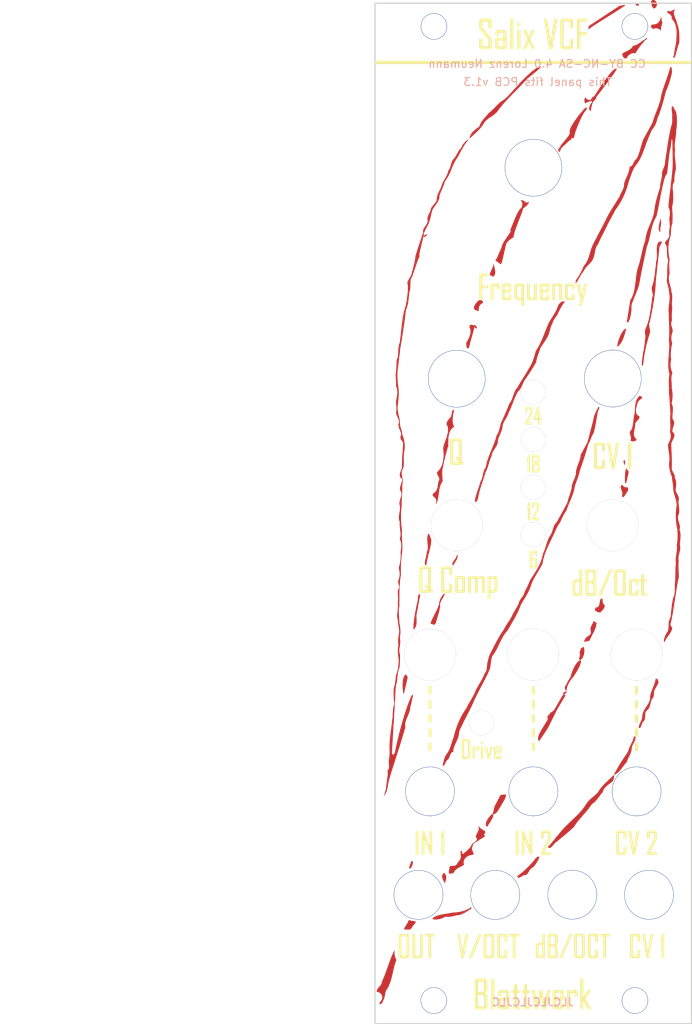
<source format=kicad_pcb>
(kicad_pcb (version 20240108) (generator "pcbnew") (generator_version "8.0")
  (layers (0 "F.Cu" signal) (31 "B.Cu" signal) (34 "B.Paste" user) (35 "F.Paste" user) (36 "B.SilkS" user "B.Silkscreen") (37 "F.SilkS" user "F.Silkscreen") (38 "B.Mask" user) (39 "F.Mask" user) (44 "Edge.Cuts" user))
  (net 0 "")
  (footprint "eigenes:Bohrung_3,2mm" (layer "F.Cu") (at 59.9313 39.9542)
    (property "Reference" "REF**" (hide yes))
    (property "Value" "3,2mm" (hide yes))
    (pad "1" thru_hole circle (at 0 0) (size 3.3 3.3) (drill 3.2) (layers "*.Cu" "*.Mask"))
  )
  (footprint "eigenes:Bohrung_6,1mm" (layer "F.Cu") (at 59.436 136.2456)
    (property "Reference" "REF**" (hide yes))
    (property "Value" "6,1mm" (hide yes))
    (pad "1" thru_hole circle (at 0 0) (size 6.2 6.2) (drill 6.1) (layers "*.Cu" "*.Mask"))
  )
  (footprint "eigenes:Bohrung_6,5mm" (layer "F.Cu") (at 62.8269 102.743)
    (property "Reference" "REF**" (hide yes))
    (property "Value" "6,1mm" (hide yes))
    (pad "1" thru_hole circle (at 0 0) (size 6.5 6.5) (drill 6.5) (layers "*.Cu" "*.Mask"))
  )
  (footprint "eigenes:Bohrung_7,1mm" (layer "F.Cu") (at 72.4535 56.7436)
    (property "Reference" "REF**" (hide yes))
    (property "Value" "6,1mm" (hide yes))
    (pad "1" thru_hole circle (at 0 1) (size 7.2 7.2) (drill 7.1) (layers "*.Cu" "*.Mask"))
  )
  (footprint "eigenes:Bohrung_3,2mm" (layer "F.Cu") (at 85.2297 39.9542)
    (property "Reference" "REF**" (hide yes))
    (property "Value" "3,2mm" (hide yes))
    (pad "1" thru_hole circle (at 0 0) (size 3.3 3.3) (drill 3.2) (layers "*.Cu" "*.Mask"))
  )
  (footprint "eigenes:Bohrung_3,2mm" (layer "F.Cu") (at 85.2424 162.5727)
    (property "Reference" "REF**" (hide yes))
    (property "Value" "3,2mm" (hide yes))
    (pad "1" thru_hole circle (at 0 0) (size 3.3 3.3) (drill 3.2) (layers "*.Cu" "*.Mask"))
  )
  (footprint "eigenes:Bohrung_3,2mm" (layer "F.Cu") (at 59.9186 162.5727)
    (property "Reference" "REF**" (hide yes))
    (property "Value" "3,2mm" (hide yes))
    (pad "1" thru_hole circle (at 0 0) (size 3.3 3.3) (drill 3.2) (layers "*.Cu" "*.Mask"))
  )
  (footprint "eigenes:Bohrung_7,1mm" (layer "F.Cu") (at 62.8015 84.3026)
    (property "Reference" "REF**" (hide yes))
    (property "Value" "6,1mm" (hide yes))
    (pad "1" thru_hole circle (at 0 0) (size 7.2 7.2) (drill 7.1) (layers "*.Cu" "*.Mask"))
  )
  (footprint "eigenes:Bohrung_7,1mm" (layer "F.Cu") (at 82.4484 84.2772)
    (property "Reference" "REF**" (hide yes))
    (property "Value" "6,1mm" (hide yes))
    (pad "1" thru_hole circle (at 0 0) (size 7.2 7.2) (drill 7.1) (layers "*.Cu" "*.Mask"))
  )
  (footprint "eigenes:Bohrung_6,1mm" (layer "F.Cu") (at 72.4478 136.2412)
    (property "Reference" "REF**" (hide yes))
    (property "Value" "6,1mm" (hide yes))
    (pad "1" thru_hole circle (at 0 0) (size 6.2 6.2) (drill 6.1) (layers "*.Cu" "*.Mask"))
  )
  (footprint "eigenes:Bohrung_6,1mm" (layer "F.Cu") (at 85.4456 136.2456)
    (property "Reference" "REF**" (hide yes))
    (property "Value" "6,1mm" (hide yes))
    (pad "1" thru_hole circle (at 0 0) (size 6.2 6.2) (drill 6.1) (layers "*.Cu" "*.Mask"))
  )
  (footprint "eigenes:Bohrung_6,1mm" (layer "F.Cu") (at 67.6529 149.2758)
    (property "Reference" "REF**" (hide yes))
    (property "Value" "6,1mm" (hide yes))
    (pad "1" thru_hole circle (at 0 0) (size 6.2 6.2) (drill 6.1) (layers "*.Cu" "*.Mask"))
  )
  (footprint "eigenes:Bohrung_6,1mm" (layer "F.Cu") (at 87.0077 149.2631)
    (property "Reference" "REF**" (hide yes))
    (property "Value" "6,1mm" (hide yes))
    (pad "1" thru_hole circle (at 0 0) (size 6.2 6.2) (drill 6.1) (layers "*.Cu" "*.Mask"))
  )
  (footprint "eigenes:Bohrung_6,1mm" (layer "F.Cu") (at 77.3557 149.2504)
    (property "Reference" "REF**" (hide yes))
    (property "Value" "6,1mm" (hide yes))
    (pad "1" thru_hole circle (at 0 0) (size 6.2 6.2) (drill 6.1) (layers "*.Cu" "*.Mask"))
  )
  (footprint "eigenes:Bohrung_6,5mm" (layer "F.Cu") (at 72.4351 119.0312)
    (property "Reference" "REF**" (hide yes))
    (property "Value" "6,1mm" (hide yes))
    (pad "1" thru_hole circle (at 0 0) (size 6.5 6.5) (drill 6.5) (layers "*.Cu" "*.Mask"))
  )
  (footprint "eigenes:Bohrung_6,5mm" (layer "F.Cu") (at 85.4451 119.0371)
    (property "Reference" "REF**" (hide yes))
    (property "Value" "6,1mm" (hide yes))
    (pad "1" thru_hole circle (at 0 0) (size 6.5 6.5) (drill 6.5) (layers "*.Cu" "*.Mask"))
  )
  (footprint "eigenes:Bohrung_3,2mm" (layer "F.Cu") (at 72.4535 91.9734)
    (property "Reference" "REF**" (hide yes))
    (property "Value" "3,2mm" (hide yes))
    (pad "1" thru_hole circle (at 0 0) (size 3.1 3.1) (drill 3.1) (layers "*.Cu" "*.Mask"))
  )
  (footprint "eigenes:Bohrung_3,2mm" (layer "F.Cu") (at 72.4281 97.9551)
    (property "Reference" "REF**" (hide yes))
    (property "Value" "3,2mm" (hide yes))
    (pad "1" thru_hole circle (at 0 0) (size 3.1 3.1) (drill 3.1) (layers "*.Cu" "*.Mask"))
  )
  (footprint "eigenes:Bohrung_3,2mm" (layer "F.Cu") (at 72.5297 103.8987)
    (property "Reference" "REF**" (hide yes))
    (property "Value" "3,2mm" (hide yes))
    (pad "1" thru_hole circle (at -0.1016 0.0254) (size 3.1 3.1) (drill 3.1) (layers "*.Cu" "*.Mask"))
  )
  (footprint "eigenes:Bohrung_3,2mm" (layer "F.Cu") (at 72.4281 86.0044)
    (property "Reference" "REF**" (hide yes))
    (property "Value" "3,2mm" (hide yes))
    (pad "1" thru_hole circle (at 0 0) (size 3.1 3.1) (drill 3.1) (layers "*.Cu" "*.Mask"))
  )
  (footprint "eigenes:Bohrung_3,2mm" (layer "F.Cu") (at 66.0527 127.6096)
    (property "Reference" "REF**" (hide yes))
    (property "Value" "3,2mm" (hide yes))
    (pad "1" thru_hole circle (at -0.1143 0.0254) (size 3.1 3.1) (drill 3.1) (layers "*.Cu" "*.Mask"))
  )
  (footprint "Eigenes:pannel" (layer "F.Cu") (at 8.1026 90.2716)
    (property "Reference" "G***" (hide yes))
    (property "Value" "LOGO" (hide yes))
  )
  (footprint "eigenes:Bohrung_6,1mm" (layer "F.Cu") (at 57.9882 149.2631)
    (property "Reference" "REF**" (hide yes))
    (property "Value" "6,1mm" (hide yes))
    (pad "1" thru_hole circle (at 0 0) (size 6.2 6.2) (drill 6.1) (layers "*.Cu" "*.Mask"))
  )
  (footprint "eigenes:Bohrung_6,5mm" (layer "F.Cu") (at 82.4357 102.7557)
    (property "Reference" "REF**" (hide yes))
    (property "Value" "6,1mm" (hide yes))
    (pad "1" thru_hole circle (at 0 0) (size 6.5 6.5) (drill 6.5) (layers "*.Cu" "*.Mask"))
  )
  (footprint "eigenes:Bohrung_6,5mm" (layer "F.Cu") (at 59.4551 119.0512)
    (property "Reference" "REF**" (hide yes))
    (property "Value" "6,1mm" (hide yes))
    (pad "1" thru_hole circle (at 0 0) (size 6.5 6.5) (drill 6.5) (layers "*.Cu" "*.Mask"))
  )
  (gr_poly (pts (xy 83.621942 97.660349) (xy 83.621942 97.660348) (xy 83.621943 97.660348)) (stroke (width -0.000001)) (fill solid) (layer "F.Cu"))
  (gr_poly (pts (xy 84.190628 95.612918) (xy 84.201729 95.61927) (xy 84.212667 95.628613) (xy 84.223468 95.640634) (xy 84.234162 95.655023) (xy 84.255335 95.689651) (xy 84.276404 95.730001) (xy 84.319114 95.81788) (xy 84.341195 95.860415) (xy 84.364052 95.898684) (xy 84.37584 95.915439) (xy 84.387906 95.930192) (xy 84.400275 95.94263) (xy 84.412976 95.952441) (xy 84.426036 95.959313) (xy 84.439483 95.962935) (xy 84.453344 95.962993) (xy 84.467647 95.959177) (xy 84.39922 96.304125) (xy 84.346202 96.555755) (xy 84.286661 96.823363) (xy 84.225108 97.079354) (xy 84.166052 97.296133) (xy 84.138871 97.381195) (xy 84.114005 97.446107) (xy 84.092019 97.487418) (xy 84.082282 97.498146) (xy 84.073476 97.50168) (xy 84.060149 97.497095) (xy 84.047868 97.484348) (xy 84.036618 97.463922) (xy 84.026383 97.436302) (xy 84.008904 97.361416) (xy 83.995313 97.26356) (xy 83.985492 97.146608) (xy 83.979323 97.014431) (xy 83.977474 96.719894) (xy 83.988822 96.410926) (xy 84.012428 96.118507) (xy 84.028533 95.988183) (xy 84.04735 95.873613) (xy 84.06876 95.778669) (xy 84.092647 95.707223) (xy 84.106043 95.678413) (xy 84.119056 95.655091) (xy 84.131713 95.636944) (xy 84.144043 95.62366) (xy 84.156071 95.614928) (xy 84.167827 95.610435) (xy 84.179337 95.609869)) (stroke (width -0.000001)) (fill solid) (layer "F.Cu"))
  (gr_poly (pts (xy 79.117139 49.023875) (xy 79.118824 49.025633) (xy 79.120207 49.027611) (xy 79.121265 49.029813) (xy 79.121977 49.032245) (xy 79.122322 49.034909) (xy 79.122277 49.037812) (xy 79.116195 49.023135)) (stroke (width -0.000001)) (fill solid) (layer "F.Cu"))
  (gr_poly (pts (xy 84.026819 37.25351) (xy 84.012749 37.281888) (xy 83.972031 37.324234) (xy 83.817919 37.447056) (xy 83.579014 37.61443) (xy 82.904958 38.052634) (xy 82.066117 38.578459) (xy 80.359105 39.651427) (xy 79.723446 40.077795) (xy 79.510939 40.237031) (xy 79.388024 40.350236) (xy 79.401772 39.923936) (xy 83.279542 37.376001) (xy 83.967751 37.242433) (xy 84.012425 37.240044)) (stroke (width -0.000001)) (fill solid) (layer "F.Cu"))
  (gr_poly (pts (xy 76.264338 74.566777) (xy 76.302469 74.569434) (xy 76.34221 74.574484) (xy 76.383623 74.582037) (xy 76.426774 74.592199) (xy 76.354726 74.682502) (xy 76.289401 74.767746) (xy 76.229987 74.848734) (xy 76.175674 74.926269) (xy 76.12565 75.001154) (xy 76.079103 75.074194) (xy 75.993198 75.217948) (xy 75.626428 75.879774) (xy 75.611672 75.930781) (xy 75.59482 75.980749) (xy 75.576022 76.029742) (xy 75.555429 76.077828) (xy 75.50946 76.171543) (xy 75.458117 76.262423) (xy 75.402604 76.350998) (xy 75.344128 76.437799) (xy 75.2231 76.608202) (xy 75.104671 76.777873) (xy 75.049443 76.86376) (xy 74.99848 76.951056) (xy 74.952985 77.040291) (xy 74.932664 77.085802) (xy 74.914163 77.131996) (xy 74.897631 77.178939) (xy 74.88322 77.2267) (xy 74.871079 77.275342) (xy 74.86136 77.324934) (xy 74.809303 77.412583) (xy 74.763114 77.502285) (xy 74.722069 77.593811) (xy 74.685446 77.686928) (xy 74.652523 77.781409) (xy 74.622578 77.877021) (xy 74.56873 78.070719) (xy 74.518124 78.266182) (xy 74.464981 78.461567) (xy 74.435651 78.558654) (xy 74.403521 78.655031) (xy 74.367866 78.750467) (xy 74.327966 78.844732) (xy 74.277858 78.949815) (xy 74.224356 79.053524) (xy 74.167852 79.155988) (xy 74.10874 79.257341) (xy 73.984261 79.457238) (xy 73.854064 79.654268) (xy 73.589086 80.043939) (xy 73.460592 80.238687) (xy 73.338952 80.434782) (xy 73.264752 80.664865) (xy 73.186414 80.888386) (xy 73.029221 81.32609) (xy 72.956316 81.545446) (xy 72.922586 81.656381) (xy 72.891169 81.768585) (xy 72.862435 81.882382) (xy 72.836756 81.998095) (xy 72.814505 82.116047) (xy 72.796052 82.236562) (xy 72.647701 82.494957) (xy 72.495544 82.750295) (xy 72.34 83.003144) (xy 72.18149 83.254071) (xy 71.857252 83.752432) (xy 71.526193 84.249921) (xy 71.485127 84.298665) (xy 71.446355 84.348587) (xy 71.37501 84.451592) (xy 71.310788 84.558187) (xy 71.252318 84.66762) (xy 71.198231 84.77914) (xy 71.147157 84.891995) (xy 71.048567 85.118707) (xy 70.998311 85.231062) (xy 70.945588 85.341747) (xy 70.889028 85.450012) (xy 70.827262 85.555106) (xy 70.758918 85.656276) (xy 70.721851 85.705156) (xy 70.682627 85.752773) (xy 70.641074 85.799034) (xy 70.59702 85.843844) (xy 70.550294 85.887111) (xy 70.500726 85.928739) (xy 70.413657 86.086317) (xy 70.331673 86.24655) (xy 70.254096 86.409085) (xy 70.180247 86.57357) (xy 70.04102 86.906971) (xy 69.908565 87.243926) (xy 69.777453 87.581606) (xy 69.642258 87.917184) (xy 69.497552 88.247832) (xy 69.419936 88.410424) (xy 69.337907 88.570722) (xy 69.306361 88.682749) (xy 69.268313 88.79067) (xy 69.224706 88.89507) (xy 69.176484 88.996531) (xy 69.124589 89.095637) (xy 69.069965 89.192971) (xy 68.9563 89.384655) (xy 68.843035 89.576251) (xy 68.788909 89.673474) (xy 68.737713 89.772424) (xy 68.690389 89.873684) (xy 68.64788 89.977839) (xy 68.611129 90.085471) (xy 68.581079 90.197164) (xy 68.577843 90.26264) (xy 68.572213 90.327194) (xy 68.554328 90.453756) (xy 68.528544 90.577293) (xy 68.495977 90.698248) (xy 68.457744 90.817062) (xy 68.414965 90.934177) (xy 68.368755 91.050036) (xy 68.320232 91.165081) (xy 68.22072 91.394496) (xy 68.125368 91.62596) (xy 68.082046 91.743565) (xy 68.043116 91.863009) (xy 68.009696 91.984734) (xy 67.982904 92.109182) (xy 67.983597 92.177088) (xy 67.979866 92.243517) (xy 67.971993 92.308564) (xy 67.960257 92.372323) (xy 67.944938 92.434888) (xy 67.926317 92.496354) (xy 67.904673 92.556815) (xy 67.880287 92.616365) (xy 67.824406 92.733108) (xy 67.760916 92.847339) (xy 67.692056 92.959811) (xy 67.620066 93.071279) (xy 67.475658 93.294216) (xy 67.40772 93.407194) (xy 67.345614 93.522183) (xy 67.317447 93.580667) (xy 67.291579 93.639937) (xy 67.268288 93.700086) (xy 67.247855 93.76121) (xy 67.23056 93.823402) (xy 67.216684 93.886757) (xy 67.206505 93.951369) (xy 67.200304 94.017332) (xy 67.142014 94.13641) (xy 67.08896 94.257876) (xy 67.040367 94.381382) (xy 66.995461 94.506582) (xy 66.913608 94.760671) (xy 66.837203 95.017364) (xy 66.760049 95.273882) (xy 66.675948 95.527445) (xy 66.629356 95.652251) (xy 66.578703 95.775275) (xy 66.523214 95.896172) (xy 66.462114 96.014593) (xy 66.331986 96.432386) (xy 66.194594 96.845442) (xy 65.917776 97.666656) (xy 65.788229 98.079467) (xy 65.671176 98.49685) (xy 65.618878 98.707984) (xy 65.571557 98.921133) (xy 65.529828 99.136589) (xy 65.49431 99.354642) (xy 65.49431 99.354662) (xy 65.478677 99.384121) (xy 65.462716 99.421215) (xy 65.428905 99.510912) (xy 65.391072 99.608962) (xy 65.370083 99.656498) (xy 65.347412 99.700575) (xy 65.335375 99.72074) (xy 65.322833 99.739346) (xy 65.309757 99.756164) (xy 65.29612 99.770961) (xy 65.281892 99.783508) (xy 65.267047 99.793573) (xy 65.251555 99.800924) (xy 65.235389 99.805331) (xy 65.21852 99.806562) (xy 65.200921 99.804387) (xy 65.182562 99.798574) (xy 65.163416 99.788892) (xy 65.143454 99.775111) (xy 65.122649 99.756999) (xy 65.100971 99.734325) (xy 65.078394 99.706857) (xy 65.103459 99.546128) (xy 65.134295 99.387215) (xy 65.170237 99.229901) (xy 65.210623 99.073966) (xy 65.254787 98.91919) (xy 65.302066 98.765355) (xy 65.403311 98.45963) (xy 65.61396 97.84982) (xy 65.71274 97.542227) (xy 65.75817 97.386992) (xy 65.800074 97.230505) (xy 65.833041 97.180938) (xy 65.863327 97.130068) (xy 65.891119 97.07799) (xy 65.916603 97.024796) (xy 65.961396 96.91544) (xy 65.999201 96.802749) (xy 66.031512 96.687476) (xy 66.059823 96.570372) (xy 66.110427 96.333671) (xy 66.162968 96.098655) (xy 66.193701 95.983656) (xy 66.229402 95.871331) (xy 66.271565 95.76243) (xy 66.321686 95.657706) (xy 66.350197 95.607144) (xy 66.381258 95.557908) (xy 66.415056 95.510092) (xy 66.451776 95.463788) (xy 66.501947 95.201939) (xy 66.563598 94.944009) (xy 66.63528 94.689489) (xy 66.715542 94.437871) (xy 66.802933 94.188643) (xy 66.896004 93.941296) (xy 67.093383 93.45021) (xy 67.296075 92.960535) (xy 67.492477 92.468195) (xy 67.584693 92.219751) (xy 67.670987 91.969112) (xy 67.749906 91.715769) (xy 67.820002 91.459211) (xy 67.857859 91.405773) (xy 67.893187 91.351219) (xy 67.956861 91.239043) (xy 68.012234 91.123232) (xy 68.06052 91.004339) (xy 68.102931 90.882915) (xy 68.140679 90.759512) (xy 68.207036 90.508975) (xy 68.269292 90.257138) (xy 68.301913 90.132112) (xy 68.337145 90.008416) (xy 68.376202 89.886601) (xy 68.420296 89.76722) (xy 68.470639 89.650822) (xy 68.528444 89.537961) (xy 68.649485 89.280878) (xy 68.767415 89.022255) (xy 68.995128 88.500942) (xy 69.213952 87.975128) (xy 69.426255 87.44592) (xy 69.470207 87.390572) (xy 69.511468 87.333582) (xy 69.586672 87.215126) (xy 69.653387 87.09145) (xy 69.713135 86.963451) (xy 69.767433 86.832027) (xy 69.817802 86.698076) (xy 69.912832 86.426179) (xy 70.010383 86.154939) (xy 70.063904 86.021809) (xy 70.122613 85.891536) (xy 70.188033 85.765017) (xy 70.261681 85.64315) (xy 70.302066 85.584241) (xy 70.345078 85.526832) (xy 70.390907 85.471034) (xy 70.439744 85.416959) (xy 70.610478 85.108226) (xy 70.789195 84.806208) (xy 70.973376 84.508612) (xy 71.160506 84.213146) (xy 71.533549 83.619429) (xy 71.714429 83.316592) (xy 71.888192 83.006712) (xy 71.968392 82.880788) (xy 72.043979 82.752686) (xy 72.115206 82.622538) (xy 72.182325 82.490475) (xy 72.245591 82.356632) (xy 72.305254 82.221141) (xy 72.361569 82.084134) (xy 72.414787 81.945745) (xy 72.512948 81.665349) (xy 72.601757 81.381016) (xy 72.683239 81.093807) (xy 72.759416 80.804784) (xy 72.897496 80.595514) (xy 73.026722 80.382059) (xy 73.148031 80.164838) (xy 73.262358 79.94427) (xy 73.37064 79.720771) (xy 73.473813 79.494761) (xy 73.668577 79.036875) (xy 74.037993 78.109352) (xy 74.227626 77.646402) (xy 74.430528 77.188451) (xy 75.076426 76.145436) (xy 75.150076 76.018014) (xy 75.22147 75.888583) (xy 75.290406 75.756345) (xy 75.356679 75.6205) (xy 75.420087 75.480247) (xy 75.480424 75.334788) (xy 75.537487 75.183323) (xy 75.591073 75.025053) (xy 75.628834 74.983521) (xy 75.666143 74.939882) (xy 75.741445 74.849739) (xy 75.780459 74.804967) (xy 75.821062 74.761549) (xy 75.863764 74.720349) (xy 75.909077 74.682234) (xy 75.932871 74.664604) (xy 75.957509 74.648069) (xy 75.983055 74.632738) (xy 76.009572 74.618719) (xy 76.037125 74.60612) (xy 76.065776 74.595049) (xy 76.095591 74.585615) (xy 76.126632 74.577925) (xy 76.158963 74.572088) (xy 76.192649 74.568213) (xy 76.227753 74.566406)) (stroke (width -0.000001)) (fill solid) (layer "F.Cu"))
  (gr_poly (pts (xy 81.094307 111.96332) (xy 81.108454 111.971228) (xy 81.120507 111.983069) (xy 81.130665 111.998535) (xy 81.139129 112.017323) (xy 81.146098 112.039125) (xy 81.151773 112.063635) (xy 81.160038 112.119559) (xy 81.181332 112.390429) (xy 81.191715 112.457706) (xy 81.207323 112.519913) (xy 81.217587 112.548351) (xy 81.229757 112.574603) (xy 81.244033 112.598364) (xy 81.260615 112.619329) (xy 81.301654 112.656801) (xy 81.33646 112.6945) (xy 81.365307 112.732395) (xy 81.38847 112.770449) (xy 81.406225 112.80863) (xy 81.418847 112.846905) (xy 81.42661 112.885238) (xy 81.429791 112.923596) (xy 81.428664 112.961946) (xy 81.423504 113.000253) (xy 81.414586 113.038485) (xy 81.402186 113.076606) (xy 81.386579 113.114583) (xy 81.368039 113.152383) (xy 81.346842 113.189971) (xy 81.323263 113.227315) (xy 81.27006 113.30113) (xy 81.210631 113.373558) (xy 81.147176 113.444329) (xy 81.081896 113.513173) (xy 80.954668 113.643995) (xy 80.897121 113.705432) (xy 80.846553 113.76386) (xy 80.81385 113.748514) (xy 80.780477 113.734255) (xy 80.712387 113.708423) (xy 80.643624 113.685215) (xy 80.575525 113.663483) (xy 80.509431 113.642079) (xy 80.44668 113.619854) (xy 80.416977 113.608075) (xy 80.388612 113.59566) (xy 80.361753 113.582466) (xy 80.336567 113.568348) (xy 80.313221 113.553164) (xy 80.291883 113.53677) (xy 80.272721 113.519023) (xy 80.255901 113.499777) (xy 80.241591 113.478892) (xy 80.229958 113.456221) (xy 80.22117 113.431623) (xy 80.215395 113.404954) (xy 80.212799 113.376069) (xy 80.213551 113.344826) (xy 80.217817 113.311081) (xy 80.225765 113.27469) (xy 80.237562 113.23551) (xy 80.253376 113.193397) (xy 80.273375 113.148207) (xy 80.297725 113.099798) (xy 80.347883 113.099985) (xy 80.39439 113.09634) (xy 80.437406 113.089038) (xy 80.477088 113.078256) (xy 80.513597 113.06417) (xy 80.547092 113.046956) (xy 80.577731 113.026789) (xy 80.605675 113.003847) (xy 80.631082 112.978305) (xy 80.654112 112.950339) (xy 80.674925 112.920126) (xy 80.693678 112.887841) (xy 80.710533 112.853661) (xy 80.725647 112.817761) (xy 80.751292 112.741508) (xy 80.771887 112.660491) (xy 80.788708 112.576118) (xy 80.816121 112.402943) (xy 80.843724 112.233251) (xy 80.860781 112.153233) (xy 80.881709 112.078313) (xy 80.919816 112.043754) (xy 80.954229 112.015573) (xy 80.985146 111.993465) (xy 81.012768 111.977125) (xy 81.037295 111.966246) (xy 81.058927 111.960523) (xy 81.077864 111.959649)) (stroke (width -0.000001)) (fill solid) (layer "F.Cu"))
  (gr_poly (pts (xy 76.556394 123.673121) (xy 76.590526 123.689567) (xy 76.615644 123.707514) (xy 76.632382 123.726723) (xy 76.641372 123.746956) (xy 76.64325 123.767973) (xy 76.638647 123.789535) (xy 76.628197 123.811403) (xy 76.612535 123.833339) (xy 76.592293 123.855103) (xy 76.568104 123.876456) (xy 76.540603 123.89716) (xy 76.478196 123.935664) (xy 76.41014 123.968702) (xy 76.341502 123.994363) (xy 76.277349 124.010735) (xy 76.248539 124.01484) (xy 76.222751 124.015907) (xy 76.200617 124.013695) (xy 76.182773 124.007966) (xy 76.16985 123.998482) (xy 76.162484 123.985002) (xy 76.161306 123.967289) (xy 76.166951 123.945103) (xy 76.180052 123.918205) (xy 76.201243 123.886357) (xy 76.231157 123.849319) (xy 76.270427 123.806852) (xy 76.512614 123.658414)) (stroke (width -0.000001)) (fill solid) (layer "F.Cu"))
  (gr_poly (pts (xy 61.288122 111.435078) (xy 61.254646 111.51232) (xy 61.216774 111.59194) (xy 61.17534 111.673414) (xy 61.085119 111.839827) (xy 60.990647 112.007369) (xy 60.898592 112.171846) (xy 60.815618 112.329068) (xy 60.77962 112.403649) (xy 60.748391 112.474843) (xy 60.722766 112.542127) (xy 60.703578 112.604978) (xy 60.689522 112.659097) (xy 60.693807 112.682673) (xy 60.70129 112.754495) (xy 60.70432 112.830559) (xy 60.698163 112.993964) (xy 60.677608 113.169982) (xy 60.644929 113.355712) (xy 60.602399 113.548248) (xy 60.552289 113.744689) (xy 60.438426 114.137667) (xy 60.321522 114.511419) (xy 60.219761 114.842718) (xy 60.18024 114.985188) (xy 60.151324 115.108335) (xy 59.96937 115.275648) (xy 59.5059 115.136991) (xy 59.539183 115.009465) (xy 59.589265 114.866233) (xy 59.653573 114.709499) (xy 59.729536 114.541463) (xy 59.906134 114.180297) (xy 60.098477 113.80035) (xy 60.285984 113.419237) (xy 60.371492 113.233749) (xy 60.448074 113.054575) (xy 60.513156 112.883918) (xy 60.564167 112.72398) (xy 60.590251 112.612391) (xy 60.591708 112.596189) (xy 60.598708 112.527246) (xy 60.612511 112.448294) (xy 60.632752 112.361242) (xy 60.659069 112.267999) (xy 60.691098 112.170472) (xy 60.728475 112.070569) (xy 60.770835 111.9702) (xy 60.817817 111.871273) (xy 60.869055 111.775695) (xy 60.924187 111.685375) (xy 60.953099 111.642783) (xy 60.982848 111.602221) (xy 61.013389 111.563928) (xy 61.044676 111.528142) (xy 61.076663 111.495102) (xy 61.109305 111.465046) (xy 61.142557 111.438213) (xy 61.176373 111.414841) (xy 61.210708 111.395169) (xy 61.245516 111.379436) (xy 61.280752 111.367879) (xy 61.31637 111.360738)) (stroke (width -0.000001)) (fill solid) (layer "F.Cu"))
  (gr_poly (pts (xy 73.344967 44.979699) (xy 73.379449 44.990869) (xy 73.377578 45.015768) (xy 73.368472 45.044384) (xy 73.352517 45.076503) (xy 73.330098 45.111916) (xy 73.267404 45.191773) (xy 73.183468 45.282263) (xy 73.081369 45.381693) (xy 72.964183 45.488372) (xy 72.696867 45.716705) (xy 72.116632 46.18589) (xy 71.852959 46.399666) (xy 71.639749 46.581513) (xy 71.424842 46.823855) (xy 71.205945 47.062906) (xy 70.758894 47.533489) (xy 69.846804 48.461036) (xy 69.392639 48.927404) (xy 68.946977 49.401771) (xy 68.729035 49.643424) (xy 68.515257 49.888839) (xy 68.306324 50.138606) (xy 68.102915 50.393311) (xy 68.064219 50.463607) (xy 68.022779 50.530804) (xy 67.978754 50.595087) (xy 67.932303 50.65664) (xy 67.883585 50.715646) (xy 67.832759 50.77229) (xy 67.725419 50.879225) (xy 67.611556 50.978916) (xy 67.492443 51.072835) (xy 67.369352 51.162453) (xy 67.243556 51.24924) (xy 66.988939 51.420211) (xy 66.862663 51.507336) (xy 66.738772 51.597517) (xy 66.618539 51.692223) (xy 66.503237 51.792927) (xy 66.394137 51.901099) (xy 66.342311 51.958446) (xy 66.292513 52.018212) (xy 66.21761 52.15412) (xy 66.139089 52.283575) (xy 66.057116 52.407207) (xy 65.97186 52.525645) (xy 65.883487 52.639519) (xy 65.792166 52.749457) (xy 65.698063 52.856091) (xy 65.601346 52.96005) (xy 65.502182 53.061962) (xy 65.400739 53.162458) (xy 65.191686 53.36172) (xy 64.753595 53.77095) (xy 64.596606 53.902296) (xy 64.448745 54.040823) (xy 64.423058 54.067556) (xy 64.426662 54.025003) (xy 64.435808 53.9592) (xy 64.448247 53.895118) (xy 64.463848 53.832706) (xy 64.482479 53.771917) (xy 64.504011 53.712701) (xy 64.528313 53.655009) (xy 64.555254 53.598792) (xy 64.584703 53.544001) (xy 64.616529 53.490587) (xy 64.650603 53.438501) (xy 64.686793 53.387693) (xy 64.764998 53.289719) (xy 64.8501 53.196272) (xy 64.941054 53.106959) (xy 65.036813 53.021389) (xy 65.136333 52.939169) (xy 65.238567 52.859907) (xy 65.446998 52.708687) (xy 65.653742 52.564591) (xy 65.670611 52.497831) (xy 65.689891 52.432778) (xy 65.711468 52.369346) (xy 65.735231 52.307453) (xy 65.761065 52.247013) (xy 65.788857 52.187943) (xy 65.818494 52.130158) (xy 65.849863 52.073574) (xy 65.917342 51.963673) (xy 65.990389 51.857565) (xy 66.068098 51.754577) (xy 66.149562 51.654035) (xy 66.233876 51.555266) (xy 66.320133 51.457595) (xy 66.494856 51.262856) (xy 66.581508 51.16444) (xy 66.666481 51.064427) (xy 66.748867 50.962145) (xy 66.827761 50.856919) (xy 66.933877 50.778749) (xy 67.036546 50.696941) (xy 67.136222 50.611945) (xy 67.233358 50.524214) (xy 67.32841 50.4342) (xy 67.421831 50.342355) (xy 67.605599 50.154982) (xy 67.788299 49.965711) (xy 67.973565 49.77816) (xy 68.068296 49.68616) (xy 68.165032 49.595945) (xy 68.264227 49.50797) (xy 68.366335 49.422684) (xy 68.524793 49.326748) (xy 68.676064 49.223075) (xy 68.820918 49.112493) (xy 68.960128 48.995833) (xy 69.094467 48.873925) (xy 69.224706 48.747599) (xy 69.351617 48.617684) (xy 69.475972 48.485012) (xy 69.96328 47.943335) (xy 70.086439 47.80932) (xy 70.211675 47.677525) (xy 70.339761 47.548782) (xy 70.471467 47.42392) (xy 70.616464 47.242924) (xy 70.785144 47.047782) (xy 70.973481 46.842352) (xy 71.177452 46.630491) (xy 71.39303 46.416058) (xy 71.616192 46.20291) (xy 71.842913 45.994905) (xy 72.069167 45.795902) (xy 72.290931 45.609758) (xy 72.504178 45.440331) (xy 72.704886 45.291479) (xy 72.889028 45.16706) (xy 73.05258 45.070931) (xy 73.125377 45.034681) (xy 73.191517 45.006951) (xy 73.250498 44.988222) (xy 73.301815 44.978978)) (stroke (width -0.000001)) (fill solid) (layer "F.Cu"))
  (gr_poly (pts (xy 80.657093 87.842001) (xy 80.657092 87.842) (xy 80.6571 87.841989)) (stroke (width -0.000001)) (fill solid) (layer "F.Cu"))
  (gr_poly (pts (xy 64.309307 54.185935) (xy 64.177586 54.337036) (xy 64.052877 54.493529) (xy 63.934474 54.65482) (xy 63.821672 54.820312) (xy 63.713766 54.989409) (xy 63.61005 55.161515) (xy 63.509819 55.336035) (xy 63.316991 55.689932) (xy 62.942118 56.400466) (xy 62.811765 56.575913) (xy 62.693665 56.757589) (xy 62.586026 56.944564) (xy 62.487055 57.135905) (xy 62.39496 57.330681) (xy 62.307947 57.527958) (xy 62.141997 57.926291) (xy 61.974865 58.323448) (xy 61.886374 58.519255) (xy 61.792208 58.711972) (xy 61.690577 58.900666) (xy 61.579685 59.084407) (xy 61.457742 59.26226) (xy 61.322954 59.433296) (xy 61.290739 59.546811) (xy 61.25536 59.660009) (xy 61.176588 59.885634) (xy 61.089583 60.110532) (xy 60.99729 60.335063) (xy 60.808618 60.784461) (xy 60.71813 61.010049) (xy 60.634135 61.236709) (xy 60.633814 61.309993) (xy 60.629981 61.381152) (xy 60.622804 61.450303) (xy 60.612451 61.517565) (xy 60.599091 61.583057) (xy 60.58289 61.646895) (xy 60.564018 61.709199) (xy 60.542643 61.770086) (xy 60.518932 61.829675) (xy 60.493055 61.888084) (xy 60.43547 62.001833) (xy 60.371234 62.112278) (xy 60.301691 62.220365) (xy 60.228188 62.327038) (xy 60.152067 62.433243) (xy 59.997357 62.648027) (xy 59.921457 62.758497) (xy 59.84832 62.872278) (xy 59.779291 62.990316) (xy 59.715716 63.113555) (xy 59.644888 63.385073) (xy 59.580564 63.658811) (xy 59.517129 63.932927) (xy 59.448967 64.20558) (xy 59.411359 64.340783) (xy 59.370464 64.47493) (xy 59.325579 64.607791) (xy 59.276003 64.739136) (xy 59.221034 64.868735) (xy 59.15997 64.996356) (xy 59.092109 65.121772) (xy 59.016749 65.244751) (xy 59.016749 65.244735) (xy 58.657454 65.981394) (xy 58.656877 66.010289) (xy 58.637703 66.191175) (xy 58.616394 66.322767) (xy 58.63562 66.313245) (xy 58.677794 66.294614) (xy 58.729975 66.273262) (xy 58.811778 66.221222) (xy 58.883456 66.179589) (xy 58.915464 66.162551) (xy 58.9449 66.147964) (xy 58.97175 66.13578) (xy 58.996001 66.125947) (xy 59.01764 66.118417) (xy 59.036652 66.11314) (xy 59.053024 66.110064) (xy 59.066742 66.109141) (xy 59.077793 66.110321) (xy 59.086164 66.113553) (xy 59.091841 66.118788) (xy 59.094809 66.125975) (xy 59.095056 66.135066) (xy 59.092568 66.146009) (xy 59.087331 66.158755) (xy 59.079333 66.173254) (xy 59.068558 66.189457) (xy 59.054994 66.207313) (xy 59.038627 66.226772) (xy 59.019443 66.247784) (xy 58.972572 66.294269) (xy 58.914272 66.346368) (xy 58.844434 66.403682) (xy 58.762949 66.465812) (xy 58.727463 66.451998) (xy 58.693657 66.439901) (xy 58.633469 66.419589) (xy 58.608276 66.41074) (xy 58.601972 66.408235) (xy 58.561586 66.610764) (xy 58.509845 66.841349) (xy 58.392006 67.323811) (xy 58.272368 67.807605) (xy 58.171739 68.260265) (xy 58.135058 68.464773) (xy 58.110933 68.649323) (xy 58.101966 68.809856) (xy 58.103979 68.879848) (xy 58.110758 68.942314) (xy 58.053703 69.043749) (xy 57.991342 69.179597) (xy 57.924337 69.344885) (xy 57.853347 69.534638) (xy 57.542773 70.438819) (xy 57.380769 70.908371) (xy 57.259156 71.234949) (xy 57.261197 71.24219) (xy 57.263492 71.274119) (xy 57.261336 71.315582) (xy 57.254435 71.367071) (xy 57.210835 71.410894) (xy 57.171951 71.457667) (xy 57.169951 71.460545) (xy 57.144239 71.522607) (xy 57.069767 71.683431) (xy 57.033038 71.750803) (xy 57.022426 71.790335) (xy 56.997966 71.916792) (xy 56.982566 72.04867) (xy 56.974048 72.184551) (xy 56.970234 72.323018) (xy 56.968006 72.602037) (xy 56.965234 72.739755) (xy 56.958454 72.874387) (xy 56.945487 73.004517) (xy 56.924155 73.128726) (xy 56.909671 73.188167) (xy 56.892279 73.245597) (xy 56.871707 73.300837) (xy 56.847682 73.353712) (xy 56.679759 74.792356) (xy 56.662956 74.849903) (xy 56.64553 74.917141) (xy 56.60768 75.072619) (xy 56.563949 75.242637) (xy 56.539173 75.328051) (xy 56.51208 75.411044) (xy 56.482388 75.489596) (xy 56.449814 75.561688) (xy 56.432358 75.594682) (xy 56.414076 75.625303) (xy 56.403142 75.641294) (xy 56.352837 76.142856) (xy 56.256573 76.894767) (xy 56.134574 77.756697) (xy 55.873847 79.452868) (xy 55.691615 80.515867) (xy 55.437815 82.719846) (xy 55.412891 82.846868) (xy 55.392104 82.97418) (xy 55.375165 83.101759) (xy 55.361781 83.229585) (xy 55.351661 83.357638) (xy 55.344513 83.485896) (xy 55.337968 83.742942) (xy 55.339813 84.000558) (xy 55.347717 84.258574) (xy 55.37237 84.775137) (xy 55.402412 84.941973) (xy 55.428349 85.109602) (xy 55.450248 85.277941) (xy 55.468175 85.446904) (xy 55.482196 85.616408) (xy 55.492375 85.786367) (xy 55.49878 85.956698) (xy 55.501475 86.127316) (xy 55.496001 86.469076) (xy 55.476479 86.810971) (xy 55.443435 87.152326) (xy 55.397395 87.492467) (xy 55.37039 87.638129) (xy 55.355009 87.782182) (xy 55.349975 87.92483) (xy 55.354012 88.06628) (xy 55.365842 88.206734) (xy 55.38419 88.346398) (xy 55.407779 88.485478) (xy 55.435332 88.624177) (xy 55.559654 89.179263) (xy 55.587878 89.31913) (xy 55.612408 89.459846) (xy 55.631965 89.601615) (xy 55.645274 89.744642) (xy 55.644385 89.852747) (xy 55.650278 89.958477) (xy 55.662081 90.062141) (xy 55.678919 90.164046) (xy 55.69992 90.264498) (xy 55.724208 90.363805) (xy 55.779156 90.560214) (xy 55.836775 90.755728) (xy 55.864401 90.853918) (xy 55.890074 90.952806) (xy 55.91292 91.0527) (xy 55.932065 91.153906) (xy 55.946636 91.256733) (xy 55.95576 91.361486) (xy 56.003596 91.480841) (xy 56.047481 91.601374) (xy 56.087366 91.723019) (xy 56.123204 91.845711) (xy 56.154947 91.969387) (xy 56.182546 92.09398) (xy 56.205954 92.219428) (xy 56.225123 92.345665) (xy 56.240005 92.472625) (xy 56.250551 92.600246) (xy 56.256714 92.728462) (xy 56.258446 92.857208) (xy 56.255699 92.98642) (xy 56.248425 93.116033) (xy 56.236575 93.245982) (xy 56.220103 93.376203) (xy 56.187023 93.515342) (xy 56.162271 93.653802) (xy 56.144751 93.791632) (xy 56.133369 93.928884) (xy 56.127031 94.065609) (xy 56.124641 94.201858) (xy 56.127331 94.473134) (xy 56.132683 94.743118) (xy 56.13194 95.012221) (xy 56.126546 95.146569) (xy 56.116345 95.28085) (xy 56.100243 95.415114) (xy 56.077143 95.549413) (xy 56.032706 95.608488) (xy 55.994516 95.668151) (xy 55.962209 95.728372) (xy 55.935421 95.789123) (xy 55.913787 95.850373) (xy 55.896943 95.912093) (xy 55.884524 95.974254) (xy 55.876166 96.036826) (xy 55.871503 96.099779) (xy 55.870172 96.163085) (xy 55.876047 96.290636) (xy 55.890873 96.419243) (xy 55.911734 96.54867) (xy 55.959897 96.809042) (xy 55.981366 96.939515) (xy 55.997205 97.069866) (xy 56.004497 97.199859) (xy 56.004027 97.264648) (xy 56.000327 97.329258) (xy 55.993032 97.393661) (xy 55.981778 97.457828) (xy 55.9662 97.521728) (xy 55.945933 97.585332) (xy 55.952459 97.752842) (xy 55.955007 97.919948) (xy 55.950309 98.253178) (xy 55.936131 98.585482) (xy 55.916762 98.91732) (xy 55.879616 99.581439) (xy 55.870419 99.91464) (xy 55.873194 100.249216) (xy 55.848206 100.446578) (xy 55.827476 100.644466) (xy 55.798276 101.041511) (xy 55.784569 101.439737) (xy 55.785331 101.83853) (xy 55.799534 102.237274) (xy 55.826155 102.635354) (xy 55.864168 103.032157) (xy 55.912547 103.427068) (xy 55.899472 103.585883) (xy 55.892023 103.744557) (xy 55.889422 103.903128) (xy 55.89089 104.06163) (xy 55.902924 104.378576) (xy 55.921897 104.695684) (xy 55.941584 105.013244) (xy 55.955758 105.331546) (xy 55.958833 105.491066) (xy 55.958195 105.650879) (xy 55.953066 105.811022) (xy 55.942668 105.971532) (xy 55.892878 106.342731) (xy 55.850594 106.714879) (xy 55.816142 107.08751) (xy 55.789851 107.46016) (xy 55.772048 107.832361) (xy 55.763063 108.203648) (xy 55.763221 108.573556) (xy 55.772853 108.941618) (xy 55.732093 109.190629) (xy 55.697541 109.44048) (xy 55.645003 109.942347) (xy 55.61113 110.446513) (xy 55.591815 110.952275) (xy 55.582947 111.458927) (xy 55.58042 111.965766) (xy 55.577952 112.977186) (xy 55.546077 113.103726) (xy 55.523232 113.230597) (xy 55.508386 113.357764) (xy 55.500503 113.485192) (xy 55.498553 113.612844) (xy 55.5015 113.740687) (xy 55.508313 113.868683) (xy 55.517956 113.996798) (xy 55.564183 114.509739) (xy 55.572486 114.637917) (xy 55.577421 114.766002) (xy 55.577955 114.893958) (xy 55.573054 115.021749) (xy 55.62212 115.256958) (xy 55.662369 115.495093) (xy 55.678697 115.615052) (xy 55.692234 115.735495) (xy 55.702783 115.85634) (xy 55.710149 115.977503) (xy 55.714135 116.098903) (xy 55.714545 116.220457) (xy 55.711185 116.342083) (xy 55.703858 116.463697) (xy 55.692368 116.585218) (xy 55.676519 116.706562) (xy 55.656115 116.827648) (xy 55.630961 116.948392) (xy 55.650398 117.014319) (xy 55.665957 117.080279) (xy 55.677908 117.146265) (xy 55.686521 117.212265) (xy 55.692066 117.27827) (xy 55.694811 117.344271) (xy 55.692981 117.47622) (xy 55.683189 117.608034) (xy 55.667588 117.739634) (xy 55.627589 118.001882) (xy 55.59023 118.262341) (xy 55.577931 118.391704) (xy 55.572759 118.520386) (xy 55.576871 118.648308) (xy 55.583083 118.71196) (xy 55.592423 118.775393) (xy 55.605162 118.838597) (xy 55.62157 118.901563) (xy 55.641916 118.96428) (xy 55.666468 119.026739) (xy 55.66394 119.43724) (xy 55.659466 119.648233) (xy 55.652684 119.858599) (xy 55.643468 120.064999) (xy 55.631692 120.264092) (xy 55.61723 120.452538) (xy 55.599955 120.626997) (xy 55.540701 120.768444) (xy 55.491984 120.911274) (xy 55.452404 121.055295) (xy 55.420565 121.200316) (xy 55.395067 121.346148) (xy 55.374514 121.492599) (xy 55.342646 121.786598) (xy 55.313777 122.080789) (xy 55.296971 122.227481) (xy 55.276721 122.373649) (xy 55.251628 122.519103) (xy 55.220294 122.663653) (xy 55.181321 122.807108) (xy 55.133311 122.949277) (xy 54.948308 126.260175) (xy 54.650752 131.17494) (xy 54.647697 131.242695) (xy 54.647671 131.307384) (xy 54.648812 131.338317) (xy 54.650733 131.36817) (xy 54.653441 131.396838) (xy 54.656943 131.424218) (xy 54.661247 131.450205) (xy 54.666361 131.474694) (xy 54.672292 131.497582) (xy 54.679047 131.518763) (xy 54.686634 131.538133) (xy 54.69506 131.555588) (xy 54.704334 131.571023) (xy 54.714461 131.584335) (xy 54.72545 131.595418) (xy 54.737309 131.604169) (xy 54.750044 131.610482) (xy 54.763664 131.614254) (xy 54.778175 131.61538) (xy 54.793586 131.613755) (xy 54.809903 131.609276) (xy 54.827134 131.601838) (xy 54.845287 131.591336) (xy 54.864369 131.577667) (xy 54.884387 131.560725) (xy 54.90535 131.540406) (xy 54.927264 131.516606) (xy 54.950137 131.489221) (xy 54.973976 131.458146) (xy 54.99879 131.423276) (xy 55.21392 130.39451) (xy 55.443614 129.406969) (xy 55.68207 128.47102) (xy 55.923485 127.597029) (xy 56.162054 126.795362) (xy 56.391975 126.076385) (xy 56.607445 125.450464) (xy 56.802661 124.927966) (xy 56.971819 124.519255) (xy 57.109116 124.2347) (xy 57.164004 124.142219) (xy 57.20875 124.084665) (xy 57.242629 124.063331) (xy 57.255268 124.066653) (xy 57.264917 124.079516) (xy 57.274887 124.134513) (xy 57.271814 124.22962) (xy 57.223637 124.545343) (xy 57.114585 125.03705) (xy 56.938853 125.715108) (xy 56.933779 125.797472) (xy 56.9247 125.878868) (xy 56.911929 125.959366) (xy 56.895777 126.03903) (xy 56.854571 126.196128) (xy 56.803573 126.350697) (xy 56.745272 126.503272) (xy 56.682159 126.654389) (xy 56.551453 126.954384) (xy 56.48884 127.104333) (xy 56.431372 127.254963) (xy 56.38154 127.406809) (xy 56.341834 127.560405) (xy 56.326556 127.638027) (xy 56.314743 127.716286) (xy 56.306706 127.795251) (xy 56.302756 127.874988) (xy 56.303205 127.955564) (xy 56.308364 128.037046) (xy 56.318544 128.1195) (xy 56.334056 128.202993) (xy 55.679499 130.372846) (xy 54.483226 134.099027) (xy 54.220454 135.065908) (xy 54.128854 135.60517) (xy 54.108647 135.703906) (xy 54.078252 135.834682) (xy 53.964366 136.285291) (xy 53.607158 136.922987) (xy 53.739159 136.475602) (xy 53.77452 136.352737) (xy 53.888667 135.987623) (xy 53.931375 135.581287) (xy 53.976054 135.181576) (xy 54.025666 134.78266) (xy 54.083171 134.378706) (xy 54.095527 134.311459) (xy 54.103983 134.229672) (xy 54.109222 134.137003) (xy 54.111929 134.037109) (xy 54.1111 133.638459) (xy 54.113263 133.490903) (xy 54.117381 133.442871) (xy 54.120499 133.426893) (xy 54.124436 133.416881) (xy 54.129278 133.413295) (xy 54.13511 133.416592) (xy 54.142019 133.427227) (xy 54.150088 133.44566) (xy 54.170053 133.507745) (xy 54.195689 133.606504) (xy 54.219785 133.535068) (xy 54.239294 133.46296) (xy 54.25459 133.390252) (xy 54.266044 133.317018) (xy 54.274028 133.243329) (xy 54.278915 133.16926) (xy 54.281076 133.094884) (xy 54.280885 133.020273) (xy 54.274932 132.870638) (xy 54.264034 132.720942) (xy 54.239314 132.423696) (xy 54.268999 132.273953) (xy 54.292546 132.123506) (xy 54.310647 131.972418) (xy 54.323995 131.820749) (xy 54.333282 131.668561) (xy 54.339201 131.515915) (xy 54.343701 131.209494) (xy 54.342742 130.593858) (xy 54.34836 130.285623) (xy 54.355117 130.131617) (xy 54.365428 129.977766) (xy 54.373247 129.828811) (xy 54.386047 129.663086) (xy 54.403307 129.483016) (xy 54.424504 129.291026) (xy 54.476628 128.880983) (xy 54.538249 128.45236) (xy 54.627018 127.704441) (xy 54.684074 127.259374) (xy 54.716285 127.042727) (xy 54.730523 126.980068) (xy 54.733048 126.983223) (xy 54.733656 126.996962) (xy 54.732554 127.018979) (xy 54.745127 126.780645) (xy 54.745087 126.586586) (xy 54.750992 126.394268) (xy 54.763249 126.203503) (xy 54.782262 126.014102) (xy 54.808436 125.825875) (xy 54.842178 125.638634) (xy 54.862014 125.545325) (xy 54.883893 125.452191) (xy 54.907867 125.359209) (xy 54.933985 125.266355) (xy 54.89693 124.776646) (xy 54.880519 124.533467) (xy 54.866835 124.290915) (xy 54.856867 124.048623) (xy 54.851601 123.806222) (xy 54.852025 123.563345) (xy 54.859126 123.319623) (xy 54.892671 123.224467) (xy 54.923203 123.129535) (xy 54.950875 123.034759) (xy 54.975839 122.940073) (xy 54.998245 122.845408) (xy 55.018246 122.750697) (xy 55.035994 122.655873) (xy 55.05164 122.560868) (xy 55.077236 122.370045) (xy 55.096248 122.17769) (xy 55.109891 121.983262) (xy 55.11938 121.786222) (xy 55.21548 121.504389) (xy 55.258985 121.362504) (xy 55.299282 121.220003) (xy 55.336236 121.07691) (xy 55.369712 120.933247) (xy 55.399579 120.789038) (xy 55.4257 120.644306) (xy 55.447942 120.499073) (xy 55.466172 120.353362) (xy 55.480255 120.207197) (xy 55.490057 120.0606) (xy 55.495444 119.913595) (xy 55.496282 119.766204) (xy 55.492437 119.618451) (xy 55.483775 119.470357) (xy 55.449123 119.270409) (xy 55.420564 119.071715) (xy 55.39956 118.873875) (xy 55.392347 118.775149) (xy 55.387572 118.676486) (xy 55.385416 118.577835) (xy 55.386063 118.479147) (xy 55.389694 118.380371) (xy 55.396494 118.281458) (xy 55.406644 118.182356) (xy 55.420327 118.083016) (xy 55.437727 117.983387) (xy 55.459025 117.88342) (xy 55.44463 117.772238) (xy 55.434208 117.661562) (xy 55.427533 117.55135) (xy 55.424381 117.441562) (xy 55.424528 117.332156) (xy 55.427747 117.223089) (xy 55.433814 117.114321) (xy 55.442504 117.00581) (xy 55.466852 116.789392) (xy 55.498992 116.573501) (xy 55.537124 116.357806) (xy 55.579447 116.141973) (xy 55.508734 115.652483) (xy 55.443719 115.165598) (xy 55.37513 114.67887) (xy 55.336598 114.434798) (xy 55.293696 114.189847) (xy 55.310483 113.981144) (xy 55.332837 113.77121) (xy 55.379405 113.348157) (xy 55.396197 113.135295) (xy 55.401347 113.028586) (xy 55.403714 112.921712) (xy 55.402834 112.81469) (xy 55.398245 112.707536) (xy 55.389481 112.600265) (xy 55.376078 112.492895) (xy 55.397732 112.393347) (xy 55.412925 112.293972) (xy 55.422474 112.194736) (xy 55.427195 112.095608) (xy 55.427905 111.996557) (xy 55.425422 111.89755) (xy 55.414141 111.699544) (xy 55.399888 111.501337) (xy 55.389198 111.302674) (xy 55.38723 111.203093) (xy 55.388604 111.103302) (xy 55.394136 111.003271) (xy 55.404643 110.902967) (xy 55.435256 110.863327) (xy 55.461455 110.823859) (xy 55.483497 110.784546) (xy 55.50164 110.74537) (xy 55.51614 110.706313) (xy 55.527255 110.667359) (xy 55.535243 110.628489) (xy 55.540361 110.589687) (xy 55.542866 110.550934) (xy 55.543015 110.512213) (xy 55.541065 110.473507) (xy 55.537275 110.434798) (xy 55.525201 110.357302) (xy 55.508851 110.279585) (xy 55.471557 110.12293) (xy 55.45473 110.043711) (xy 55.441861 109.963712) (xy 55.437554 109.923376) (xy 55.435009 109.882793) (xy 55.434483 109.841944) (xy 55.436233 109.800814) (xy 55.440516 109.759383) (xy 55.447591 109.717634) (xy 55.457713 109.675551) (xy 55.471141 109.633115) (xy 55.510511 109.539267) (xy 55.543515 109.445959) (xy 55.570462 109.353091) (xy 55.591661 109.260561) (xy 55.607424 109.168265) (xy 55.61806 109.076102) (xy 55.623879 108.98397) (xy 55.625191 108.891766) (xy 55.622307 108.799389) (xy 55.615537 108.706736) (xy 55.605189 108.613705) (xy 55.591576 108.520195) (xy 55.575006 108.426102) (xy 55.555791 108.331325) (xy 55.510661 108.13931) (xy 55.571311 107.899857) (xy 55.627456 107.655174) (xy 55.676558 107.405881) (xy 55.697675 107.279701) (xy 55.716078 107.1526) (xy 55.731452 107.024657) (xy 55.743478 106.895949) (xy 55.751839 106.766554) (xy 55.756218 106.636549) (xy 55.756298 106.506012) (xy 55.75176 106.37502) (xy 55.742288 106.243651) (xy 55.727565 106.111982) (xy 55.753935 106.007679) (xy 55.776671 105.903172) (xy 55.795611 105.798532) (xy 55.810596 105.693833) (xy 55.821467 105.589147) (xy 55.828063 105.484549) (xy 55.830225 105.380111) (xy 55.827794 105.275905) (xy 55.820609 105.172006) (xy 55.808511 105.068485) (xy 55.79134 104.965416) (xy 55.768937 104.862873) (xy 55.741142 104.760927) (xy 55.707794 104.659653) (xy 55.668735 104.559123) (xy 55.623805 104.459409) (xy 55.64954 104.394204) (xy 55.671382 104.328867) (xy 55.68956 104.263404) (xy 55.704299 104.197823) (xy 55.715825 104.13213) (xy 55.724365 104.066332) (xy 55.733394 103.934451) (xy 55.733198 103.802235) (xy 55.725587 103.669739) (xy 55.712375 103.53702) (xy 55.695372 103.404132) (xy 55.657245 103.138078) (xy 55.639745 103.005021) (xy 55.625702 102.87202) (xy 55.616928 102.73913) (xy 55.615237 102.606406) (xy 55.622438 102.473904) (xy 55.62994 102.407754) (xy 55.640345 102.34168) (xy 55.611032 102.275773) (xy 55.586468 102.209671) (xy 55.566362 102.143389) (xy 55.550424 102.076943) (xy 55.538362 102.010345) (xy 55.529886 101.943612) (xy 55.524705 101.876757) (xy 55.522528 101.809795) (xy 55.526023 101.675607) (xy 55.538044 101.541164) (xy 55.556266 101.406583) (xy 55.57836 101.271979) (xy 55.624863 101.003168) (xy 55.644618 100.869192) (xy 55.65894 100.735658) (xy 55.665503 100.602682) (xy 55.661979 100.470379) (xy 55.655708 100.404516) (xy 55.646043 100.338865) (xy 55.632692 100.273441) (xy 55.615367 100.208257) (xy 55.602711 100.153849) (xy 55.594034 100.099353) (xy 55.589056 100.044787) (xy 55.587493 99.99017) (xy 55.589065 99.935518) (xy 55.593488 99.880849) (xy 55.60048 99.826183) (xy 55.609761 99.771536) (xy 55.634057 99.662372) (xy 55.66412 99.5535) (xy 55.732522 99.337206) (xy 55.766348 99.23007) (xy 55.796917 99.123798) (xy 55.821973 99.018534) (xy 55.839258 98.91442) (xy 55.844282 98.862839) (xy 55.846518 98.811599) (xy 55.845682 98.760718) (xy 55.841495 98.710215) (xy 55.833673 98.660106) (xy 55.821934 98.610409) (xy 55.805996 98.561144) (xy 55.785578 98.512327) (xy 55.750219 98.463998) (xy 55.720958 98.414944) (xy 55.697437 98.365223) (xy 55.679297 98.314893) (xy 55.666181 98.264012) (xy 55.65773 98.212635) (xy 55.653585 98.160822) (xy 55.653389 98.10863) (xy 55.656783 98.056116) (xy 55.66341 98.003337) (xy 55.672909 97.950352) (xy 55.684924 97.897218) (xy 55.715067 97.79073) (xy 55.750972 97.684336) (xy 55.8286 97.473667) (xy 55.864592 97.370312) (xy 55.89488 97.26889) (xy 55.906989 97.219048) (xy 55.916597 97.169862) (xy 55.923347 97.121389) (xy 55.926879 97.073686) (xy 55.926835 97.026813) (xy 55.922858 96.980825) (xy 55.914588 96.93578) (xy 55.901667 96.891737) (xy 55.850819 96.857065) (xy 55.806023 96.821125) (xy 55.767005 96.78398) (xy 55.733488 96.745693) (xy 55.705197 96.706328) (xy 55.681857 96.665948) (xy 55.663193 96.624617) (xy 55.64893 96.582398) (xy 55.638791 96.539354) (xy 55.632502 96.495549) (xy 55.629788 96.451047) (xy 55.630372 96.405911) (xy 55.63398 96.360204) (xy 55.640337 96.31399) (xy 55.660193 96.220294) (xy 55.687739 96.125329) (xy 55.720772 96.029605) (xy 55.794486 95.837906) (xy 55.830763 95.742947) (xy 55.863715 95.649257) (xy 55.891141 95.557345) (xy 55.910838 95.467718) (xy 55.911157 95.082342) (xy 55.919959 94.697032) (xy 55.935795 94.311707) (xy 55.957215 93.926282) (xy 56.011004 93.154806) (xy 56.069728 92.38194) (xy 55.778882 91.938044) (xy 55.764786 91.908031) (xy 55.752172 91.877328) (xy 55.741207 91.845867) (xy 55.732057 91.813576) (xy 55.72489 91.780386) (xy 55.719872 91.746225) (xy 55.717171 91.711025) (xy 55.716953 91.674714) (xy 55.719385 91.637222) (xy 55.724635 91.598479) (xy 55.732868 91.558415) (xy 55.744253 91.516959) (xy 55.758956 91.474041) (xy 55.777143 91.429591) (xy 55.798983 91.383538) (xy 55.824641 91.335813) (xy 55.822113 91.293749) (xy 55.817103 91.251831) (xy 55.809811 91.21003) (xy 55.800436 91.168319) (xy 55.776239 91.085052) (xy 55.746109 91.001806) (xy 55.711647 90.918357) (xy 55.67445 90.834481) (xy 55.598248 90.664547) (xy 55.56244 90.578042) (xy 55.530292 90.490212) (xy 55.503403 90.400833) (xy 55.49243 90.355492) (xy 55.483372 90.30968) (xy 55.476427 90.263369) (xy 55.471796 90.21653) (xy 55.469679 90.169136) (xy 55.470276 90.121158) (xy 55.473786 90.072568) (xy 55.480409 90.023339) (xy 55.490345 89.973442) (xy 55.503794 89.922849) (xy 55.516996 89.871468) (xy 55.526521 89.82143) (xy 55.53258 89.772651) (xy 55.535388 89.725051) (xy 55.535158 89.678548) (xy 55.532102 89.633059) (xy 55.526434 89.588503) (xy 55.518366 89.544797) (xy 55.508113 89.50186) (xy 55.495886 89.45961) (xy 55.466365 89.376844) (xy 55.431509 89.295843) (xy 55.393021 89.215951) (xy 55.311972 89.056877) (xy 55.27282 88.976383) (xy 55.236855 88.894379) (xy 55.205781 88.810208) (xy 55.192612 88.767105) (xy 55.181305 88.723215) (xy 55.172073 88.678456) (xy 55.16513 88.632746) (xy 55.160688 88.586003) (xy 55.158961 88.538145) (xy 55.175713 88.485226) (xy 55.189732 88.43239) (xy 55.201191 88.379632) (xy 55.210265 88.326945) (xy 55.221959 88.221764) (xy 55.22621 88.116798) (xy 55.224417 88.012002) (xy 55.217977 87.907328) (xy 55.196746 87.698159) (xy 55.173696 87.488917) (xy 55.164983 87.384151) (xy 55.160008 87.279226) (xy 55.160169 87.174096) (xy 55.166863 87.068712) (xy 55.181487 86.963029) (xy 55.19221 86.910061) (xy 55.205439 86.857) (xy 55.256357 86.651123) (xy 55.278107 86.548862) (xy 55.296902 86.447015) (xy 55.31238 86.345556) (xy 55.324178 86.244459) (xy 55.331934 86.143696) (xy 55.335286 86.043241) (xy 55.333872 85.943067) (xy 55.327329 85.843146) (xy 55.315295 85.743453) (xy 55.297409 85.643959) (xy 55.273307 85.544639) (xy 55.242629 85.445465) (xy 55.20501 85.346411) (xy 55.16009 85.247449) (xy 55.167856 85.15459) (xy 55.172935 85.0623) (xy 55.175564 84.970495) (xy 55.175983 84.879087) (xy 55.17114 84.697118) (xy 55.160315 84.515703) (xy 55.095332 83.781759) (xy 55.120698 83.66944) (xy 55.141931 83.557296) (xy 55.159435 83.44529) (xy 55.173612 83.333383) (xy 55.184864 83.221538) (xy 55.193592 83.109715) (xy 55.20509 82.885988) (xy 55.215514 82.437133) (xy 55.220877 82.211396) (xy 55.230632 81.98438) (xy 55.263442 81.919244) (xy 55.292503 81.853446) (xy 55.318059 81.787026) (xy 55.340354 81.720026) (xy 55.376138 81.584442) (xy 55.401807 81.447016) (xy 55.419311 81.308069) (xy 55.430603 81.167925) (xy 55.442359 80.885329) (xy 55.452688 80.601802) (xy 55.462198 80.460494) (xy 55.477206 80.319918) (xy 55.499665 80.180398) (xy 55.531527 80.042254) (xy 55.551594 79.973799) (xy 55.574744 79.905808) (xy 55.60122 79.838323) (xy 55.631266 79.771383) (xy 55.672835 79.474668) (xy 55.7311 78.928972) (xy 55.896031 77.440683) (xy 56.001853 76.673114) (xy 56.060419 76.32176) (xy 56.122683 76.006611) (xy 56.186388 75.747577) (xy 56.17805 75.745534) (xy 56.210944 75.671105) (xy 56.2581 75.528685) (xy 56.277185 75.486498) (xy 56.281727 75.47294) (xy 56.334786 75.28042) (xy 56.387238 75.058368) (xy 56.438018 74.812748) (xy 56.486061 74.549521) (xy 56.56967 73.994101) (xy 56.603107 73.713832) (xy 56.629543 73.439808) (xy 56.647915 73.177991) (xy 56.657157 72.934344) (xy 56.656202 72.71483) (xy 56.643986 72.525411) (xy 56.619443 72.37205) (xy 56.602216 72.310754) (xy 56.581507 72.260709) (xy 56.584852 72.229345) (xy 56.59228 72.1933) (xy 56.618211 72.109132) (xy 56.656946 72.012127) (xy 56.704665 71.90936) (xy 56.931345 71.90936) (xy 56.931347 71.909351) (xy 56.931345 71.909353) (xy 56.931345 71.90936) (xy 56.704665 71.90936) (xy 56.706129 71.906205) (xy 56.763409 71.795289) (xy 56.826429 71.6833) (xy 56.892835 71.574158) (xy 56.960274 71.471786) (xy 57.026391 71.380105) (xy 57.060425 71.338097) (xy 57.06178 71.332598) (xy 57.30003 70.416621) (xy 57.420813 69.932452) (xy 57.522021 69.48471) (xy 57.560439 69.287127) (xy 57.588146 69.113804) (xy 57.603206 68.969793) (xy 57.603678 68.860145) (xy 58.10953 67.272373) (xy 58.41837 66.339231) (xy 58.547382 65.973484) (xy 58.5907 65.863317) (xy 58.57972 65.825159) (xy 58.56975 65.770195) (xy 58.565619 65.716546) (xy 58.56691 65.664102) (xy 58.573204 65.612752) (xy 58.584083 65.562386) (xy 58.599129 65.512893) (xy 58.617924 65.464163) (xy 58.640051 65.416086) (xy 58.66509 65.36855) (xy 58.722236 65.274663) (xy 58.786019 65.181619) (xy 58.920116 64.994524) (xy 58.983743 64.898707) (xy 59.013237 64.849844) (xy 59.040629 64.800197) (xy 59.0655 64.749657) (xy 59.087431 64.698113) (xy 59.106006 64.645453) (xy 59.120805 64.591569) (xy 59.131411 64.536349) (xy 59.137406 64.479683) (xy 59.138372 64.421461) (xy 59.133891 64.361572) (xy 59.125327 64.31548) (xy 59.119231 64.270307) (xy 59.115489 64.226001) (xy 59.113987 64.182514) (xy 59.114609 64.139794) (xy 59.117241 64.097791) (xy 59.121768 64.056456) (xy 59.128076 64.015737) (xy 59.136051 63.975585) (xy 59.145577 63.93595) (xy 59.168827 63.858028) (xy 59.196908 63.78157) (xy 59.228905 63.706173) (xy 59.263901 63.631437) (xy 59.300979 63.55696) (xy 59.377716 63.407174) (xy 59.415542 63.331063) (xy 59.451784 63.253603) (xy 59.485525 63.174393) (xy 59.515849 63.093032) (xy 59.522633 63.039614) (xy 59.532519 62.988184) (xy 59.545312 62.938614) (xy 59.560813 62.890778) (xy 59.578827 62.844548) (xy 59.599157 62.799798) (xy 59.621607 62.756399) (xy 59.64598 62.714225) (xy 59.672079 62.673148) (xy 59.699708 62.633042) (xy 59.75877 62.555231) (xy 59.821593 62.479776) (xy 59.886606 62.405657) (xy 60.016909 62.257362) (xy 60.079055 62.181149) (xy 60.137101 62.102204) (xy 60.164095 62.061388) (xy 60.189475 62.019508) (xy 60.213043 61.976435) (xy 60.234604 61.932043) (xy 60.25396 61.886205) (xy 60.270916 61.838793) (xy 60.285274 61.78968) (xy 60.296839 61.738739) (xy 60.295229 61.682848) (xy 60.295861 61.627843) (xy 60.29863 61.57368) (xy 60.303432 61.520311) (xy 60.318722 61.415774) (xy 60.3409 61.313868) (xy 60.369135 61.214227) (xy 60.402595 61.116483) (xy 60.440449 61.020271) (xy 60.481867 60.925226) (xy 60.572069 60.737168) (xy 60.66655 60.549381) (xy 60.758664 60.358935) (xy 60.801755 60.2618) (xy 60.841761 60.162902) (xy 60.857892 60.093374) (xy 60.876487 60.025087) (xy 60.920384 59.891889) (xy 60.972088 59.762622) (xy 61.030232 59.6366) (xy 61.093449 59.513138) (xy 61.160374 59.391548) (xy 61.299884 59.151243) (xy 61.437831 58.910194) (xy 61.502804 58.787675) (xy 61.563289 58.662912) (xy 61.617918 58.535219) (xy 61.665327 58.403909) (xy 61.70415 58.268295) (xy 61.719914 58.19866) (xy 61.733019 58.127693) (xy 61.763728 58.088428) (xy 61.792411 58.048468) (xy 61.844195 57.966627) (xy 61.889366 57.882489) (xy 61.928922 57.796371) (xy 61.963858 57.708593) (xy 61.995173 57.619473) (xy 62.050923 57.438485) (xy 62.104145 57.255956) (xy 62.1323 57.164911) (xy 62.162813 57.074437) (xy 62.19668 56.984854) (xy 62.234899 56.896479) (xy 62.278467 56.809632) (xy 62.328379 56.724632) (xy 62.370957 56.68495) (xy 62.4114 56.644041) (xy 62.449855 56.601992) (xy 62.48647 56.558887) (xy 62.554769 56.469859) (xy 62.617479 56.377647) (xy 62.67578 56.28294) (xy 62.730854 56.186428) (xy 62.836046 55.990749) (xy 62.942504 55.796127) (xy 62.999161 55.700937) (xy 63.059678 55.60808) (xy 63.125236 55.518246) (xy 63.197016 55.432125) (xy 63.235609 55.390672) (xy 63.276201 55.350407) (xy 63.318938 55.311414) (xy 63.36397 55.27378) (xy 63.396206 55.176477) (xy 63.434127 55.082286) (xy 63.477482 54.991212) (xy 63.526017 54.903258) (xy 63.579483 54.818429) (xy 63.637626 54.736726) (xy 63.700195 54.658156) (xy 63.766938 54.582721) (xy 63.837604 54.510426) (xy 63.91194 54.441273) (xy 63.989695 54.375267) (xy 64.070617 54.312412) (xy 64.154454 54.252712) (xy 64.240955 54.196169) (xy 64.329867 54.142789) (xy 64.374316 54.118281)) (stroke (width -0.000001)) (fill solid) (layer "F.Cu"))
  (gr_poly (pts (xy 80.069642 114.836267) (xy 80.081224 114.839458) (xy 80.093409 114.844051) (xy 80.106145 114.849897) (xy 80.119381 114.856847) (xy 80.147153 114.873464) (xy 80.176317 114.892708) (xy 80.237199 114.934314) (xy 80.268104 114.954291) (xy 80.298775 114.972128) (xy 80.313897 114.979871) (xy 80.328808 114.986632) (xy 80.343457 114.992263) (xy 80.357794 114.996613) (xy 80.371769 114.999535) (xy 80.385329 115.000878) (xy 80.398425 115.000495) (xy 80.411006 114.998235) (xy 80.407125 115.074864) (xy 80.400164 115.150845) (xy 80.377611 115.30099) (xy 80.344573 115.448924) (xy 80.302276 115.594896) (xy 80.251943 115.73916) (xy 80.194801 115.881968) (xy 80.132075 116.023571) (xy 80.06499 116.16422) (xy 79.777568 116.722329) (xy 79.639562 117.002216) (xy 79.576273 117.143249) (xy 79.518428 117.285345) (xy 78.99607 117.405844) (xy 78.97041 117.407537) (xy 78.946898 117.407253) (xy 78.925755 117.404778) (xy 78.907202 117.399897) (xy 78.891459 117.392394) (xy 78.878749 117.382055) (xy 78.869291 117.368665) (xy 78.863307 117.352008) (xy 78.861017 117.331871) (xy 78.862643 117.308037) (xy 78.868406 117.280293) (xy 78.878527 117.248423) (xy 78.893226 117.212211) (xy 78.912725 117.171445) (xy 78.937245 117.125907) (xy 78.967006 117.075384) (xy 78.981311 117.037759) (xy 78.999 117.002389) (xy 79.019784 116.969076) (xy 79.043372 116.937622) (xy 79.069474 116.907829) (xy 79.0978 116.879499) (xy 79.128061 116.852435) (xy 79.159966 116.82644) (xy 79.227548 116.77686) (xy 79.298227 116.729179) (xy 79.369683 116.681814) (xy 79.439595 116.633183) (xy 79.505644 116.581704) (xy 79.536495 116.554402) (xy 79.56551 116.525794) (xy 79.592399 116.495683) (xy 79.616872 116.463872) (xy 79.63864 116.430162) (xy 79.657411 116.394355) (xy 79.672897 116.356254) (xy 79.684807 116.315661) (xy 79.692851 116.272378) (xy 79.696739 116.226208) (xy 79.696182 116.176952) (xy 79.690888 116.124413) (xy 79.680569 116.068393) (xy 79.664933 116.008695) (xy 79.654526 115.966394) (xy 79.646776 115.925149) (xy 79.641555 115.884899) (xy 79.638732 115.845583) (xy 79.638177 115.807143) (xy 79.63976 115.769516) (xy 79.64335 115.732642) (xy 79.648817 115.696462) (xy 79.656032 115.660915) (xy 79.664863 115.625941) (xy 79.675181 115.591478) (xy 79.686856 115.557467) (xy 79.713755 115.490558) (xy 79.744518 115.424732) (xy 79.778103 115.359504) (xy 79.81347 115.294392) (xy 79.885382 115.162583) (xy 79.919844 115.094919) (xy 79.951921 115.025438) (xy 79.980572 114.953658) (xy 79.993288 114.916754) (xy 80.004756 114.879095) (xy 80.009692 114.865705) (xy 80.015637 114.854909) (xy 80.02254 114.846559) (xy 80.030349 114.840504) (xy 80.039015 114.836597) (xy 80.048486 114.834688) (xy 80.058712 114.834628)) (stroke (width -0.000001)) (fill solid) (layer "F.Cu"))
  (gr_poly (pts (xy 83.697894 97.737479) (xy 83.74294 97.782288) (xy 83.766992 97.805201) (xy 83.791972 97.828053) (xy 83.817813 97.850543) (xy 83.844445 97.87237) (xy 83.871802 97.893235) (xy 83.899814 97.912836) (xy 83.928414 97.930873) (xy 83.957533 97.947046) (xy 83.987103 97.961054) (xy 84.002036 97.967152) (xy 84.017056 97.972597) (xy 84.061874 97.963342) (xy 84.103489 97.957806) (xy 84.141967 97.955809) (xy 84.177375 97.957174) (xy 84.209779 97.961726) (xy 84.239245 97.969285) (xy 84.265841 97.979675) (xy 84.289633 97.992718) (xy 84.310687 98.008238) (xy 84.32907 98.026056) (xy 84.344847 98.045996) (xy 84.358087 98.067881) (xy 84.368855 98.091532) (xy 84.377218 98.116773) (xy 84.383241 98.143426) (xy 84.386993 98.171315) (xy 84.388539 98.200261) (xy 84.387946 98.230087) (xy 84.385279 98.260617) (xy 84.380607 98.291673) (xy 84.373995 98.323077) (xy 84.365509 98.354652) (xy 84.355217 98.386221) (xy 84.343184 98.417607) (xy 84.329478 98.448633) (xy 84.314164 98.47912) (xy 84.29731 98.508892) (xy 84.278981 98.537771) (xy 84.259245 98.565581) (xy 84.238167 98.592143) (xy 84.215815 98.617281) (xy 84.192254 98.640817) (xy 84.156501 98.710018) (xy 84.115019 98.783052) (xy 84.069074 98.857491) (xy 84.019932 98.930907) (xy 83.968857 99.000869) (xy 83.917115 99.064949) (xy 83.865973 99.120718) (xy 83.841022 99.144727) (xy 83.816695 99.165747) (xy 83.793151 99.183475) (xy 83.770548 99.197607) (xy 83.749044 99.207839) (xy 83.728796 99.213868) (xy 83.709965 99.215391) (xy 83.692706 99.212102) (xy 83.67718 99.2037) (xy 83.663543 99.18988) (xy 83.651955 99.170339) (xy 83.642573 99.144773) (xy 83.635555 99.112878) (xy 83.63106 99.074351) (xy 83.629247 99.028888) (xy 83.630272 98.976186) (xy 83.634295 98.915941) (xy 83.641473 98.847848) (xy 83.648587 98.809623) (xy 83.652164 98.77058) (xy 83.652508 98.730809) (xy 83.649922 98.690399) (xy 83.644711 98.649439) (xy 83.637179 98.608017) (xy 83.627629 98.566222) (xy 83.616364 98.524144) (xy 83.58991 98.439493) (xy 83.560247 98.354773) (xy 83.501018 98.187977) (xy 83.476314 98.107323) (xy 83.466253 98.067993) (xy 83.458125 98.029446) (xy 83.452234 97.991772) (xy 83.448882 97.955059) (xy 83.448375 97.919395) (xy 83.451017 97.884871) (xy 83.45711 97.851575) (xy 83.466959 97.819595) (xy 83.480868 97.789021) (xy 83.49914 97.759942) (xy 83.52208 97.732446) (xy 83.549991 97.706622) (xy 83.583178 97.68256) (xy 83.621942 97.660349)) (stroke (width -0.000001)) (fill solid) (layer "F.Cu"))
  (gr_poly (pts (xy 73.122489 144.452768) (xy 73.14045 144.457158) (xy 73.156317 144.464844) (xy 73.169902 144.47598) (xy 73.181016 144.490723) (xy 73.189472 144.509229) (xy 73.195079 144.531652) (xy 73.19765 144.55815) (xy 73.196997 144.588877) (xy 73.192929 144.623991) (xy 73.098913 144.795763) (xy 73.004031 144.972948) (xy 72.90532 145.151216) (xy 72.853602 145.239402) (xy 72.799815 145.326234) (xy 72.74359 145.411172) (xy 72.684554 145.493673) (xy 72.622339 145.573196) (xy 72.556573 145.649199) (xy 72.486886 145.721143) (xy 72.412907 145.788484) (xy 72.374193 145.820259) (xy 72.334267 145.850681) (xy 72.293083 145.879682) (xy 72.250594 145.907194) (xy 72.214755 145.925434) (xy 72.181248 145.946185) (xy 72.149889 145.96926) (xy 72.120496 145.994469) (xy 72.092884 146.021624) (xy 72.066868 146.050538) (xy 72.042267 146.08102) (xy 72.018894 146.112884) (xy 71.975104 146.180001) (xy 71.934027 146.250381) (xy 71.85413 146.394902) (xy 71.812371 146.466028) (xy 71.767442 146.534388) (xy 71.74333 146.56706) (xy 71.717875 146.598475) (xy 71.690893 146.628445) (xy 71.662199 146.656782) (xy 71.631611 146.683297) (xy 71.598944 146.707801) (xy 71.564014 146.730107) (xy 71.526639 146.750026) (xy 71.486633 146.767369) (xy 71.443814 146.781948) (xy 71.397996 146.793575) (xy 71.348998 146.802061) (xy 71.314039 146.803192) (xy 71.278969 146.807853) (xy 71.243836 146.815706) (xy 71.20869 146.826414) (xy 71.17358 146.839638) (xy 71.138556 146.85504) (xy 71.103666 146.872281) (xy 71.068959 146.891025) (xy 70.803809 147.054487) (xy 70.772965 147.071538) (xy 70.742796 147.086711) (xy 70.713351 147.099667) (xy 70.68468 147.110069) (xy 70.656831 147.117579) (xy 70.629853 147.121859) (xy 70.603796 147.12257) (xy 70.578709 147.119374) (xy 70.554641 147.111935) (xy 70.531641 147.099913) (xy 70.509758 147.08297) (xy 70.489041 147.060769) (xy 70.46954 147.032971) (xy 70.451304 146.999239) (xy 70.434382 146.959234) (xy 70.418822 146.912618) (xy 70.568331 146.805056) (xy 70.715553 146.694487) (xy 70.860539 146.58104) (xy 71.00334 146.464842) (xy 71.144009 146.346024) (xy 71.282596 146.224713) (xy 71.419153 146.101038) (xy 71.553732 145.975129) (xy 71.817159 145.71712) (xy 72.073289 145.451717) (xy 72.322535 145.179948) (xy 72.565307 144.902845) (xy 72.565305 144.902853) (xy 72.57937 144.87446) (xy 72.595679 144.845779) (xy 72.614044 144.816966) (xy 72.634274 144.788176) (xy 72.656183 144.759564) (xy 72.679581 144.731287) (xy 72.704279 144.703501) (xy 72.73009 144.676361) (xy 72.756825 144.650023) (xy 72.784294 144.624644) (xy 72.81231 144.600377) (xy 72.840684 144.577381) (xy 72.869227 144.55581) (xy 72.897752 144.53582) (xy 72.926068 144.517566) (xy 72.953988 144.501206) (xy 72.981323 144.486894) (xy 73.007884 144.474787) (xy 73.033484 144.465039) (xy 73.057933 144.457808) (xy 73.081042 144.453248) (xy 73.102624 144.451516)) (stroke (width -0.000001)) (fill solid) (layer "F.Cu"))
  (gr_poly (pts (xy 88.534306 67.017351) (xy 88.555971 67.022073) (xy 88.573666 67.029877) (xy 88.587575 67.040619) (xy 88.597879 67.054157) (xy 88.604763 67.070349) (xy 88.608408 67.089052) (xy 88.608998 67.110123) (xy 88.606714 67.133419) (xy 88.601741 67.158799) (xy 88.59426 67.186119) (xy 88.572507 67.24601) (xy 88.542919 67.311951) (xy 88.506956 67.382802) (xy 88.421759 67.534669) (xy 88.328612 67.692482) (xy 87.875583 71.892705) (xy 87.844689 72.554705) (xy 87.788618 73.214642) (xy 87.71082 73.872607) (xy 87.614749 74.528693) (xy 87.503858 75.182992) (xy 87.381599 75.835594) (xy 87.116786 77.136079) (xy 87.095863 77.180643) (xy 87.078148 77.224931) (xy 87.063456 77.268961) (xy 87.051606 77.312749) (xy 87.042415 77.356314) (xy 87.035698 77.399672) (xy 87.031272 77.442842) (xy 87.028956 77.485841) (xy 87.029916 77.571395) (xy 87.037112 77.656474) (xy 87.04908 77.741219) (xy 87.064354 77.825767) (xy 87.09896 77.994839) (xy 87.115361 78.079641) (xy 87.129208 78.164808) (xy 87.139035 78.250478) (xy 87.143377 78.336792) (xy 87.143033 78.380234) (xy 87.140768 78.42389) (xy 87.1364 78.467776) (xy 87.129744 78.511911) (xy 87.018167 78.867842) (xy 86.910368 79.227175) (xy 86.807666 79.589639) (xy 86.711377 79.95496) (xy 86.622816 80.322867) (xy 86.5433 80.693087) (xy 86.474147 81.065346) (xy 86.416671 81.439374) (xy 86.39554 81.507916) (xy 86.377479 81.594974) (xy 86.36189 81.696676) (xy 86.348177 81.809149) (xy 86.300153 82.289286) (xy 86.286871 82.397517) (xy 86.271886 82.49328) (xy 86.254601 82.572703) (xy 86.244909 82.605077) (xy 86.234419 82.631913) (xy 86.223055 82.652727) (xy 86.210744 82.667035) (xy 86.19741 82.674354) (xy 86.18298 82.674199) (xy 86.167378 82.666085) (xy 86.150529 82.649529) (xy 86.13236 82.624047) (xy 86.112796 82.589155) (xy 86.115131 82.389758) (xy 86.124946 82.189985) (xy 86.141275 81.989861) (xy 86.163149 81.78941) (xy 86.219667 81.387634) (xy 86.286759 80.984861) (xy 86.356687 80.581294) (xy 86.421712 80.177139) (xy 86.474094 79.772598) (xy 86.493126 79.570247) (xy 86.506095 79.367876) (xy 86.51997 79.325943) (xy 86.531235 79.283472) (xy 86.540077 79.240509) (xy 86.546685 79.197101) (xy 86.551248 79.153296) (xy 86.553955 79.10914) (xy 86.554553 79.019966) (xy 86.549989 78.929955) (xy 86.541772 78.839484) (xy 86.520415 78.65867) (xy 86.510294 78.56908) (xy 86.502555 78.480538) (xy 86.498709 78.39342) (xy 86.500265 78.308103) (xy 86.50354 78.266237) (xy 86.508731 78.224963) (xy 86.516028 78.184328) (xy 86.525617 78.144378) (xy 86.53769 78.105162) (xy 86.552433 78.066725) (xy 86.570035 78.029115) (xy 86.590686 77.99238) (xy 86.688163 77.762195) (xy 86.776018 77.528189) (xy 86.855005 77.290732) (xy 86.925881 77.050195) (xy 86.989402 76.806951) (xy 87.046323 76.56137) (xy 87.143389 76.064686) (xy 87.223125 75.563114) (xy 87.291577 75.059625) (xy 87.418811 74.058786) (xy 87.435213 74.018131) (xy 87.448648 73.977183) (xy 87.459299 73.935968) (xy 87.467348 73.894511) (xy 87.472978 73.852838) (xy 87.476371 73.810974) (xy 87.47771 73.768944) (xy 87.477177 73.726773) (xy 87.471229 73.642112) (xy 87.459986 73.557194) (xy 87.44491 73.472222) (xy 87.427462 73.387397) (xy 87.391293 73.219004) (xy 87.375494 73.135841) (xy 87.363166 73.053638) (xy 87.355771 72.972596) (xy 87.35477 72.89292) (xy 87.357123 72.853657) (xy 87.361623 72.814811) (xy 87.368451 72.776408) (xy 87.377791 72.738473) (xy 87.443805 72.54996) (xy 87.502387 72.358285) (xy 87.554211 72.163781) (xy 87.599953 71.96678) (xy 87.640288 71.767615) (xy 87.67589 71.566618) (xy 87.735596 71.16046) (xy 87.920112 69.529077) (xy 87.940804 69.454393) (xy 87.958106 69.379166) (xy 87.983579 69.227274) (xy 87.998622 69.073784) (xy 88.005325 68.91908) (xy 88.005779 68.763546) (xy 88.002073 68.607565) (xy 87.990547 68.2958) (xy 87.986906 68.140782) (xy 87.987468 67.986853) (xy 87.994323 67.834395) (xy 88.009561 67.683793) (xy 88.035272 67.535431) (xy 88.052708 67.46221) (xy 88.073547 67.389692) (xy 88.098049 67.317926) (xy 88.126477 67.24696) (xy 88.15909 67.176841) (xy 88.196151 67.107618) (xy 88.196151 67.107616) (xy 88.256152 67.082553) (xy 88.310721 67.061713) (xy 88.360041 67.044952) (xy 88.404295 67.032128) (xy 88.443666 67.023099) (xy 88.478336 67.017721) (xy 88.508488 67.015853)) (stroke (width -0.000001)) (fill solid) (layer "F.Cu"))
  (gr_poly (pts (xy 86.706621 41.407018) (xy 86.716029 41.412227) (xy 86.723596 41.420412) (xy 86.729415 41.431169) (xy 86.733579 41.444098) (xy 86.73618 41.458795) (xy 86.737065 41.491888) (xy 86.732811 41.527232) (xy 86.724158 41.56161) (xy 86.711848 41.591805) (xy 86.704553 41.604329) (xy 86.696621 41.614601) (xy 86.688146 41.622219) (xy 86.679219 41.626781) (xy 86.669934 41.627885) (xy 86.660382 41.625129) (xy 86.650657 41.61811) (xy 86.640851 41.606427) (xy 86.631057 41.589678) (xy 86.621367 41.56746) (xy 86.280003 41.975746) (xy 86.104579 42.188385) (xy 85.929997 42.407351) (xy 85.75926 42.63314) (xy 85.676272 42.74875) (xy 85.595372 42.866251) (xy 85.516935 42.985707) (xy 85.441336 43.10718) (xy 85.368951 43.230731) (xy 85.300155 43.356423) (xy 85.259153 43.343182) (xy 85.218065 43.332793) (xy 85.176939 43.325178) (xy 85.135821 43.320258) (xy 85.094761 43.317953) (xy 85.053806 43.318186) (xy 85.013004 43.320876) (xy 84.972402 43.325946) (xy 84.93205 43.333315) (xy 84.891994 43.342905) (xy 84.852283 43.354638) (xy 84.812965 43.368433) (xy 84.774087 43.384212) (xy 84.735698 43.401897) (xy 84.697845 43.421408) (xy 84.660577 43.442666) (xy 84.623941 43.465592) (xy 84.587985 43.490108) (xy 84.552757 43.516134) (xy 84.518306 43.543591) (xy 84.484678 43.572401) (xy 84.451923 43.602484) (xy 84.389219 43.666154) (xy 84.330579 43.733971) (xy 84.276385 43.805302) (xy 84.227021 43.879515) (xy 84.18287 43.955979) (xy 84.182864 43.955965) (xy 84.182858 43.955952) (xy 84.182852 43.955939) (xy 84.182846 43.955927) (xy 84.182843 43.955921) (xy 84.182839 43.955915) (xy 84.182836 43.955909) (xy 84.182832 43.955903) (xy 84.182829 43.955897) (xy 84.182825 43.955892) (xy 84.182821 43.955886) (xy 84.182816 43.95588) (xy 84.155483 43.971775) (xy 84.128379 43.984021) (xy 84.101551 43.992767) (xy 84.075045 43.998158) (xy 84.048909 44.000342) (xy 84.023188 43.999466) (xy 83.997931 43.995677) (xy 83.973184 43.989122) (xy 83.948993 43.979948) (xy 83.925406 43.968301) (xy 83.902469 43.954329) (xy 83.880229 43.938179) (xy 83.858733 43.919997) (xy 83.838027 43.899931) (xy 83.818159 43.878128) (xy 83.799174 43.854734) (xy 83.781121 43.829898) (xy 83.764045 43.803764) (xy 83.733015 43.748197) (xy 83.706457 43.689207) (xy 83.684745 43.627972) (xy 83.668255 43.565666) (xy 83.657361 43.503466) (xy 83.652436 43.442548) (xy 83.652329 43.412937) (xy 83.653855 43.384088) (xy 83.690158 43.354453) (xy 83.728401 43.326047) (xy 83.810065 43.272398) (xy 83.897561 43.222086) (xy 83.989605 43.174058) (xy 84.182193 43.080643) (xy 84.280166 43.03315) (xy 84.377546 42.983729) (xy 84.473047 42.931327) (xy 84.565383 42.874891) (xy 84.65327 42.813368) (xy 84.695143 42.78037) (xy 84.735421 42.745705) (xy 84.773945 42.709241) (xy 84.810552 42.670848) (xy 84.845084 42.630393) (xy 84.877378 42.587745) (xy 84.907275 42.542772) (xy 84.934613 42.495342) (xy 84.959232 42.445324) (xy 84.980971 42.392587) (xy 85.038298 42.386408) (xy 85.094378 42.377725) (xy 85.149276 42.366661) (xy 85.203059 42.353337) (xy 85.255792 42.337876) (xy 85.307541 42.320402) (xy 85.358373 42.301036) (xy 85.408353 42.2799) (xy 85.506022 42.232812) (xy 85.601075 42.180117) (xy 85.694041 42.122794) (xy 85.785446 42.061825) (xy 85.965688 41.932864) (xy 86.146021 41.801073) (xy 86.237541 41.736566) (xy 86.330667 41.674291) (xy 86.425927 41.615228) (xy 86.523848 41.560357) (xy 86.553988 41.520697) (xy 86.581454 41.48763) (xy 86.606339 41.460756) (xy 86.628734 41.439671) (xy 86.648733 41.423973) (xy 86.666429 41.413261) (xy 86.681914 41.407133) (xy 86.695281 41.405186)) (stroke (width -0.000001)) (fill solid) (layer "F.Cu"))
  (gr_poly (pts (xy 85.475811 37.054003) (xy 85.50449 37.059925) (xy 85.534023 37.068818) (xy 85.563873 37.080326) (xy 85.593505 37.094098) (xy 85.649978 37.127016) (xy 85.675747 37.145455) (xy 85.699159 37.164742) (xy 85.719679 37.184525) (xy 85.73677 37.204449) (xy 85.749899 37.224161) (xy 85.758529 37.243307) (xy 85.762127 37.261534) (xy 85.760156 37.278488) (xy 85.752083 37.293815) (xy 85.737371 37.307163) (xy 85.715486 37.318177) (xy 85.685893 37.326504) (xy 85.648056 37.33179) (xy 85.601441 37.333682) (xy 85.545512 37.331826) (xy 85.479735 37.325868) (xy 85.470992 37.332886) (xy 85.46292 37.338529) (xy 85.455483 37.342872) (xy 85.448647 37.345989) (xy 85.442373 37.347953) (xy 85.436626 37.34884) (xy 85.43137 37.348722) (xy 85.426569 37.347675) (xy 85.422186 37.345771) (xy 85.418185 37.343085) (xy 85.414531 37.339691) (xy 85.411186 37.335663) (xy 85.408115 37.331075) (xy 85.405281 37.326001) (xy 85.400182 37.31469) (xy 85.395598 37.302324) (xy 85.391239 37.289493) (xy 85.386818 37.27679) (xy 85.382043 37.264807) (xy 85.379433 37.259271) (xy 85.376625 37.254137) (xy 85.373585 37.249478) (xy 85.370276 37.24537) (xy 85.366661 37.241886) (xy 85.362704 37.2391) (xy 85.35837 37.237086) (xy 85.353621 37.235918) (xy 85.344347 37.192693) (xy 85.341275 37.155974) (xy 85.343871 37.125408) (xy 85.351601 37.10064) (xy 85.363929 37.081317) (xy 85.380319 37.067085) (xy 85.400238 37.057592) (xy 85.423149 37.052483) (xy 85.448519 37.051404)) (stroke (width -0.000001)) (fill solid) (layer "F.Cu"))
  (gr_poly (pts (xy 83.932489 94.541953) (xy 83.9429 94.549869) (xy 83.952327 94.561303) (xy 83.960806 94.575959) (xy 83.968371 94.593541) (xy 83.980908 94.636299) (xy 83.990223 94.687209) (xy 83.996606 94.743901) (xy 84.000342 94.804008) (xy 84.00172 94.865161) (xy 84.001025 94.924991) (xy 83.998546 94.981129) (xy 83.994569 95.031207) (xy 83.989382 95.072856) (xy 83.983272 95.103708) (xy 83.994347 95.158143) (xy 83.99688 95.190356) (xy 83.995318 95.198874) (xy 83.992073 95.202728) (xy 83.987293 95.202217) (xy 83.98113 95.197638) (xy 83.965256 95.177466) (xy 83.945654 95.144593) (xy 83.923528 95.101396) (xy 83.900082 95.050258) (xy 83.876519 94.993557) (xy 83.854044 94.933674) (xy 83.83386 94.872989) (xy 83.817171 94.81388) (xy 83.805181 94.758729) (xy 83.799094 94.709915) (xy 83.79864 94.688628) (xy 83.800114 94.669818) (xy 83.803664 94.653781) (xy 83.809443 94.640817) (xy 83.829024 94.609928) (xy 83.847333 94.584925) (xy 83.864406 94.565513) (xy 83.880279 94.551396) (xy 83.894987 94.542278) (xy 83.908568 94.537862) (xy 83.921057 94.537852)) (stroke (width -0.000001)) (fill solid) (layer "F.Cu"))
  (gr_poly (pts (xy 85.1681 129.331332) (xy 85.186682 129.333421) (xy 85.225714 129.339532) (xy 85.245476 129.342444) (xy 85.264945 129.344518) (xy 85.283776 129.345199) (xy 85.292846 129.344843) (xy 85.301627 129.343931) (xy 85.311813 129.384223) (xy 85.318403 129.425021) (xy 85.3216 129.466302) (xy 85.3216 129.508043) (xy 85.318606 129.550222) (xy 85.312815 129.592817) (xy 85.304428 129.635804) (xy 85.293644 129.679161) (xy 85.265685 129.766893) (xy 85.230534 129.855831) (xy 85.189789 129.945795) (xy 85.145046 130.036603) (xy 85.049955 130.220025) (xy 85.002802 130.312275) (xy 84.958039 130.404644) (xy 84.917263 130.496948) (xy 84.882072 130.589008) (xy 84.854062 130.68064) (xy 84.843249 130.72624) (xy 84.83483 130.771665) (xy 84.834416 130.833662) (xy 84.831314 130.894801) (xy 84.825672 130.955132) (xy 84.817634 131.014701) (xy 84.794949 131.131747) (xy 84.764424 131.246324) (xy 84.72722 131.358815) (xy 84.684498 131.469603) (xy 84.637421 131.579073) (xy 84.587151 131.687606) (xy 84.377374 132.120057) (xy 84.328566 132.229666) (xy 84.283537 132.34064) (xy 84.243447 132.453364) (xy 84.20946 132.56822) (xy 84.124939 132.64968) (xy 84.044076 132.736138) (xy 83.966208 132.826778) (xy 83.890671 132.920781) (xy 83.743941 133.115607) (xy 83.598582 133.314078) (xy 83.524759 133.412636) (xy 83.44929 133.509652) (xy 83.371512 133.604309) (xy 83.290762 133.695789) (xy 83.206377 133.783275) (xy 83.117693 133.86595) (xy 83.024049 133.942995) (xy 82.975159 133.979151) (xy 82.924781 134.013593) (xy 82.816621 134.087002) (xy 82.773139 134.112501) (xy 82.736289 134.131009) (xy 82.705746 134.142887) (xy 82.681184 134.148494) (xy 82.662277 134.148191) (xy 82.648701 134.142339) (xy 82.640131 134.131297) (xy 82.636241 134.115425) (xy 82.636705 134.095084) (xy 82.641199 134.070633) (xy 82.660975 134.010845) (xy 82.692966 133.938941) (xy 82.73457 133.857804) (xy 82.783185 133.770313) (xy 82.891039 133.587798) (xy 82.995709 133.414445) (xy 83.076381 133.273305) (xy 83.149411 133.137394) (xy 83.224929 133.003072) (xy 83.382356 132.738496) (xy 83.54652 132.478181) (xy 83.71528 132.220728) (xy 84.058016 131.708818) (xy 84.227708 131.451566) (xy 84.393428 131.191587) (xy 84.423267 131.075021) (xy 84.458397 130.961058) (xy 84.498076 130.849345) (xy 84.541564 130.73953) (xy 84.588119 130.631261) (xy 84.637 130.524186) (xy 84.738776 130.312207) (xy 84.840962 130.100775) (xy 84.890356 129.994384) (xy 84.937629 129.887073) (xy 84.98204 129.77849) (xy 85.022848 129.668283) (xy 85.059312 129.556099) (xy 85.09069 129.441587) (xy 85.088437 129.425628) (xy 85.087184 129.411196) (xy 85.086889 129.398222) (xy 85.087507 129.386636) (xy 85.088996 129.37637) (xy 85.091314 129.367353) (xy 85.094417 129.359517) (xy 85.098263 129.352791) (xy 85.102807 129.347106) (xy 85.108009 129.342393) (xy 85.113823 129.338582) (xy 85.120209 129.335604) (xy 85.127122 129.333389) (xy 85.13452 129.331868) (xy 85.14236 129.330971) (xy 85.150598 129.330629)) (stroke (width -0.000001)) (fill solid) (layer "F.Cu"))
  (gr_poly (pts (xy 89.785901 45.06876) (xy 89.801201 45.081005) (xy 89.815414 45.099567) (xy 89.828531 45.123926) (xy 89.840544 45.15356) (xy 89.861226 45.226569) (xy 89.877392 45.314429) (xy 89.888976 45.412972) (xy 89.895913 45.518031) (xy 89.898136 45.62544) (xy 89.895579 45.73103) (xy 89.888176 45.830636) (xy 89.87586 45.920089) (xy 89.858566 45.995224) (xy 89.848031 46.02612) (xy 89.836226 46.051873) (xy 89.768474 46.319585) (xy 89.696404 46.587312) (xy 89.619303 46.854185) (xy 89.536463 47.119338) (xy 89.447172 47.381903) (xy 89.35072 47.641015) (xy 89.246396 47.895806) (xy 89.133491 48.145409) (xy 88.908064 49.020465) (xy 88.789342 49.457593) (xy 88.663782 49.892849) (xy 88.529261 50.325029) (xy 88.383655 50.752926) (xy 88.224842 51.175337) (xy 88.050696 51.591057) (xy 88.029479 51.686737) (xy 88.006179 51.781181) (xy 87.980622 51.87441) (xy 87.952634 51.966448) (xy 87.922042 52.057318) (xy 87.888669 52.147043) (xy 87.852344 52.235645) (xy 87.81289 52.323148) (xy 87.770134 52.409575) (xy 87.723902 52.494948) (xy 87.674019 52.579291) (xy 87.620311 52.662627) (xy 87.562604 52.744977) (xy 87.500724 52.826366) (xy 87.434496 52.906817) (xy 87.363746 52.986351) (xy 87.149703 53.483277) (xy 86.933549 53.997975) (xy 86.829021 54.25856) (xy 86.729174 54.519472) (xy 86.635744 54.779342) (xy 86.550467 55.036796) (xy 86.325108 55.629143) (xy 86.208321 55.925119) (xy 86.084362 56.217881) (xy 86.018655 56.362333) (xy 85.949908 56.505115) (xy 85.877706 56.645937) (xy 85.801634 56.78451) (xy 85.721276 56.920544) (xy 85.636217 57.053752) (xy 85.546041 57.183844) (xy 85.450332 57.310531) (xy 85.359546 57.424398) (xy 85.277321 57.537869) (xy 85.202697 57.651486) (xy 85.134716 57.765785) (xy 85.07242 57.881308) (xy 85.014849 57.998592) (xy 84.961044 58.118176) (xy 84.910049 58.240601) (xy 84.488145 59.386924) (xy 84.423891 59.63151) (xy 84.355061 59.874276) (xy 84.281471 60.115089) (xy 84.20294 60.353816) (xy 84.119287 60.590326) (xy 84.03033 60.824484) (xy 83.935887 61.056158) (xy 83.835775 61.285215) (xy 83.729814 61.511522) (xy 83.617822 61.734948) (xy 83.499617 61.955358) (xy 83.375016 62.172619) (xy 83.243839 62.3866) (xy 83.105904 62.597168) (xy 82.961028 62.804188) (xy 82.80903 63.00753) (xy 81.766381 64.948745) (xy 81.625552 65.258367) (xy 81.478374 65.558353) (xy 81.175751 66.143619) (xy 81.025694 66.435999) (xy 80.880067 66.732942) (xy 80.741563 67.037999) (xy 80.675825 67.19468) (xy 80.612878 67.354721) (xy 80.574806 67.394521) (xy 80.539422 67.435789) (xy 80.50659 67.478449) (xy 80.476173 67.522424) (xy 80.448035 67.567636) (xy 80.422041 67.614009) (xy 80.375937 67.709929) (xy 80.336771 67.809568) (xy 80.303452 67.912309) (xy 80.274892 68.017538) (xy 80.250001 68.124637) (xy 80.165327 68.559429) (xy 80.142432 68.666647) (xy 80.116668 68.77204) (xy 80.086944 68.874994) (xy 80.052171 68.974891) (xy 80.037081 69.040874) (xy 80.017976 69.105151) (xy 79.9951 69.167827) (xy 79.968699 69.229005) (xy 79.939018 69.288788) (xy 79.906305 69.34728) (xy 79.870804 69.404586) (xy 79.832761 69.460807) (xy 79.750034 69.570412) (xy 79.660089 69.676925) (xy 79.564893 69.781175) (xy 79.466413 69.883989) (xy 79.267462 70.088627) (xy 79.170924 70.192107) (xy 79.078967 70.297467) (xy 78.993556 70.405535) (xy 78.95392 70.460843) (xy 78.916658 70.517139) (xy 78.882016 70.574526) (xy 78.850239 70.633108) (xy 78.821574 70.692988) (xy 78.796266 70.75427) (xy 78.714376 70.846682) (xy 78.639114 70.940959) (xy 78.569538 71.036858) (xy 78.504709 71.134136) (xy 78.443684 71.23255) (xy 78.385523 71.331858) (xy 78.274027 71.532182) (xy 78.162693 71.733164) (xy 78.104734 71.833295) (xy 78.043993 71.932861) (xy 77.979528 72.031619) (xy 77.910398 72.129328) (xy 77.835663 72.225744) (xy 77.75438 72.320623) (xy 77.754174 72.320615) (xy 77.736284 72.346325) (xy 77.725594 72.359436) (xy 77.722639 72.361655) (xy 77.721113 72.36119) (xy 77.721852 72.352831) (xy 77.75718 72.243107) (xy 77.769152 72.202819) (xy 77.780397 72.159873) (xy 77.789927 72.115511) (xy 77.796748 72.070978) (xy 77.799872 72.027515) (xy 77.799737 72.006573) (xy 77.798307 71.986365) (xy 77.795456 71.967046) (xy 77.791062 71.948771) (xy 77.785 71.931695) (xy 77.777146 71.915975) (xy 77.872833 71.794632) (xy 77.960123 71.67923) (xy 78.039897 71.56874) (xy 78.113036 71.46213) (xy 78.180419 71.35837) (xy 78.242929 71.25643) (xy 78.301445 71.155278) (xy 78.356848 71.053885) (xy 78.461838 70.846251) (xy 78.564944 70.625282) (xy 78.793687 70.110364) (xy 78.855012 70.045603) (xy 78.912817 69.978962) (xy 79.018569 69.840418) (xy 79.112342 69.695493) (xy 79.195534 69.544946) (xy 79.269545 69.389538) (xy 79.335772 69.230027) (xy 79.395616 69.067174) (xy 79.450475 68.901738) (xy 79.648035 68.229361) (xy 79.69895 68.062407) (xy 79.753274 67.897429) (xy 79.812404 67.735186) (xy 79.87774 67.576438) (xy 80.079313 67.165226) (xy 80.286853 66.755945) (xy 80.713457 65.941056) (xy 81.144789 65.127518) (xy 81.568086 64.311081) (xy 81.66088 64.112589) (xy 81.758663 63.916824) (xy 81.860867 63.723497) (xy 81.966925 63.53232) (xy 82.188335 63.155266) (xy 82.418355 62.783362) (xy 82.88607 62.045795) (xy 83.114688 61.67553) (xy 83.333764 61.301208) (xy 83.369482 61.202649) (xy 83.409422 61.106642) (xy 83.452617 61.012761) (xy 83.498101 60.920584) (xy 83.68361 60.560425) (xy 83.726049 60.470403) (xy 83.764981 60.379541) (xy 83.799439 60.287413) (xy 83.828458 60.193596) (xy 83.851071 60.097667) (xy 83.859673 60.048777) (xy 83.866311 59.9992) (xy 83.870865 59.948883) (xy 83.873214 59.897773) (xy 83.873237 59.845816) (xy 83.870812 59.792961) (xy 83.905545 59.65433) (xy 83.947547 59.517) (xy 83.995503 59.380719) (xy 84.048096 59.245236) (xy 84.27852 58.706253) (xy 84.334558 58.570987) (xy 84.387336 58.435011) (xy 84.435539 58.298074) (xy 84.47785 58.159922) (xy 84.512953 58.020306) (xy 84.539532 57.878974) (xy 84.55627 57.735675) (xy 84.560538 57.663208) (xy 84.561852 57.590156) (xy 84.604436 57.594134) (xy 84.644241 57.593547) (xy 84.681441 57.588642) (xy 84.716207 57.579664) (xy 84.748712 57.566862) (xy 84.779126 57.550482) (xy 84.807623 57.530769) (xy 84.834375 57.507973) (xy 84.859552 57.482338) (xy 84.883328 57.454111) (xy 84.905874 57.42354) (xy 84.927363 57.390871) (xy 84.967855 57.320227) (xy 85.00618 57.244151) (xy 85.081835 57.083601) (xy 85.121917 57.003075) (xy 85.165336 56.925012) (xy 85.213469 56.851388) (xy 85.239733 56.816857) (xy 85.267691 56.784175) (xy 85.297516 56.75359) (xy 85.329379 56.725348) (xy 85.363453 56.699695) (xy 85.399909 56.676879) (xy 85.485649 56.533701) (xy 85.562704 56.38613) (xy 85.632117 56.234664) (xy 85.694933 56.079799) (xy 85.752194 55.922032) (xy 85.804946 55.761861) (xy 85.901097 55.436291) (xy 86.085218 54.77816) (xy 86.135633 54.615069) (xy 86.189891 54.453548) (xy 86.249035 54.294095) (xy 86.314109 54.137207) (xy 86.60051 53.61393) (xy 86.888158 53.098339) (xy 87.172896 52.582668) (xy 87.312875 52.322375) (xy 87.450568 52.059151) (xy 87.512533 51.84251) (xy 87.580656 51.627857) (xy 87.730871 51.203131) (xy 88.055641 50.362299) (xy 88.212176 49.940653) (xy 88.285039 49.728309) (xy 88.352798 49.51449) (xy 88.414326 49.29885) (xy 88.468496 49.081042) (xy 88.514184 48.860719) (xy 88.550261 48.637536) (xy 88.605618 48.422739) (xy 88.665822 48.209621) (xy 88.797968 47.787414) (xy 88.941095 47.368891) (xy 89.089601 46.952028) (xy 89.237883 46.534802) (xy 89.380335 46.115189) (xy 89.511356 45.691167) (xy 89.570829 45.47687) (xy 89.625342 45.260712) (xy 89.649044 45.20367) (xy 89.671725 45.157112) (xy 89.693377 45.120518) (xy 89.71399 45.093365) (xy 89.733558 45.075134) (xy 89.752071 45.065303) (xy 89.769521 45.063352)) (stroke (width -0.000001)) (fill solid) (layer "F.Cu"))
  (gr_poly (pts (xy 90.335402 50.584061) (xy 90.360929 50.631986) (xy 90.384422 50.685777) (xy 90.425527 50.809472) (xy 90.459159 50.952167) (xy 90.485759 51.110889) (xy 90.505771 51.282659) (xy 90.519637 51.464503) (xy 90.527798 51.653445) (xy 90.530697 51.846507) (xy 90.528776 52.040714) (xy 90.522478 52.23309) (xy 90.498516 52.600444) (xy 90.462349 52.924759) (xy 90.440794 53.063337) (xy 90.417514 53.182227) (xy 90.418772 53.328116) (xy 90.413395 53.473284) (xy 90.402552 53.617836) (xy 90.387418 53.761876) (xy 90.348962 54.048838) (xy 90.307404 54.335009) (xy 90.27212 54.621222) (xy 90.259762 54.764606) (xy 90.252489 54.908315) (xy 90.251473 55.052453) (xy 90.257886 55.197124) (xy 90.272901 55.342433) (xy 90.29769 55.488485) (xy 90.273716 55.652113) (xy 90.259332 55.811833) (xy 90.253322 55.968233) (xy 90.254468 56.121903) (xy 90.261552 56.273433) (xy 90.273358 56.42341) (xy 90.306267 56.721067) (xy 90.343455 57.019589) (xy 90.375185 57.323688) (xy 90.38596 57.479303) (xy 90.391719 57.63808) (xy 90.391244 57.800608) (xy 90.383319 57.967477) (xy 90.329928 58.241785) (xy 90.304039 58.363294) (xy 90.298634 58.382985) (xy 90.29733 58.385406) (xy 90.296775 58.383959) (xy 90.299258 58.355737) (xy 90.229125 58.793083) (xy 90.209245 58.976832) (xy 90.19802 59.119689) (xy 90.193771 59.227084) (xy 90.194819 59.30445) (xy 90.199485 59.357216) (xy 90.206089 59.390815) (xy 90.218397 59.422236) (xy 90.220742 59.430921) (xy 90.218309 59.442164) (xy 90.192393 59.494049) (xy 90.127216 59.621342) (xy 90.075707 59.726845) (xy 90.009345 59.867494) (xy 89.993401 60.210761) (xy 89.987192 60.39311) (xy 89.988879 60.469432) (xy 89.99211 60.484986) (xy 89.996625 60.494618) (xy 90.00859 60.52356) (xy 90.01558 60.556593) (xy 90.022935 60.611149) (xy 90.030426 60.69409) (xy 90.037823 60.812276) (xy 90.051413 61.181833) (xy 90.058386 61.375871) (xy 90.059328 61.568097) (xy 90.053748 61.758795) (xy 90.041154 61.948254) (xy 90.021054 62.136759) (xy 90.008036 62.230744) (xy 89.992956 62.324598) (xy 89.975755 62.418358) (xy 89.956369 62.512058) (xy 89.934738 62.605735) (xy 89.9108 62.699424) (xy 89.93326 62.954097) (xy 89.951428 63.207665) (xy 89.965 63.460429) (xy 89.973669 63.712688) (xy 89.977131 63.964743) (xy 89.975079 64.216893) (xy 89.967208 64.469437) (xy 89.953212 64.722677) (xy 89.921475 64.814555) (xy 89.893717 64.906174) (xy 89.86964 64.997597) (xy 89.848949 65.088888) (xy 89.831345 65.180113) (xy 89.816533 65.271333) (xy 89.804216 65.362615) (xy 89.794096 65.454022) (xy 89.779266 65.637465) (xy 89.769668 65.822176) (xy 89.756675 66.197454) (xy 89.694882 66.386051) (xy 89.639814 66.576114) (xy 89.591539 66.767473) (xy 89.550129 66.959956) (xy 89.515653 67.153392) (xy 89.488181 67.34761) (xy 89.467783 67.542439) (xy 89.454529 67.737707) (xy 89.44849 67.933244) (xy 89.449734 68.128877) (xy 89.458333 68.324436) (xy 89.474357 68.51975) (xy 89.497874 68.714647) (xy 89.528956 68.908956) (xy 89.567672 69.102506) (xy 89.614093 69.295126) (xy 89.594382 69.406768) (xy 89.579134 69.518672) (xy 89.567941 69.630814) (xy 89.560398 69.743171) (xy 89.556095 69.855721) (xy 89.554627 69.968439) (xy 89.558567 70.194289) (xy 89.606292 71.099813) (xy 89.577975 71.171117) (xy 89.554406 71.242389) (xy 89.535339 71.313632) (xy 89.520528 71.384847) (xy 89.509728 71.456038) (xy 89.502691 71.527207) (xy 89.499173 71.598355) (xy 89.498927 71.669486) (xy 89.507266 71.811704) (xy 89.525743 71.95388) (xy 89.552387 72.096033) (xy 89.585232 72.238182) (xy 89.739255 72.807112) (xy 89.773581 72.949523) (xy 89.802299 73.092044) (xy 89.823442 73.234693) (xy 89.83504 73.377489) (xy 89.856251 73.439075) (xy 89.874491 73.500835) (xy 89.902784 73.624853) (xy 89.921376 73.749482) (xy 89.93172 73.874662) (xy 89.935272 74.000336) (xy 89.933487 74.126442) (xy 89.919724 74.379718) (xy 89.90207 74.634015) (xy 89.89542 74.761398) (xy 89.892163 74.888858) (xy 89.893752 75.016337) (xy 89.901643 75.143774) (xy 89.917291 75.27111) (xy 89.942149 75.398286) (xy 89.92188 75.599498) (xy 89.905336 75.800063) (xy 89.892774 76.000212) (xy 89.884451 76.200179) (xy 89.880625 76.400195) (xy 89.881553 76.600493) (xy 89.887492 76.801306) (xy 89.8987 77.002866) (xy 89.875123 77.04528) (xy 89.855135 77.087488) (xy 89.838548 77.129505) (xy 89.825176 77.171346) (xy 89.814831 77.213028) (xy 89.807325 77.254564) (xy 89.802473 77.29597) (xy 89.800085 77.337262) (xy 89.799976 77.378454) (xy 89.801957 77.419562) (xy 89.811444 77.501586) (xy 89.827048 77.583454) (xy 89.84727 77.665289) (xy 89.944384 77.994724) (xy 89.965229 78.078214) (xy 89.981705 78.1624) (xy 89.992315 78.247403) (xy 89.994951 78.290249) (xy 89.995559 78.333345) (xy 89.95904 78.434744) (xy 89.926628 78.533503) (xy 89.898372 78.630002) (xy 89.874322 78.724621) (xy 89.85453 78.817741) (xy 89.839044 78.90974) (xy 89.827917 79.001) (xy 89.821197 79.0919) (xy 89.818937 79.182821) (xy 89.821184 79.274142) (xy 89.827991 79.366244) (xy 89.839408 79.459507) (xy 89.855485 79.55431) (xy 89.876271 79.651035) (xy 89.901819 79.75006) (xy 89.932177 79.851766) (xy 89.879319 80.088133) (xy 89.833253 80.332813) (xy 89.795798 80.58426) (xy 89.780867 80.712038) (xy 89.76877 80.840926) (xy 89.759734 80.970733) (xy 89.753986 81.101264) (xy 89.751754 81.232327) (xy 89.753263 81.363727) (xy 89.758743 81.495271) (xy 89.768419 81.626767) (xy 89.782518 81.75802) (xy 89.801269 81.888837) (xy 89.777134 81.994859) (xy 89.757235 82.101024) (xy 89.741636 82.207248) (xy 89.730402 82.313446) (xy 89.723598 82.419533) (xy 89.721286 82.525424) (xy 89.723533 82.631034) (xy 89.730401 82.736277) (xy 89.741956 82.841069) (xy 89.758262 82.945325) (xy 89.779383 83.04896) (xy 89.805384 83.151888) (xy 89.836329 83.254025) (xy 89.872282 83.355286) (xy 89.913308 83.455585) (xy 89.959472 83.554838) (xy 89.916355 83.678724) (xy 89.883281 83.802242) (xy 89.859173 83.925454) (xy 89.842955 84.048421) (xy 89.833551 84.171206) (xy 89.829884 84.293871) (xy 89.830876 84.416478) (xy 89.835453 84.539088) (xy 89.868071 85.030807) (xy 89.874421 85.154367) (xy 89.877895 85.278302) (xy 89.877418 85.402675) (xy 89.871913 85.527547) (xy 89.899294 85.642433) (xy 89.922435 85.758206) (xy 89.941427 85.874759) (xy 89.956362 85.991985) (xy 89.96733 86.109778) (xy 89.974424 86.22803) (xy 89.977735 86.346635) (xy 89.977354 86.465486) (xy 89.973372 86.584475) (xy 89.965882 86.703497) (xy 89.954975 86.822443) (xy 89.940742 86.941208) (xy 89.923275 87.059685) (xy 89.902665 87.177765) (xy 89.879003 87.295344) (xy 89.852382 87.412313) (xy 89.882952 87.473071) (xy 89.909835 87.534192) (xy 89.933228 87.595644) (xy 89.953328 87.657397) (xy 89.970331 87.71942) (xy 89.984435 87.781683) (xy 90.00473 87.906807) (xy 90.015788 88.032523) (xy 90.019182 88.158588) (xy 90.016487 88.284757) (xy 90.009277 88.410785) (xy 89.96677 88.908602) (xy 89.960598 89.03026) (xy 89.959355 89.150312) (xy 89.964617 89.268511) (xy 89.977958 89.384614) (xy 90.021381 89.4312) (xy 90.058478 89.478665) (xy 90.089599 89.526948) (xy 90.115097 89.575987) (xy 90.135323 89.625722) (xy 90.150627 89.676092) (xy 90.161363 89.727035) (xy 90.167882 89.77849) (xy 90.170535 89.830397) (xy 90.169674 89.882693) (xy 90.165651 89.935318) (xy 90.158817 89.988212) (xy 90.138123 90.094557) (xy 90.110404 90.201239) (xy 90.045149 90.413661) (xy 90.013237 90.518421) (xy 89.985553 90.621563) (xy 89.96491 90.722598) (xy 89.958108 90.772172) (xy 89.954121 90.821036) (xy 89.953301 90.869128) (xy 89.955999 90.916388) (xy 89.962568 90.962754) (xy 89.973357 91.008165) (xy 90.024668 91.043405) (xy 90.068933 91.080263) (xy 90.106489 91.118656) (xy 90.137678 91.158497) (xy 90.162838 91.199702) (xy 90.182309 91.242184) (xy 90.196432 91.28586) (xy 90.205544 91.330643) (xy 90.209987 91.376448) (xy 90.2101 91.42319) (xy 90.206222 91.470784) (xy 90.198693 91.519145) (xy 90.187852 91.568187) (xy 90.17404 91.617824) (xy 90.138858 91.718546) (xy 90.095864 91.820629) (xy 90.047776 91.923391) (xy 89.94718 92.128221) (xy 89.900108 92.228926) (xy 89.858808 92.32758) (xy 89.825997 92.423503) (xy 89.813624 92.470227) (xy 89.804393 92.516012) (xy 89.876749 94.107483) (xy 89.887242 94.501695) (xy 89.890834 94.897937) (xy 89.885598 95.297957) (xy 89.869601 95.7035) (xy 89.894599 95.76522) (xy 89.918968 95.823234) (xy 89.942687 95.877727) (xy 89.965735 95.928881) (xy 90.00974 96.021905) (xy 90.050818 96.103773) (xy 90.088803 96.175951) (xy 90.123531 96.239906) (xy 90.182561 96.349006) (xy 90.206534 96.397085) (xy 90.217062 96.420147) (xy 90.226591 96.442803) (xy 90.235101 96.465236) (xy 90.24257 96.487628) (xy 90.248978 96.510163) (xy 90.254305 96.533025) (xy 90.258529 96.556396) (xy 90.261631 96.58046) (xy 90.26359 96.6054) (xy 90.264386 96.631399) (xy 90.263997 96.658641) (xy 90.262403 96.687309) (xy 90.259584 96.717585) (xy 90.255519 96.749654) (xy 90.286967 96.821495) (xy 90.31532 96.894333) (xy 90.340581 96.968219) (xy 90.362756 97.043204) (xy 90.381846 97.119337) (xy 90.397857 97.19667) (xy 90.410793 97.275252) (xy 90.420656 97.355135) (xy 90.427452 97.43637) (xy 90.431183 97.519005) (xy 90.431854 97.603093) (xy 90.429469 97.688684) (xy 90.424031 97.775827) (xy 90.415545 97.864575) (xy 90.404013 97.954976) (xy 90.389441 98.047082) (xy 90.377329 98.099047) (xy 90.368943 98.149492) (xy 90.364066 98.19851) (xy 90.362483 98.246195) (xy 90.363976 98.292639) (xy 90.36833 98.337934) (xy 90.375327 98.382173) (xy 90.384751 98.42545) (xy 90.396386 98.467856) (xy 90.410015 98.509485) (xy 90.425421 98.550429) (xy 90.442389 98.59078) (xy 90.480142 98.670078) (xy 90.521541 98.748119) (xy 90.60835 98.9034) (xy 90.650296 98.982123) (xy 90.68896 99.062556) (xy 90.706521 99.103645) (xy 90.722611 99.14544) (xy 90.737015 99.188034) (xy 90.749516 99.231519) (xy 90.759898 99.275987) (xy 90.767943 99.321533) (xy 90.773436 99.368247) (xy 90.77616 99.416223) (xy 90.762001 99.478994) (xy 90.750702 99.541637) (xy 90.73588 99.666575) (xy 90.730079 99.791112) (xy 90.731685 99.915318) (xy 90.739083 100.039266) (xy 90.750659 100.16303) (xy 90.779886 100.410293) (xy 90.80645 100.657686) (xy 90.814697 100.781613) (xy 90.817434 100.90579) (xy 90.813048 101.030291) (xy 90.799923 101.155186) (xy 90.789579 101.217805) (xy 90.776445 101.28055) (xy 90.760319 101.34343) (xy 90.741 101.406454) (xy 90.71423 101.465254) (xy 90.692843 101.524021) (xy 90.676498 101.582766) (xy 90.66485 101.641498) (xy 90.657558 101.700225) (xy 90.654279 101.758958) (xy 90.654669 101.817706) (xy 90.658386 101.876478) (xy 90.665087 101.935283) (xy 90.674429 101.994131) (xy 90.699665 102.111992) (xy 90.731352 102.230137) (xy 90.766747 102.348641) (xy 90.837691 102.587023) (xy 90.867755 102.707051) (xy 90.890556 102.827738) (xy 90.898376 102.888351) (xy 90.903352 102.949157) (xy 90.90514 103.010165) (xy 90.9034 103.071385) (xy 90.897786 103.132825) (xy 90.887957 103.194495) (xy 90.87357 103.256405) (xy 90.854281 103.318563) (xy 90.895075 103.433432) (xy 90.926913 103.5491) (xy 90.95061 103.665463) (xy 90.966985 103.782413) (xy 90.976852 103.899847) (xy 90.981031 104.017657) (xy 90.980336 104.135738) (xy 90.975585 104.253985) (xy 90.889571 105.193235) (xy 90.908465 105.259494) (xy 90.923132 105.325279) (xy 90.933845 105.390619) (xy 90.940876 105.455545) (xy 90.944497 105.520086) (xy 90.944981 105.584272) (xy 90.937625 105.711698) (xy 90.920987 105.838061) (xy 90.897245 105.963599) (xy 90.868578 106.08855) (xy 90.837164 106.213153) (xy 90.774808 106.462267) (xy 90.748222 106.587253) (xy 90.727603 106.712844) (xy 90.715129 106.839277) (xy 90.712627 106.902883) (xy 90.712978 106.96679) (xy 90.716454 107.031026) (xy 90.723328 107.095622) (xy 90.733872 107.160607) (xy 90.748359 107.226011) (xy 90.73449 107.358471) (xy 90.724718 107.491161) (xy 90.718576 107.624065) (xy 90.715601 107.757168) (xy 90.717291 108.023911) (xy 90.726072 108.291271) (xy 90.750036 108.827356) (xy 90.757786 109.095842) (xy 90.757758 109.364461) (xy 90.713149 109.509827) (xy 90.66547 109.710965) (xy 90.562232 110.253239) (xy 90.333585 111.706566) (xy 90.093173 113.287373) (xy 89.97523 113.988998) (xy 89.868442 114.527866) (xy 89.868637 114.536129) (xy 89.866316 114.571427) (xy 89.861277 114.608451) (xy 89.844611 114.687054) (xy 89.821768 114.770692) (xy 89.77007 114.948081) (xy 89.747472 115.039336) (xy 89.731216 115.130637) (xy 89.726443 115.175913) (xy 89.724429 115.220734) (xy 89.725565 115.264941) (xy 89.730242 115.30838) (xy 89.738852 115.350894) (xy 89.751784 115.392328) (xy 89.769431 115.432526) (xy 89.792184 115.471331) (xy 89.820434 115.508588) (xy 89.854572 115.544141) (xy 89.894989 115.577833) (xy 89.942077 115.60951) (xy 89.935419 115.673528) (xy 89.92526 115.736504) (xy 89.9118 115.798502) (xy 89.895238 115.859581) (xy 89.875775 115.919804) (xy 89.853611 115.97923) (xy 89.828946 116.037922) (xy 89.801981 116.095941) (xy 89.741951 116.210203) (xy 89.675121 116.322506) (xy 89.603094 116.433339) (xy 89.52747 116.543192) (xy 89.371842 116.761918) (xy 89.29504 116.87177) (xy 89.221049 116.9826) (xy 89.15147 117.094899) (xy 89.087906 117.209156) (xy 89.031956 117.32586) (xy 89.007338 117.385282) (xy 88.985225 117.445501) (xy 88.962802 117.444611) (xy 88.943518 117.439127) (xy 88.927239 117.429298) (xy 88.913833 117.415374) (xy 88.903169 117.397606) (xy 88.895114 117.376242) (xy 88.889537 117.351533) (xy 88.886305 117.323728) (xy 88.88635 117.25983) (xy 88.894192 117.186547) (xy 88.908774 117.105877) (xy 88.929041 117.019819) (xy 88.953937 116.93037) (xy 88.982405 116.839529) (xy 89.013388 116.749295) (xy 89.045831 116.661665) (xy 89.110871 116.502212) (xy 89.169074 116.377157) (xy 89.212521 116.330585) (xy 89.251581 116.283135) (xy 89.286493 116.234858) (xy 89.317493 116.185802) (xy 89.344818 116.136017) (xy 89.368704 116.085553) (xy 89.38939 116.034459) (xy 89.407112 115.982786) (xy 89.422106 115.930582) (xy 89.434611 115.877896) (xy 89.453098 115.771281) (xy 89.46447 115.663337) (xy 89.470621 115.55446) (xy 89.480948 115.117557) (xy 89.489441 115.009965) (xy 89.504089 114.903819) (xy 89.52679 114.799517) (xy 89.541753 114.748181) (xy 89.55944 114.697454) (xy 89.559443 114.697454) (xy 89.566963 114.686945) (xy 89.573724 114.675161) (xy 89.579805 114.662231) (xy 89.58528 114.648285) (xy 89.594723 114.617858) (xy 89.602665 114.584914) (xy 89.616493 114.515608) (xy 89.623602 114.481312) (xy 89.631658 114.448631) (xy 89.641271 114.418599) (xy 89.646853 114.404899) (xy 89.653054 114.392249) (xy 89.659951 114.380778) (xy 89.66762 114.370614) (xy 89.676136 114.361888) (xy 89.685578 114.354728) (xy 89.696021 114.349263) (xy 89.707542 114.345623) (xy 89.720217 114.343936) (xy 89.734123 114.344333) (xy 89.735723 114.344607) (xy 89.751142 114.142589) (xy 89.808689 113.495163) (xy 89.8506 113.114487) (xy 89.902488 112.720004) (xy 89.965265 112.329841) (xy 90.039843 111.962125) (xy 90.060475 111.870767) (xy 90.073064 111.81345) (xy 90.077277 111.794842) (xy 90.080603 111.781484) (xy 90.083416 111.772291) (xy 90.08609 111.766177) (xy 90.088999 111.762054) (xy 90.092517 111.758836) (xy 90.102881 111.75077) (xy 90.110475 111.74375) (xy 90.120177 111.733288) (xy 90.13236 111.7183) (xy 90.147399 111.697698) (xy 90.160062 111.676224) (xy 90.171798 111.649677) (xy 90.192627 111.582733) (xy 90.210169 111.499598) (xy 90.224704 111.403006) (xy 90.236516 111.295689) (xy 90.245887 111.180382) (xy 90.258435 110.936725) (xy 90.264605 110.6939) (xy 90.266656 110.473772) (xy 90.267432 110.189062) (xy 90.285624 110.021375) (xy 90.299628 109.854518) (xy 90.317529 109.522843) (xy 90.326038 109.193144) (xy 90.330064 108.86453) (xy 90.334512 108.536108) (xy 90.344289 108.206984) (xy 90.3643 107.876268) (xy 90.379676 107.710033) (xy 90.399451 107.543066) (xy 90.377459 107.398604) (xy 90.366626 107.253754) (xy 90.365391 107.10857) (xy 90.372194 106.963106) (xy 90.385476 106.817414) (xy 90.403675 106.671549) (xy 90.448585 106.379512) (xy 90.494444 106.087425) (xy 90.513829 105.941496) (xy 90.528769 105.795716) (xy 90.537706 105.650137) (xy 90.539078 105.504813) (xy 90.531326 105.359799) (xy 90.512889 105.215147) (xy 90.551976 104.960193) (xy 90.580975 104.708637) (xy 90.600227 104.459244) (xy 90.610069 104.210783) (xy 90.61084 103.962019) (xy 90.602878 103.711721) (xy 90.586522 103.458655) (xy 90.56211 103.201589) (xy 90.526793 103.035214) (xy 90.495624 102.868144) (xy 90.468525 102.700433) (xy 90.445422 102.532136) (xy 90.426238 102.363305) (xy 90.410897 102.193996) (xy 90.399325 102.024263) (xy 90.391444 101.854158) (xy 90.386457 101.513055) (xy 90.395328 101.171118) (xy 90.417453 100.82878) (xy 90.452224 100.486475) (xy 90.465248 100.409816) (xy 90.474527 100.333606) (xy 90.480269 100.257819) (xy 90.482682 100.182428) (xy 90.478357 100.032729) (xy 90.46322 99.884297) (xy 90.438938 99.736919) (xy 90.407179 99.590384) (xy 90.369612 99.44448) (xy 90.327903 99.298995) (xy 90.238733 99.008434) (xy 90.153011 98.717006) (xy 90.115612 98.570436) (xy 90.084079 98.423015) (xy 90.060079 98.274528) (xy 90.045279 98.124765) (xy 90.048925 98.026215) (xy 90.048466 97.930665) (xy 90.044425 97.837713) (xy 90.037322 97.74696) (xy 90.027679 97.658006) (xy 90.016018 97.57045) (xy 89.988728 97.397933) (xy 89.959623 97.22621) (xy 89.932875 97.05208) (xy 89.921689 96.963112) (xy 89.912657 96.872341) (xy 89.9063 96.779369) (xy 89.90314 96.683794) (xy 89.818295 96.457517) (xy 89.739129 96.229346) (xy 89.702614 96.114419) (xy 89.668645 95.998861) (xy 89.637597 95.88262) (xy 89.609847 95.765644) (xy 89.585768 95.64788) (xy 89.565737 95.529276) (xy 89.55013 95.409779) (xy 89.53932 95.289337) (xy 89.533685 95.167898) (xy 89.533599 95.04541) (xy 89.539438 94.92182) (xy 89.551578 94.797075) (xy 89.569969 94.659865) (xy 89.580273 94.522052) (xy 89.583424 94.383717) (xy 89.580358 94.244944) (xy 89.572006 94.105814) (xy 89.559304 93.96641) (xy 89.524586 93.687109) (xy 89.444045 93.12884) (xy 89.427045 92.989823) (xy 89.413168 92.85119) (xy 89.403347 92.713023) (xy 89.398517 92.575407) (xy 89.497144 92.384537) (xy 89.543406 92.287505) (xy 89.586759 92.189582) (xy 89.626547 92.090897) (xy 89.662116 91.991581) (xy 89.692808 91.891765) (xy 89.717968 91.791579) (xy 89.736941 91.691152) (xy 89.749071 91.590616) (xy 89.753702 91.4901) (xy 89.750177 91.389735) (xy 89.745152 91.33965) (xy 89.737843 91.289651) (xy 89.728166 91.239755) (xy 89.716041 91.189978) (xy 89.701386 91.140337) (xy 89.684118 91.090847) (xy 89.664156 91.041525) (xy 89.641418 90.992387) (xy 89.665895 90.849571) (xy 89.682936 90.706283) (xy 89.693562 90.562587) (xy 89.69879 90.418545) (xy 89.699642 90.274219) (xy 89.697136 90.129672) (xy 89.68613 89.840163) (xy 89.67393 89.550517) (xy 89.668691 89.261233) (xy 89.671232 89.116882) (xy 89.678571 88.97281) (xy 89.691729 88.829077) (xy 89.711726 88.685747) (xy 89.683175 88.358355) (xy 89.660221 88.03019) (xy 89.622194 87.372801) (xy 89.579824 86.716108) (xy 89.551442 86.388812) (xy 89.515292 86.062639) (xy 89.521981 85.913394) (xy 89.524998 85.765249) (xy 89.522899 85.471635) (xy 89.506315 84.890711) (xy 89.503346 84.600891) (xy 89.505711 84.455594) (xy 89.511602 84.309828) (xy 89.521739 84.163437) (xy 89.536842 84.016264) (xy 89.55763 83.868153) (xy 89.584823 83.718946) (xy 89.519763 83.451776) (xy 89.474186 83.183971) (xy 89.445646 82.915596) (xy 89.431701 82.646719) (xy 89.429906 82.377407) (xy 89.437816 82.107726) (xy 89.472977 81.567525) (xy 89.517631 81.026651) (xy 89.552225 80.485638) (xy 89.55964 80.215246) (xy 89.557207 79.94502) (xy 89.542482 79.675027) (xy 89.513022 79.405332) (xy 89.532095 79.201377) (xy 89.545863 78.995385) (xy 89.559719 78.578361) (xy 89.559052 78.15641) (xy 89.54832 77.731681) (xy 89.514504 76.882485) (xy 89.50034 76.462317) (xy 89.493953 76.047968) (xy 89.476016 75.883912) (xy 89.468454 75.721637) (xy 89.469644 75.560909) (xy 89.47796 75.401494) (xy 89.491778 75.243158) (xy 89.509473 75.085669) (xy 89.549997 74.772295) (xy 89.586534 74.459503) (xy 89.599245 74.302743) (xy 89.606087 74.145427) (xy 89.605433 73.987324) (xy 89.595659 73.828198) (xy 89.575141 73.667818) (xy 89.542254 73.505949) (xy 89.541668 73.408162) (xy 89.535952 73.311104) (xy 89.525692 73.21468) (xy 89.511473 73.118798) (xy 89.493881 73.023367) (xy 89.473501 72.928292) (xy 89.426721 72.738842) (xy 89.32547 72.360148) (xy 89.280368 72.169421) (xy 89.261246 72.073388) (xy 89.245192 71.976785) (xy 89.265978 71.815183) (xy 89.280825 71.653776) (xy 89.290782 71.492556) (xy 89.296896 71.331517) (xy 89.303887 70.689008) (xy 89.311576 70.368639) (xy 89.320136 70.20865) (xy 89.333238 70.04878) (xy 89.351929 69.889023) (xy 89.377257 69.729371) (xy 89.410271 69.569817) (xy 89.452018 69.410352) (xy 89.421007 69.345669) (xy 89.39408 69.280274) (xy 89.370942 69.21422) (xy 89.351299 69.147562) (xy 89.321318 69.012642) (xy 89.301779 68.87594) (xy 89.290328 68.737882) (xy 89.284605 68.598892) (xy 89.280921 68.31982) (xy 89.278246 68.180589) (xy 89.271872 68.042129) (xy 89.259444 67.904865) (xy 89.238604 67.769222) (xy 89.224292 67.702142) (xy 89.206994 67.635627) (xy 89.186415 67.56973) (xy 89.16226 67.504504) (xy 89.134234 67.440003) (xy 89.102042 67.37628) (xy 89.065391 67.313387) (xy 89.023986 67.251379) (xy 89.027497 67.216335) (xy 89.034443 67.18204) (xy 89.044566 67.14842) (xy 89.057607 67.115404) (xy 89.073308 67.08292) (xy 89.091411 67.050895) (xy 89.111658 67.019256) (xy 89.13379 66.987933) (xy 89.18268 66.925941) (xy 89.236014 66.864341) (xy 89.347754 66.740006) (xy 89.402031 66.676115) (xy 89.45249 66.610305) (xy 89.475643 66.5765) (xy 89.497068 66.541998) (xy 89.516505 66.506727) (xy 89.533698 66.470615) (xy 89.548387 66.43359) (xy 89.560315 66.39558) (xy 89.569224 66.356511) (xy 89.574855 66.316313) (xy 89.57695 66.274913) (xy 89.575252 66.232238) (xy 89.569501 66.188216) (xy 89.55944 66.142776) (xy 89.569986 66.092137) (xy 89.576721 66.066411) (xy 89.573886 66.056933) (xy 89.566895 66.020576) (xy 89.559155 65.96526) (xy 89.550774 65.887886) (xy 89.541862 65.785354) (xy 89.564584 65.681523) (xy 89.582816 65.577542) (xy 89.596902 65.473393) (xy 89.607187 65.369056) (xy 89.614016 65.264516) (xy 89.617735 65.159752) (xy 89.61869 65.054748) (xy 89.617224 64.949484) (xy 89.608414 64.738107) (xy 89.594068 64.525477) (xy 89.55981 64.095874) (xy 89.582175 63.99787) (xy 89.600783 63.901591) (xy 89.615639 63.806957) (xy 89.626753 63.713884) (xy 89.634133 63.622293) (xy 89.637786 63.5321) (xy 89.637721 63.443226) (xy 89.633947 63.355587) (xy 89.626471 63.269102) (xy 89.615301 63.183691) (xy 89.600445 63.099271) (xy 89.581913 63.01576) (xy 89.559711 62.933078) (xy 89.533848 62.851142) (xy 89.504332 62.769871) (xy 89.471171 62.689184) (xy 89.460511 62.611611) (xy 89.465663 62.449812) (xy 89.514813 61.914907) (xy 89.708334 60.289463) (xy 89.914232 58.47478) (xy 89.978852 57.703327) (xy 89.99406 57.387772) (xy 89.995002 57.132787) (xy 89.978526 55.78324) (xy 89.95798 54.831207) (xy 89.943237 54.455141) (xy 89.924983 54.210193) (xy 89.913643 54.144158) (xy 89.90761 54.126613) (xy 89.90135 54.118614) (xy 89.894875 54.119581) (xy 89.888197 54.128937) (xy 89.874275 54.170502) (xy 89.859676 54.238684) (xy 89.844493 54.328857) (xy 89.812738 54.556682) (xy 89.746252 55.072739) (xy 89.712991 55.286974) (xy 89.696677 55.366955) (xy 89.680697 55.422679) (xy 89.650389 55.528519) (xy 89.619799 55.680613) (xy 89.558421 56.093974) (xy 89.497865 56.603572) (xy 89.439429 57.150222) (xy 89.334122 58.117926) (xy 89.289849 58.420605) (xy 89.270377 58.500757) (xy 89.261379 58.519799) (xy 89.252898 58.523586) (xy 89.208818 58.556999) (xy 89.163869 58.615043) (xy 89.071776 58.798653) (xy 88.977443 59.061662) (xy 88.881694 59.39132) (xy 88.689242 60.199572) (xy 88.501011 61.121394) (xy 88.163574 62.897682) (xy 88.027549 63.548118) (xy 87.970593 63.769276) (xy 87.922107 63.90406) (xy 87.796427 64.127482) (xy 87.686594 64.355011) (xy 87.590677 64.586173) (xy 87.506744 64.820492) (xy 87.432863 65.05749) (xy 87.367104 65.296694) (xy 87.252225 65.779814) (xy 87.146656 66.266044) (xy 87.034944 66.751579) (xy 86.971957 66.992897) (xy 86.90164 67.232614) (xy 86.822062 67.470253) (xy 86.731292 67.705341) (xy 86.265264 69.877415) (xy 86.042977 70.964662) (xy 85.939047 71.511033) (xy 85.841651 72.060167) (xy 85.815523 72.223077) (xy 85.777804 72.394468) (xy 85.729927 72.573041) (xy 85.673323 72.757494) (xy 85.609425 72.946526) (xy 85.539665 73.138836) (xy 85.388291 73.528089) (xy 85.078227 74.288695) (xy 84.942456 74.639235) (xy 84.884399 74.802511) (xy 84.834804 74.956056) (xy 84.825955 75.064318) (xy 84.814127 75.137962) (xy 84.807265 75.162863) (xy 84.801185 75.177252) (xy 84.804742 75.219854) (xy 84.807503 75.356077) (xy 84.803586 75.507341) (xy 84.793369 75.670006) (xy 84.777228 75.840429) (xy 84.75554 76.014968) (xy 84.728681 76.189982) (xy 84.697029 76.361831) (xy 84.66096 76.526871) (xy 84.620851 76.681462) (xy 84.577079 76.821963) (xy 84.53002 76.94473) (xy 84.480051 77.046124) (xy 84.454094 77.087668) (xy 84.42755 77.122503) (xy 84.400466 77.150174) (xy 84.372891 77.170225) (xy 84.360822 77.176903) (xy 84.349671 77.182473) (xy 84.339392 77.187011) (xy 84.329935 77.190595) (xy 84.321252 77.193301) (xy 84.313296 77.195207) (xy 84.306019 77.196391) (xy 84.299372 77.196929) (xy 84.293307 77.196899) (xy 84.287776 77.196377) (xy 84.282732 77.195442) (xy 84.278126 77.194171) (xy 84.27391 77.19264) (xy 84.270036 77.190927) (xy 84.263121 77.187263) (xy 84.256997 77.183798) (xy 84.251279 77.181149) (xy 84.248453 77.180323) (xy 84.245583 77.179933) (xy 84.242624 77.180057) (xy 84.239525 77.18077) (xy 84.236239 77.182151) (xy 84.232719 77.184277) (xy 84.228915 77.187224) (xy 84.22478 77.191071) (xy 84.220266 77.195894) (xy 84.215325 77.20177) (xy 84.209909 77.208777) (xy 84.203969 77.216993) (xy 84.636873 74.527526) (xy 84.63622 74.489617) (xy 84.639678 74.435033) (xy 84.708923 74.331923) (xy 84.772949 74.225132) (xy 84.886416 74.001382) (xy 84.982216 73.765525) (xy 85.062489 73.519306) (xy 85.129373 73.264466) (xy 85.185006 73.002751) (xy 85.231526 72.735902) (xy 85.271072 72.465664) (xy 85.40228 71.385679) (xy 85.43903 71.124641) (xy 85.481636 70.870673) (xy 85.532235 70.625518) (xy 85.592967 70.39092) (xy 85.668423 70.176471) (xy 85.737245 69.960185) (xy 85.800402 69.742336) (xy 85.858861 69.523198) (xy 85.965559 69.082156) (xy 86.065082 68.639252) (xy 86.165172 68.196683) (xy 86.273573 67.756644) (xy 86.33331 67.538259) (xy 86.398029 67.321331) (xy 86.468697 67.106132) (xy 86.546283 66.892938) (xy 86.569168 66.659492) (xy 86.606847 66.429814) (xy 86.657485 66.203419) (xy 86.719243 65.97982) (xy 86.790284 65.758533) (xy 86.868772 65.539072) (xy 87.040739 65.103687) (xy 87.220447 64.669779) (xy 87.393199 64.233466) (xy 87.472374 64.013193) (xy 87.544298 63.790862) (xy 87.607136 63.565988) (xy 87.659049 63.338085) (xy 87.680074 63.137204) (xy 87.705694 62.937397) (xy 87.735659 62.738612) (xy 87.769718 62.540796) (xy 87.849114 62.147862) (xy 87.941873 61.758176) (xy 88.045987 61.371316) (xy 88.159448 60.986865) (xy 88.28025 60.604401) (xy 88.406383 60.223506) (xy 88.406211 60.122822) (xy 88.410827 60.023329) (xy 88.419648 59.924867) (xy 88.432091 59.82727) (xy 88.447573 59.730377) (xy 88.465512 59.634024) (xy 88.506425 59.442286) (xy 88.592076 59.058112) (xy 88.610884 58.960972) (xy 88.627485 58.863066) (xy 88.641295 58.764232) (xy 88.651732 58.664306) (xy 88.645752 58.604511) (xy 88.64315 58.545815) (xy 88.643705 58.48815) (xy 88.647195 58.431445) (xy 88.6534 58.375631) (xy 88.662098 58.320636) (xy 88.673067 58.266393) (xy 88.686087 58.212829) (xy 88.717391 58.107462) (xy 88.754238 58.003977) (xy 88.83748 57.800411) (xy 88.921641 57.597651) (xy 88.95964 57.495173) (xy 88.992554 57.391217) (xy 89.018614 57.285223) (xy 89.02852 57.231287) (xy 89.036049 57.176631) (xy 89.040978 57.121186) (xy 89.043086 57.064881) (xy 89.042152 57.007647) (xy 89.037955 56.949413) (xy 89.203171 55.893043) (xy 89.359745 54.837666) (xy 89.442495 54.311591) (xy 89.53233 53.787253) (xy 89.632332 53.265148) (xy 89.745582 52.745772) (xy 89.811488 52.528733) (xy 89.83874 52.433603) (xy 89.862377 52.345732) (xy 89.88254 52.263871) (xy 89.899367 52.18677) (xy 89.912998 52.113178) (xy 89.923573 52.041847) (xy 89.931232 51.971524) (xy 89.936113 51.900962) (xy 89.938358 51.828909) (xy 89.938105 51.754116) (xy 89.935493 51.675332) (xy 89.930664 51.591308) (xy 89.914908 51.402539) (xy 89.923558 51.354456) (xy 89.929826 51.304861) (xy 89.933913 51.253925) (xy 89.936016 51.20182) (xy 89.935065 51.094788) (xy 89.928559 50.98514) (xy 89.918087 50.874247) (xy 89.905235 50.763483) (xy 89.87874 50.547835) (xy 89.868271 50.445697) (xy 89.86177 50.349181) (xy 89.860826 50.25966) (xy 89.862933 50.217952) (xy 89.867024 50.178507) (xy 89.873298 50.141498) (xy 89.881952 50.107095) (xy 89.893186 50.075471) (xy 89.907197 50.046798) (xy 89.924184 50.021246) (xy 89.944346 49.998988) (xy 89.967881 49.980195) (xy 89.994986 49.965039)) (stroke (width -0.000001)) (fill solid) (layer "F.Cu"))
  (gr_poly (pts (xy 64.672806 77.509458) (xy 64.704156 77.51389) (xy 64.736836 77.520883) (xy 64.770784 77.53051) (xy 64.805937 77.542843) (xy 64.842232 77.557957) (xy 64.879608 77.575923) (xy 64.918001 77.596815) (xy 64.965812 77.579079) (xy 65.010524 77.568392) (xy 65.052166 77.564199) (xy 65.090768 77.565944) (xy 65.126359 77.573069) (xy 65.15897 77.585019) (xy 65.188628 77.601239) (xy 65.215365 77.621171) (xy 65.239209 77.644259) (xy 65.260189 77.669948) (xy 65.278337 77.697681) (xy 65.29368 77.726902) (xy 65.306249 77.757055) (xy 65.316073 77.787584) (xy 65.323182 77.817932) (xy 65.327604 77.847544) (xy 65.329371 77.875863) (xy 65.32851 77.902334) (xy 65.325052 77.926399) (xy 65.319026 77.947503) (xy 65.310462 77.96509) (xy 65.29939 77.978603) (xy 65.285838 77.987486) (xy 65.269836 77.991184) (xy 65.251414 77.98914) (xy 65.230602 77.980798) (xy 65.207428 77.965601) (xy 65.181923 77.942994) (xy 65.154116 77.912421) (xy 65.124036 77.873324) (xy 65.091713 77.825149) (xy 65.057177 77.767339) (xy 64.549936 79.584157) (xy 64.344187 80.398321) (xy 64.310581 80.421568) (xy 64.279295 80.439713) (xy 64.250243 80.452987) (xy 64.223341 80.461621) (xy 64.198503 80.465847) (xy 64.175646 80.465894) (xy 64.154685 80.461995) (xy 64.135534 80.454381) (xy 64.118111 80.443283) (xy 64.102329 80.428931) (xy 64.088104 80.411559) (xy 64.075351 80.391395) (xy 64.063987 80.368673) (xy 64.053926 80.343622) (xy 64.037375 80.287461) (xy 64.025022 80.224761) (xy 64.01619 80.157373) (xy 64.0102 80.087146) (xy 64.006378 80.015929) (xy 63.999208 79.758153) (xy 64.121757 79.564633) (xy 64.180776 79.464244) (xy 64.237449 79.36165) (xy 64.291141 79.257015) (xy 64.34122 79.150499) (xy 64.387053 79.042263) (xy 64.428006 78.932471) (xy 64.463448 78.821283) (xy 64.492744 78.70886) (xy 64.515262 78.595365) (xy 64.530368 78.48096) (xy 64.537431 78.365805) (xy 64.535816 78.250062) (xy 64.524891 78.133894) (xy 64.515739 78.075701) (xy 64.504023 78.017461) (xy 64.481821 77.98159) (xy 64.462511 77.946456) (xy 64.44603 77.912131) (xy 64.432315 77.878688) (xy 64.421305 77.846201) (xy 64.412937 77.814741) (xy 64.407148 77.784384) (xy 64.403876 77.7552) (xy 64.403059 77.727264) (xy 64.404633 77.700648) (xy 64.408537 77.675425) (xy 64.414708 77.651668) (xy 64.423084 77.629451) (xy 64.433601 77.608845) (xy 64.446198 77.589925) (xy 64.460813 77.572763) (xy 64.477382 77.557432) (xy 64.495843 77.544005) (xy 64.516134 77.532555) (xy 64.538192 77.523155) (xy 64.561955 77.515877) (xy 64.58736 77.510796) (xy 64.614346 77.507984) (xy 64.642848 77.507513)) (stroke (width -0.000001)) (fill solid) (layer "F.Cu"))
  (gr_poly (pts (xy 87.992423 122.057262) (xy 88.017187 122.058588) (xy 88.028932 122.059859) (xy 88.040149 122.061599) (xy 88.050761 122.06386) (xy 88.060691 122.066688) (xy 88.06986 122.070135) (xy 88.078191 122.074249) (xy 88.085608 122.079078) (xy 88.092032 122.084673) (xy 88.097387 122.091082) (xy 88.101594 122.098355) (xy 88.104576 122.10654) (xy 88.106256 122.115687) (xy 88.106556 122.125845) (xy 88.1054 122.137063) (xy 88.102709 122.14939) (xy 88.098406 122.162875) (xy 88.092414 122.177568) (xy 88.084655 122.193517) (xy 88.113668 122.229536) (xy 88.137935 122.265677) (xy 88.157685 122.301928) (xy 88.17315 122.338274) (xy 88.184561 122.374701) (xy 88.192148 122.411195) (xy 88.196143 122.447742) (xy 88.196777 122.484328) (xy 88.19428 122.52094) (xy 88.188884 122.557563) (xy 88.180819 122.594182) (xy 88.170316 122.630785) (xy 88.157607 122.667358) (xy 88.142922 122.703885) (xy 88.10855 122.77675) (xy 88.069045 122.849268) (xy 88.026258 122.921327) (xy 87.938222 123.063622) (xy 87.896669 123.133633) (xy 87.859223 123.202738) (xy 87.827731 123.270825) (xy 87.814796 123.304451) (xy 87.804042 123.337781) (xy 87.773651 123.37797) (xy 87.747133 123.418416) (xy 87.724212 123.45909) (xy 87.704609 123.499963) (xy 87.688049 123.541007) (xy 87.674253 123.582191) (xy 87.662945 123.623487) (xy 87.653847 123.664867) (xy 87.641173 123.74776) (xy 87.634013 123.830638) (xy 87.627366 123.995421) (xy 87.623443 124.076863) (xy 87.616163 124.157362) (xy 87.610572 124.197186) (xy 87.603309 124.236687) (xy 87.594099 124.275837) (xy 87.582663 124.314607) (xy 87.568725 124.352967) (xy 87.552007 124.390888) (xy 87.532232 124.428342) (xy 87.509124 124.4653) (xy 87.482403 124.501732) (xy 87.451795 124.53761) (xy 87.41702 124.572905) (xy 87.377803 124.607587) (xy 87.344756 124.690224) (xy 87.31503 124.77634) (xy 87.28784 124.865325) (xy 87.262401 124.956568) (xy 87.162475 125.331889) (xy 87.134028 125.42525) (xy 87.102627 125.517201) (xy 87.067487 125.607131) (xy 87.027824 125.694428) (xy 86.982853 125.778481) (xy 86.93179 125.858679) (xy 86.903728 125.897141) (xy 86.87385 125.93441) (xy 86.842056 125.97041) (xy 86.808249 126.005064) (xy 86.765343 126.038777) (xy 86.727095 126.073711) (xy 86.693228 126.109803) (xy 86.663465 126.14699) (xy 86.63753 126.18521) (xy 86.615148 126.2244) (xy 86.596041 126.264497) (xy 86.579933 126.305439) (xy 86.566548 126.347163) (xy 86.555609 126.389608) (xy 86.539966 126.476405) (xy 86.530791 126.565331) (xy 86.525875 126.655884) (xy 86.519971 126.839872) (xy 86.514562 126.932305) (xy 86.504567 127.024364) (xy 86.487775 127.115548) (xy 86.476138 127.160655) (xy 86.461974 127.205356) (xy 86.445004 127.249588) (xy 86.424954 127.293288) (xy 86.401545 127.336394) (xy 86.374503 127.378843) (xy 86.344756 127.397522) (xy 86.316883 127.420195) (xy 86.290754 127.446514) (xy 86.266242 127.47613) (xy 86.243216 127.508694) (xy 86.221547 127.543858) (xy 86.201107 127.581273) (xy 86.181766 127.62059) (xy 86.145866 127.703539) (xy 86.112815 127.789915) (xy 86.051127 127.961794) (xy 86.020425 128.041721) (xy 85.988441 128.113921) (xy 85.971646 128.146251) (xy 85.954142 128.175605) (xy 85.935802 128.201632) (xy 85.916496 128.223984) (xy 85.896095 128.242314) (xy 85.87447 128.256271) (xy 85.851491 128.265508) (xy 85.827031 128.269677) (xy 85.800959 128.268427) (xy 85.773146 128.261412) (xy 85.743464 128.248282) (xy 85.711783 128.228689) (xy 85.714778 128.189569) (xy 85.719679 128.15016) (xy 85.734726 128.070512) (xy 85.755981 127.989822) (xy 85.7825 127.908167) (xy 85.813339 127.825624) (xy 85.847555 127.742272) (xy 85.922342 127.573449) (xy 85.999313 127.402316) (xy 86.036258 127.316077) (xy 86.070918 127.229494) (xy 86.10235 127.142643) (xy 86.129608 127.055603) (xy 86.151751 126.968449) (xy 86.167834 126.881261) (xy 86.166398 126.797766) (xy 86.170058 126.716283) (xy 86.178511 126.636689) (xy 86.191452 126.558859) (xy 86.208578 126.482669) (xy 86.229584 126.407995) (xy 86.254169 126.334714) (xy 86.282026 126.262699) (xy 86.312854 126.191829) (xy 86.346348 126.121978) (xy 86.420119 125.984838) (xy 86.50091 125.850285) (xy 86.586291 125.717328) (xy 86.761103 125.452223) (xy 86.845674 125.31809) (xy 86.925116 125.181579) (xy 86.996998 125.041696) (xy 87.029345 124.97018) (xy 87.058891 124.897448) (xy 87.085332 124.823377) (xy 87.108365 124.747843) (xy 87.127685 124.67072) (xy 87.142989 124.591886) (xy 87.141437 124.507465) (xy 87.143769 124.423991) (xy 87.149747 124.341404) (xy 87.159132 124.259643) (xy 87.187177 124.098364) (xy 87.226003 123.939672) (xy 87.273708 123.78309) (xy 87.32839 123.628136) (xy 87.451082 123.321198) (xy 87.578869 123.01502) (xy 87.639919 122.861018) (xy 87.696539 122.705766) (xy 87.746827 122.548787) (xy 87.788882 122.389599) (xy 87.820802 122.227723) (xy 87.832367 122.145628) (xy 87.840686 122.062681) (xy 87.840693 122.062673) (xy 87.863259 122.062145) (xy 87.887739 122.060944) (xy 87.939967 122.058091) (xy 87.966476 122.057227)) (stroke (width -0.000001)) (fill solid) (layer "F.Cu"))
  (gr_poly (pts (xy 56.845285 152.451495) (xy 56.86162 152.453731) (xy 56.878447 152.45717) (xy 56.913421 152.467068) (xy 56.94989 152.480005) (xy 57.026058 152.510264) (xy 57.065127 152.525219) (xy 57.104433 152.53848) (xy 57.143661 152.548865) (xy 57.163147 152.552608) (xy 57.182495 152.555189) (xy 57.255769 152.553454) (xy 57.321513 152.554059) (xy 57.380013 152.556927) (xy 57.431553 152.561981) (xy 57.476419 152.569144) (xy 57.514896 152.578341) (xy 57.547268 152.589493) (xy 57.573822 152.602525) (xy 57.594841 152.617361) (xy 57.610612 152.633922) (xy 57.62142 152.652134) (xy 57.627549 152.671918) (xy 57.629284 152.693199) (xy 57.626912 152.7159) (xy 57.620716 152.739944) (xy 57.610983 152.765254) (xy 57.597996 152.791755) (xy 57.582043 152.819369) (xy 57.542372 152.87763) (xy 57.494253 152.939425) (xy 57.439965 153.004141) (xy 57.32201 153.139883) (xy 57.262905 153.209682) (xy 57.206756 153.279951) (xy 57.188688 153.326109) (xy 57.169325 153.368482) (xy 57.148704 153.407219) (xy 57.126862 153.442471) (xy 57.103837 153.474387) (xy 57.079665 153.503119) (xy 57.054384 153.528815) (xy 57.028032 153.551625) (xy 57.000645 153.5717) (xy 56.97226 153.58919) (xy 56.942915 153.604245) (xy 56.912647 153.617015) (xy 56.881494 153.627649) (xy 56.849492 153.636298) (xy 56.816678 153.643113) (xy 56.783091 153.648241) (xy 56.713742 153.654044) (xy 56.641743 153.654907) (xy 56.567392 153.652029) (xy 56.490987 153.646612) (xy 56.333204 153.632958) (xy 56.252422 153.627123) (xy 56.170776 153.623548) (xy 56.170408 153.603058) (xy 56.172457 153.581099) (xy 56.176788 153.557749) (xy 56.183268 153.533088) (xy 56.202134 153.480145) (xy 56.227977 153.4229) (xy 56.259721 153.361982) (xy 56.296287 153.298019) (xy 56.379583 153.163479) (xy 56.469248 153.024314) (xy 56.556668 152.885558) (xy 56.596843 152.817906) (xy 56.633226 152.752244) (xy 56.66474 152.689201) (xy 56.690308 152.629407) (xy 56.690308 152.629392) (xy 56.695621 152.599248) (xy 56.701977 152.572379) (xy 56.709336 152.548635) (xy 56.71766 152.52787) (xy 56.726909 152.509936) (xy 56.737044 152.494684) (xy 56.748025 152.481967) (xy 56.759813 152.471637) (xy 56.772369 152.463545) (xy 56.785653 152.457545) (xy 56.799626 152.453488) (xy 56.814249 152.451225) (xy 56.829482 152.45061)) (stroke (width -0.000001)) (fill solid) (layer "F.Cu"))
  (gr_poly (pts (xy 80.680719 87.848238) (xy 80.700995 87.856215) (xy 80.718088 87.865835) (xy 80.732161 87.877001) (xy 80.743381 87.88962) (xy 80.751913 87.903594) (xy 80.757922 87.918828) (xy 80.761575 87.935227) (xy 80.763036 87.952694) (xy 80.762471 87.971133) (xy 80.760046 87.99045) (xy 80.755925 88.010548) (xy 80.750276 88.031331) (xy 80.743262 88.052705) (xy 80.725804 88.096838) (xy 80.704877 88.14218) (xy 80.681803 88.187967) (xy 80.634513 88.277809) (xy 80.612944 88.320332) (xy 80.594525 88.360235) (xy 80.58058 88.396752) (xy 80.575699 88.413501) (xy 80.572432 88.429117) (xy 80.45145 89.110509) (xy 80.333934 89.794209) (xy 80.2709 90.135522) (xy 80.202042 90.475726) (xy 80.125129 90.814262) (xy 80.037932 91.150568) (xy 79.979435 91.239485) (xy 79.926986 91.327722) (xy 79.879745 91.415389) (xy 79.836873 91.502597) (xy 79.797532 91.589454) (xy 79.760884 91.676071) (xy 79.692307 91.849026) (xy 79.624432 92.02234) (xy 79.58866 92.109407) (xy 79.550547 92.196895) (xy 79.509255 92.284912) (xy 79.463943 92.373569) (xy 79.413775 92.462976) (xy 79.357909 92.553243) (xy 79.25008 92.954356) (xy 79.130226 93.368664) (xy 79.000828 93.791591) (xy 78.864367 94.218559) (xy 78.580179 95.066315) (xy 78.297513 95.875318) (xy 78.271606 96.00283) (xy 78.242189 96.128743) (xy 78.209636 96.253236) (xy 78.174324 96.376491) (xy 78.09692 96.620008) (xy 78.01298 96.860737) (xy 77.837498 97.339611) (xy 77.751962 97.580644) (xy 77.671897 97.824667) (xy 77.640137 98.030128) (xy 77.598863 98.231889) (xy 77.549117 98.43038) (xy 77.491942 98.626036) (xy 77.428381 98.819289) (xy 77.359477 99.010572) (xy 77.209814 99.38896) (xy 76.892268 100.141147) (xy 76.741073 100.521874) (xy 76.671021 100.71491) (xy 76.606057 100.910306) (xy 76.545166 100.993338) (xy 76.486696 101.077595) (xy 76.430492 101.163009) (xy 76.376404 101.249513) (xy 76.324277 101.337039) (xy 76.273961 101.425519) (xy 76.178147 101.60507) (xy 76.087743 101.787621) (xy 76.001527 101.972631) (xy 75.918281 102.159555) (xy 75.836783 102.347852) (xy 75.755201 102.460098) (xy 75.678416 102.574416) (xy 75.605932 102.690613) (xy 75.537249 102.808498) (xy 75.471869 102.927879) (xy 75.409294 103.048565) (xy 75.290566 103.293085) (xy 75.064848 103.789344) (xy 74.949886 104.038018) (xy 74.828206 104.285009) (xy 74.454269 105.069662) (xy 74.270626 105.466397) (xy 74.096677 105.867962) (xy 74.01509 106.070999) (xy 73.938029 106.275774) (xy 73.866196 106.482465) (xy 73.800292 106.69125) (xy 73.741017 106.902305) (xy 73.689072 107.115807) (xy 73.645158 107.331934) (xy 73.609977 107.550863) (xy 73.538327 107.708023) (xy 73.458215 107.867734) (xy 73.370892 108.029913) (xy 73.277612 108.194474) (xy 72.869945 108.87488) (xy 72.662913 109.227208) (xy 72.562979 109.406109) (xy 72.467102 109.586725) (xy 72.376535 109.768971) (xy 72.292528 109.952763) (xy 72.216335 110.138017) (xy 72.149207 110.324651) (xy 72.095789 110.487992) (xy 72.036615 110.64807) (xy 71.972211 110.805192) (xy 71.9031 110.959666) (xy 71.829806 111.111801) (xy 71.752853 111.261904) (xy 71.590065 111.557247) (xy 70.89733 112.718946) (xy 70.815828 112.937469) (xy 70.728871 113.153223) (xy 70.636912 113.366433) (xy 70.540401 113.577329) (xy 70.33553 113.993083) (xy 70.117868 114.402304) (xy 69.891024 114.806811) (xy 69.65861 115.208421) (xy 69.19151 116.010229) (xy 69.033137 116.185053) (xy 68.888293 116.368726) (xy 68.755187 116.560082) (xy 68.632027 116.757958) (xy 68.517025 116.961187) (xy 68.408388 117.168607) (xy 68.20305 117.591355) (xy 68.001686 118.016885) (xy 67.898019 118.227782) (xy 67.789972 118.43588) (xy 67.675757 118.640015) (xy 67.553582 118.839022) (xy 67.421656 119.031736) (xy 67.27819 119.216993) (xy 67.243685 119.314615) (xy 67.214161 119.415023) (xy 67.18893 119.51787) (xy 67.167302 119.622807) (xy 67.148588 119.729484) (xy 67.132098 119.837552) (xy 67.103035 120.056468) (xy 67.074599 120.276764) (xy 67.041276 120.495649) (xy 67.021058 120.60369) (xy 66.997551 120.710331) (xy 66.970065 120.815224) (xy 66.93791 120.91802) (xy 66.727534 121.388811) (xy 66.501874 121.85689) (xy 66.265216 122.323061) (xy 66.021843 122.788127) (xy 65.53209 123.718157) (xy 65.294278 124.184729) (xy 65.066887 124.653409) (xy 64.90789 125.019352) (xy 64.74332 125.380723) (xy 64.573776 125.738225) (xy 64.399857 126.092558) (xy 64.041295 126.79453) (xy 63.672426 127.492254) (xy 63.634471 127.590219) (xy 63.592874 127.686769) (xy 63.548438 127.782144) (xy 63.501963 127.87658) (xy 63.311727 128.249704) (xy 63.267092 128.343019) (xy 63.225232 128.436825) (xy 63.186947 128.531357) (xy 63.153039 128.626856) (xy 63.124311 128.723558) (xy 63.101564 128.821702) (xy 63.085601 128.921526) (xy 63.080414 128.972142) (xy 63.077223 129.023267) (xy 63.069065 129.097074) (xy 63.057575 129.170134) (xy 63.025572 129.314235) (xy 62.983163 129.45601) (xy 62.932297 129.595898) (xy 62.874925 129.734339) (xy 62.812996 129.871771) (xy 62.683262 130.14537) (xy 62.619358 130.282414) (xy 62.558694 130.420208) (xy 62.503221 130.55919) (xy 62.454887 130.6998) (xy 62.415643 130.842478) (xy 62.400038 130.914729) (xy 62.387437 130.987661) (xy 62.378083 131.06133) (xy 62.37222 131.135791) (xy 62.370091 131.211097) (xy 62.371941 131.287305) (xy 62.331639 131.286944) (xy 62.294175 131.291019) (xy 62.259378 131.299288) (xy 62.22708 131.31151) (xy 62.197111 131.327443) (xy 62.169302 131.346848) (xy 62.143484 131.369481) (xy 62.119487 131.395103) (xy 62.097142 131.423471) (xy 62.07628 131.454345) (xy 62.038327 131.522644) (xy 62.004275 131.598069) (xy 61.972769 131.678691) (xy 61.911979 131.847805) (xy 61.879987 131.932435) (xy 61.845125 132.014542) (xy 61.806039 132.092195) (xy 61.784488 132.128748) (xy 61.761374 132.163463) (xy 61.736526 132.1961) (xy 61.709776 132.226417) (xy 61.680954 132.254173) (xy 61.649892 132.279127) (xy 61.623087 132.296419) (xy 61.597684 132.31677) (xy 61.573589 132.339903) (xy 61.550706 132.365541) (xy 61.528938 132.393408) (xy 61.508189 132.423226) (xy 61.469368 132.48761) (xy 61.433474 132.55648) (xy 61.399742 132.62762) (xy 61.335694 132.767855) (xy 61.303844 132.832521) (xy 61.271088 132.890601) (xy 61.25413 132.916479) (xy 61.236658 132.93988) (xy 61.218576 132.960527) (xy 61.199788 132.978144) (xy 61.180198 132.992453) (xy 61.15971 133.003178) (xy 61.138229 133.010041) (xy 61.115659 133.012768) (xy 61.091903 133.011079) (xy 61.066866 133.004699) (xy 61.040452 132.993351) (xy 61.012566 132.976759) (xy 61.040587 132.885128) (xy 61.066804 132.792297) (xy 61.115883 132.604279) (xy 61.163925 132.415185) (xy 61.215053 132.2275) (xy 61.243062 132.13496) (xy 61.273389 132.043704) (xy 61.306549 131.95404) (xy 61.343056 131.86628) (xy 61.383428 131.780734) (xy 61.428178 131.697711) (xy 61.477822 131.617523) (xy 61.532876 131.540479) (xy 61.62092 131.421816) (xy 61.700239 131.299792) (xy 61.771757 131.174776) (xy 61.836402 131.047138) (xy 61.895101 130.917249) (xy 61.94878 130.785478) (xy 61.998366 130.652196) (xy 62.044785 130.517772) (xy 62.217327 129.976067) (xy 62.308689 129.707988) (xy 62.358886 129.575938) (xy 62.413329 129.445707) (xy 62.469886 129.203617) (xy 62.532466 128.961576) (xy 62.601031 128.719928) (xy 62.675541 128.479018) (xy 62.75596 128.23919) (xy 62.842248 128.000789) (xy 62.934367 127.76416) (xy 63.032278 127.529645) (xy 63.135943 127.297591) (xy 63.245324 127.068342) (xy 63.360381 126.842242) (xy 63.481077 126.619635) (xy 63.607373 126.400866) (xy 63.739231 126.18628) (xy 63.876612 125.97622) (xy 64.019478 125.771032) (xy 64.079005 125.643675) (xy 64.141367 125.518712) (xy 64.27292 125.274481) (xy 64.410787 125.035359) (xy 64.551617 124.798364) (xy 64.692059 124.560517) (xy 64.828763 124.318837) (xy 64.894666 124.195628) (xy 64.958378 124.070343) (xy 65.01948 123.94261) (xy 65.077554 123.812055) (xy 65.144369 123.654151) (xy 65.216112 123.499876) (xy 65.292012 123.348674) (xy 65.371295 123.199991) (xy 65.536924 122.907962) (xy 65.706821 122.619352) (xy 65.874809 122.329723) (xy 65.956156 122.18314) (xy 66.034709 122.034639) (xy 66.109695 121.883664) (xy 66.180343 121.729661) (xy 66.24588 121.572075) (xy 66.305533 121.410352) (xy 66.343901 121.367811) (xy 66.37874 121.323946) (xy 66.410244 121.278829) (xy 66.438609 121.232527) (xy 66.464029 121.18511) (xy 66.4867 121.136646) (xy 66.506817 121.087205) (xy 66.524574 121.036855) (xy 66.55379 120.933707) (xy 66.575909 120.827753) (xy 66.592491 120.719547) (xy 66.605095 120.609639) (xy 66.624613 120.386927) (xy 66.646942 120.164036) (xy 66.663061 120.053903) (xy 66.684564 119.945381) (xy 66.71301 119.839023) (xy 66.749959 119.73538) (xy 66.772816 119.614506) (xy 66.801613 119.495611) (xy 66.835775 119.378538) (xy 66.874723 119.263129) (xy 66.91788 119.149227) (xy 66.96467 119.036676) (xy 67.014515 118.925318) (xy 67.066838 118.814996) (xy 67.176609 118.596833) (xy 67.289366 118.380929) (xy 67.400492 118.166027) (xy 67.505369 117.950872) (xy 67.800117 117.40663) (xy 67.946099 117.138271) (xy 68.094336 116.872516) (xy 68.247219 116.609435) (xy 68.407136 116.3491) (xy 68.576477 116.091581) (xy 68.665427 115.9639) (xy 68.757628 115.83695) (xy 68.806089 115.729582) (xy 68.860557 115.621834) (xy 68.920163 115.513808) (xy 68.984036 115.405607) (xy 69.121098 115.189087) (xy 69.264779 114.973093) (xy 69.408111 114.758441) (xy 69.544129 114.545951) (xy 69.607218 114.440772) (xy 69.665867 114.336441) (xy 69.719204 114.233058) (xy 69.766358 114.130727) (xy 69.812429 114.02937) (xy 69.86156 113.929381) (xy 69.913297 113.830542) (xy 69.967186 113.732638) (xy 70.079602 113.53876) (xy 70.19517 113.346008) (xy 70.310255 113.152643) (xy 70.42122 112.956926) (xy 70.474022 112.857642) (xy 70.52443 112.757118) (xy 70.57199 112.655137) (xy 70.616248 112.551481) (xy 70.629566 112.498431) (xy 70.644934 112.447074) (xy 70.662207 112.397302) (xy 70.681239 112.349004) (xy 70.701885 112.302071) (xy 70.723998 112.256396) (xy 70.772045 112.168379) (xy 70.824216 112.084081) (xy 70.879345 112.00263) (xy 70.993817 111.844777) (xy 71.05083 111.76663) (xy 71.106141 111.687841) (xy 71.158585 111.607537) (xy 71.206996 111.524846) (xy 71.229325 111.482332) (xy 71.25021 111.438895) (xy 71.269504 111.394424) (xy 71.287061 111.348812) (xy 71.302737 111.301948) (xy 71.316385 111.253725) (xy 71.32786 111.204032) (xy 71.337016 111.152761) (xy 71.438145 110.975032) (xy 71.532964 110.795352) (xy 71.622529 110.613831) (xy 71.707893 110.430579) (xy 71.790113 110.245704) (xy 71.870243 110.059318) (xy 72.028455 109.682447) (xy 72.824483 108.432077) (xy 72.963708 108.190411) (xy 73.099487 107.939004) (xy 73.228138 107.680625) (xy 73.34598 107.418042) (xy 73.44933 107.154025) (xy 73.534507 106.891342) (xy 73.597829 106.632763) (xy 73.620143 106.505877) (xy 73.635613 106.381055) (xy 73.701402 106.246336) (xy 73.761973 106.107658) (xy 73.818167 105.965633) (xy 73.870823 105.820872) (xy 73.968882 105.525589) (xy 74.06287 105.226704) (xy 74.159507 104.929111) (xy 74.210918 104.782327) (xy 74.265511 104.637702) (xy 74.324126 104.495847) (xy 74.387603 104.357372) (xy 74.456782 104.222891) (xy 74.532502 104.093015) (xy 74.571677 104.042916) (xy 74.607878 103.991665) (xy 74.641323 103.939353) (xy 74.672228 103.886072) (xy 74.727286 103.776966) (xy 74.774786 103.665079) (xy 74.816464 103.551143) (xy 74.854055 103.435889) (xy 74.923914 103.204353) (xy 74.959651 103.089534) (xy 74.998241 102.976322) (xy 75.041417 102.86545) (xy 75.090914 102.757649) (xy 75.118576 102.705128) (xy 75.148468 102.653649) (xy 75.180809 102.603304) (xy 75.215814 102.554183) (xy 75.2537 102.506379) (xy 75.294685 102.459982) (xy 75.338985 102.415085) (xy 75.386817 102.371778) (xy 76.073329 101.128776) (xy 76.409435 100.508171) (xy 76.57388 100.193196) (xy 76.735225 99.873243) (xy 76.761272 99.759036) (xy 76.790187 99.646245) (xy 76.854944 99.424129) (xy 76.926149 99.205316) (xy 77.000456 98.988232) (xy 77.07452 98.771299) (xy 77.144995 98.552942) (xy 77.17784 98.442737) (xy 77.208534 98.331584) (xy 77.236657 98.219288) (xy 77.261792 98.105649) (xy 77.263483 98.03877) (xy 77.267763 97.973107) (xy 77.283462 97.845127) (xy 77.30763 97.721093) (xy 77.33901 97.60039) (xy 77.376341 97.482403) (xy 77.418365 97.366517) (xy 77.511455 97.138587) (xy 77.608209 96.911676) (xy 77.654811 96.797066) (xy 77.698552 96.680864) (xy 77.738173 96.562457) (xy 77.772415 96.441229) (xy 77.800018 96.316565) (xy 77.819724 96.187849) (xy 77.817564 96.11994) (xy 77.819148 96.051188) (xy 77.832582 95.911376) (xy 77.858092 95.768873) (xy 77.893742 95.624136) (xy 77.9376 95.477625) (xy 77.98773 95.329798) (xy 78.09907 95.03203) (xy 78.212288 94.7345) (xy 78.264766 94.586972) (xy 78.31191 94.440879) (xy 78.351787 94.29668) (xy 78.382461 94.154833) (xy 78.402 94.015798) (xy 78.406988 93.947478) (xy 78.408467 93.880033) (xy 78.527886 93.67161) (xy 78.633533 93.479731) (xy 78.82159 93.123433) (xy 79.008786 92.766797) (xy 79.113356 92.574495) (xy 79.231267 92.36548) (xy 79.337685 92.004198) (xy 79.437525 91.645462) (xy 79.624892 90.931052) (xy 79.808211 90.213094) (xy 80.002324 89.482431) (xy 80.015535 89.375115) (xy 80.034432 89.268359) (xy 80.058589 89.162181) (xy 80.087579 89.056597) (xy 80.120975 88.951624) (xy 80.158351 88.847278) (xy 80.199279 88.743576) (xy 80.243334 88.640535) (xy 80.290088 88.538171) (xy 80.339114 88.436501) (xy 80.442278 88.23531) (xy 80.657093 87.842001)) (stroke (width -0.000001)) (fill solid) (layer "F.Cu"))
  (gr_poly (pts (xy 62.882045 106.439834) (xy 62.895718 106.48237) (xy 62.905746 106.52523) (xy 62.912301 106.568389) (xy 62.915553 106.611819) (xy 62.915675 106.655493) (xy 62.912837 106.699386) (xy 62.907211 106.743469) (xy 62.898967 106.787716) (xy 62.888277 106.832101) (xy 62.875312 106.876597) (xy 62.860243 106.921176) (xy 62.824477 107.01048) (xy 62.78235 107.0998) (xy 62.380617 107.789213) (xy 62.370053 107.795009) (xy 62.360534 107.799009) (xy 62.351894 107.801061) (xy 62.34785 107.801309) (xy 62.343964 107.801013) (xy 62.340214 107.800154) (xy 62.336579 107.798713) (xy 62.333038 107.79667) (xy 62.329571 107.794008) (xy 62.322773 107.786746) (xy 62.316018 107.776775) (xy 62.309139 107.763943) (xy 62.30197 107.748097) (xy 62.294343 107.729086) (xy 62.286091 107.706757) (xy 62.267044 107.651538) (xy 62.243494 107.58122) (xy 62.259266 107.536374) (xy 62.276092 107.493449) (xy 62.29389 107.452304) (xy 62.31258 107.412798) (xy 62.352302 107.338133) (xy 62.394602 107.268325) (xy 62.438825 107.202243) (xy 62.484314 107.138754) (xy 62.576467 107.015032) (xy 62.62182 106.952537) (xy 62.665816 106.888111) (xy 62.707799 106.820623) (xy 62.747112 106.74894) (xy 62.765563 106.711173) (xy 62.7831 106.671933) (xy 62.799643 106.631079) (xy 62.815108 106.58847) (xy 62.829414 106.543963) (xy 62.842479 106.497419) (xy 62.854221 106.448695) (xy 62.864557 106.397649)) (stroke (width -0.000001)) (fill solid) (layer "F.Cu"))
  (gr_poly (pts (xy 71.051295 61.827848) (xy 71.082121 61.833649) (xy 71.112797 61.843142) (xy 71.143333 61.855872) (xy 71.173735 61.871388) (xy 71.234175 61.908969) (xy 71.294181 61.952263) (xy 71.353819 61.997654) (xy 71.413155 62.04152) (xy 71.472253 62.080243) (xy 71.501734 62.096545) (xy 71.53118 62.110204) (xy 71.5606 62.120768) (xy 71.590001 62.127784) (xy 71.619392 62.1308) (xy 71.648781 62.129363) (xy 71.678177 62.123022) (xy 71.707586 62.111323) (xy 71.737018 62.093814) (xy 71.766481 62.070044) (xy 71.795983 62.039559) (xy 71.825532 62.001907) (xy 71.825562 62.001907) (xy 71.843313 62.039923) (xy 71.854068 62.077981) (xy 71.858223 62.116077) (xy 71.856169 62.154207) (xy 71.848301 62.192367) (xy 71.835012 62.230553) (xy 71.816696 62.268761) (xy 71.793746 62.306987) (xy 71.766555 62.345228) (xy 71.735517 62.38348) (xy 71.663473 62.459999) (xy 71.580763 62.536515) (xy 71.490535 62.612995) (xy 71.300112 62.765726) (xy 71.206213 62.841914) (xy 71.141071 62.897672) (xy 71.139909 62.917752) (xy 71.111294 63.052828) (xy 71.055571 63.237336) (xy 70.977379 63.463327) (xy 70.532757 64.623155) (xy 70.296307 65.245308) (xy 70.099937 65.810835) (xy 70.028385 66.052493) (xy 69.980776 66.256149) (xy 69.961752 66.413855) (xy 69.964409 66.472992) (xy 69.975953 66.517662) (xy 69.975976 66.517662) (xy 69.887123 66.55241) (xy 69.79714 66.594839) (xy 69.706266 66.645253) (xy 69.614736 66.703959) (xy 69.522788 66.771262) (xy 69.430658 66.847467) (xy 69.338585 66.932882) (xy 69.246803 67.027812) (xy 69.155552 67.132561) (xy 69.065067 67.247437) (xy 69.049236 67.269606) (xy 69.054017 67.272377) (xy 69.026327 67.357901) (xy 68.994117 67.475272) (xy 68.918427 67.787201) (xy 68.738008 68.591322) (xy 68.642445 69.010094) (xy 68.549424 69.39106) (xy 68.463527 69.697511) (xy 68.424682 69.811321) (xy 68.389337 69.892736) (xy 68.38933 69.892736) (xy 68.367905 69.886589) (xy 68.346236 69.879171) (xy 68.30222 69.860794) (xy 68.257393 69.838151) (xy 68.211862 69.811789) (xy 68.165739 69.782252) (xy 68.119132 69.750089) (xy 68.072151 69.715845) (xy 68.024906 69.680067) (xy 67.835475 69.532535) (xy 67.788553 69.497279) (xy 67.742023 69.463766) (xy 67.695997 69.432544) (xy 67.650583 69.404157) (xy 67.68281 69.378828) (xy 67.716358 69.34213) (xy 67.787188 69.238107) (xy 67.862616 69.099053) (xy 67.942187 68.931932) (xy 68.292763 68.122074) (xy 68.386199 67.919089) (xy 68.437566 67.81658) (xy 68.438078 67.803199) (xy 68.452353 67.713474) (xy 68.476686 67.619454) (xy 68.510106 67.521737) (xy 68.551643 67.42092) (xy 68.600328 67.317601) (xy 68.715258 67.10585) (xy 68.847133 66.891266) (xy 68.988194 66.678632) (xy 69.266823 66.278348) (xy 69.388869 66.100263) (xy 69.489054 65.943259) (xy 69.559617 65.812121) (xy 69.581364 65.757746) (xy 69.592795 65.711631) (xy 69.59294 65.674374) (xy 69.580828 65.646572) (xy 69.555489 65.628824) (xy 69.515954 65.621727) (xy 69.560084 65.542181) (xy 69.619268 65.408436) (xy 69.776425 65.014027) (xy 69.974688 64.509856) (xy 70.20132 63.96728) (xy 70.321293 63.703889) (xy 70.443581 63.457655) (xy 70.566593 63.237499) (xy 70.688736 63.052339) (xy 70.748984 62.97567) (xy 70.808417 62.911095) (xy 70.866838 62.859729) (xy 70.924046 62.822687) (xy 70.933178 62.819151) (xy 70.94561 62.789086) (xy 70.988713 62.670705) (xy 71.025134 62.548147) (xy 71.039496 62.486255) (xy 71.050576 62.424463) (xy 71.057838 62.363151) (xy 71.060744 62.302701) (xy 71.058757 62.243494) (xy 71.051341 62.185912) (xy 71.037958 62.130335) (xy 71.018072 62.077145) (xy 70.991144 62.026722) (xy 70.956639 61.979449) (xy 70.91402 61.935705) (xy 70.862748 61.895874) (xy 70.894641 61.870032) (xy 70.926336 61.850594) (xy 70.95784 61.83711) (xy 70.989163 61.829126) (xy 71.020312 61.826189)) (stroke (width -0.000001)) (fill solid) (layer "F.Cu"))
  (gr_poly (pts (xy 79.1372 50.180441) (xy 79.152907 50.184019) (xy 79.166062 50.190982) (xy 79.176432 50.201457) (xy 79.183785 50.21557) (xy 79.18789 50.233449) (xy 79.188516 50.255222) (xy 79.185431 50.281014) (xy 79.178402 50.310953) (xy 79.167199 50.345167) (xy 79.151589 50.383782) (xy 79.131341 50.426925) (xy 79.106224 50.474725) (xy 79.076005 50.527306) (xy 79.032249 50.566345) (xy 78.985824 50.616335) (xy 78.886001 50.746344) (xy 78.778595 50.911686) (xy 78.665666 51.106717) (xy 78.549273 51.325789) (xy 78.431475 51.563257) (xy 78.199902 52.070798) (xy 77.987421 52.584173) (xy 77.810508 53.058215) (xy 77.740537 53.266372) (xy 77.685636 53.447758) (xy 77.647864 53.596727) (xy 77.629281 53.707633) (xy 77.603323 53.818185) (xy 77.579802 53.89959) (xy 77.568742 53.930641) (xy 77.558035 53.955939) (xy 77.547595 53.975995) (xy 77.537339 53.991321) (xy 77.527179 54.002429) (xy 77.51703 54.009829) (xy 77.506808 54.014033) (xy 77.496426 54.015552) (xy 77.485801 54.014897) (xy 77.474844 54.01258) (xy 77.451601 54.005005) (xy 77.426013 53.996917) (xy 77.412126 53.993959) (xy 77.397397 53.992407) (xy 77.381741 53.992771) (xy 77.365071 53.995564) (xy 77.347303 54.001296) (xy 77.328351 54.01048) (xy 77.30813 54.023625) (xy 77.286554 54.041244) (xy 77.263539 54.063848) (xy 77.238997 54.091949) (xy 77.212846 54.126057) (xy 77.184998 54.166683) (xy 77.155368 54.21434) (xy 77.123872 54.269538) (xy 76.948708 54.34716) (xy 75.959888 55.281527) (xy 75.921975 55.360687) (xy 75.896202 55.448977) (xy 75.870255 55.524027) (xy 75.844328 55.586569) (xy 75.818615 55.637339) (xy 75.793309 55.677071) (xy 75.768602 55.7065) (xy 75.744688 55.726359) (xy 75.721761 55.737384) (xy 75.700012 55.740308) (xy 75.679637 55.735866) (xy 75.660827 55.724794) (xy 75.643775 55.707824) (xy 75.628677 55.685692) (xy 75.615723 55.659131) (xy 75.605108 55.628878) (xy 75.597025 55.595665) (xy 75.591667 55.560227) (xy 75.589227 55.523299) (xy 75.589898 55.485615) (xy 75.593874 55.44791) (xy 75.601347 55.410917) (xy 75.612512 55.375373) (xy 75.627561 55.34201) (xy 75.646687 55.311564) (xy 75.670084 55.284768) (xy 75.697944 55.262358) (xy 75.730462 55.245067) (xy 75.76783 55.233631) (xy 75.771395 55.233223) (xy 75.775195 55.206745) (xy 75.79165 55.154409) (xy 75.817014 55.097206) (xy 75.850494 55.03554) (xy 75.938641 54.900427) (xy 76.049762 54.752288) (xy 76.315599 54.429808) (xy 76.597365 54.093854) (xy 76.728395 53.928872) (xy 76.844415 53.770179) (xy 76.939096 53.620993) (xy 76.976457 53.550971) (xy 77.006108 53.484534) (xy 77.027259 53.422083) (xy 77.039119 53.36402) (xy 77.040897 53.310749) (xy 77.0318 53.262672) (xy 77.017272 53.215818) (xy 77.01247 53.160551) (xy 77.016844 53.097474) (xy 77.029843 53.027193) (xy 77.050919 52.950311) (xy 77.079519 52.867431) (xy 77.157096 52.686097) (xy 77.258169 52.488024) (xy 77.378339 52.278044) (xy 77.513202 52.060989) (xy 77.658356 51.841692) (xy 77.809399 51.624985) (xy 77.961928 51.415701) (xy 78.111543 51.218671) (xy 78.253839 51.038729) (xy 78.384416 50.880706) (xy 78.498871 50.749436) (xy 78.592801 50.649749) (xy 78.661805 50.58648) (xy 78.682003 50.5499) (xy 78.704049 50.51429) (xy 78.727712 50.479776) (xy 78.752761 50.446487) (xy 78.778963 50.414548) (xy 78.806088 50.384088) (xy 78.833903 50.355233) (xy 78.862176 50.32811) (xy 78.890677 50.302847) (xy 78.919172 50.27957) (xy 78.947432 50.258407) (xy 78.975223 50.239484) (xy 79.002315 50.222929) (xy 79.028476 50.208869) (xy 79.053473 50.197431) (xy 79.077076 50.188742) (xy 79.099052 50.182929) (xy 79.119171 50.18012)) (stroke (width -0.000001)) (fill solid) (layer "F.Cu"))
  (gr_poly (pts (xy 79.647813 50.63929) (xy 79.647775 50.639397) (xy 79.647808 50.639285)) (stroke (width -0.000001)) (fill solid) (layer "F.Cu"))
  (gr_poly (pts (xy 82.589 134.188742) (xy 82.597503 134.195521) (xy 82.60444 134.206632) (xy 82.609863 134.22177) (xy 82.613823 134.240632) (xy 82.616373 134.262913) (xy 82.617448 134.316514) (xy 82.6135 134.380141) (xy 82.604944 134.451358) (xy 82.592191 134.527732) (xy 82.575656 134.606829) (xy 82.555753 134.686214) (xy 82.532894 134.763453) (xy 82.507492 134.836111) (xy 82.479962 134.901756) (xy 82.450716 134.957952) (xy 82.435579 134.981746) (xy 82.420168 135.002266) (xy 82.404535 135.019206) (xy 82.388732 135.032262) (xy 82.208799 135.166706) (xy 82.02277 135.301779) (xy 81.929723 135.37077) (xy 81.837857 135.441382) (xy 81.748073 135.514103) (xy 81.661274 135.589419) (xy 81.57836 135.667819) (xy 81.500233 135.74979) (xy 81.427794 135.835819) (xy 81.39399 135.880509) (xy 81.361946 135.926396) (xy 81.331775 135.973542) (xy 81.30359 136.022007) (xy 81.277503 136.071853) (xy 81.253627 136.12314) (xy 81.232075 136.17593) (xy 81.212959 136.230283) (xy 81.196393 136.28626) (xy 81.182488 136.343923) (xy 81.098751 136.437936) (xy 81.017702 136.535459) (xy 80.938712 136.635747) (xy 80.861154 136.738053) (xy 80.552662 137.152552) (xy 80.472833 137.253766) (xy 80.390665 137.352524) (xy 80.305529 137.44808) (xy 80.216798 137.539689) (xy 80.123842 137.626605) (xy 80.026035 137.708082) (xy 79.975115 137.746548) (xy 79.922746 137.783374) (xy 79.86885 137.818468) (xy 79.813348 137.851736) (xy 79.684272 138.043581) (xy 79.549847 138.230069) (xy 79.410881 138.411999) (xy 79.268182 138.59017) (xy 78.974817 138.938436) (xy 78.676221 139.281264) (xy 78.378859 139.625052) (xy 78.232662 139.799306) (xy 78.089199 139.976199) (xy 77.949278 140.15653) (xy 77.813707 140.3411) (xy 77.683295 140.530709) (xy 77.55885 140.726156) (xy 77.29607 140.971334) (xy 77.028726 141.210258) (xy 76.75761 141.444457) (xy 76.483513 141.67546) (xy 75.373115 142.598089) (xy 75.338544 142.61567) (xy 75.304067 142.637385) (xy 75.269674 142.662838) (xy 75.235355 142.691633) (xy 75.1669 142.757659) (xy 75.098622 142.832292) (xy 74.962286 142.994685) (xy 74.89407 143.076101) (xy 74.825717 143.153431) (xy 74.757149 143.223505) (xy 74.722759 143.254829) (xy 74.688286 143.283149) (xy 74.653719 143.308069) (xy 74.61905 143.329191) (xy 74.584268 143.346119) (xy 74.549362 143.358457) (xy 74.514324 143.365809) (xy 74.479144 143.367776) (xy 74.443812 143.363964) (xy 74.408317 143.353975) (xy 74.37265 143.337413) (xy 74.336802 143.313881) (xy 74.300761 143.282983) (xy 74.26452 143.244321) (xy 74.357146 143.154861) (xy 74.447219 143.062588) (xy 74.535051 142.967854) (xy 74.620958 142.871009) (xy 74.788253 142.672384) (xy 74.951618 142.469516) (xy 75.276613 142.062259) (xy 75.443272 141.863473) (xy 75.528742 141.766517) (xy 75.616057 141.671651) (xy 75.809431 141.418258) (xy 76.013047 141.174248) (xy 76.225306 140.938166) (xy 76.444608 140.708557) (xy 76.669354 140.483966) (xy 76.897946 140.26294) (xy 77.360267 139.825759) (xy 77.818779 139.385378) (xy 78.042608 139.160351) (xy 78.260687 138.930159) (xy 78.471416 138.693348) (xy 78.673197 138.448464) (xy 78.864431 138.194051) (xy 79.043517 137.928655) (xy 79.116908 137.807006) (xy 79.19621 137.691983) (xy 79.280789 137.582873) (xy 79.370016 137.47896) (xy 79.463257 137.379531) (xy 79.559882 137.28387) (xy 79.65926 137.191263) (xy 79.760758 137.100996) (xy 80.175324 136.749026) (xy 80.277951 136.659736) (xy 80.37891 136.568497) (xy 80.477568 136.474596) (xy 80.573295 136.377317) (xy 80.666674 136.215922) (xy 80.767252 136.060715) (xy 80.874354 135.911087) (xy 80.987305 135.766432) (xy 81.105432 135.626143) (xy 81.22806 135.489612) (xy 81.354515 135.356233) (xy 81.484123 135.225398) (xy 81.750101 134.968931) (xy 82.020599 134.715355) (xy 82.290225 134.459812) (xy 82.423025 134.329786) (xy 82.553584 134.197446) (xy 82.553582 134.197439) (xy 82.567092 134.189396) (xy 82.57888 134.186599)) (stroke (width -0.000001)) (fill solid) (layer "F.Cu"))
  (gr_poly (pts (xy 90.28987 37.81982) (xy 90.252604 37.864772) (xy 90.221397 37.911513) (xy 90.195937 37.959941) (xy 90.175908 38.009957) (xy 90.160996 38.06146) (xy 90.150887 38.114348) (xy 90.145268 38.168522) (xy 90.143823 38.22388) (xy 90.146238 38.280322) (xy 90.1522 38.337747) (xy 90.161394 38.396055) (xy 90.188221 38.514914) (xy 90.224206 38.636095) (xy 90.266835 38.758791) (xy 90.313595 38.882197) (xy 90.409451 39.127917) (xy 90.453521 39.24862) (xy 90.491666 39.36681) (xy 90.521373 39.481683) (xy 90.532278 39.537623) (xy 90.54013 39.592432) (xy 90.599036 39.732389) (xy 90.649516 39.875039) (xy 90.692204 40.020085) (xy 90.727736 40.167231) (xy 90.756748 40.316181) (xy 90.779873 40.466637) (xy 90.797748 40.618303) (xy 90.811007 40.770883) (xy 90.820287 40.92408) (xy 90.826222 41.077598) (xy 90.830598 41.384411) (xy 90.827163 41.988839) (xy 90.783286 42.099578) (xy 90.742192 42.210446) (xy 90.667157 42.432535) (xy 90.599662 42.655034) (xy 90.537311 42.877872) (xy 90.41846 43.324281) (xy 90.357166 43.547711) (xy 90.291434 43.771195) (xy 90.291396 43.771188) (xy 90.26402 43.804256) (xy 90.238763 43.83253) (xy 90.215568 43.856221) (xy 90.194376 43.875537) (xy 90.175128 43.890691) (xy 90.157765 43.901893) (xy 90.142228 43.909354) (xy 90.128457 43.913283) (xy 90.116396 43.913892) (xy 90.105984 43.911392) (xy 90.097162 43.905992) (xy 90.089872 43.897904) (xy 90.084055 43.887337) (xy 90.079652 43.874504) (xy 90.076604 43.859614) (xy 90.074853 43.842877) (xy 90.075003 43.804709) (xy 90.079633 43.761683) (xy 90.08827 43.715484) (xy 90.100444 43.667798) (xy 90.115685 43.620309) (xy 90.13352 43.574702) (xy 90.15348 43.532662) (xy 90.175094 43.495873) (xy 90.180966 43.366241) (xy 90.19227 43.236941) (xy 90.208176 43.107923) (xy 90.227851 42.979137) (xy 90.275181 42.722056) (xy 90.327605 42.465295) (xy 90.378469 42.208448) (xy 90.401235 42.079865) (xy 90.421117 41.95111) (xy 90.43728 41.82213) (xy 90.448894 41.692877) (xy 90.455126 41.563298) (xy 90.455146 41.433343) (xy 90.470356 41.270018) (xy 90.481225 41.104236) (xy 90.487152 40.936803) (xy 90.487538 40.768527) (xy 90.481781 40.600213) (xy 90.469282 40.432669) (xy 90.449439 40.2667) (xy 90.421653 40.103113) (xy 90.385322 39.942714) (xy 90.339847 39.786311) (xy 90.284627 39.63471) (xy 90.219062 39.488716) (xy 90.182212 39.418074) (xy 90.142551 39.349137) (xy 90.100003 39.282005) (xy 90.054493 39.216779) (xy 90.005947 39.153561) (xy 89.954289 39.092449) (xy 89.899445 39.033547) (xy 89.841338 38.976953) (xy 89.860814 38.921416) (xy 89.872421 38.868966) (xy 89.876741 38.81945) (xy 89.874355 38.772716) (xy 89.865845 38.728608) (xy 89.851794 38.686973) (xy 89.832783 38.647658) (xy 89.809394 38.61051) (xy 89.782209 38.575374) (xy 89.75181 38.542098) (xy 89.718779 38.510527) (xy 89.683698 38.480507) (xy 89.609711 38.424511) (xy 89.534507 38.372879) (xy 89.462739 38.324383) (xy 89.399063 38.277795) (xy 89.371714 38.254832) (xy 89.348134 38.231886) (xy 89.328905 38.208802) (xy 89.314608 38.185427) (xy 89.305826 38.161607) (xy 89.303139 38.13719) (xy 89.307131 38.11202) (xy 89.318384 38.085946) (xy 89.337478 38.058812) (xy 89.364996 38.030466) (xy 89.401519 38.000754) (xy 89.447631 37.969522) (xy 89.463418 37.991831) (xy 89.480326 38.010772) (xy 89.49832 38.026499) (xy 89.517365 38.039165) (xy 89.537424 38.048926) (xy 89.558463 38.055934) (xy 89.580446 38.060343) (xy 89.603338 38.062309) (xy 89.627104 38.061985) (xy 89.651707 38.059524) (xy 89.677114 38.055082) (xy 89.703289 38.048812) (xy 89.757798 38.031404) (xy 89.814954 38.008532) (xy 89.874472 37.98143) (xy 89.936071 37.951328) (xy 90.064378 37.887059) (xy 90.130521 37.855356) (xy 90.197612 37.825583) (xy 90.265369 37.798973) (xy 90.33351 37.776758)) (stroke (width -0.000001)) (fill solid) (layer "F.Cu"))
  (gr_poly (pts (xy 85.848502 86.482614) (xy 85.915004 86.494764) (xy 85.97227 86.508029) (xy 86.020747 86.522376) (xy 86.060879 86.537774) (xy 86.093111 86.554191) (xy 86.117887 86.571594) (xy 86.135653 86.589953) (xy 86.146852 86.609234) (xy 86.151931 86.629407) (xy 86.151334 86.650438) (xy 86.145505 86.672297) (xy 86.13489 86.694951) (xy 86.119932 86.718368) (xy 86.101078 86.742516) (xy 86.053459 86.792878) (xy 85.995589 86.845782) (xy 85.931027 86.900973) (xy 85.796063 87.017191) (xy 85.732778 87.077707) (xy 85.677034 87.139487) (xy 85.653103 87.170771) (xy 85.632392 87.202276) (xy 85.615345 87.233968) (xy 85.602408 87.265817) (xy 85.472206 87.692568) (xy 85.440907 87.807189) (xy 85.413084 87.923183) (xy 85.390226 88.039652) (xy 85.373821 88.155695) (xy 85.365357 88.270412) (xy 85.364568 88.326993) (xy 85.366323 88.382905) (xy 85.370806 88.438035) (xy 85.378206 88.492272) (xy 85.388706 88.545502) (xy 85.402494 88.597614) (xy 85.419756 88.648495) (xy 85.440677 88.698032) (xy 85.465443 88.746113) (xy 85.494241 88.792625) (xy 85.527256 88.837457) (xy 85.564675 88.880495) (xy 85.606684 88.921627) (xy 85.653468 88.960741) (xy 85.700437 88.982102) (xy 85.739023 89.004923) (xy 85.769681 89.029141) (xy 85.792869 89.054696) (xy 85.809042 89.081526) (xy 85.818658 89.10957) (xy 85.822174 89.138767) (xy 85.820044 89.169056) (xy 85.812727 89.200376) (xy 85.800678 89.232666) (xy 85.784354 89.265864) (xy 85.764212 89.299909) (xy 85.740708 89.334741) (xy 85.714298 89.370298) (xy 85.65459 89.443343) (xy 85.520396 89.595446) (xy 85.453215 89.673525) (xy 85.390848 89.752305) (xy 85.36261 89.791805) (xy 85.336946 89.831296) (xy 85.314312 89.870718) (xy 85.295163 89.910009) (xy 85.279958 89.949108) (xy 85.269151 89.987955) (xy 85.2632 90.026488) (xy 85.262561 90.064645) (xy 85.264461 90.120217) (xy 85.263758 90.176106) (xy 85.255588 90.288686) (xy 85.240146 90.402078) (xy 85.219528 90.515977) (xy 85.17114 90.744067) (xy 85.147561 90.857645) (xy 85.127186 90.970505) (xy 85.11211 91.08234) (xy 85.104427 91.192842) (xy 85.104013 91.247499) (xy 85.106233 91.301707) (xy 85.111348 91.355429) (xy 85.119622 91.408627) (xy 85.131316 91.461263) (xy 85.146691 91.513297) (xy 85.166009 91.564692) (xy 85.189533 91.61541) (xy 85.217524 91.665411) (xy 85.250245 91.714659) (xy 85.287956 91.763114) (xy 85.33092 91.810739) (xy 85.367582 91.842014) (xy 85.39575 91.872387) (xy 85.415911 91.90179) (xy 85.42855 91.930155) (xy 85.434156 91.957416) (xy 85.433215 91.983504) (xy 85.426215 92.008352) (xy 85.413641 92.031894) (xy 85.395981 92.054061) (xy 85.373722 92.074786) (xy 85.347351 92.094002) (xy 85.317354 92.111641) (xy 85.284219 92.127636) (xy 85.248432 92.14192) (xy 85.210481 92.154424) (xy 85.170852 92.165082) (xy 85.088508 92.180589) (xy 85.005296 92.187902) (xy 84.964581 92.188317) (xy 84.92511 92.186481) (xy 84.88737 92.182326) (xy 84.851848 92.175786) (xy 84.819029 92.166793) (xy 84.789402 92.155279) (xy 84.763454 92.141177) (xy 84.74167 92.12442) (xy 84.724538 92.10494) (xy 84.712545 92.08267) (xy 84.706178 92.057542) (xy 84.705924 92.029489) (xy 84.720686 91.988509) (xy 84.731467 91.947095) (xy 84.738585 91.9053) (xy 84.742359 91.863176) (xy 84.743108 91.820775) (xy 84.741152 91.778148) (xy 84.736808 91.735348) (xy 84.730396 91.692426) (xy 84.712642 91.606425) (xy 84.690443 91.52056) (xy 84.642909 91.350899) (xy 84.622676 91.267933) (xy 84.608203 91.186765) (xy 84.603922 91.146984) (xy 84.602038 91.107808) (xy 84.602868 91.06929) (xy 84.606733 91.031479) (xy 84.613951 90.99443) (xy 84.62484 90.958193) (xy 84.63972 90.92282) (xy 84.65891 90.888364) (xy 84.682727 90.854876) (xy 84.711492 90.822408) (xy 84.745524 90.791012) (xy 84.78514 90.76074) (xy 84.827947 90.66481) (xy 84.865152 90.565379) (xy 84.897335 90.462831) (xy 84.925076 90.357553) (xy 84.948955 90.249931) (xy 84.969551 90.14035) (xy 85.003212 89.916859) (xy 85.056644 89.463364) (xy 85.085689 89.239536) (xy 85.102823 89.129703) (xy 85.12247 89.021772) (xy 85.160362 88.864805) (xy 85.188692 88.703943) (xy 85.209544 88.54004) (xy 85.225004 88.373951) (xy 85.248086 88.038636) (xy 85.27462 87.704841) (xy 85.294394 87.540651) (xy 85.321287 87.379406) (xy 85.357383 87.221961) (xy 85.404767 87.069173) (xy 85.433344 86.994791) (xy 85.465525 86.921895) (xy 85.501571 86.850589) (xy 85.541742 86.780982) (xy 85.586299 86.713181) (xy 85.635503 86.647291) (xy 85.689614 86.583421) (xy 85.748893 86.521677) (xy 85.786002 86.465036)) (stroke (width -0.000001)) (fill solid) (layer "F.Cu"))
  (gr_poly (pts (xy 78.813913 118.121488) (xy 78.836473 118.204544) (xy 78.853787 118.296676) (xy 78.865471 118.396507) (xy 78.87114 118.502659) (xy 78.870411 118.613755) (xy 78.862899 118.728417) (xy 78.848219 118.845268) (xy 78.825988 118.962929) (xy 78.79582 119.080024) (xy 78.757332 119.195175) (xy 78.710139 119.307004) (xy 78.683158 119.361242) (xy 78.653857 119.414133) (xy 78.622187 119.465505) (xy 78.588101 119.515185) (xy 78.55155 119.563002) (xy 78.512487 119.608783) (xy 78.470863 119.652355) (xy 78.426631 119.693548) (xy 78.380235 119.694678) (xy 78.340231 119.692675) (xy 78.306244 119.687675) (xy 78.277901 119.67981) (xy 78.254829 119.669216) (xy 78.236652 119.656026) (xy 78.222999 119.640375) (xy 78.213494 119.622397) (xy 78.207764 119.602226) (xy 78.205436 119.579997) (xy 78.206135 119.555843) (xy 78.209488 119.529899) (xy 78.222659 119.473177) (xy 78.24196 119.410904) (xy 78.286991 119.274004) (xy 78.306739 119.201523) (xy 78.314614 119.164745) (xy 78.320657 119.127787) (xy 78.324495 119.090784) (xy 78.325753 119.05387) (xy 78.324059 119.017178) (xy 78.319038 118.980844) (xy 78.310317 118.945001) (xy 78.297521 118.909784) (xy 78.280277 118.875327) (xy 78.258212 118.841764) (xy 78.427756 118.268804) (xy 78.429834 118.264553) (xy 78.433705 118.259544) (xy 78.446347 118.247489) (xy 78.464718 118.23311) (xy 78.487857 118.216878) (xy 78.514797 118.199263) (xy 78.544577 118.180737) (xy 78.608797 118.142832) (xy 78.672809 118.106929) (xy 78.728902 118.076793) (xy 78.769366 118.056191) (xy 78.781328 118.050641) (xy 78.786492 118.048887)) (stroke (width -0.000001)) (fill solid) (layer "F.Cu"))
  (gr_poly (pts (xy 64.58366 150.838781) (xy 64.591496 150.841152) (xy 64.599162 150.844649) (xy 64.606603 150.84917) (xy 64.613765 150.854609) (xy 64.620592 150.860864) (xy 64.62703 150.867831) (xy 64.633025 150.875406) (xy 64.638521 150.883485) (xy 64.643464 150.891964) (xy 64.647798 150.900741) (xy 64.65147 150.90971) (xy 64.654425 150.918769) (xy 64.656607 150.927813) (xy 64.657962 150.936739) (xy 64.658435 150.945444) (xy 64.657971 150.953822) (xy 64.656516 150.961772) (xy 64.654015 150.969188) (xy 64.650413 150.975967) (xy 64.645655 150.982006) (xy 64.639687 150.987201) (xy 64.632454 150.991447) (xy 64.6239 150.994642) (xy 64.427305 151.132463) (xy 64.213384 151.277882) (xy 63.98607 151.422537) (xy 63.868618 151.491965) (xy 63.749292 151.558067) (xy 63.628582 151.619796) (xy 63.506981 151.676109) (xy 63.38498 151.72596) (xy 63.263069 151.768302) (xy 63.141741 151.802093) (xy 63.021487 151.826285) (xy 62.961916 151.834455) (xy 62.902797 151.839834) (xy 62.844193 151.842291) (xy 62.786164 151.841695) (xy 62.438178 151.931449) (xy 62.263244 151.971143) (xy 62.175164 151.988448) (xy 62.086532 152.003582) (xy 61.99724 152.016191) (xy 61.907179 152.025916) (xy 61.816242 152.032403) (xy 61.724322 152.035294) (xy 61.631309 152.034234) (xy 61.537097 152.028866) (xy 61.441578 152.018834) (xy 61.344643 152.003782) (xy 61.302605 152.041002) (xy 61.255198 152.076432) (xy 61.20292 152.110043) (xy 61.14627 152.141808) (xy 61.085744 152.1717) (xy 61.02184 152.199691) (xy 60.885892 152.249862) (xy 60.742406 152.2921) (xy 60.595366 152.326187) (xy 60.448753 152.351903) (xy 60.30655 152.369028) (xy 60.172739 152.377343) (xy 60.051302 152.376628) (xy 59.946221 152.366664) (xy 59.901059 152.358145) (xy 59.861479 152.347231) (xy 59.82798 152.333895) (xy 59.801058 152.31811) (xy 59.781212 152.299848) (xy 59.76894 152.279082) (xy 59.764739 152.255783) (xy 59.769107 152.229926) (xy 59.782542 152.201481) (xy 59.805542 152.170423) (xy 59.942168 152.083768) (xy 60.083773 152.008025) (xy 60.229837 151.942134) (xy 60.379838 151.885036) (xy 60.533256 151.835669) (xy 60.689569 151.792974) (xy 60.848257 151.755892) (xy 61.008797 151.723362) (xy 61.333354 151.667719) (xy 61.65907 151.617566) (xy 61.981777 151.564425) (xy 62.1407 151.534083) (xy 62.297307 151.499814) (xy 62.44365 151.493317) (xy 62.589579 151.483758) (xy 62.734961 151.470883) (xy 62.879663 151.454436) (xy 63.023551 151.43416) (xy 63.166493 151.4098) (xy 63.308354 151.381099) (xy 63.449003 151.347803) (xy 63.588305 151.309654) (xy 63.726127 151.266398) (xy 63.862337 151.217778) (xy 63.9968 151.163538) (xy 64.129384 151.103423) (xy 64.259955 151.037177) (xy 64.38838 150.964544) (xy 64.514526 150.885267) (xy 64.514526 150.885259) (xy 64.521427 150.872822) (xy 64.528651 150.862445) (xy 64.536144 150.854025) (xy 64.543849 150.847457) (xy 64.551713 150.842639) (xy 64.559681 150.839466) (xy 64.567698 150.837834) (xy 64.575709 150.83764)) (stroke (width -0.000001)) (fill solid) (layer "F.Cu"))
  (gr_poly (pts (xy 73.181399 129.918485) (xy 73.147504 129.96274) (xy 73.151603 129.954077) (xy 73.177831 129.915686)) (stroke (width -0.000001)) (fill solid) (layer "F.Cu"))
  (gr_poly (pts (xy 59.270799 103.832565) (xy 59.288587 103.840309) (xy 59.30651 103.853886) (xy 59.324509 103.872843) (xy 59.34253 103.896727) (xy 59.378408 103.957463) (xy 59.413689 104.032468) (xy 59.447921 104.118118) (xy 59.48065 104.210787) (xy 59.511423 104.30685) (xy 59.565286 104.494658) (xy 59.605883 104.65254) (xy 59.587423 104.84609) (xy 59.562025 105.038945) (xy 59.530585 105.231209) (xy 59.493996 105.422986) (xy 59.408945 105.805492) (xy 59.314022 106.187292) (xy 59.216378 106.569212) (xy 59.123163 106.952083) (xy 59.041526 107.336733) (xy 59.007283 107.529983) (xy 58.978617 107.723989) (xy 58.97864 107.723992) (xy 58.978663 107.723993) (xy 58.978686 107.723995) (xy 58.978709 107.723996) (xy 58.978732 107.723996) (xy 58.978755 107.723997) (xy 58.9788 107.723997) (xy 58.9784 107.734269) (xy 58.977332 107.743205) (xy 58.975633 107.750874) (xy 58.973334 107.757344) (xy 58.970472 107.762684) (xy 58.967079 107.766963) (xy 58.963191 107.770249) (xy 58.958841 107.77261) (xy 58.954063 107.774115) (xy 58.948891 107.774833) (xy 58.94336 107.774833) (xy 58.937504 107.774181) (xy 58.931357 107.772949) (xy 58.924953 107.771203) (xy 58.911511 107.766446) (xy 58.897451 107.760459) (xy 58.883046 107.75379) (xy 58.854296 107.740602) (xy 58.840497 107.735179) (xy 58.833861 107.733) (xy 58.827446 107.731268) (xy 58.821287 107.730051) (xy 58.815417 107.729418) (xy 58.809871 107.729437) (xy 58.804682 107.730176) (xy 58.793722 107.647999) (xy 58.78998 107.559524) (xy 58.79268 107.46546) (xy 58.801047 107.366517) (xy 58.814305 107.263405) (xy 58.831677 107.156834) (xy 58.875659 106.936152) (xy 58.978846 106.484508) (xy 59.025633 106.264903) (xy 59.045109 106.159138) (xy 59.060938 106.057012) (xy 59.083301 105.998363) (xy 59.102479 105.939677) (xy 59.11866 105.880956) (xy 59.132025 105.822203) (xy 59.151052 105.704612) (xy 59.161035 105.586927) (xy 59.163451 105.46917) (xy 59.159777 105.351365) (xy 59.151487 105.233534) (xy 59.140059 105.1157) (xy 59.113691 104.880114) (xy 59.101703 104.762407) (xy 59.092481 104.644787) (xy 59.087501 104.527278) (xy 59.088239 104.409903) (xy 59.09617 104.292683) (xy 59.112772 104.175642) (xy 59.14013 104.034985) (xy 59.154804 103.97975) (xy 59.170065 103.933974) (xy 59.185857 103.897203) (xy 59.202124 103.868984) (xy 59.218808 103.848864) (xy 59.235853 103.83639) (xy 59.253202 103.831108)) (stroke (width -0.000001)) (fill solid) (layer "F.Cu"))
  (gr_poly (pts (xy 64.420938 54.092575) (xy 64.374316 54.118281) (xy 64.423058 54.067556)) (stroke (width -0.000001)) (fill solid) (layer "F.Cu"))
  (gr_poly (pts (xy 76.346151 124.040102) (xy 76.363697 124.043445) (xy 76.380533 124.048487) (xy 76.396521 124.055135) (xy 76.411528 124.063298) (xy 76.425417 124.072882) (xy 76.438053 124.083795) (xy 76.4493 124.095944) (xy 76.459023 124.109238) (xy 76.467087 124.123583) (xy 76.473355 124.138887) (xy 76.477692 124.155058) (xy 76.479963 124.172003) (xy 76.480032 124.189629) (xy 76.477764 124.207844) (xy 76.473023 124.226556) (xy 76.465674 124.245671) (xy 76.45558 124.265098) (xy 76.442607 124.284744) (xy 76.42662 124.304517) (xy 76.407481 124.324323) (xy 75.407432 126.005621) (xy 74.503692 127.835493) (xy 74.472923 127.917673) (xy 74.412783 128.035914) (xy 74.328082 128.18386) (xy 74.223634 128.355155) (xy 73.974741 128.742372) (xy 73.704596 129.146718) (xy 73.254533 129.803415) (xy 73.177831 129.915686) (xy 73.128676 129.877126) (xy 73.088162 129.827144) (xy 73.059188 129.769132) (xy 73.041084 129.703685) (xy 73.033181 129.631396) (xy 73.03481 129.55286) (xy 73.045301 129.46867) (xy 73.063984 129.379421) (xy 73.090191 129.285706) (xy 73.12325 129.188119) (xy 73.207252 128.983707) (xy 73.310634 128.770936) (xy 73.428039 128.554557) (xy 74.229411 127.263883) (xy 74.239159 127.242044) (xy 74.246355 127.220787) (xy 74.251243 127.200047) (xy 74.254068 127.179762) (xy 74.255076 127.159866) (xy 74.254513 127.140298) (xy 74.252622 127.120992) (xy 74.24965 127.101886) (xy 74.241444 127.064018) (xy 74.231855 127.026183) (xy 74.222847 126.987872) (xy 74.21638 126.948576) (xy 74.214713 126.9284) (xy 74.214417 126.907786) (xy 74.215738 126.886672) (xy 74.218921 126.864992) (xy 74.224211 126.842685) (xy 74.231854 126.819685) (xy 74.242094 126.79593) (xy 74.255177 126.771356) (xy 74.271348 126.745898) (xy 74.290852 126.719494) (xy 74.313936 126.69208) (xy 74.340843 126.663592) (xy 74.37182 126.633966) (xy 74.407111 126.603139) (xy 74.446962 126.571047) (xy 74.491618 126.537626) (xy 74.500371 126.508867) (xy 74.510448 126.482198) (xy 74.521777 126.457481) (xy 74.534288 126.434578) (xy 74.547909 126.413351) (xy 74.56257 126.393662) (xy 74.578201 126.375374) (xy 74.594728 126.358348) (xy 74.612083 126.342446) (xy 74.630194 126.32753) (xy 74.668401 126.300106) (xy 74.70878 126.274972) (xy 74.750766 126.251025) (xy 74.837286 126.202276) (xy 74.880686 126.175267) (xy 74.923422 126.145031) (xy 74.944364 126.128358) (xy 74.964927 126.110464) (xy 74.985041 126.091211) (xy 75.004634 126.070461) (xy 75.023636 126.048078) (xy 75.041976 126.023921) (xy 75.059582 125.997855) (xy 75.076384 125.96974) (xy 76.12947 124.166189) (xy 76.144977 124.141927) (xy 76.161399 124.120475) (xy 76.178602 124.101739) (xy 76.196448 124.085627) (xy 76.214803 124.072047) (xy 76.233532 124.060906) (xy 76.252498 124.052112) (xy 76.271567 124.045572) (xy 76.290602 124.041193) (xy 76.309468 124.038884) (xy 76.32803 124.038551)) (stroke (width -0.000001)) (fill solid) (layer "F.Cu"))
  (gr_poly (pts (xy 56.630244 121.85819) (xy 56.577571 122.133219) (xy 56.508136 122.452862) (xy 56.348223 123.130093) (xy 56.208978 123.698077) (xy 56.165379 123.881162) (xy 56.148875 123.965009) (xy 56.141975 124.021679) (xy 56.135169 124.026545) (xy 56.126538 124.016956) (xy 56.105038 123.957976) (xy 56.079953 123.851876) (xy 56.053758 123.70579) (xy 56.02893 123.526856) (xy 56.007945 123.322208) (xy 55.993279 123.098982) (xy 55.987409 122.864316) (xy 55.99281 122.625343) (xy 56.011958 122.389201) (xy 56.047331 122.163025) (xy 56.071875 122.055904) (xy 56.101403 121.953951) (xy 56.136226 121.858057) (xy 56.176652 121.769115) (xy 56.222992 121.688016) (xy 56.275554 121.615652) (xy 56.334648 121.552916) (xy 56.400584 121.5007)) (stroke (width -0.000001)) (fill solid) (layer "F.Cu"))
  (gr_poly (pts (xy 62.372356 88.748031) (xy 62.327211 89.020034) (xy 62.309476 89.156631) (xy 62.296381 89.293199) (xy 62.288987 89.429417) (xy 62.288355 89.564966) (xy 62.295546 89.699523) (xy 62.311621 89.832771) (xy 62.33764 89.964387) (xy 62.354711 90.029484) (xy 62.374666 90.094053) (xy 62.397638 90.158054) (xy 62.423759 90.221447) (xy 62.453162 90.284193) (xy 62.485979 90.34625) (xy 62.414789 90.389431) (xy 62.348271 90.435731) (xy 62.286265 90.48501) (xy 62.228613 90.537126) (xy 62.175155 90.591938) (xy 62.125734 90.649306) (xy 62.08019 90.709087) (xy 62.038363 90.771141) (xy 62.000096 90.835327) (xy 61.96523 90.901504) (xy 61.905064 91.039265) (xy 61.856593 91.183297) (xy 61.818547 91.33247) (xy 61.789656 91.485657) (xy 61.768647 91.641727) (xy 61.754251 91.799553) (xy 61.745197 91.958006) (xy 61.73803 92.272277) (xy 61.736979 92.575513) (xy 61.740182 92.635551) (xy 61.742121 92.685334) (xy 61.742815 92.72615) (xy 61.742285 92.759285) (xy 61.740554 92.786025) (xy 61.737641 92.807655) (xy 61.733569 92.825464) (xy 61.728357 92.840737) (xy 61.722029 92.85476) (xy 61.714603 92.86882) (xy 61.696548 92.902195) (xy 61.68596 92.924082) (xy 61.674361 92.951152) (xy 61.66177 92.984691) (xy 61.64821 93.025983) (xy 61.482234 93.634432) (xy 61.322426 94.244034) (xy 61.247332 94.550001) (xy 61.176777 94.857137) (xy 61.111759 95.165735) (xy 61.053278 95.476087) (xy 61.029733 95.584256) (xy 61.011112 95.693403) (xy 60.997003 95.803315) (xy 60.986994 95.913775) (xy 60.980675 96.024571) (xy 60.977633 96.135489) (xy 60.977457 96.246314) (xy 60.979735 96.356832) (xy 60.990009 96.576091) (xy 61.005162 96.791552) (xy 61.036936 97.204229) (xy 60.979149 97.282146) (xy 60.926582 97.361976) (xy 60.878921 97.443602) (xy 60.83585 97.526904) (xy 60.797051 97.611765) (xy 60.762211 97.698066) (xy 60.703141 97.874518) (xy 60.656113 98.055311) (xy 60.618602 98.239502) (xy 60.588081 98.426142) (xy 60.562025 98.614287) (xy 60.513204 98.991307) (xy 60.485386 99.178289) (xy 60.451929 99.362991) (xy 60.410307 99.544468) (xy 60.357994 99.721773) (xy 60.292465 99.89396) (xy 60.253954 99.977839) (xy 60.211192 100.060083) (xy 60.211176 100.060083) (xy 60.186423 100.088499) (xy 60.176976 100.097715) (xy 60.169331 100.103844) (xy 60.163372 100.107065) (xy 60.158985 100.107559) (xy 60.156054 100.105507) (xy 60.154466 100.101088) (xy 60.154105 100.094483) (xy 60.154858 100.085871) (xy 60.159243 100.06335) (xy 60.176323 100.002163) (xy 60.19837 99.929061) (xy 60.208963 99.891646) (xy 60.218045 99.855577) (xy 60.2247 99.822296) (xy 60.22801 99.793245) (xy 60.228124 99.780756) (xy 60.227058 99.769865) (xy 60.224697 99.760753) (xy 60.220927 99.753599) (xy 60.232101 99.701229) (xy 60.237083 99.651879) (xy 60.236365 99.605364) (xy 60.23044 99.561497) (xy 60.2198 99.520095) (xy 60.204937 99.48097) (xy 60.186344 99.443939) (xy 60.164512 99.408816) (xy 60.139935 99.375416) (xy 60.113104 99.343553) (xy 60.05465 99.283697) (xy 59.932359 99.174283) (xy 59.876398 99.121759) (xy 59.851437 99.095394) (xy 59.829145 99.068714) (xy 59.810014 99.041533) (xy 59.794537 99.013667) (xy 59.783206 98.984929) (xy 59.776514 98.955134) (xy 59.774951 98.924098) (xy 59.779012 98.891634) (xy 59.789188 98.857558) (xy 59.805971 98.821684) (xy 59.829854 98.783828) (xy 59.861328 98.743803) (xy 59.900887 98.701424) (xy 59.949023 98.656507) (xy 59.995965 98.626764) (xy 60.039472 98.595073) (xy 60.079699 98.561527) (xy 60.1168 98.52622) (xy 60.150932 98.489247) (xy 60.18225 98.450701) (xy 60.210907 98.410678) (xy 60.237061 98.36927) (xy 60.260865 98.326573) (xy 60.282476 98.28268) (xy 60.319736 98.191683) (xy 60.350082 98.097034) (xy 60.374757 97.999485) (xy 60.395002 97.899789) (xy 60.412057 97.798699) (xy 60.441568 97.595352) (xy 60.47322 97.395469) (xy 60.492954 97.29871) (xy 60.516947 97.205076) (xy 60.54424 97.165117) (xy 60.566016 97.125062) (xy 60.582618 97.084943) (xy 60.594393 97.04479) (xy 60.601683 97.004637) (xy 60.604833 96.964514) (xy 60.604187 96.924454) (xy 60.60009 96.884488) (xy 60.592885 96.844649) (xy 60.582917 96.804967) (xy 60.57053 96.765475) (xy 60.556068 96.726204) (xy 60.522297 96.648455) (xy 60.484358 96.571972) (xy 60.406991 96.423827) (xy 60.37307 96.352672) (xy 60.358505 96.317936) (xy 60.345996 96.283802) (xy 60.335887 96.250303) (xy 60.328523 96.217471) (xy 60.324247 96.185337) (xy 60.323405 96.153933) (xy 60.326339 96.123291) (xy 60.333394 96.093442) (xy 60.344916 96.064419) (xy 60.361247 96.036253) (xy 60.435298 95.965855) (xy 60.505005 95.892814) (xy 60.570471 95.817251) (xy 60.6318 95.739286) (xy 60.689094 95.659044) (xy 60.742456 95.576645) (xy 60.8378 95.405864) (xy 60.918656 95.227919) (xy 60.98585 95.043786) (xy 61.040207 94.854439) (xy 61.082552 94.660854) (xy 61.113711 94.464006) (xy 61.134509 94.264869) (xy 61.145772 94.06442) (xy 61.148324 93.863633) (xy 61.142992 93.663484) (xy 61.1306 93.464947) (xy 61.111973 93.268998) (xy 61.087938 93.076612) (xy 61.121443 92.902813) (xy 61.164818 92.72983) (xy 61.216013 92.557478) (xy 61.27298 92.385573) (xy 61.517602 91.698754) (xy 61.572703 91.526329) (xy 61.621286 91.353249) (xy 61.661302 91.179329) (xy 61.690703 91.004386) (xy 61.707439 90.828235) (xy 61.710418 90.739649) (xy 61.709463 90.650693) (xy 61.704318 90.561343) (xy 61.694726 90.471576) (xy 61.680433 90.38137) (xy 61.66118 90.2907) (xy 61.631911 90.258722) (xy 61.60644 90.226623) (xy 61.584621 90.194416) (xy 61.566309 90.162117) (xy 61.551359 90.12974) (xy 61.539625 90.0973) (xy 61.530961 90.064811) (xy 61.525223 90.032287) (xy 61.522265 89.999745) (xy 61.521941 89.967197) (xy 61.524106 89.934658) (xy 61.528615 89.902144) (xy 61.535322 89.869668) (xy 61.544081 89.837245) (xy 61.554748 89.80489) (xy 61.567177 89.772617) (xy 61.581222 89.740441) (xy 61.596738 89.708376) (xy 61.631602 89.644639) (xy 61.670604 89.581521) (xy 61.712582 89.519141) (xy 61.88698 89.27931) (xy 61.924149 89.256112) (xy 61.957531 89.229611) (xy 61.987384 89.200071) (xy 62.013964 89.16776) (xy 62.037529 89.132943) (xy 62.058333 89.095886) (xy 62.076635 89.056855) (xy 62.092691 89.016117) (xy 62.106758 88.973936) (xy 62.119092 88.930581) (xy 62.139589 88.841406) (xy 62.171086 88.660655) (xy 62.186194 88.573334) (xy 62.203612 88.490888) (xy 62.213829 88.452159) (xy 62.225394 88.415445) (xy 62.238563 88.381015) (xy 62.253594 88.349134) (xy 62.270742 88.320067) (xy 62.290265 88.294081) (xy 62.31242 88.271442) (xy 62.337462 88.252417) (xy 62.365648 88.23727) (xy 62.397237 88.226268) (xy 62.432483 88.219677) (xy 62.471643 88.217763)) (stroke (width -0.000001)) (fill solid) (layer "F.Cu"))
  (gr_poly (pts (xy 58.178432 111.4281) (xy 58.219645 111.434156) (xy 57.814234 113.614683) (xy 57.793747 113.684254) (xy 57.776907 113.754717) (xy 57.763401 113.825985) (xy 57.752916 113.897971) (xy 57.739761 114.043745) (xy 57.73494 114.191341) (xy 57.735953 114.340061) (xy 57.740297 114.489206) (xy 57.748976 114.785975) (xy 57.748309 114.932202) (xy 57.740968 115.07606) (xy 57.724454 115.216849) (xy 57.711975 115.285874) (xy 57.696264 115.353871) (xy 57.677009 115.420751) (xy 57.653898 115.486427) (xy 57.626617 115.550813) (xy 57.594854 115.61382) (xy 57.558296 115.675361) (xy 57.516631 115.735349) (xy 57.469545 115.793697) (xy 57.416727 115.850317) (xy 57.357157 115.879682) (xy 57.35376 115.671924) (xy 57.357097 115.464695) (xy 57.366606 115.257964) (xy 57.381724 115.0517) (xy 57.40189 114.845871) (xy 57.42654 114.640447) (xy 57.487044 114.230686) (xy 57.558736 113.822165) (xy 57.637115 113.414635) (xy 57.795939 112.601545) (xy 57.813948 112.570698) (xy 57.829536 112.536379) (xy 57.842917 112.498901) (xy 57.8543 112.458572) (xy 57.863896 112.415705) (xy 57.871918 112.370609) (xy 57.884081 112.274977) (xy 57.911982 111.865478) (xy 57.922218 111.768792) (xy 57.937138 111.679354) (xy 57.946882 111.638129) (xy 57.958431 111.599649) (xy 57.971996 111.564224) (xy 57.987788 111.532165) (xy 58.006018 111.503783) (xy 58.026898 111.479388) (xy 58.050638 111.459291) (xy 58.077451 111.443803) (xy 58.107546 111.433235) (xy 58.141137 111.427897)) (stroke (width -0.000001)) (fill solid) (layer "F.Cu"))
  (gr_poly (pts (xy 67.423204 71.45461) (xy 67.423166 71.45461) (xy 67.423172 71.454604)) (stroke (width -0.000001)) (fill solid) (layer "F.Cu"))
  (gr_poly (pts (xy 67.463579 69.846185) (xy 67.48006 69.954827) (xy 67.501874 70.065331) (xy 67.527159 70.17722) (xy 67.580688 70.40325) (xy 67.605206 70.516438) (xy 67.625744 70.629106) (xy 67.640437 70.740779) (xy 67.647423 70.85098) (xy 67.647444 70.90538) (xy 67.644839 70.959233) (xy 67.639376 71.01248) (xy 67.630822 71.065062) (xy 67.618944 71.116918) (xy 67.603509 71.16799) (xy 67.584285 71.218218) (xy 67.561038 71.267542) (xy 67.533535 71.315903) (xy 67.501544 71.363241) (xy 67.464832 71.409496) (xy 67.423172 71.454604) (xy 67.398696 71.449519) (xy 67.372895 71.441697) (xy 67.345934 71.431511) (xy 67.317941 71.419331) (xy 67.289046 71.405526) (xy 67.259381 71.390465) (xy 67.198257 71.35805) (xy 67.135609 71.325037) (xy 67.10404 71.309229) (xy 67.07248 71.294378) (xy 67.04106 71.280854) (xy 67.009909 71.269025) (xy 66.979159 71.25926) (xy 66.948938 71.251928) (xy 66.96929 71.154551) (xy 66.995317 71.058917) (xy 67.026124 70.964733) (xy 67.060815 70.871709) (xy 67.098496 70.779553) (xy 67.138271 70.687975) (xy 67.220525 70.505386) (xy 67.300415 70.321611) (xy 67.337235 70.228552) (xy 67.37078 70.134322) (xy 67.400153 70.038632) (xy 67.42446 69.941189) (xy 67.442806 69.841702) (xy 67.454294 69.739881)) (stroke (width -0.000001)) (fill solid) (layer "F.Cu"))
  (gr_poly (pts (xy 67.342538 139.094233) (xy 67.371504 139.112843) (xy 67.392867 139.137631) (xy 67.407061 139.168188) (xy 67.414518 139.204103) (xy 67.41567 139.244966) (xy 67.410951 139.290366) (xy 67.400792 139.339894) (xy 67.385626 139.393137) (xy 67.365887 139.449688) (xy 67.314416 139.571066) (xy 67.24984 139.700746) (xy 67.175619 139.835444) (xy 67.095215 139.971878) (xy 67.012088 140.106766) (xy 66.851507 140.358771) (xy 66.721563 140.565196) (xy 66.676731 140.64311) (xy 66.649941 140.699781) (xy 66.599552 140.672225) (xy 66.557458 140.639656) (xy 66.523287 140.602427) (xy 66.496667 140.560891) (xy 66.477225 140.5154) (xy 66.46459 140.466308) (xy 66.458388 140.413968) (xy 66.458247 140.358733) (xy 66.463796 140.300956) (xy 66.474662 140.240989) (xy 66.490473 140.179185) (xy 66.510857 140.115898) (xy 66.535441 140.051481) (xy 66.563853 139.986286) (xy 66.595721 139.920667) (xy 66.630673 139.854976) (xy 66.708339 139.724792) (xy 66.793873 139.598557) (xy 66.884297 139.479094) (xy 66.976632 139.369229) (xy 67.067902 139.271785) (xy 67.155128 139.189585) (xy 67.235333 139.125452) (xy 67.271872 139.101044) (xy 67.305538 139.082212)) (stroke (width -0.000001)) (fill solid) (layer "F.Cu"))
  (gr_poly (pts (xy 65.785824 74.410944) (xy 65.817145 74.413351) (xy 65.847934 74.417737) (xy 65.877988 74.424112) (xy 65.907104 74.432488) (xy 65.935076 74.442877) (xy 65.961703 74.455289) (xy 65.986781 74.469737) (xy 66.010106 74.486232) (xy 66.031475 74.504785) (xy 66.050684 74.525407) (xy 66.06753 74.54811) (xy 66.08181 74.572905) (xy 66.093319 74.599804) (xy 66.101855 74.628817) (xy 66.107215 74.659957) (xy 66.109194 74.693235) (xy 66.098757 74.712766) (xy 66.086242 74.731204) (xy 66.071818 74.748739) (xy 66.055655 74.765558) (xy 66.01879 74.797808) (xy 65.977005 74.829463) (xy 65.884099 74.897032) (xy 65.835693 74.935968) (xy 65.787794 74.980351) (xy 65.764459 75.005058) (xy 65.741759 75.031693) (xy 65.719864 75.060445) (xy 65.698945 75.091503) (xy 65.679169 75.125056) (xy 65.660708 75.161292) (xy 65.643731 75.200401) (xy 65.628407 75.242572) (xy 65.614906 75.287992) (xy 65.603397 75.336851) (xy 65.59405 75.389338) (xy 65.587036 75.445642) (xy 65.582523 75.50595) (xy 65.58068 75.570453) (xy 65.581679 75.639339) (xy 65.585688 75.712797) (xy 65.585688 75.712802) (xy 65.585687 75.712807) (xy 65.585687 75.712809) (xy 65.585687 75.712812) (xy 65.585687 75.712814) (xy 65.585687 75.712816) (xy 65.585686 75.712818) (xy 65.585686 75.71282) (xy 65.585685 75.712822) (xy 65.585684 75.712825) (xy 65.585683 75.712827) (xy 65.585682 75.712829) (xy 65.585681 75.712832) (xy 65.58568 75.712835) (xy 65.583785 75.729382) (xy 65.580192 75.74335) (xy 65.574992 75.754885) (xy 65.568275 75.764134) (xy 65.560132 75.771245) (xy 65.550653 75.776363) (xy 65.539931 75.779636) (xy 65.528054 75.78121) (xy 65.515115 75.781233) (xy 65.501203 75.779851) (xy 65.48641 75.77721) (xy 65.470825 75.773459) (xy 65.437647 75.763208) (xy 65.402394 75.750274) (xy 65.328567 75.721052) (xy 65.291444 75.707113) (xy 65.255149 75.695188) (xy 65.220409 75.686451) (xy 65.203848 75.683645) (xy 65.187948 75.682077) (xy 65.172799 75.681893) (xy 65.158492 75.68324) (xy 65.145119 75.686264) (xy 65.132769 75.691114) (xy 65.103292 75.658008) (xy 65.077086 75.625009) (xy 65.054061 75.592106) (xy 65.034132 75.559289) (xy 65.01721 75.526546) (xy 65.003209 75.493868) (xy 64.992041 75.461245) (xy 64.983619 75.428664) (xy 64.977856 75.396116) (xy 64.974664 75.36359) (xy 64.973956 75.331076) (xy 64.975644 75.298563) (xy 64.979643 75.26604) (xy 64.985863 75.233497) (xy 64.994219 75.200924) (xy 65.004622 75.168309) (xy 65.016986 75.135642) (xy 65.031223 75.102913) (xy 65.047246 75.07011) (xy 65.064968 75.037225) (xy 65.105157 74.97116) (xy 65.151095 74.904633) (xy 65.202081 74.837561) (xy 65.257418 74.769858) (xy 65.316407 74.70144) (xy 65.378351 74.632223) (xy 65.390514 74.604521) (xy 65.405401 74.578616) (xy 65.422808 74.554519) (xy 65.44253 74.532241) (xy 65.464366 74.511794) (xy 65.488111 74.493188) (xy 65.513562 74.476436) (xy 65.540516 74.461549) (xy 65.568769 74.448538) (xy 65.598117 74.437414) (xy 65.628358 74.428189) (xy 65.659288 74.420874) (xy 65.690702 74.415481) (xy 65.722399 74.412021) (xy 65.754174 74.410505)) (stroke (width -0.000001)) (fill solid) (layer "F.Cu"))
  (gr_poly (pts (xy 82.927812 45.262436) (xy 82.939668 45.280908) (xy 82.935544 45.317219) (xy 82.883322 45.438711) (xy 82.77909 45.617619) (xy 82.630788 45.844647) (xy 82.233746 46.405887) (xy 81.755733 47.048076) (xy 80.350417 48.879602) (xy 80.354496 48.896223) (xy 80.356814 48.923744) (xy 80.354984 48.953454) (xy 80.348738 48.985282) (xy 80.33781 49.019155) (xy 80.321932 49.055003) (xy 80.300837 49.092754) (xy 80.274259 49.132335) (xy 80.241929 49.173676) (xy 80.1972 49.206896) (xy 80.155598 49.241671) (xy 80.116979 49.277926) (xy 80.081198 49.315588) (xy 80.048112 49.354582) (xy 80.017578 49.394834) (xy 79.989451 49.436269) (xy 79.963587 49.478813) (xy 79.918073 49.566931) (xy 79.879886 49.658595) (xy 79.847875 49.753208) (xy 79.820889 49.850177) (xy 79.797777 49.948908) (xy 79.777388 50.048805) (xy 79.740174 50.249721) (xy 79.700039 50.448171) (xy 79.675998 50.544984) (xy 79.647808 50.639285) (xy 79.619112 50.607335) (xy 79.593277 50.575619) (xy 79.570221 50.544125) (xy 79.549857 50.512833) (xy 79.532098 50.481725) (xy 79.516857 50.450783) (xy 79.504047 50.419986) (xy 79.493582 50.389316) (xy 79.485374 50.358755) (xy 79.479338 50.328283) (xy 79.475385 50.297882) (xy 79.473429 50.267534) (xy 79.473384 50.237218) (xy 79.475162 50.206917) (xy 79.478676 50.176611) (xy 79.48384 50.146282) (xy 79.490567 50.115911) (xy 79.498769 50.085478) (xy 79.519255 50.024356) (xy 79.544603 49.962763) (xy 79.574116 49.900551) (xy 79.607102 49.837568) (xy 79.642865 49.773663) (xy 79.719941 49.642487) (xy 79.767807 49.587173) (xy 79.804838 49.538626) (xy 79.831666 49.496531) (xy 79.84892 49.460574) (xy 79.857229 49.43044) (xy 79.857224 49.405815) (xy 79.849536 49.386385) (xy 79.834792 49.371835) (xy 79.813625 49.36185) (xy 79.786663 49.356116) (xy 79.754537 49.354319) (xy 79.717876 49.356144) (xy 79.633472 49.369404) (xy 79.538488 49.39338) (xy 79.437966 49.425556) (xy 79.336945 49.463417) (xy 79.240464 49.504447) (xy 79.153563 49.546131) (xy 79.081281 49.585954) (xy 79.028659 49.6214) (xy 79.011294 49.636695) (xy 79.000735 49.649953) (xy 78.99761 49.660859) (xy 79.002549 49.669098) (xy 78.97761 49.634015) (xy 78.955673 49.597373) (xy 78.936623 49.559426) (xy 78.920346 49.52043) (xy 78.906725 49.48064) (xy 78.895645 49.44031) (xy 78.886992 49.399697) (xy 78.88065 49.359053) (xy 78.876504 49.318636) (xy 78.874439 49.278699) (xy 78.874339 49.239498) (xy 78.87609 49.201288) (xy 78.879575 49.164323) (xy 78.884681 49.128859) (xy 78.891292 49.095151) (xy 78.899292 49.063453) (xy 78.908567 49.034021) (xy 78.919 49.00711) (xy 78.930478 48.982974) (xy 78.942885 48.961869) (xy 78.956105 48.944049) (xy 78.970023 48.92977) (xy 78.984525 48.919287) (xy 78.999495 48.912854) (xy 79.014817 48.910727) (xy 79.030377 48.91316) (xy 79.04606 48.920409) (xy 79.06175 48.932728) (xy 79.077332 48.950373) (xy 79.09269 48.973599) (xy 79.107711 49.00266) (xy 79.116195 49.023135) (xy 79.115173 49.022333) (xy 79.112947 49.021002) (xy 79.110484 49.019879) (xy 79.107805 49.018958) (xy 79.104931 49.018235) (xy 79.101886 49.017707) (xy 79.098689 49.017368) (xy 79.095363 49.017214) (xy 79.08841 49.017445) (xy 79.081201 49.018364) (xy 79.07391 49.019937) (xy 79.066708 49.022128) (xy 79.064626 49.022961) (xy 79.074348 49.026761) (xy 79.10994 49.044503) (xy 79.206231 49.09854) (xy 79.263539 49.129751) (xy 79.324695 49.160368) (xy 79.388002 49.187851) (xy 79.419933 49.199622) (xy 79.451766 49.209656) (xy 79.483289 49.217636) (xy 79.514291 49.223244) (xy 79.544559 49.226161) (xy 79.573881 49.226071) (xy 79.602046 49.222656) (xy 79.628842 49.215597) (xy 79.654056 49.204578) (xy 79.677476 49.18928) (xy 79.698891 49.169386) (xy 79.71809 49.144578) (xy 79.734858 49.114538) (xy 79.748986 49.078949) (xy 79.770717 49.032417) (xy 79.794711 48.989794) (xy 79.820701 48.95101) (xy 79.84842 48.915992) (xy 79.877601 48.88467) (xy 79.907977 48.85697) (xy 79.939281 48.832822) (xy 79.971245 48.812154) (xy 80.003602 48.794894) (xy 80.036085 48.780971) (xy 80.068428 48.770312) (xy 80.092126 48.764772) (xy 80.235692 48.553022) (xy 80.5361 48.091136) (xy 80.929916 47.49422) (xy 81.377932 46.841654) (xy 81.610012 46.519306) (xy 81.840938 46.212813) (xy 82.06581 45.932097) (xy 82.279726 45.687078) (xy 82.477786 45.487681) (xy 82.569337 45.408191) (xy 82.655087 45.343827) (xy 82.734422 45.295829) (xy 82.806729 45.265438) (xy 82.871397 45.253893)) (stroke (width -0.000001)) (fill solid) (layer "F.Cu"))
  (gr_poly (pts (xy 57.160041 144.997092) (xy 57.167643 144.999199) (xy 57.175324 145.002707) (xy 57.183059 145.007483) (xy 57.19082 145.013393) (xy 57.198581 145.020304) (xy 57.206316 145.028082) (xy 57.221601 145.045704) (xy 57.236463 145.065192) (xy 57.287443 145.140421) (xy 57.297011 145.153205) (xy 57.304885 145.161442) (xy 57.30812 145.163521) (xy 57.310853 145.164064) (xy 57.313055 145.162935) (xy 57.314702 145.160001) (xy 57.299938 145.204331) (xy 57.287738 145.247562) (xy 57.277412 145.289989) (xy 57.268266 145.331911) (xy 57.250753 145.415421) (xy 57.241001 145.457603) (xy 57.229663 145.500464) (xy 57.216048 145.544301) (xy 57.199465 145.589411) (xy 57.17922 145.63609) (xy 57.154623 145.684634) (xy 57.140476 145.709698) (xy 57.124982 145.73534) (xy 57.108054 145.761596) (xy 57.089605 145.788504) (xy 57.06955 145.816101) (xy 57.047801 145.844424) (xy 57.024272 145.873509) (xy 56.998877 145.903394) (xy 56.998877 145.903387) (xy 56.963026 145.93087) (xy 56.931798 145.950691) (xy 56.904987 145.963261) (xy 56.882384 145.968991) (xy 56.863783 145.968291) (xy 56.848976 145.961574) (xy 56.837757 145.949249) (xy 56.829919 145.931729) (xy 56.825254 145.909423) (xy 56.823556 145.882744) (xy 56.824617 145.852103) (xy 56.82823 145.81791) (xy 56.842285 145.740515) (xy 56.864065 145.653847) (xy 56.891912 145.561196) (xy 56.92417 145.46585) (xy 56.959183 145.371098) (xy 56.995294 145.280229) (xy 57.030846 145.196532) (xy 57.064184 145.123295) (xy 57.09365 145.063808) (xy 57.117588 145.02136) (xy 57.124155 145.012253) (xy 57.130961 145.00535) (xy 57.137979 145.000515) (xy 57.145183 144.997617) (xy 57.152546 144.99652)) (stroke (width -0.000001)) (fill solid) (layer "F.Cu"))
  (gr_poly (pts (xy 54.99 156.25) (xy 54.977587 156.33407) (xy 54.969409 156.418542) (xy 54.965396 156.503222) (xy 54.965483 156.587917) (xy 54.969601 156.672434) (xy 54.977682 156.75658) (xy 54.98966 156.840163) (xy 55.005467 156.922988) (xy 55.025035 157.004864) (xy 55.048297 157.085596) (xy 55.075186 157.164992) (xy 55.105633 157.242858) (xy 55.139571 157.319003) (xy 55.176933 157.393232) (xy 55.217651 157.465353) (xy 55.130585 157.684305) (xy 55.053665 157.906399) (xy 54.98519 158.131103) (xy 54.923462 158.357884) (xy 54.813449 158.815554) (xy 54.710035 159.275155) (xy 54.599626 159.732432) (xy 54.53755 159.958869) (xy 54.468629 160.183131) (xy 54.391161 160.404685) (xy 54.30345 160.622999) (xy 54.203795 160.837541) (xy 54.090498 161.047781) (xy 54.055553 161.089421) (xy 54.023552 161.131905) (xy 53.994316 161.175185) (xy 53.967667 161.219215) (xy 53.943425 161.263945) (xy 53.921413 161.30933) (xy 53.88336 161.40187) (xy 53.852078 161.496454) (xy 53.826137 161.592702) (xy 53.804105 161.690234) (xy 53.784553 161.788669) (xy 53.747168 161.986727) (xy 53.726473 162.085588) (xy 53.702538 162.183831) (xy 53.673931 162.281075) (xy 53.639222 162.37694) (xy 53.59698 162.471044) (xy 53.572588 162.517318) (xy 53.545776 162.563009) (xy 53.542897 162.597672) (xy 53.536472 162.632416) (xy 53.526799 162.667044) (xy 53.514173 162.701359) (xy 53.498891 162.735164) (xy 53.48125 162.768262) (xy 53.461545 162.800455) (xy 53.440073 162.831547) (xy 53.417131 162.861341) (xy 53.393013 162.889638) (xy 53.368018 162.916243) (xy 53.34244 162.940958) (xy 53.316576 162.963587) (xy 53.290723 162.983931) (xy 53.265177 163.001794) (xy 53.240233 163.016979) (xy 53.216189 163.029288) (xy 53.193341 163.038526) (xy 53.171984 163.044493) (xy 53.152416 163.046995) (xy 53.134932 163.045832) (xy 53.119829 163.040809) (xy 53.107403 163.031728) (xy 53.09795 163.018392) (xy 53.091766 163.000604) (xy 53.089149 162.978167) (xy 53.090393 162.950884) (xy 53.095796 162.918557) (xy 53.105654 162.88099) (xy 53.120262 162.837986) (xy 53.139918 162.789347) (xy 53.164917 162.734876) (xy 53.209082 162.694862) (xy 53.248901 162.652627) (xy 53.284437 162.608403) (xy 53.315754 162.562421) (xy 53.342915 162.514911) (xy 53.365984 162.466105) (xy 53.385024 162.416233) (xy 53.400098 162.365527) (xy 53.41127 162.314217) (xy 53.418604 162.262534) (xy 53.422162 162.21071) (xy 53.422009 162.158974) (xy 53.418207 162.107558) (xy 53.410821 162.056693) (xy 53.399913 162.00661) (xy 53.385547 161.957539) (xy 53.367787 161.909712) (xy 53.346696 161.863359) (xy 53.322337 161.818712) (xy 53.294774 161.776001) (xy 53.26407 161.735457) (xy 53.230289 161.697311) (xy 53.193494 161.661795) (xy 53.153748 161.629138) (xy 53.111116 161.599572) (xy 53.06566 161.573327) (xy 53.017444 161.550636) (xy 52.966531 161.531727) (xy 52.912985 161.516834) (xy 52.85687 161.506185) (xy 52.798248 161.500013) (xy 52.737183 161.498548) (xy 52.733776 161.44612) (xy 52.734601 161.395877) (xy 52.739384 161.347684) (xy 52.747849 161.301403) (xy 52.759719 161.256899) (xy 52.774719 161.214036) (xy 52.792574 161.172677) (xy 52.813007 161.132685) (xy 52.835744 161.093926) (xy 52.860508 161.056261) (xy 52.887023 161.019556) (xy 52.915015 160.983674) (xy 52.974323 160.913833) (xy 53.036226 160.845649) (xy 53.09852 160.778032) (xy 53.158998 160.709891) (xy 53.215455 160.640137) (xy 53.241486 160.604315) (xy 53.265685 160.56768) (xy 53.287776 160.530097) (xy 53.307483 160.491429) (xy 53.324531 160.451541) (xy 53.338644 160.410295) (xy 53.349546 160.367556) (xy 53.356961 160.323188) (xy 53.360614 160.277053) (xy 53.36023 160.229017) (xy 53.472754 159.99427) (xy 53.578501 159.756638) (xy 53.77366 159.274386) (xy 53.953705 158.785588) (xy 54.126632 158.293571) (xy 54.300438 157.801664) (xy 54.483121 157.313194) (xy 54.580291 157.071288) (xy 54.682678 156.831489) (xy 54.791282 156.594213) (xy 54.907104 156.359876) (xy 54.907105 156.359884) (xy 55.006714 156.166524)) (stroke (width -0.000001)) (fill solid) (layer "F.Cu"))
  (gr_poly (pts (xy 78.368962 119.733349) (xy 78.39832 119.751419) (xy 78.420469 119.777483) (xy 78.435727 119.811091) (xy 78.44441 119.851793) (xy 78.446835 119.899141) (xy 78.44332 119.952684) (xy 78.43418 120.011973) (xy 78.400296 120.145993) (xy 78.347717 120.297603) (xy 78.278979 120.463209) (xy 78.196614 120.639213) (xy 78.103158 120.822021) (xy 78.001146 121.008036) (xy 77.893111 121.193663) (xy 77.781589 121.375306) (xy 77.669114 121.549369) (xy 77.558221 121.712256) (xy 77.451443 121.86037) (xy 77.351315 121.990118) (xy 77.327477 122.018568) (xy 77.304355 122.04383) (xy 77.281981 122.066028) (xy 77.260385 122.085285) (xy 77.260281 122.085367) (xy 77.195627 122.174354) (xy 77.128262 122.272752) (xy 77.060239 122.378206) (xy 76.992875 122.489375) (xy 76.927483 122.604918) (xy 76.86538 122.723495) (xy 76.807882 122.843766) (xy 76.756304 122.964389) (xy 76.711961 123.084025) (xy 76.676169 123.201333) (xy 76.650244 123.314972) (xy 76.641393 123.369996) (xy 76.635501 123.423601) (xy 76.632734 123.475619) (xy 76.633256 123.525881) (xy 76.637231 123.574221) (xy 76.644824 123.620471) (xy 76.656199 123.664463) (xy 76.671521 123.706029) (xy 76.580013 123.58304) (xy 76.539888 123.526244) (xy 76.504262 123.471635) (xy 76.473697 123.418504) (xy 76.460487 123.392271) (xy 76.448752 123.366141) (xy 76.438562 123.340026) (xy 76.429987 123.313837) (xy 76.423098 123.287485) (xy 76.417964 123.260882) (xy 76.414656 123.233939) (xy 76.413243 123.206567) (xy 76.413795 123.178678) (xy 76.416383 123.150183) (xy 76.421077 123.120993) (xy 76.427946 123.09102) (xy 76.437061 123.060175) (xy 76.448492 123.028369) (xy 76.462309 122.995514) (xy 76.478581 122.961521) (xy 76.497379 122.926301) (xy 76.518774 122.889765) (xy 76.542834 122.851826) (xy 76.56963 122.812394) (xy 76.599232 122.77138) (xy 76.631711 122.728696) (xy 76.84855 122.246648) (xy 76.861942 122.252435) (xy 76.874264 122.254233) (xy 76.885631 122.252355) (xy 76.896161 122.247114) (xy 76.905969 122.238822) (xy 76.915172 122.227792) (xy 76.923886 122.214336) (xy 76.932228 122.198768) (xy 76.999511 122.035675) (xy 77.020749 121.995656) (xy 77.03267 121.97748) (xy 77.045615 121.960942) (xy 77.0597 121.946355) (xy 77.075041 121.934032) (xy 77.091754 121.924285) (xy 77.100511 121.920986) (xy 77.177349 121.652232) (xy 77.224758 121.50047) (xy 77.277215 121.343341) (xy 77.334806 121.182726) (xy 77.397618 121.020505) (xy 77.465739 120.85856) (xy 77.539255 120.69877) (xy 77.618254 120.543017) (xy 77.702823 120.39318) (xy 77.793049 120.25114) (xy 77.889019 120.118778) (xy 77.939185 120.056815) (xy 77.99082 119.997975) (xy 78.043934 119.942496) (xy 78.098539 119.890611) (xy 78.154645 119.842556) (xy 78.212263 119.798566) (xy 78.271404 119.758877) (xy 78.33208 119.723722)) (stroke (width -0.000001)) (fill solid) (layer "F.Cu"))
  (gr_poly (pts (xy 87.600135 36.635915) (xy 87.663945 36.649392) (xy 87.734641 36.670641) (xy 87.767286 36.694746) (xy 87.797967 36.719865) (xy 87.826674 36.745941) (xy 87.853394 36.772918) (xy 87.878116 36.800741) (xy 87.90083 36.829353) (xy 87.921524 36.8587) (xy 87.940188 36.888725) (xy 87.956809 36.919372) (xy 87.971377 36.950586) (xy 87.983881 36.98231) (xy 87.99431 37.01449) (xy 88.002651 37.047069) (xy 88.008895 37.079992) (xy 88.01303 37.113201) (xy 88.015045 37.146643) (xy 88.014929 37.180261) (xy 88.01267 37.214) (xy 88.008258 37.247802) (xy 88.00168 37.281614) (xy 87.992928 37.315378) (xy 87.981987 37.349039) (xy 87.968849 37.382542) (xy 87.953502 37.41583) (xy 87.935934 37.448848) (xy 87.916134 37.48154) (xy 87.894092 37.51385) (xy 87.869795 37.545722) (xy 87.843233 37.577101) (xy 87.814396 37.60793) (xy 87.78327 37.638155) (xy 87.749846 37.667719) (xy 87.676185 37.677889) (xy 87.577102 37.691538) (xy 87.557209 37.673783) (xy 87.536275 37.650774) (xy 87.492339 37.590728) (xy 87.447409 37.514873) (xy 87.403599 37.426684) (xy 87.363021 37.329632) (xy 87.327791 37.227193) (xy 87.300021 37.12284) (xy 87.289595 37.07103) (xy 87.281827 37.020045) (xy 87.276981 36.970318) (xy 87.275322 36.922283) (xy 87.277113 36.876375) (xy 87.282619 36.833027) (xy 87.292104 36.792675) (xy 87.305833 36.755751) (xy 87.324069 36.722691) (xy 87.347078 36.693929) (xy 87.375122 36.669898) (xy 87.408467 36.651033) (xy 87.447376 36.637768) (xy 87.492115 36.630537) (xy 87.542946 36.629775)) (stroke (width -0.000001)) (fill solid) (layer "F.Cu"))
  (gr_poly (pts (xy 61.233467 146.491104) (xy 61.238399 146.49273) (xy 61.243206 146.49567) (xy 61.24788 146.500014) (xy 61.252411 146.505855) (xy 61.256792 146.513285) (xy 61.261012 146.522397) (xy 61.265064 146.533282) (xy 61.268939 146.546033) (xy 61.303499 146.589503) (xy 61.334461 146.632789) (xy 61.361966 146.675886) (xy 61.386158 146.71879) (xy 61.407179 146.761496) (xy 61.42517 146.803998) (xy 61.440275 146.846291) (xy 61.452634 146.888371) (xy 61.462392 146.930231) (xy 61.469689 146.971867) (xy 61.474668 147.013274) (xy 61.477472 147.054447) (xy 61.478242 147.09538) (xy 61.477122 147.136069) (xy 61.474253 147.176508) (xy 61.469777 147.216692) (xy 61.456575 147.296276) (xy 61.438654 147.37478) (xy 61.417153 147.452162) (xy 61.39321 147.528382) (xy 61.342549 147.677171) (xy 61.295776 147.820821) (xy 61.148928 147.534758) (xy 61.110906 147.456979) (xy 61.074873 147.377661) (xy 61.042087 147.297285) (xy 61.013804 147.216335) (xy 60.99128 147.135293) (xy 60.982571 147.094889) (xy 60.975774 147.054642) (xy 60.971045 147.014614) (xy 60.968541 146.974865) (xy 60.968419 146.935455) (xy 60.970838 146.896444) (xy 60.975953 146.857893) (xy 60.983922 146.819862) (xy 60.994902 146.782412) (xy 61.00905 146.745602) (xy 61.026523 146.709493) (xy 61.047478 146.674146) (xy 61.072073 146.639621) (xy 61.100464 146.605978) (xy 61.100464 146.606031) (xy 61.10576 146.603825) (xy 61.111142 146.600719) (xy 61.116601 146.596803) (xy 61.122127 146.592171) (xy 61.13335 146.581127) (xy 61.144741 146.568324) (xy 61.167742 146.54039) (xy 61.179213 146.526736) (xy 61.190571 146.514274) (xy 61.196186 146.508721) (xy 61.201746 146.503742) (xy 61.207242 146.49943) (xy 61.212667 146.495878) (xy 61.21801 146.493176) (xy 61.223264 146.491419) (xy 61.228419 146.490697)) (stroke (width -0.000001)) (fill solid) (layer "F.Cu"))
  (gr_poly (pts (xy 68.949373 136.633663) (xy 68.967266 136.655663) (xy 68.981007 136.680609) (xy 68.9907 136.708483) (xy 68.996451 136.739262) (xy 68.998366 136.772928) (xy 68.991108 136.848837) (xy 68.969772 136.936049) (xy 68.9352 137.034402) (xy 68.888236 137.143735) (xy 68.829725 137.263887) (xy 68.76051 137.394696) (xy 68.681436 137.536001) (xy 68.497082 137.849454) (xy 68.047188 138.595212) (xy 68.012982 138.651152) (xy 67.979536 138.703093) (xy 67.946852 138.75117) (xy 67.914935 138.795521) (xy 67.883789 138.83628) (xy 67.853416 138.873585) (xy 67.82382 138.90757) (xy 67.795006 138.938372) (xy 67.766976 138.966127) (xy 67.739734 138.990971) (xy 67.713283 139.01304) (xy 67.687628 139.032469) (xy 67.662772 139.049395) (xy 67.638719 139.063954) (xy 67.615471 139.076282) (xy 67.593034 139.086514) (xy 67.571409 139.094787) (xy 67.550602 139.101236) (xy 67.530614 139.105998) (xy 67.511451 139.109209) (xy 67.493116 139.111004) (xy 67.475612 139.111519) (xy 67.458942 139.110891) (xy 67.443111 139.109256) (xy 67.428122 139.106748) (xy 67.413979 139.103506) (xy 67.400685 139.099663) (xy 67.388244 139.095357) (xy 67.365934 139.085898) (xy 67.347078 139.076215) (xy 67.549666 138.172529) (xy 68.305477 136.706663) (xy 68.927222 136.614629)) (stroke (width -0.000001)) (fill solid) (layer "F.Cu"))
  (gr_poly (pts (xy 88.544148 38.74329) (xy 88.551538 38.769421) (xy 88.563959 38.874443) (xy 88.578714 39.023078) (xy 88.589022 39.103727) (xy 88.602379 39.183249) (xy 88.619608 39.257636) (xy 88.64153 39.322877) (xy 88.654508 39.350815) (xy 88.668968 39.374963) (xy 88.685012 39.394819) (xy 88.702743 39.409883) (xy 88.63451 39.695574) (xy 88.599879 39.840959) (xy 88.567923 39.986558) (xy 88.540905 40.131264) (xy 88.529957 40.202935) (xy 88.521092 40.273966) (xy 88.514593 40.34422) (xy 88.510745 40.413558) (xy 88.509829 40.48184) (xy 88.51213 40.548929) (xy 88.512122 40.548929) (xy 88.501741 40.523329) (xy 88.490455 40.499209) (xy 88.47829 40.476506) (xy 88.465272 40.45516) (xy 88.451427 40.43511) (xy 88.436781 40.416294) (xy 88.421358 40.398651) (xy 88.405185 40.38212) (xy 88.388288 40.366641) (xy 88.370692 40.352151) (xy 88.333506 40.325897) (xy 88.293834 40.30287) (xy 88.251881 40.282579) (xy 88.207852 40.264536) (xy 88.161954 40.248253) (xy 88.114392 40.233239) (xy 88.065372 40.219006) (xy 87.963781 40.190928) (xy 87.858825 40.160104) (xy 87.827896 40.18186) (xy 87.796194 40.20044) (xy 87.763898 40.215933) (xy 87.731186 40.228429) (xy 87.698237 40.238014) (xy 87.665227 40.244778) (xy 87.632337 40.248809) (xy 87.599743 40.250196) (xy 87.567625 40.249027) (xy 87.53616 40.24539) (xy 87.505526 40.239373) (xy 87.475903 40.231066) (xy 87.447467 40.220557) (xy 87.420398 40.207934) (xy 87.394874 40.193286) (xy 87.371072 40.1767) (xy 87.349171 40.158266) (xy 87.329349 40.138072) (xy 87.311785 40.116206) (xy 87.296657 40.092757) (xy 87.284143 40.067814) (xy 87.27442 40.041463) (xy 87.267668 40.013796) (xy 87.264065 39.984898) (xy 87.263789 39.95486) (xy 87.267018 39.923769) (xy 87.27393 39.891714) (xy 87.284704 39.858783) (xy 87.299517 39.825065) (xy 87.318549 39.790648) (xy 87.341976 39.755621) (xy 87.369979 39.720071) (xy 87.478289 39.718202) (xy 87.578403 39.712299) (xy 87.670935 39.702061) (xy 87.714549 39.695221) (xy 87.756497 39.687185) (xy 87.796856 39.677913) (xy 87.835702 39.667369) (xy 87.873111 39.655513) (xy 87.909161 39.64231) (xy 87.943928 39.62772) (xy 87.977488 39.611706) (xy 88.009918 39.59423) (xy 88.041295 39.575254) (xy 88.071695 39.554741) (xy 88.101194 39.532652) (xy 88.12987 39.50895) (xy 88.157798 39.483598) (xy 88.185056 39.456556) (xy 88.21172 39.427788) (xy 88.237866 39.397256) (xy 88.263571 39.364921) (xy 88.313964 39.294694) (xy 88.363512 39.216805) (xy 88.412828 39.13095) (xy 88.462523 39.036829) (xy 88.487545 38.908196) (xy 88.507396 38.818536) (xy 88.522899 38.763838) (xy 88.529277 38.748347) (xy 88.534876 38.740093) (xy 88.539799 38.738574)) (stroke (width -0.000001)) (fill solid) (layer "F.Cu"))
  (gr_poly (pts (xy 84.089916 77.987805) (xy 84.089329 77.98952) (xy 84.088962 77.991533) (xy 84.08889 77.993848) (xy 84.089187 77.996465) (xy 84.089928 77.999388) (xy 84.091187 78.002618) (xy 84.093038 78.006158) (xy 84.095557 78.010011) (xy 84.098817 78.014178) (xy 84.102893 78.018662) (xy 84.10786 78.023465) (xy 84.113792 78.028589) (xy 84.120763 78.034036) (xy 84.128848 78.03981) (xy 84.138122 78.045911) (xy 83.961309 78.667749) (xy 83.911566 78.828848) (xy 83.85854 78.989497) (xy 83.801695 79.148344) (xy 83.740498 79.304035) (xy 83.674414 79.455217) (xy 83.60291 79.600539) (xy 83.525451 79.738647) (xy 83.441504 79.868188) (xy 83.39693 79.929323) (xy 83.350534 79.98781) (xy 83.302249 80.043478) (xy 83.252007 80.096159) (xy 83.199743 80.145684) (xy 83.14539 80.191883) (xy 83.08888 80.234588) (xy 83.030147 80.27363) (xy 83.021647 80.248517) (xy 83.017052 80.214614) (xy 83.019061 80.122771) (xy 83.035153 80.002765) (xy 83.064307 79.859262) (xy 83.105503 79.696924) (xy 83.157719 79.520417) (xy 83.219934 79.334404) (xy 83.291128 79.14355) (xy 83.37028 78.952518) (xy 83.456368 78.765975) (xy 83.548372 78.588582) (xy 83.645271 78.425006) (xy 83.746044 78.27991) (xy 83.797564 78.21575) (xy 83.84967 78.157958) (xy 83.902233 78.107119) (xy 83.955128 78.063815) (xy 84.008225 78.02863) (xy 84.061397 78.002145) (xy 84.061402 78.002142) (xy 84.074489 77.996373) (xy 84.083689 77.991654) (xy 84.089599 77.988002) (xy 84.089965 77.98771)) (stroke (width -0.000001)) (fill solid) (layer "F.Cu"))
  (gr_poly (pts (xy 65.5504 140.612409) (xy 65.555442 140.614992) (xy 65.561233 140.619146) (xy 65.574765 140.631564) (xy 65.590409 140.64845) (xy 65.607578 140.66859) (xy 65.679762 140.757435) (xy 65.69575 140.775652) (xy 65.709741 140.789845) (xy 65.715805 140.795053) (xy 65.721149 140.7988) (xy 65.7257 140.800935) (xy 65.729385 140.801305) (xy 65.755687 140.834956) (xy 65.784498 140.866611) (xy 65.815495 140.896431) (xy 65.848354 140.924578) (xy 65.882753 140.951214) (xy 65.918366 140.976498) (xy 65.991944 141.02366) (xy 66.139443 141.108871) (xy 66.208186 141.149499) (xy 66.27014 141.190529) (xy 66.297763 141.211598) (xy 66.322717 141.233251) (xy 66.344679 141.25565) (xy 66.363326 141.278955) (xy 66.378334 141.303328) (xy 66.38938 141.328931) (xy 66.396139 141.355924) (xy 66.398289 141.384468) (xy 66.395505 141.414725) (xy 66.387465 141.446857) (xy 66.373843 141.481024) (xy 66.354318 141.517387) (xy 66.328565 141.556108) (xy 66.29626 141.597349) (xy 66.257081 141.641269) (xy 66.210703 141.688032) (xy 66.244033 141.705105) (xy 66.272191 141.722554) (xy 66.295383 141.740353) (xy 66.313812 141.758473) (xy 66.327685 141.776887) (xy 66.337207 141.795569) (xy 66.342582 141.814491) (xy 66.344016 141.833625) (xy 66.341713 141.852945) (xy 66.33588 141.872422) (xy 66.326721 141.89203) (xy 66.314441 141.911742) (xy 66.299246 141.93153) (xy 66.28134 141.951367) (xy 66.238217 141.991078) (xy 66.186713 142.030657) (xy 66.128471 142.069885) (xy 66.06513 142.108545) (xy 65.998331 142.146418) (xy 65.860927 142.218929) (xy 65.729385 142.285673) (xy 65.697153 142.319921) (xy 65.66353 142.351807) (xy 65.628673 142.381535) (xy 65.592738 142.409313) (xy 65.555882 142.435344) (xy 65.518263 142.459834) (xy 65.441362 142.505015) (xy 65.134582 142.665213) (xy 65.098915 142.686319) (xy 65.064368 142.708351) (xy 65.031097 142.731514) (xy 64.999257 142.756013) (xy 64.969008 142.782053) (xy 64.940504 142.809841) (xy 64.913904 142.839582) (xy 64.889364 142.871481) (xy 64.86704 142.905744) (xy 64.84709 142.942576) (xy 64.829671 142.982183) (xy 64.81494 143.02477) (xy 64.803053 143.070543) (xy 64.794167 143.119708) (xy 64.788439 143.172469) (xy 64.786026 143.229032) (xy 64.762653 143.262972) (xy 64.744733 143.298171) (xy 64.731872 143.334485) (xy 64.723674 143.371773) (xy 64.719742 143.409893) (xy 64.719683 143.448702) (xy 64.723099 143.488058) (xy 64.729595 143.527819) (xy 64.738775 143.567843) (xy 64.750244 143.607988) (xy 64.763607 143.648111) (xy 64.778467 143.68807) (xy 64.811096 143.766927) (xy 64.844968 143.843423) (xy 64.876916 143.91642) (xy 64.903776 143.98478) (xy 64.914309 144.016865) (xy 64.922383 144.047365) (xy 64.927601 144.076136) (xy 64.92957 144.103037) (xy 64.927893 144.127926) (xy 64.922173 144.15066) (xy 64.912017 144.171098) (xy 64.897027 144.189096) (xy 64.876809 144.204513) (xy 64.850966 144.217206) (xy 64.819104 144.227034) (xy 64.780826 144.233854) (xy 64.721841 144.238078) (xy 64.662724 144.245224) (xy 64.603657 144.255225) (xy 64.544821 144.268016) (xy 64.486396 144.283528) (xy 64.428563 144.301696) (xy 64.371503 144.322451) (xy 64.315397 144.345728) (xy 64.260426 144.371459) (xy 64.206771 144.399577) (xy 64.154613 144.430016) (xy 64.104132 144.462709) (xy 64.05551 144.497589) (xy 64.008928 144.534588) (xy 63.964566 144.573641) (xy 63.922606 144.61468) (xy 63.883228 144.657638) (xy 63.846613 144.702449) (xy 63.812943 144.749045) (xy 63.782397 144.79736) (xy 63.755158 144.847326) (xy 63.731405 144.898878) (xy 63.711321 144.951948) (xy 63.695085 145.006468) (xy 63.682879 145.062374) (xy 63.674883 145.119596) (xy 63.671279 145.178069) (xy 63.672248 145.237726) (xy 63.67797 145.2985) (xy 63.688626 145.360323) (xy 63.704397 145.42313) (xy 63.725465 145.486852) (xy 63.64121 145.541715) (xy 63.552822 145.593699) (xy 63.461265 145.643664) (xy 63.367501 145.69247) (xy 63.177207 145.790041) (xy 63.082602 145.840524) (xy 62.989643 145.893286) (xy 62.899293 145.949186) (xy 62.812514 146.009082) (xy 62.770765 146.040798) (xy 62.73027 146.073835) (xy 62.69115 146.108301) (xy 62.653524 146.144303) (xy 62.617514 146.18195) (xy 62.583239 146.221347) (xy 62.55082 146.262603) (xy 62.520377 146.305826) (xy 62.492031 146.351121) (xy 62.465902 146.398598) (xy 62.442111 146.448363) (xy 62.420777 146.500524) (xy 62.325292 146.533975) (xy 62.237661 146.562594) (xy 62.157959 146.585645) (xy 62.086259 146.602391) (xy 62.053433 146.608169) (xy 62.022635 146.612095) (xy 61.993874 146.614076) (xy 61.96716 146.614021) (xy 61.942502 146.611836) (xy 61.919908 146.607431) (xy 61.899388 146.600713) (xy 61.880952 146.59159) (xy 61.864608 146.57997) (xy 61.850366 146.565761) (xy 61.838234 146.548871) (xy 61.828223 146.529207) (xy 61.820341 146.506677) (xy 61.814597 146.481191) (xy 61.811 146.452654) (xy 61.809561 146.420976) (xy 61.810287 146.386064) (xy 61.813188 146.347827) (xy 61.818274 146.306171) (xy 61.825553 146.261006) (xy 61.835035 146.212238) (xy 61.846729 146.159776) (xy 61.876789 146.043401) (xy 61.870901 145.979971) (xy 61.869115 145.923235) (xy 61.87124 145.872819) (xy 61.877079 145.828345) (xy 61.886439 145.78944) (xy 61.899125 145.755727) (xy 61.914945 145.726831) (xy 61.933702 145.702376) (xy 61.955204 145.681986) (xy 61.979256 145.665286) (xy 62.005665 145.6519) (xy 62.034235 145.641453) (xy 62.064772 145.63357) (xy 62.097083 145.627873) (xy 62.166249 145.621541) (xy 62.317321 145.618599) (xy 62.39612 145.615981) (xy 62.475024 145.608591) (xy 62.51403 145.602167) (xy 62.55248 145.593424) (xy 62.590178 145.581986) (xy 62.626933 145.567477) (xy 62.662548 145.549521) (xy 62.696831 145.527743) (xy 62.729587 145.501768) (xy 62.760621 145.47122) (xy 62.802131 145.402798) (xy 62.847526 145.335868) (xy 62.895791 145.270077) (xy 62.945913 145.205072) (xy 63.047671 145.076011) (xy 63.097279 145.011249) (xy 63.144688 144.945861) (xy 63.188883 144.879497) (xy 63.228852 144.811802) (xy 63.246935 144.777345) (xy 63.26358 144.742423) (xy 63.278662 144.706993) (xy 63.292054 144.671009) (xy 63.303628 144.634429) (xy 63.313258 144.597207) (xy 63.320818 144.559299) (xy 63.32618 144.520662) (xy 63.329219 144.481252) (xy 63.329806 144.441024) (xy 63.327816 144.399934) (xy 63.323121 144.357938) (xy 63.304421 144.255173) (xy 63.291621 144.156302) (xy 63.284411 144.06307) (xy 63.282478 143.977217) (xy 63.28551 143.900487) (xy 63.293197 143.83462) (xy 63.298689 143.806305) (xy 63.305227 143.78136) (xy 63.312772 143.760002) (xy 63.321287 143.742448) (xy 63.330732 143.728918) (xy 63.341067 143.719628) (xy 63.352254 143.714796) (xy 63.364255 143.71464) (xy 63.377029 143.719378) (xy 63.390539 143.729227) (xy 63.404744 143.744406) (xy 63.419607 143.765132) (xy 63.435088 143.791622) (xy 63.451149 143.824095) (xy 63.46775 143.862769) (xy 63.484852 143.907861) (xy 63.502417 143.959589) (xy 63.520405 144.018171) (xy 63.557496 144.156766) (xy 63.627593 144.092987) (xy 63.699256 144.030477) (xy 63.845557 143.907794) (xy 63.992956 143.785767) (xy 64.138007 143.661448) (xy 64.208576 143.597508) (xy 64.277266 143.531888) (xy 64.343647 143.464221) (xy 64.407289 143.394138) (xy 64.46776 143.321271) (xy 64.524631 143.24525) (xy 64.57747 143.165707) (xy 64.602244 143.124499) (xy 64.625848 143.082273) (xy 64.639951 143.038462) (xy 64.658324 142.996943) (xy 64.680565 142.957551) (xy 64.706273 142.920119) (xy 64.735048 142.884481) (xy 64.766487 142.850473) (xy 64.800191 142.817927) (xy 64.835758 142.786679) (xy 64.910879 142.72741) (xy 64.988643 142.67134) (xy 65.139266 142.563487) (xy 65.20571 142.50905) (xy 65.235313 142.481124) (xy 65.261967 142.452505) (xy 65.285272 142.423027) (xy 65.304828 142.392525) (xy 65.320233 142.360831) (xy 65.331086 142.327782) (xy 65.336986 142.29321) (xy 65.337533 142.256949) (xy 65.332325 142.218835) (xy 65.320961 142.178701) (xy 65.303041 142.136381) (xy 65.278164 142.09171) (xy 65.245929 142.044521) (xy 65.205934 141.994649) (xy 65.208754 141.954458) (xy 65.214163 141.914379) (xy 65.221954 141.874392) (xy 65.231917 141.834479) (xy 65.257527 141.754794) (xy 65.289323 141.675164) (xy 65.325636 141.595432) (xy 65.364796 141.51544) (xy 65.444982 141.354046) (xy 65.482669 141.272329) (xy 65.516527 141.18972) (xy 65.544887 141.106062) (xy 65.556482 141.06379) (xy 65.566078 141.021198) (xy 65.573464 140.978263) (xy 65.578432 140.934969) (xy 65.580773 140.891293) (xy 65.580279 140.847217) (xy 65.576741 140.802722) (xy 65.569951 140.757786) (xy 65.559699 140.712391) (xy 65.545777 140.666517) (xy 65.545793 140.666532) (xy 65.542209 140.651081) (xy 65.539962 140.638414) (xy 65.538975 140.628381) (xy 65.539177 140.62083) (xy 65.540494 140.615609) (xy 65.542852 140.612566) (xy 65.546179 140.61155)) (stroke (width -0.000001)) (fill solid) (layer "F.Cu"))
  (gr_poly (pts (xy 88.509494 64.174538) (xy 88.513475 64.182597) (xy 88.516511 64.195569) (xy 88.518524 64.213759) (xy 88.519171 64.267002) (xy 88.51479 64.344746) (xy 88.504756 64.449413) (xy 88.513643 64.487009) (xy 88.520573 64.525136) (xy 88.529066 64.602881) (xy 88.531246 64.682435) (xy 88.52812 64.763588) (xy 88.520699 64.846129) (xy 88.509992 64.929847) (xy 88.482756 65.099971) (xy 88.454485 65.272271) (xy 88.442485 65.358709) (xy 88.433254 65.445059) (xy 88.427801 65.531109) (xy 88.427136 65.616648) (xy 88.432268 65.701466) (xy 88.444205 65.78535) (xy 88.438977 65.795029) (xy 88.432844 65.80199) (xy 88.425887 65.806344) (xy 88.418184 65.808201) (xy 88.409813 65.807671) (xy 88.400855 65.804864) (xy 88.391387 65.799889) (xy 88.381488 65.792856) (xy 88.360717 65.773057) (xy 88.33917 65.746347) (xy 88.31748 65.713604) (xy 88.296279 65.675707) (xy 88.276197 65.633536) (xy 88.257865 65.587969) (xy 88.241916 65.539886) (xy 88.228979 65.490166) (xy 88.219688 65.439687) (xy 88.214672 65.38933) (xy 88.213965 65.364472) (xy 88.214563 65.339973) (xy 88.216546 65.315944) (xy 88.219993 65.292495) (xy 88.336928 64.649377) (xy 88.346068 64.604473) (xy 88.358304 64.552588) (xy 88.389566 64.437564) (xy 88.407341 64.379269) (xy 88.425713 64.32368) (xy 88.444056 64.27322) (xy 88.461746 64.230309) (xy 88.478158 64.197369) (xy 88.485689 64.185396) (xy 88.492667 64.176823) (xy 88.499012 64.171954) (xy 88.504647 64.171092)) (stroke (width -0.000001)) (fill solid) (layer "F.Cu"))
  (gr_poly (pts (xy 84.093889 77.98366) (xy 84.093931 77.983972) (xy 84.092815 77.985435) (xy 84.089965 77.98771) (xy 84.090648 77.986387) (xy 84.092252 77.98443) (xy 84.093545 77.983631)) (stroke (width -0.000001)) (fill solid) (layer "F.Cu"))
  (gr_poly (pts (xy 71.599542 161.290831) (xy 72.00951 161.290831) (xy 72.00951 161.572996) (xy 71.599542 161.572996) (xy 71.599542 163.355147) (xy 72.00951 163.355147) (xy 72.00951 163.637297) (xy 71.553722 163.637297) (xy 71.537105 163.637031) (xy 71.521015 163.636232) (xy 71.505453 163.634902) (xy 71.490418 163.633039) (xy 71.475911 163.630644) (xy 71.461932 163.627717) (xy 71.44848 163.624257) (xy 71.435555 163.620265) (xy 71.423158 163.615741) (xy 71.411289 163.610685) (xy 71.399947 163.605096) (xy 71.389132 163.598976) (xy 71.378846 163.592323) (xy 71.369086 163.585137) (xy 71.359854 163.57742) (xy 71.35115 163.56917) (xy 71.342973 163.560388) (xy 71.335324 163.551074) (xy 71.328203 163.541228) (xy 71.321608 163.530849) (xy 71.315542 163.519938) (xy 71.310003 163.508495) (xy 71.304991 163.49652) (xy 71.300507 163.484012) (xy 71.296551 163.470972) (xy 71.293122 163.4574) (xy 71.29022 163.443296) (xy 71.287846 163.428659) (xy 71.286 163.41349) (xy 71.284681 163.397789) (xy 71.28389 163.381556) (xy 71.283626 163.36479) (xy 71.283626 161.572996) (xy 71.001472 161.572996) (xy 71.001472 161.290831) (xy 71.283626 161.290831) (xy 71.283626 160.560133) (xy 71.599542 160.560133)) (stroke (width 0.099999) (color 255 255 255 1)) (fill solid) (layer "F.SilkS"))
  (gr_poly (pts (xy 67.963414 72.340158) (xy 67.976515 72.341258) (xy 67.989172 72.342798) (xy 68.001384 72.344778) (xy 68.013153 72.347199) (xy 68.024477 72.350059) (xy 68.035358 72.35336) (xy 68.045794 72.3571) (xy 68.055786 72.361281) (xy 68.065334 72.365901) (xy 68.074438 72.370962) (xy 68.083098 72.376463) (xy 68.091314 72.382404) (xy 68.099085 72.388784) (xy 68.106413 72.395605) (xy 68.113296 72.402866) (xy 68.119736 72.410567) (xy 68.125731 72.418709) (xy 68.131282 72.42729) (xy 68.136389 72.436311) (xy 68.141052 72.445772) (xy 68.145271 72.455674) (xy 68.149046 72.466015) (xy 68.152377 72.476797) (xy 68.155263 72.488018) (xy 68.157706 72.49968) (xy 68.159704 72.511782) (xy 68.161259 72.524323) (xy 68.162369 72.537305) (xy 68.163035 72.550727) (xy 68.163257 72.564589) (xy 68.163258 73.013167) (xy 67.892473 73.013167) (xy 67.892473 72.597685) (xy 67.386044 72.614184) (xy 67.386044 74.362913) (xy 67.111126 74.362913) (xy 67.111126 72.351675) (xy 67.386044 72.351675) (xy 67.386044 72.407477) (xy 67.522987 72.386277) (xy 67.660963 72.364077) (xy 67.701432 72.358265) (xy 67.740157 72.353227) (xy 67.777137 72.348965) (xy 67.812374 72.345477) (xy 67.845867 72.342765) (xy 67.877615 72.340828) (xy 67.90762 72.339665) (xy 67.93588 72.339278)) (stroke (width 0.099999) (color 255 255 255 1)) (fill solid) (layer "F.SilkS"))
  (gr_poly (pts (xy 85.651176 154.225325) (xy 85.662405 154.226013) (xy 85.673382 154.22716) (xy 85.684107 154.228765) (xy 85.694581 154.230829) (xy 85.704803 154.233351) (xy 85.714773 154.236333) (xy 85.724491 154.239772) (xy 85.733958 154.24367) (xy 85.743173 154.248027) (xy 85.752136 154.252842) (xy 85.760847 154.258116) (xy 85.769307 154.263849) (xy 85.777515 154.270039) (xy 85.785471 154.276689) (xy 85.793176 154.283797) (xy 85.800518 154.291267) (xy 85.807386 154.299005) (xy 85.813781 154.30701) (xy 85.819702 154.315282) (xy 85.825149 154.323821) (xy 85.830123 154.332627) (xy 85.834623 154.341701) (xy 85.838649 154.351041) (xy 85.842202 154.360649) (xy 85.845281 154.370523) (xy 85.847886 154.380665) (xy 85.850017 154.391073) (xy 85.851675 154.401749) (xy 85.85286 154.412691) (xy 85.85357 154.423901) (xy 85.853807 154.435377) (xy 85.853807 155.12509) (xy 85.588537 155.12509) (xy 85.588537 154.458121) (xy 84.929143 154.458121) (xy 84.929143 156.957373) (xy 85.588537 156.957373) (xy 85.588537 156.227873) (xy 85.853807 156.227873) (xy 85.853807 156.980101) (xy 85.85357 156.991568) (xy 85.85286 157.00277) (xy 85.851675 157.013705) (xy 85.850017 157.024375) (xy 85.847886 157.03478) (xy 85.845281 157.044918) (xy 85.842202 157.054791) (xy 85.838649 157.064398) (xy 85.834623 157.07374) (xy 85.830123 157.082815) (xy 85.825149 157.091625) (xy 85.819702 157.100169) (xy 85.813781 157.108448) (xy 85.807386 157.116461) (xy 85.800518 157.124208) (xy 85.793176 157.131689) (xy 85.785471 157.138797) (xy 85.777515 157.145447) (xy 85.769307 157.151637) (xy 85.760847 157.15737) (xy 85.752136 157.162644) (xy 85.743173 157.167459) (xy 85.733958 157.171816) (xy 85.724491 157.175714) (xy 85.714773 157.179153) (xy 85.704803 157.182134) (xy 85.694581 157.184657) (xy 85.684107 157.186721) (xy 85.673382 157.188326) (xy 85.662405 157.189473) (xy 85.651176 157.190161) (xy 85.639696 157.19039) (xy 84.876089 157.19039) (xy 84.864615 157.190161) (xy 84.853409 157.189473) (xy 84.842469 157.188326) (xy 84.831796 157.186721) (xy 84.821389 157.184657) (xy 84.811248 157.182134) (xy 84.801375 157.179153) (xy 84.791768 157.175714) (xy 84.782427 157.171816) (xy 84.773353 157.167459) (xy 84.764545 157.162644) (xy 84.756004 157.15737) (xy 84.747729 157.151637) (xy 84.739721 157.145447) (xy 84.731979 157.138797) (xy 84.724504 157.131689) (xy 84.717391 157.124219) (xy 84.710737 157.116481) (xy 84.704542 157.108476) (xy 84.698806 157.100204) (xy 84.693529 157.091665) (xy 84.688711 157.082858) (xy 84.684351 157.073785) (xy 84.68045 157.064444) (xy 84.677009 157.054836) (xy 84.674026 157.044961) (xy 84.671502 157.034819) (xy 84.669437 157.02441) (xy 84.66783 157.013733) (xy 84.666683 157.00279) (xy 84.665995 156.991579) (xy 84.665765 156.980101) (xy 84.665765 154.435377) (xy 84.665995 154.42391) (xy 84.666683 154.412709) (xy 84.66783 154.401774) (xy 84.669437 154.391104) (xy 84.671502 154.380701) (xy 84.674026 154.370563) (xy 84.677009 154.36069) (xy 84.68045 154.351084) (xy 84.684351 154.341743) (xy 84.688711 154.332668) (xy 84.693529 154.323859) (xy 84.698806 154.315315) (xy 84.704542 154.307037) (xy 84.710737 154.299025) (xy 84.717391 154.291278) (xy 84.724504 154.283797) (xy 84.731979 154.276689) (xy 84.739721 154.270039) (xy 84.74773 154.263849) (xy 84.756004 154.258116) (xy 84.764546 154.252842) (xy 84.773354 154.248027) (xy 84.782428 154.24367) (xy 84.791769 154.239772) (xy 84.801376 154.236333) (xy 84.81125 154.233351) (xy 84.82139 154.230829) (xy 84.831797 154.228765) (xy 84.84247 154.22716) (xy 84.85341 154.226013) (xy 84.864616 154.225325) (xy 84.876089 154.225096) (xy 85.639696 154.225096)) (stroke (width 0.099999) (color 255 255 255 1)) (fill solid) (layer "F.SilkS"))
  (gr_poly (pts (xy 78.563045 111.584914) (xy 78.290193 111.584914) (xy 78.290193 111.529112) (xy 78.251897 111.534964) (xy 78.222105 111.539347) (xy 78.179214 111.545224) (xy 78.143882 111.549769) (xy 78.098474 111.556013) (xy 78.094804 111.533964) (xy 78.090164 111.508941) (xy 78.079169 111.453608) (xy 78.067879 111.397285) (xy 78.062871 111.371024) (xy 78.058685 111.347243) (xy 78.149168 111.342772) (xy 78.207272 111.339681) (xy 78.290195 111.334845) (xy 78.290195 109.815558) (xy 77.909856 109.815558) (xy 77.896481 109.815792) (xy 77.883559 109.816491) (xy 77.871085 109.817648) (xy 77.859051 109.819257) (xy 77.84745 109.82131) (xy 77.836277 109.823801) (xy 77.825524 109.826724) (xy 77.815185 109.830072) (xy 77.805252 109.833838) (xy 77.79572 109.838016) (xy 77.786582 109.842599) (xy 77.77783 109.84758) (xy 77.769459 109.852954) (xy 77.761461 109.858712) (xy 77.75383 109.86485) (xy 77.746559 109.871359) (xy 77.684549 109.635718) (xy 77.684543 109.635657) (xy 77.69399 109.631549) (xy 77.70324 109.62705) (xy 77.712338 109.622249) (xy 77.721331 109.617238) (xy 77.73918 109.606945) (xy 77.75715 109.596896) (xy 77.766294 109.592191) (xy 77.775605 109.587819) (xy 77.785127 109.58387) (xy 77.794907 109.580436) (xy 77.80499 109.577608) (xy 77.81542 109.575475) (xy 77.82078 109.574698) (xy 77.826244 109.574129) (xy 77.831818 109.573779) (xy 77.837507 109.57366) (xy 78.290193 109.57366) (xy 78.290193 108.349974) (xy 78.563045 108.349974)) (stroke (width 0.099999) (color 255 255 255 1)) (fill solid) (layer "F.SilkS"))
  (gr_poly (pts (xy 59.305929 107.975072) (xy 59.318128 107.975824) (xy 59.330022 107.977078) (xy 59.341608 107.978832) (xy 59.352888 107.981088) (xy 59.363862 107.983844) (xy 59.374528 107.987102) (xy 59.384888 107.990859) (xy 59.394941 107.995117) (xy 59.404687 107.999876) (xy 59.414127 108.005134) (xy 59.423259 108.010893) (xy 59.432085 108.017151) (xy 59.440604 108.023909) (xy 59.448816 108.031167) (xy 59.45672 108.038924) (xy 59.46448 108.047081) (xy 59.471739 108.055529) (xy 59.478498 108.064268) (xy 59.484755 108.073297) (xy 59.490513 108.082616) (xy 59.495769 108.092226) (xy 59.500525 108.102126) (xy 59.504781 108.112316) (xy 59.508535 108.122797) (xy 59.511789 108.133568) (xy 59.514543 108.144629) (xy 59.516796 108.155979) (xy 59.518548 108.16762) (xy 59.519799 108.179551) (xy 59.52055 108.191772) (xy 59.520801 108.204283) (xy 59.520801 109.521513) (xy 59.233482 109.47811) (xy 59.233482 108.229086) (xy 58.441798 108.229086) (xy 58.441798 109.358229) (xy 58.154476 109.314825) (xy 58.154476 108.204298) (xy 58.154726 108.191777) (xy 58.155477 108.179548) (xy 58.156729 108.16761) (xy 58.158481 108.155965) (xy 58.160734 108.144611) (xy 58.163487 108.133548) (xy 58.166742 108.122777) (xy 58.170496 108.112297) (xy 58.174752 108.102109) (xy 58.179508 108.092212) (xy 58.184764 108.082606) (xy 58.190521 108.073291) (xy 58.196779 108.064267) (xy 58.203538 108.055533) (xy 58.210797 108.047091) (xy 58.218556 108.038939) (xy 58.226712 108.031166) (xy 58.235157 108.023896) (xy 58.243894 108.01713) (xy 58.252921 108.010866) (xy 58.26224 108.005106) (xy 58.271848 107.999848) (xy 58.281748 107.995092) (xy 58.291938 107.990837) (xy 58.302418 107.987085) (xy 58.31319 107.983834) (xy 58.324252 107.981083) (xy 58.335604 107.978834) (xy 58.347247 107.977085) (xy 58.359181 107.975836) (xy 58.371405 107.975086) (xy 58.38392 107.974837) (xy 59.293422 107.974821)) (stroke (width 0.099999) (color 255 255 255 1)) (fill solid) (layer "F.SilkS"))
  (gr_poly (pts (xy 77.305105 154.239996) (xy 76.050744 157.188315) (xy 75.798736 157.188315) (xy 75.798736 157.173117) (xy 77.053096 154.222906) (xy 77.305105 154.222906)) (stroke (width 0.099999) (color 255 255 255 1)) (fill solid) (layer "F.SilkS"))
  (gr_poly (pts (xy 72.149996 87.865167) (xy 72.158145 87.865668) (xy 72.166101 87.866502) (xy 72.173863 87.86767) (xy 72.181431 87.869172) (xy 72.188805 87.871008) (xy 72.195986 87.873177) (xy 72.202973 87.87568) (xy 72.209766 87.878517) (xy 72.216366 87.881688) (xy 72.222772 87.885192) (xy 72.228984 87.889031) (xy 72.235002 87.893202) (xy 72.240827 87.897708) (xy 72.246458 87.902548) (xy 72.251895 87.907721) (xy 72.257069 87.913158) (xy 72.261908 87.918789) (xy 72.266414 87.924613) (xy 72.270586 87.930631) (xy 72.274424 87.936843) (xy 72.277928 87.943249) (xy 72.281099 87.949849) (xy 72.283936 87.956642) (xy 72.286439 87.963629) (xy 72.288609 87.97081) (xy 72.290444 87.978185) (xy 72.291946 87.985753) (xy 72.293114 87.993516) (xy 72.293949 88.001472) (xy 72.294449 88.009622) (xy 72.294616 88.017966) (xy 72.294616 88.475474) (xy 72.294417 88.4859) (xy 72.293819 88.496509) (xy 72.292824 88.507302) (xy 72.291429 88.518277) (xy 72.289637 88.529436) (xy 72.287446 88.540778) (xy 72.284857 88.552303) (xy 72.281869 88.56401) (xy 72.278483 88.575901) (xy 72.274699 88.587975) (xy 72.270516 88.600232) (xy 72.265935 88.612672) (xy 72.260955 88.625296) (xy 72.255578 88.638102) (xy 72.249801 88.651091) (xy 72.243627 88.664263) (xy 71.67312 89.852129) (xy 72.29737 89.852129) (xy 72.29737 90.021632) (xy 71.44161 90.021632) (xy 71.44161 89.919657) (xy 72.10169 88.54851) (xy 72.10169 88.034502) (xy 71.662095 88.034502) (xy 71.662095 88.519572) (xy 71.469169 88.519572) (xy 71.469169 88.017966) (xy 71.469336 88.009622) (xy 71.469837 88.001473) (xy 71.470671 87.993517) (xy 71.471839 87.985755) (xy 71.473341 87.978187) (xy 71.475177 87.970813) (xy 71.477346 87.963632) (xy 71.479849 87.956645) (xy 71.482686 87.949851) (xy 71.485857 87.943252) (xy 71.489361 87.936846) (xy 71.4932 87.930633) (xy 71.497371 87.924615) (xy 71.501877 87.91879) (xy 71.506717 87.913159) (xy 71.51189 87.907721) (xy 71.517327 87.902548) (xy 71.522958 87.897708) (xy 71.528782 87.893202) (xy 71.5348 87.889031) (xy 71.541012 87.885192) (xy 71.547418 87.881688) (xy 71.554017 87.878517) (xy 71.560811 87.87568) (xy 71.567798 87.873177) (xy 71.574979 87.871008) (xy 71.582353 87.869172) (xy 71.589922 87.86767) (xy 71.597684 87.866502) (xy 71.60564 87.865668) (xy 71.613789 87.865167) (xy 71.622133 87.865) (xy 72.141653 87.865)) (stroke (width 0.099999) (color 255 255 255 1)) (fill solid) (layer "F.SilkS"))
  (gr_poly (pts (xy 87.747974 141.223593) (xy 87.759181 141.224281) (xy 87.770121 141.225428) (xy 87.780794 141.227033) (xy 87.791201 141.229097) (xy 87.801341 141.23162) (xy 87.811215 141.234601) (xy 87.820822 141.23804) (xy 87.830163 141.241938) (xy 87.839237 141.246295) (xy 87.848045 141.25111) (xy 87.856586 141.256384) (xy 87.86486 141.262117) (xy 87.872869 141.268308) (xy 87.88061 141.274957) (xy 87.888086 141.282065) (xy 87.895198 141.289535) (xy 87.901852 141.297273) (xy 87.908047 141.305278) (xy 87.913783 141.31355) (xy 87.919061 141.32209) (xy 87.923879 141.330896) (xy 87.928239 141.33997) (xy 87.932139 141.34931) (xy 87.935581 141.358918) (xy 87.938564 141.368793) (xy 87.941088 141.378935) (xy 87.943153 141.389345) (xy 87.944759 141.400021) (xy 87.945907 141.410965) (xy 87.946595 141.422175) (xy 87.946824 141.433653) (xy 87.946824 142.06272) (xy 87.946551 142.077057) (xy 87.945729 142.091647) (xy 87.94436 142.106487) (xy 87.942443 142.12158) (xy 87.939978 142.136923) (xy 87.936966 142.152519) (xy 87.933405 142.168365) (xy 87.929297 142.184464) (xy 87.924642 142.200814) (xy 87.919438 142.217415) (xy 87.913687 142.234269) (xy 87.907388 142.251373) (xy 87.900541 142.26873) (xy 87.893147 142.286338) (xy 87.885204 142.304198) (xy 87.876714 142.32231) (xy 87.092264 143.955633) (xy 87.950609 143.955633) (xy 87.950612 144.188696) (xy 86.773939 144.188696) (xy 86.773939 144.048483) (xy 87.68155 142.163153) (xy 87.68155 141.456396) (xy 87.077108 141.456396) (xy 87.077108 142.123366) (xy 86.811838 142.123366) (xy 86.811838 141.433653) (xy 86.812067 141.422186) (xy 86.812755 141.410985) (xy 86.813903 141.400049) (xy 86.815509 141.389379) (xy 86.817574 141.378975) (xy 86.820098 141.368836) (xy 86.823081 141.358963) (xy 86.826523 141.349356) (xy 86.830423 141.340015) (xy 86.834783 141.330939) (xy 86.839601 141.322129) (xy 86.844879 141.313585) (xy 86.850615 141.305306) (xy 86.85681 141.297293) (xy 86.863464 141.289546) (xy 86.870576 141.282065) (xy 86.878052 141.274957) (xy 86.885794 141.268308) (xy 86.893802 141.262117) (xy 86.902077 141.256384) (xy 86.910618 141.25111) (xy 86.919426 141.246295) (xy 86.9285 141.241938) (xy 86.937841 141.23804) (xy 86.947449 141.234601) (xy 86.957323 141.23162) (xy 86.967463 141.229097) (xy 86.97787 141.227033) (xy 86.988543 141.225428) (xy 86.999482 141.224281) (xy 87.010688 141.223593) (xy 87.022161 141.223364) (xy 87.736501 141.223364)) (stroke (width 0.099999) (color 255 255 255 1)) (fill solid) (layer "F.SilkS"))
  (gr_poly (pts (xy 68.931133 154.225371) (xy 68.942361 154.226059) (xy 68.953338 154.227206) (xy 68.964063 154.228811) (xy 68.974537 154.230875) (xy 68.984759 154.233397) (xy 68.994729 154.236378) (xy 69.004447 154.239818) (xy 69.013914 154.243716) (xy 69.023128 154.248073) (xy 69.032092 154.252888) (xy 69.040803 154.258162) (xy 69.049263 154.263894) (xy 69.057471 154.270085) (xy 69.065427 154.276735) (xy 69.073131 154.283842) (xy 69.080473 154.291313) (xy 69.087341 154.299051) (xy 69.093736 154.307056) (xy 69.099657 154.315328) (xy 69.105104 154.323867) (xy 69.110078 154.332673) (xy 69.114578 154.341747) (xy 69.118604 154.351087) (xy 69.122157 154.360694) (xy 69.125236 154.370569) (xy 69.127841 154.38071) (xy 69.129972 154.391119) (xy 69.13163 154.401795) (xy 69.132814 154.412737) (xy 69.133525 154.423947) (xy 69.133762 154.435423) (xy 69.133762 155.125136) (xy 68.86849 155.125136) (xy 68.86849 154.458166) (xy 68.209098 154.458166) (xy 68.209098 156.957419) (xy 68.86849 156.957419) (xy 68.86849 156.227919) (xy 69.133762 156.227919) (xy 69.133762 156.980147) (xy 69.133525 156.991614) (xy 69.132814 157.002815) (xy 69.13163 157.013751) (xy 69.129972 157.024421) (xy 69.127841 157.034825) (xy 69.125236 157.044964) (xy 69.122157 157.054837) (xy 69.118604 157.064444) (xy 69.114578 157.073785) (xy 69.110078 157.082861) (xy 69.105104 157.091671) (xy 69.099657 157.100215) (xy 69.093736 157.108494) (xy 69.087341 157.116507) (xy 69.080473 157.124254) (xy 69.073131 157.131735) (xy 69.065426 157.138843) (xy 69.05747 157.145492) (xy 69.049262 157.151683) (xy 69.040802 157.157416) (xy 69.032091 157.162689) (xy 69.023128 157.167505) (xy 69.013913 157.171861) (xy 69.004446 157.17576) (xy 68.994728 157.179199) (xy 68.984758 157.18218) (xy 68.974536 157.184703) (xy 68.964063 157.186767) (xy 68.953338 157.188372) (xy 68.942361 157.189518) (xy 68.931133 157.190206) (xy 68.919652 157.190436) (xy 68.156046 157.190436) (xy 68.144573 157.190206) (xy 68.133367 157.189518) (xy 68.122427 157.188372) (xy 68.111754 157.186767) (xy 68.101347 157.184703) (xy 68.091206 157.18218) (xy 68.081333 157.179199) (xy 68.071725 157.17576) (xy 68.062385 157.171861) (xy 68.053311 157.167505) (xy 68.044503 157.162689) (xy 68.035962 157.157416) (xy 68.027687 157.151683) (xy 68.019679 157.145492) (xy 68.011938 157.138843) (xy 68.004463 157.131735) (xy 67.99735 157.124264) (xy 67.990696 157.116527) (xy 67.9845 157.108522) (xy 67.978764 157.10025) (xy 67.973487 157.09171) (xy 67.968668 157.082904) (xy 67.964309 157.07383) (xy 67.960408 157.06449) (xy 67.956966 157.054882) (xy 67.953983 157.045007) (xy 67.951459 157.034865) (xy 67.949394 157.024455) (xy 67.947788 157.013779) (xy 67.946641 157.002835) (xy 67.945952 156.991625) (xy 67.945723 156.980147) (xy 67.945723 154.435423) (xy 67.945952 154.423956) (xy 67.946641 154.412755) (xy 67.947788 154.40182) (xy 67.949394 154.39115) (xy 67.951459 154.380746) (xy 67.953983 154.370608) (xy 67.956966 154.360736) (xy 67.960408 154.35113) (xy 67.964309 154.341789) (xy 67.968668 154.332714) (xy 67.973487 154.323905) (xy 67.978764 154.315361) (xy 67.9845 154.307083) (xy 67.990696 154.299071) (xy 67.99735 154.291324) (xy 68.004463 154.283842) (xy 68.011938 154.276735) (xy 68.01968 154.270085) (xy 68.027689 154.263894) (xy 68.035964 154.258162) (xy 68.044505 154.252888) (xy 68.053313 154.248073) (xy 68.062388 154.243716) (xy 68.071728 154.239818) (xy 68.081335 154.236378) (xy 68.091209 154.233397) (xy 68.101349 154.230875) (xy 68.111756 154.228811) (xy 68.122429 154.227206) (xy 68.133368 154.226059) (xy 68.144574 154.225371) (xy 68.156046 154.225142) (xy 68.919652 154.225142)) (stroke (width 0.099999) (color 255 255 255 1)) (fill solid) (layer "F.SilkS"))
  (gr_poly (pts (xy 68.234265 130.624078) (xy 68.244609 130.624592) (xy 68.254613 130.625447) (xy 68.264278 130.626645) (xy 68.273604 130.628184) (xy 68.282591 130.630066) (xy 68.291238 130.63229) (xy 68.299547 130.634857) (xy 68.307516 130.637765) (xy 68.315147 130.641015) (xy 68.322438 130.644608) (xy 68.32939 130.648543) (xy 68.336003 130.65282) (xy 68.342277 130.657439) (xy 68.348212 130.6624) (xy 68.353807 130.667704) (xy 68.359064 130.67335) (xy 68.363981 130.679337) (xy 68.368559 130.685667) (xy 68.372798 130.692339) (xy 68.376698 130.699354) (xy 68.380259 130.70671) (xy 68.383481 130.714409) (xy 68.386363 130.72245) (xy 68.388907 130.730833) (xy 68.391111 130.739558) (xy 68.392976 130.748625) (xy 68.394502 130.758034) (xy 68.395689 130.767786) (xy 68.396537 130.77788) (xy 68.397046 130.788315) (xy 68.397215 130.799094) (xy 68.397215 131.341704) (xy 68.327455 131.414564) (xy 67.753846 131.414564) (xy 67.753846 131.960265) (xy 68.19723 131.960265) (xy 68.19723 131.684309) (xy 68.397218 131.684309) (xy 68.397215 131.957159) (xy 68.396537 131.978373) (xy 68.395689 131.988467) (xy 68.394502 131.998219) (xy 68.392976 132.007628) (xy 68.391111 132.016695) (xy 68.388907 132.02542) (xy 68.386363 132.033803) (xy 68.383481 132.041844) (xy 68.380259 132.049543) (xy 68.376698 132.056899) (xy 68.372798 132.063913) (xy 68.368559 132.070586) (xy 68.363981 132.076916) (xy 68.359064 132.082903) (xy 68.353807 132.088549) (xy 68.348212 132.093852) (xy 68.342277 132.098814) (xy 68.336003 132.103433) (xy 68.32939 132.10771) (xy 68.322438 132.111645) (xy 68.315147 132.115237) (xy 68.307516 132.118488) (xy 68.299547 132.121396) (xy 68.291238 132.123963) (xy 68.282591 132.126187) (xy 68.273604 132.128068) (xy 68.264278 132.129608) (xy 68.254613 132.130806) (xy 68.244609 132.131661) (xy 68.234265 132.132174) (xy 68.223583 132.132345) (xy 67.727489 132.132345) (xy 67.716807 132.132174) (xy 67.706463 132.131661) (xy 67.696459 132.130806) (xy 67.686794 132.129608) (xy 67.677468 132.128068) (xy 67.668481 132.126187) (xy 67.659834 132.123963) (xy 67.651525 132.121396) (xy 67.643556 132.118488) (xy 67.635926 132.115237) (xy 67.628634 132.111645) (xy 67.621682 132.10771) (xy 67.615069 132.103433) (xy 67.608796 132.098814) (xy 67.602861 132.093852) (xy 67.597265 132.088549) (xy 67.592009 132.082903) (xy 67.587092 132.076916) (xy 67.582513 132.070586) (xy 67.578274 132.063913) (xy 67.574374 132.056899) (xy 67.570814 132.049543) (xy 67.567592 132.041844) (xy 67.564709 132.033803) (xy 67.562166 132.02542) (xy 67.559962 132.016695) (xy 67.558096 132.007628) (xy 67.55657 131.998219) (xy 67.555383 131.988467) (xy 67.554536 131.978373) (xy 67.554027 131.967937) (xy 67.553857 131.957159) (xy 67.553857 130.799094) (xy 67.553957 130.795988) (xy 67.753843 130.795988) (xy 67.753843 131.250227) (xy 68.197227 131.250227) (xy 68.197227 130.795988) (xy 67.753843 130.795988) (xy 67.553957 130.795988) (xy 67.554536 130.77788) (xy 67.555383 130.767786) (xy 67.55657 130.758034) (xy 67.558096 130.748625) (xy 67.559962 130.739558) (xy 67.562166 130.730833) (xy 67.564709 130.72245) (xy 67.567592 130.714409) (xy 67.570814 130.70671) (xy 67.574374 130.699354) (xy 67.578274 130.692339) (xy 67.582513 130.685667) (xy 67.587092 130.679337) (xy 67.592009 130.67335) (xy 67.597265 130.667704) (xy 67.602861 130.6624) (xy 67.608796 130.657439) (xy 67.615069 130.65282) (xy 67.621682 130.648543) (xy 67.628634 130.644608) (xy 67.635926 130.641015) (xy 67.643556 130.637765) (xy 67.651525 130.634857) (xy 67.659834 130.63229) (xy 67.668481 130.630066) (xy 67.677468 130.628184) (xy 67.686794 130.626645) (xy 67.696459 130.625447) (xy 67.706463 130.624592) (xy 67.716807 130.624078) (xy 67.727489 130.623907) (xy 68.223583 130.623907)) (stroke (width 0.099999) (color 255 255 255 1)) (fill solid) (layer "F.SilkS"))
  (gr_poly (pts (xy 88.8836 157.190428) (xy 88.618326 157.190428) (xy 88.618326 155.134558) (xy 88.502744 155.134558) (xy 88.502744 155.125555) (xy 88.669488 154.225523) (xy 88.8836 154.225523)) (stroke (width 0.099999) (color 255 255 255 1)) (fill solid) (layer "F.SilkS"))
  (gr_poly (pts (xy 61.966404 107.975347) (xy 61.978653 107.976099) (xy 61.990627 107.977352) (xy 62.002327 107.979107) (xy 62.013752 107.981363) (xy 62.024903 107.984119) (xy 62.035779 107.987376) (xy 62.046381 107.991134) (xy 62.056708 107.995392) (xy 62.066761 108.00015) (xy 62.076539 108.005409) (xy 62.086043 108.011167) (xy 62.095272 108.017426) (xy 62.104227 108.024184) (xy 62.112908 108.031441) (xy 62.121314 108.039198) (xy 62.129324 108.047356) (xy 62.136817 108.055804) (xy 62.143794 108.064542) (xy 62.150254 108.073572) (xy 62.156197 108.082891) (xy 62.161623 108.092501) (xy 62.166533 108.102401) (xy 62.170926 108.112591) (xy 62.174802 108.123072) (xy 62.178161 108.133842) (xy 62.181003 108.144903) (xy 62.183329 108.156254) (xy 62.185138 108.167895) (xy 62.18643 108.179826) (xy 62.187205 108.192047) (xy 62.187463 108.204558) (xy 62.187463 108.956969) (xy 61.898076 108.956969) (xy 61.898076 108.229361) (xy 61.17874 108.229361) (xy 61.17874 110.955809) (xy 61.898076 110.955809) (xy 61.898076 110.160002) (xy 62.187467 110.160002) (xy 62.187467 110.98062) (xy 62.187209 110.993141) (xy 62.186433 111.00537) (xy 62.185141 111.017308) (xy 62.183333 111.028953) (xy 62.181007 111.040307) (xy 62.178165 111.05137) (xy 62.174806 111.062141) (xy 62.17093 111.072621) (xy 62.166537 111.082809) (xy 62.161627 111.092706) (xy 62.156201 111.102312) (xy 62.150258 111.111627) (xy 62.143798 111.120652) (xy 62.136821 111.129385) (xy 62.129328 111.137827) (xy 62.121317 111.145979) (xy 62.112911 111.153752) (xy 62.104231 111.161022) (xy 62.095276 111.167789) (xy 62.086046 111.174052) (xy 62.076542 111.179812) (xy 62.066764 111.185071) (xy 62.056711 111.189827) (xy 62.046384 111.194081) (xy 62.035782 111.197833) (xy 62.024905 111.201084) (xy 62.013755 111.203835) (xy 62.002329 111.206084) (xy 61.99063 111.207833) (xy 61.978656 111.209083) (xy 61.966407 111.209832) (xy 61.953885 111.210081) (xy 61.120862 111.210081) (xy 61.108347 111.209831) (xy 61.096122 111.209078) (xy 61.084188 111.207825) (xy 61.072545 111.20607) (xy 61.061192 111.203815) (xy 61.05013 111.201058) (xy 61.039359 111.197801) (xy 61.028878 111.194043) (xy 61.018688 111.189785) (xy 61.008789 111.185027) (xy 60.99918 111.179768) (xy 60.989862 111.17401) (xy 60.980835 111.167752) (xy 60.972098 111.160994) (xy 60.963652 111.153736) (xy 60.955497 111.145979) (xy 60.947738 111.137822) (xy 60.940478 111.129374) (xy 60.93372 111.120635) (xy 60.927462 111.111606) (xy 60.921705 111.102287) (xy 60.916448 111.092677) (xy 60.911692 111.082777) (xy 60.907437 111.072586) (xy 60.903682 111.062106) (xy 60.900428 111.051335) (xy 60.897675 111.040274) (xy 60.895422 111.028923) (xy 60.89367 111.017282) (xy 60.892418 111.005351) (xy 60.891667 110.993131) (xy 60.891417 110.98062) (xy 60.891417 108.204558) (xy 60.891667 108.192037) (xy 60.892418 108.179807) (xy 60.89367 108.16787) (xy 60.895422 108.156224) (xy 60.897675 108.14487) (xy 60.900428 108.133807) (xy 60.903682 108.123036) (xy 60.907437 108.112557) (xy 60.911692 108.102368) (xy 60.916448 108.092471) (xy 60.921705 108.082865) (xy 60.927462 108.07355) (xy 60.93372 108.064526) (xy 60.940478 108.055793) (xy 60.947738 108.04735) (xy 60.955497 108.039198) (xy 60.963653 108.031425) (xy 60.972099 108.024155) (xy 60.980835 108.017389) (xy 60.989863 108.011126) (xy 60.999181 108.005365) (xy 61.00879 108.000107) (xy 61.01869 107.995351) (xy 61.02888 107.991097) (xy 61.039361 107.987344) (xy 61.050132 107.984093) (xy 61.061194 107.981343) (xy 61.072547 107.979093) (xy 61.08419 107.977344) (xy 61.096123 107.976095) (xy 61.108348 107.975346) (xy 61.120862 107.975096) (xy 61.953881 107.975096)) (stroke (width 0.099999) (color 255 255 255 1)) (fill solid) (layer "F.SilkS"))
  (gr_poly (pts (xy 77.749825 161.277453) (xy 77.765109 161.278737) (xy 77.779875 161.280534) (xy 77.794123 161.282844) (xy 77.807853 161.285667) (xy 77.821065 161.289004) (xy 77.833759 161.292855) (xy 77.845934 161.297219) (xy 77.857592 161.302096) (xy 77.868731 161.307486) (xy 77.879352 161.31339) (xy 77.889455 161.319808) (xy 77.89904 161.326739) (xy 77.908107 161.334183) (xy 77.916656 161.34214) (xy 77.924687 161.350612) (xy 77.9322 161.359596) (xy 77.939194 161.369094) (xy 77.94567 161.379105) (xy 77.951629 161.38963) (xy 77.957069 161.400668) (xy 77.961991 161.41222) (xy 77.966395 161.424285) (xy 77.970281 161.436864) (xy 77.973648 161.449955) (xy 77.976498 161.463561) (xy 77.97883 161.47768) (xy 77.980643 161.492312) (xy 77.981938 161.507458) (xy 77.982715 161.523117) (xy 77.982974 161.53929) (xy 77.982974 162.062529) (xy 77.667058 162.062529) (xy 77.667058 161.577803) (xy 77.076223 161.597105) (xy 77.076223 163.637297) (xy 76.755483 163.637297) (xy 76.755483 161.290831) (xy 77.076223 161.290831) (xy 77.076223 161.355925) (xy 77.23599 161.331227) (xy 77.396963 161.305327) (xy 77.444177 161.298552) (xy 77.489356 161.292681) (xy 77.532501 161.287713) (xy 77.573611 161.28365) (xy 77.612686 161.280489) (xy 77.649726 161.278232) (xy 77.684732 161.276878) (xy 77.717702 161.276427)) (stroke (width 0.099999) (color 255 255 255 1)) (fill solid) (layer "F.SilkS"))
  (gr_poly (pts (xy 63.5403 156.585974) (xy 63.55167 156.779242) (xy 63.553211 156.742302) (xy 63.555934 156.697777) (xy 63.559841 156.645668) (xy 63.564929 156.585974) (xy 63.932521 154.225058) (xy 64.186428 154.225058) (xy 63.672937 157.198004) (xy 63.424716 157.198004) (xy 62.911225 154.225058) (xy 63.172708 154.225058)) (stroke (width 0.099999) (color 255 255 255 1)) (fill solid) (layer "F.SilkS"))
  (gr_poly (pts (xy 80.338802 154.223212) (xy 80.35003 154.2239) (xy 80.361007 154.225047) (xy 80.371732 154.226652) (xy 80.382206 154.228716) (xy 80.392428 154.231238) (xy 80.402398 154.234219) (xy 80.412116 154.237659) (xy 80.421583 154.241557) (xy 80.430797 154.245914) (xy 80.439761 154.250729) (xy 80.448472 154.256003) (xy 80.456932 154.261735) (xy 80.46514 154.267926) (xy 80.473096 154.274575) (xy 80.4808 154.281683) (xy 80.488142 154.289154) (xy 80.49501 154.296892) (xy 80.501405 154.304897) (xy 80.507326 154.313169) (xy 80.512773 154.321708) (xy 80.517747 154.330514) (xy 80.522247 154.339587) (xy 80.526273 154.348928) (xy 80.529826 154.358535) (xy 80.532905 154.36841) (xy 80.53551 154.378551) (xy 80.537641 154.38896) (xy 80.539299 154.399635) (xy 80.540484 154.410578) (xy 80.541194 154.421788) (xy 80.541431 154.433264) (xy 80.541431 155.122977) (xy 80.276159 155.122977) (xy 80.276159 154.456007) (xy 79.616767 154.456007) (xy 79.616767 156.95526) (xy 80.276159 156.95526) (xy 80.276159 156.22576) (xy 80.541431 156.22576) (xy 80.541431 156.977988) (xy 80.541194 156.989455) (xy 80.540484 157.000656) (xy 80.539299 157.011592) (xy 80.537641 157.022262) (xy 80.53551 157.032666) (xy 80.532905 157.042805) (xy 80.529826 157.052678) (xy 80.526273 157.062285) (xy 80.522247 157.071626) (xy 80.517747 157.080702) (xy 80.512773 157.089512) (xy 80.507326 157.098056) (xy 80.501405 157.106335) (xy 80.49501 157.114348) (xy 80.488142 157.122095) (xy 80.4808 157.129576) (xy 80.473095 157.136684) (xy 80.465139 157.143333) (xy 80.456931 157.149524) (xy 80.448471 157.155256) (xy 80.43976 157.16053) (xy 80.430797 157.165346) (xy 80.421582 157.169702) (xy 80.412115 157.1736) (xy 80.402397 157.17704) (xy 80.392427 157.180021) (xy 80.382205 157.182544) (xy 80.371732 157.184607) (xy 80.361007 157.186213) (xy 80.35003 157.187359) (xy 80.338802 157.188047) (xy 80.327321 157.188277) (xy 79.563714 157.188277) (xy 79.552243 157.188047) (xy 79.541037 157.187359) (xy 79.530098 157.186213) (xy 79.519425 157.184607) (xy 79.509019 157.182544) (xy 79.498879 157.180021) (xy 79.489006 157.17704) (xy 79.479398 157.1736) (xy 79.470058 157.169702) (xy 79.460983 157.165346) (xy 79.452175 157.16053) (xy 79.443633 157.155256) (xy 79.435358 157.149524) (xy 79.427349 157.143333) (xy 79.419606 157.136684) (xy 79.41213 157.129576) (xy 79.405017 157.122105) (xy 79.398363 157.114368) (xy 79.392167 157.106363) (xy 79.386431 157.09809) (xy 79.381154 157.089551) (xy 79.376335 157.080745) (xy 79.371975 157.071671) (xy 79.368075 157.062331) (xy 79.364633 157.052723) (xy 79.36165 157.042848) (xy 79.359126 157.032706) (xy 79.357061 157.022296) (xy 79.355454 157.01162) (xy 79.354307 157.000676) (xy 79.353619 156.989465) (xy 79.353389 156.977988) (xy 79.353389 154.433264) (xy 79.353619 154.421797) (xy 79.354307 154.410596) (xy 79.355454 154.39966) (xy 79.357061 154.388991) (xy 79.359126 154.378587) (xy 79.36165 154.368449) (xy 79.364633 154.358577) (xy 79.368075 154.348971) (xy 79.371975 154.33963) (xy 79.376335 154.330555) (xy 79.381154 154.321746) (xy 79.386431 154.313202) (xy 79.392167 154.304924) (xy 79.398363 154.296911) (xy 79.405017 154.289165) (xy 79.41213 154.281683) (xy 79.419606 154.274575) (xy 79.427348 154.267926) (xy 79.435356 154.261735) (xy 79.443631 154.256003) (xy 79.452173 154.250729) (xy 79.460981 154.245914) (xy 79.470055 154.241557) (xy 79.479396 154.237659) (xy 79.489004 154.234219) (xy 79.498877 154.231238) (xy 79.509018 154.228716) (xy 79.519424 154.226652) (xy 79.530097 154.225047) (xy 79.541036 154.2239) (xy 79.552242 154.223212) (xy 79.563714 154.222983) (xy 80.327321 154.222983)) (stroke (width 0.099999) (color 255 255 255 1)) (fill solid) (layer "F.SilkS"))
  (gr_poly (pts (xy 61.194589 144.192488) (xy 60.929317 144.192488) (xy 60.929317 142.136618) (xy 60.813734 142.136618) (xy 60.813734 142.127615) (xy 60.980477 141.227583) (xy 61.19459 141.227583)) (stroke (width 0.099999) (color 255 255 255 1)) (fill solid) (layer "F.SilkS"))
  (gr_poly (pts (xy 73.042271 93.898168) (xy 73.05042 93.898669) (xy 73.058376 93.899503) (xy 73.066138 93.900671) (xy 73.073706 93.902173) (xy 73.08108 93.904009) (xy 73.088261 93.906178) (xy 73.095248 93.908681) (xy 73.102041 93.911518) (xy 73.108641 93.914689) (xy 73.115047 93.918193) (xy 73.121259 93.922031) (xy 73.127277 93.926203) (xy 73.133102 93.930709) (xy 73.138733 93.935549) (xy 73.14417 93.940722) (xy 73.149343 93.946159) (xy 73.154183 93.95179) (xy 73.158689 93.957614) (xy 73.162861 93.963632) (xy 73.166699 93.969844) (xy 73.170203 93.97625) (xy 73.173374 93.98285) (xy 73.176211 93.989643) (xy 73.178714 93.99663) (xy 73.180883 94.003811) (xy 73.182719 94.011186) (xy 73.184221 94.018754) (xy 73.185389 94.026517) (xy 73.186224 94.034473) (xy 73.186724 94.042623) (xy 73.186891 94.050967) (xy 73.186891 94.660059) (xy 73.186611 94.671745) (xy 73.185771 94.683033) (xy 73.184372 94.693923) (xy 73.182412 94.704414) (xy 73.179893 94.714507) (xy 73.176814 94.724201) (xy 73.173175 94.733497) (xy 73.168976 94.742395) (xy 73.164218 94.750894) (xy 73.158899 94.758995) (xy 73.153021 94.766698) (xy 73.146583 94.774003) (xy 73.139585 94.780909) (xy 73.132027 94.787417) (xy 73.12391 94.793527) (xy 73.115232 94.799239) (xy 72.91266 94.92602) (xy 73.117988 95.061068) (xy 73.126999 95.067258) (xy 73.135428 95.073772) (xy 73.139424 95.077149) (xy 73.143276 95.080608) (xy 73.146982 95.084147) (xy 73.150542 95.087767) (xy 73.153957 95.091468) (xy 73.157227 95.095249) (xy 73.160352 95.099111) (xy 73.163331 95.103054) (xy 73.166165 95.107078) (xy 73.168854 95.111182) (xy 73.171397 95.115368) (xy 73.173795 95.119633) (xy 73.176048 95.12398) (xy 73.178155 95.128408) (xy 73.180117 95.132916) (xy 73.181934 95.137505) (xy 73.183605 95.142174) (xy 73.185131 95.146925) (xy 73.186512 95.151756) (xy 73.187747 95.156668) (xy 73.188837 95.16166) (xy 73.189782 95.166734) (xy 73.191235 95.177123) (xy 73.192107 95.187835) (xy 73.192398 95.19887) (xy 73.192405 95.901671) (xy 73.192233 95.910014) (xy 73.191716 95.918163) (xy 73.190855 95.926119) (xy 73.189649 95.933881) (xy 73.188099 95.941449) (xy 73.186204 95.948824) (xy 73.183964 95.956004) (xy 73.18138 95.962992) (xy 73.178452 95.969785) (xy 73.175179 95.976385) (xy 73.171561 95.982791) (xy 73.167599 95.989003) (xy 73.163292 95.995022) (xy 73.158641 96.000847) (xy 73.153646 96.006478) (xy 73.148305 96.011916) (xy 73.142701 96.017089) (xy 73.136914 96.021928) (xy 73.130945 96.026434) (xy 73.124792 96.030606) (xy 73.118456 96.034444) (xy 73.111937 96.037948) (xy 73.105235 96.041119) (xy 73.09835 96.043956) (xy 73.091282 96.046459) (xy 73.084032 96.048629) (xy 73.076598 96.050464) (xy 73.068981 96.051966) (xy 73.061181 96.053134) (xy 73.053198 96.053969) (xy 73.045032 96.054469) (xy 73.036684 96.054636) (xy 72.468931 96.054636) (xy 72.460588 96.054469) (xy 72.452438 96.053969) (xy 72.444482 96.053134) (xy 72.436721 96.051966) (xy 72.429152 96.050464) (xy 72.421778 96.048629) (xy 72.414597 96.046459) (xy 72.40761 96.043956) (xy 72.400817 96.041119) (xy 72.394217 96.037948) (xy 72.387811 96.034444) (xy 72.381599 96.030606) (xy 72.375581 96.026434) (xy 72.369756 96.021928) (xy 72.364125 96.017089) (xy 72.358688 96.011916) (xy 72.353682 96.006479) (xy 72.348999 96.000848) (xy 72.344639 95.995023) (xy 72.340602 95.989005) (xy 72.336888 95.982793) (xy 72.333497 95.976387) (xy 72.330428 95.969788) (xy 72.327683 95.962994) (xy 72.325261 95.956007) (xy 72.323162 95.948826) (xy 72.321385 95.941452) (xy 72.319932 95.933883) (xy 72.318801 95.926121) (xy 72.317994 95.918165) (xy 72.317509 95.910015) (xy 72.317348 95.901671) (xy 72.317348 95.885134) (xy 72.508888 95.885134) (xy 72.999469 95.885134) (xy 72.999469 95.171309) (xy 72.754178 95.010081) (xy 72.508888 95.171309) (xy 72.508888 95.885134) (xy 72.317348 95.885134) (xy 72.317348 95.19887) (xy 72.317622 95.187512) (xy 72.318446 95.17652) (xy 72.319819 95.165893) (xy 72.32174 95.155633) (xy 72.324211 95.14574) (xy 72.327231 95.136212) (xy 72.3308 95.12705) (xy 72.334918 95.118254) (xy 72.339585 95.109825) (xy 72.344801 95.101761) (xy 72.350566 95.094064) (xy 72.35688 95.086733) (xy 72.363744 95.079767) (xy 72.371156 95.073168) (xy 72.379117 95.066935) (xy 72.387628 95.061068) (xy 72.597089 94.92602) (xy 72.393138 94.799239) (xy 72.388814 94.796432) (xy 72.384628 94.793527) (xy 72.380578 94.790522) (xy 72.376666 94.787417) (xy 72.372891 94.784213) (xy 72.369254 94.780909) (xy 72.365754 94.777505) (xy 72.362391 94.774002) (xy 72.359165 94.7704) (xy 72.356076 94.766697) (xy 72.353125 94.762896) (xy 72.350311 94.758994) (xy 72.347634 94.754993) (xy 72.345095 94.750893) (xy 72.342693 94.746693) (xy 72.340428 94.742393) (xy 72.3383 94.737994) (xy 72.33631 94.733495) (xy 72.334457 94.728897) (xy 72.332741 94.724199) (xy 72.331163 94.719402) (xy 72.329721 94.714505) (xy 72.328417 94.709508) (xy 72.327251 94.704412) (xy 72.326221 94.699217) (xy 72.325329 94.693921) (xy 72.323956 94.683032) (xy 72.323133 94.671745) (xy 72.322858 94.660059) (xy 72.322858 94.067503) (xy 72.514411 94.067503) (xy 72.514411 94.68624) (xy 72.75419 94.846094) (xy 72.993968 94.68624) (xy 72.993968 94.067503) (xy 72.514411 94.067503) (xy 72.322858 94.067503) (xy 72.322858 94.050967) (xy 72.323025 94.042623) (xy 72.323526 94.034474) (xy 72.32436 94.026518) (xy 72.325528 94.018756) (xy 72.32703 94.011188) (xy 72.328866 94.003814) (xy 72.331035 93.996633) (xy 72.333538 93.989646) (xy 72.336375 93.982852) (xy 72.339546 93.976253) (xy 72.343051 93.969847) (xy 72.346889 93.963634) (xy 72.351061 93.957616) (xy 72.355566 93.951791) (xy 72.360406 93.946159) (xy 72.365579 93.940722) (xy 72.371016 93.935549) (xy 72.376647 93.930709) (xy 72.382471 93.926203) (xy 72.388489 93.922031) (xy 72.394701 93.918193) (xy 72.401107 93.914689) (xy 72.407707 93.911518) (xy 72.4145 93.908681) (xy 72.421487 93.906178) (xy 72.428668 93.904009) (xy 72.436042 93.902173) (xy 72.443611 93.900671) (xy 72.451373 93.899503) (xy 72.459329 93.898669) (xy 72.467478 93.898168) (xy 72.475822 93.898001) (xy 73.033927 93.898001)) (stroke (width 0.099999) (color 255 255 255 1)) (fill solid) (layer "F.SilkS"))
  (gr_poly (pts (xy 70.545194 144.192488) (xy 70.281816 144.192488) (xy 70.281816 141.227118) (xy 70.545194 141.227118)) (stroke (width 0.099999) (color 255 255 255 1)) (fill solid) (layer "F.SilkS"))
  (gr_poly (pts (xy 66.83452 131.81143) (xy 67.09497 130.623907) (xy 67.301158 130.623907) (xy 66.927537 132.135443) (xy 66.739952 132.135443) (xy 66.364782 130.623907) (xy 66.577172 130.623907)) (stroke (width 0.099999) (color 255 255 255 1)) (fill solid) (layer "F.SilkS"))
  (gr_poly (pts (xy 59.640004 131.153021) (xy 59.239995 131.153021) (xy 59.239995 130.098334) (xy 59.640004 130.098334)) (stroke (width -0.000001)) (fill solid) (layer "F.SilkS"))
  (gr_poly (pts (xy 85.639993 124.055365) (xy 85.239999 124.055365) (xy 85.239999 123.002631) (xy 85.639993 123.002631)) (stroke (width -0.000001)) (fill solid) (layer "F.SilkS"))
  (gr_line (start 72.43896 126.550009) (end 72.43896 127.603857) (stroke (width -0.000001)) (layer "F.SilkS"))
  (gr_poly (pts (xy 59.640004 124.055365) (xy 59.239995 124.055365) (xy 59.239995 123.002631) (xy 59.640004 123.002631)) (stroke (width -0.000001)) (fill solid) (layer "F.SilkS"))
  (gr_poly (pts (xy 65.202013 109.186515) (xy 65.217 109.187412) (xy 65.231469 109.188906) (xy 65.245422 109.190998) (xy 65.258858 109.193687) (xy 65.271777 109.196974) (xy 65.284179 109.200858) (xy 65.296065 109.205341) (xy 65.307434 109.210421) (xy 65.318286 109.216098) (xy 65.328621 109.222374) (xy 65.33844 109.229247) (xy 65.347742 109.236718) (xy 65.356527 109.244786) (xy 65.364795 109.253453) (xy 65.372547 109.262717) (xy 65.545662 109.239493) (xy 65.717744 109.215216) (xy 65.823552 109.202573) (xy 65.871321 109.197606) (xy 65.915666 109.193542) (xy 65.956587 109.190381) (xy 65.994085 109.188122) (xy 66.028159 109.186768) (xy 66.05881 109.186316) (xy 66.086343 109.187196) (xy 66.099444 109.188296) (xy 66.112101 109.189836) (xy 66.124313 109.191817) (xy 66.136082 109.194237) (xy 66.147406 109.197097) (xy 66.158287 109.200398) (xy 66.168723 109.204138) (xy 66.178715 109.208319) (xy 66.188263 109.21294) (xy 66.197367 109.218) (xy 66.206027 109.223501) (xy 66.214242 109.229442) (xy 66.222014 109.235823) (xy 66.229342 109.242644) (xy 66.236225 109.249905) (xy 66.242664 109.257606) (xy 66.24866 109.265747) (xy 66.254211 109.274328) (xy 66.259318 109.283349) (xy 66.263981 109.292811) (xy 66.2682 109.302712) (xy 66.271975 109.313053) (xy 66.275305 109.323835) (xy 66.278192 109.335056) (xy 66.280634 109.346718) (xy 66.282633 109.35882) (xy 66.284187 109.371362) (xy 66.285297 109.384343) (xy 66.285964 109.397765) (xy 66.286186 109.411627) (xy 66.286186 111.209936) (xy 66.011267 111.209936) (xy 66.011267 109.44467) (xy 65.411821 109.461172) (xy 65.411821 111.209906) (xy 65.138969 111.209906) (xy 65.138969 109.44464) (xy 64.539523 109.461142) (xy 64.539523 111.209875) (xy 64.264604 111.209875) (xy 64.264604 109.198622) (xy 64.539523 109.198622) (xy 64.539523 109.254423) (xy 64.700753 109.233222) (xy 64.861983 109.21102) (xy 64.91001 109.205207) (xy 64.955905 109.20017) (xy 64.999668 109.195907) (xy 65.0413 109.192418) (xy 65.0808 109.189705) (xy 65.118169 109.187767) (xy 65.153405 109.186604) (xy 65.186511 109.186217)) (stroke (width 0.099999) (color 255 255 255 1)) (fill solid) (layer "F.SilkS"))
  (gr_poly (pts (xy 59.640004 129.377631) (xy 59.239995 129.377631) (xy 59.239995 128.324896) (xy 59.640004 128.324896)) (stroke (width -0.000001)) (fill solid) (layer "F.SilkS"))
  (gr_poly (pts (xy 65.897437 154.242155) (xy 64.643076 157.190474) (xy 64.391067 157.190474) (xy 64.391067 157.175276) (xy 65.645427 154.225066) (xy 65.897437 154.225066)) (stroke (width 0.099999) (color 255 255 255 1)) (fill solid) (layer "F.SilkS"))
  (gr_poly (pts (xy 67.271279 154.225371) (xy 67.282486 154.226059) (xy 67.293425 154.227206) (xy 67.304099 154.228811) (xy 67.314506 154.230875) (xy 67.324646 154.233397) (xy 67.33452 154.236378) (xy 67.344127 154.239818) (xy 67.353468 154.243716) (xy 67.362542 154.248073) (xy 67.37135 154.252888) (xy 67.379891 154.258162) (xy 67.388165 154.263894) (xy 67.396173 154.270085) (xy 67.403915 154.276735) (xy 67.41139 154.283842) (xy 67.418732 154.291313) (xy 67.4256 154.299051) (xy 67.431994 154.307056) (xy 67.437915 154.315328) (xy 67.443362 154.323867) (xy 67.448336 154.332673) (xy 67.452836 154.341747) (xy 67.456862 154.351087) (xy 67.460415 154.360694) (xy 67.463493 154.370569) (xy 67.466099 154.38071) (xy 67.46823 154.391119) (xy 67.469888 154.401795) (xy 67.471072 154.412737) (xy 67.471783 154.423947) (xy 67.47202 154.435423) (xy 67.47202 156.980147) (xy 67.471783 156.991614) (xy 67.471072 157.002815) (xy 67.469888 157.013751) (xy 67.46823 157.024421) (xy 67.466099 157.034825) (xy 67.463493 157.044964) (xy 67.460415 157.054837) (xy 67.456862 157.064444) (xy 67.452836 157.073785) (xy 67.448336 157.082861) (xy 67.443362 157.091671) (xy 67.437915 157.100215) (xy 67.431994 157.108494) (xy 67.4256 157.116507) (xy 67.418732 157.124254) (xy 67.41139 157.131735) (xy 67.403914 157.138843) (xy 67.396172 157.145492) (xy 67.388163 157.151683) (xy 67.379888 157.157416) (xy 67.371347 157.162689) (xy 67.362539 157.167505) (xy 67.353465 157.171861) (xy 67.344124 157.17576) (xy 67.334517 157.179199) (xy 67.324643 157.18218) (xy 67.314503 157.184703) (xy 67.304097 157.186767) (xy 67.293424 157.188372) (xy 67.282484 157.189518) (xy 67.271278 157.190206) (xy 67.259806 157.190436) (xy 66.429882 157.190436) (xy 66.418409 157.190206) (xy 66.407202 157.189518) (xy 66.396262 157.188372) (xy 66.385589 157.186767) (xy 66.375182 157.184703) (xy 66.365042 157.18218) (xy 66.355168 157.179199) (xy 66.345561 157.17576) (xy 66.33622 157.171861) (xy 66.327146 157.167505) (xy 66.318338 157.162689) (xy 66.309797 157.157416) (xy 66.301522 157.151683) (xy 66.293514 157.145492) (xy 66.285773 157.138843) (xy 66.278298 157.131735) (xy 66.271185 157.124264) (xy 66.264531 157.116527) (xy 66.258336 157.108522) (xy 66.252599 157.10025) (xy 66.247322 157.09171) (xy 66.242503 157.082904) (xy 66.238144 157.07383) (xy 66.234243 157.06449) (xy 66.230801 157.054882) (xy 66.227818 157.045007) (xy 66.225294 157.034865) (xy 66.223229 157.024455) (xy 66.221623 157.013779) (xy 66.220476 157.002835) (xy 66.219788 156.991625) (xy 66.219558 156.980147) (xy 66.219558 154.458197) (xy 66.482932 154.458197) (xy 66.482932 156.957449) (xy 67.208641 156.957449) (xy 67.208641 154.458197) (xy 66.482932 154.458197) (xy 66.219558 154.458197) (xy 66.219558 154.435423) (xy 66.219788 154.423956) (xy 66.220476 154.412755) (xy 66.221623 154.40182) (xy 66.223229 154.39115) (xy 66.225294 154.380746) (xy 66.227818 154.370608) (xy 66.230801 154.360736) (xy 66.234243 154.35113) (xy 66.238144 154.341789) (xy 66.242503 154.332714) (xy 66.247322 154.323905) (xy 66.252599 154.315361) (xy 66.258336 154.307083) (xy 66.264531 154.299071) (xy 66.271185 154.291324) (xy 66.278298 154.283842) (xy 66.285774 154.276735) (xy 66.293516 154.270085) (xy 66.301524 154.263894) (xy 66.309799 154.258162) (xy 66.318341 154.252888) (xy 66.327148 154.248073) (xy 66.336223 154.243716) (xy 66.345563 154.239818) (xy 66.355171 154.236378) (xy 66.365044 154.233397) (xy 66.375184 154.230875) (xy 66.385591 154.228811) (xy 66.396264 154.227206) (xy 66.407203 154.226059) (xy 66.418409 154.225371) (xy 66.429882 154.225142) (xy 67.259806 154.225142)) (stroke (width 0.099999) (color 255 255 255 1)) (fill solid) (layer "F.SilkS"))
  (gr_poly (pts (xy 75.828817 72.340158) (xy 75.842036 72.341258) (xy 75.854808 72.342798) (xy 75.867132 72.344778) (xy 75.879007 72.347199) (xy 75.890434 72.350059) (xy 75.901414 72.35336) (xy 75.911945 72.3571) (xy 75.922028 72.361281) (xy 75.931662 72.365901) (xy 75.940849 72.370962) (xy 75.949588 72.376463) (xy 75.957878 72.382404) (xy 75.96572 72.388784) (xy 75.973114 72.395605) (xy 75.98006 72.402866) (xy 75.986558 72.410567) (xy 75.992608 72.418709) (xy 75.99821 72.42729) (xy 76.003363 72.436311) (xy 76.008069 72.445772) (xy 76.012326 72.455674) (xy 76.016135 72.466015) (xy 76.019496 72.476797) (xy 76.022409 72.488018) (xy 76.024873 72.49968) (xy 76.02689 72.511782) (xy 76.028458 72.524323) (xy 76.029579 72.537305) (xy 76.030251 72.550727) (xy 76.030475 72.564589) (xy 76.030477 74.362944) (xy 75.755557 74.362944) (xy 75.755557 72.597685) (xy 75.149909 72.614184) (xy 75.149909 74.362913) (xy 74.87499 74.362913) (xy 74.87499 72.351675) (xy 75.149909 72.351675) (xy 75.149909 72.407477) (xy 75.311656 72.386277) (xy 75.474437 72.364077) (xy 75.522948 72.358265) (xy 75.569263 72.353227) (xy 75.613382 72.348965) (xy 75.655304 72.345477) (xy 75.695031 72.342765) (xy 75.732561 72.340828) (xy 75.767895 72.339665) (xy 75.801032 72.339278)) (stroke (width 0.099999) (color 255 255 255 1)) (fill solid) (layer "F.SilkS"))
  (gr_poly (pts (xy 59.989541 154.462263) (xy 59.530998 154.462263) (xy 59.530998 157.194571) (xy 59.26762 157.194571) (xy 59.26762 154.462263) (xy 58.805287 154.462263) (xy 58.805287 154.229201) (xy 59.98954 154.229201)) (stroke (width 0.099999) (color 255 255 255 1)) (fill solid) (layer "F.SilkS"))
  (gr_line (start 59.440465 123.001669) (end 59.440465 124.055517) (stroke (width -0.000001)) (layer "F.SilkS"))
  (gr_line (start 59.440465 128.324179) (end 59.440465 129.378027) (stroke (width -0.000001)) (layer "F.SilkS"))
  (gr_poly (pts (xy 66.747323 71.382256) (xy 65.992849 71.382256) (xy 65.992849 72.610083) (xy 66.68738 72.610083) (xy 66.68738 72.868464) (xy 65.992849 72.868464) (xy 65.992849 74.362944) (xy 65.705528 74.362944) (xy 65.705528 71.128006) (xy 66.747323 71.128006)) (stroke (width 0.099999) (color 255 255 255 1)) (fill solid) (layer "F.SilkS"))
  (gr_poly (pts (xy 85.639993 129.377631) (xy 85.239999 129.377631) (xy 85.239999 128.324896) (xy 85.639993 128.324896)) (stroke (width -0.000001)) (fill solid) (layer "F.SilkS"))
  (gr_poly (pts (xy 83.911007 141.223593) (xy 83.922235 141.224281) (xy 83.933211 141.225428) (xy 83.943935 141.227033) (xy 83.954408 141.229097) (xy 83.96463 141.23162) (xy 83.974599 141.234601) (xy 83.984317 141.23804) (xy 83.993784 141.241938) (xy 84.002999 141.246295) (xy 84.011963 141.25111) (xy 84.020675 141.256384) (xy 84.029135 141.262117) (xy 84.037344 141.268308) (xy 84.045301 141.274957) (xy 84.053007 141.282065) (xy 84.060349 141.289535) (xy 84.067217 141.297273) (xy 84.073612 141.305278) (xy 84.079533 141.31355) (xy 84.08498 141.32209) (xy 84.089953 141.330896) (xy 84.094453 141.33997) (xy 84.09848 141.34931) (xy 84.102032 141.358918) (xy 84.105111 141.368793) (xy 84.107716 141.378935) (xy 84.109848 141.389345) (xy 84.111506 141.400021) (xy 84.11269 141.410965) (xy 84.113401 141.422175) (xy 84.113637 141.433653) (xy 84.113637 142.123366) (xy 83.848365 142.123366) (xy 83.848365 141.456396) (xy 83.188974 141.456396) (xy 83.188974 143.955633) (xy 83.848365 143.955633) (xy 83.848365 143.226134) (xy 84.113637 143.226134) (xy 84.113637 143.978377) (xy 84.113401 143.989844) (xy 84.11269 144.001045) (xy 84.111506 144.01198) (xy 84.109848 144.02265) (xy 84.107716 144.033054) (xy 84.105111 144.043191) (xy 84.102032 144.053064) (xy 84.09848 144.06267) (xy 84.094453 144.072011) (xy 84.089953 144.081086) (xy 84.08498 144.089895) (xy 84.079533 144.098439) (xy 84.073612 144.106717) (xy 84.067217 144.114729) (xy 84.060349 144.122476) (xy 84.053007 144.129957) (xy 84.045302 144.137065) (xy 84.037346 144.143715) (xy 84.029137 144.149906) (xy 84.020678 144.155638) (xy 84.011966 144.160912) (xy 84.003003 144.165727) (xy 83.993788 144.170084) (xy 83.984322 144.173982) (xy 83.974604 144.177422) (xy 83.964634 144.180403) (xy 83.954412 144.182925) (xy 83.943939 144.184989) (xy 83.933214 144.186594) (xy 83.922237 144.187741) (xy 83.911008 144.188429) (xy 83.899528 144.188658) (xy 83.135923 144.188658) (xy 83.12445 144.188429) (xy 83.113244 144.187741) (xy 83.102304 144.186594) (xy 83.09163 144.184989) (xy 83.081223 144.182925) (xy 83.071083 144.180403) (xy 83.061209 144.177422) (xy 83.051602 144.173982) (xy 83.042261 144.170084) (xy 83.033187 144.165727) (xy 83.024379 144.160912) (xy 83.015838 144.155638) (xy 83.007563 144.149906) (xy 82.999555 144.143715) (xy 82.991813 144.137065) (xy 82.984338 144.129957) (xy 82.977225 144.122487) (xy 82.970571 144.114749) (xy 82.964376 144.106744) (xy 82.958639 144.098472) (xy 82.953362 144.089933) (xy 82.948543 144.081127) (xy 82.944184 144.072053) (xy 82.940283 144.062713) (xy 82.936841 144.053106) (xy 82.933858 144.043231) (xy 82.931334 144.033089) (xy 82.929269 144.022681) (xy 82.927663 144.012005) (xy 82.926515 144.001063) (xy 82.925827 143.989853) (xy 82.925598 143.978377) (xy 82.925598 141.433653) (xy 82.925827 141.422186) (xy 82.926515 141.410985) (xy 82.927663 141.400049) (xy 82.929269 141.389379) (xy 82.931334 141.378975) (xy 82.933858 141.368836) (xy 82.936841 141.358963) (xy 82.940283 141.349356) (xy 82.944184 141.340015) (xy 82.948543 141.330939) (xy 82.953362 141.322129) (xy 82.958639 141.313585) (xy 82.964376 141.305306) (xy 82.970571 141.297293) (xy 82.977225 141.289546) (xy 82.984338 141.282065) (xy 82.991814 141.274957) (xy 82.999556 141.268308) (xy 83.007565 141.262117) (xy 83.01584 141.256384) (xy 83.024381 141.25111) (xy 83.033189 141.246295) (xy 83.042264 141.241938) (xy 83.051605 141.23804) (xy 83.061212 141.234601) (xy 83.071086 141.23162) (xy 83.081226 141.229097) (xy 83.091632 141.227033) (xy 83.102305 141.225428) (xy 83.113245 141.224281) (xy 83.124451 141.223593) (xy 83.135923 141.223364) (xy 83.899528 141.223364)) (stroke (width 0.099999) (color 255 255 255 1)) (fill solid) (layer "F.SilkS"))
  (gr_poly (pts (xy 80.119655 108.350209) (xy 80.13188 108.350962) (xy 80.143814 108.352215) (xy 80.155457 108.35397) (xy 80.16681 108.356225) (xy 80.177872 108.358982) (xy 80.188643 108.362239) (xy 80.199124 108.365997) (xy 80.209313 108.370255) (xy 80.219213 108.375013) (xy 80.228821 108.380272) (xy 80.238139 108.38603) (xy 80.247166 108.392288) (xy 80.255903 108.399046) (xy 80.264349 108.406304) (xy 80.272504 108.414061) (xy 80.280264 108.422218) (xy 80.287523 108.430667) (xy 80.294281 108.439405) (xy 80.300539 108.448434) (xy 80.306296 108.457754) (xy 80.311552 108.467363) (xy 80.316308 108.477263) (xy 80.320563 108.487454) (xy 80.324318 108.497934) (xy 80.327572 108.508705) (xy 80.330326 108.519766) (xy 80.332579 108.531117) (xy 80.334331 108.542758) (xy 80.335582 108.554689) (xy 80.336333 108.56691) (xy 80.336584 108.57942) (xy 80.336584 109.540602) (xy 80.336131 109.556461) (xy 80.334775 109.571996) (xy 80.332514 109.587208) (xy 80.329349 109.602096) (xy 80.325279 109.616662) (xy 80.320305 109.630904) (xy 80.314427 109.644824) (xy 80.307645 109.658421) (xy 80.299958 109.671695) (xy 80.291366 109.684646) (xy 80.281871 109.697275) (xy 80.271471 109.709581) (xy 80.260167 109.721565) (xy 80.247958 109.733227) (xy 80.234846 109.744566) (xy 80.220828 109.755583) (xy 79.993453 109.892004) (xy 80.237365 110.049101) (xy 80.250381 110.057655) (xy 80.262557 110.066792) (xy 80.273894 110.076512) (xy 80.28439 110.086815) (xy 80.294047 110.097699) (xy 80.302865 110.109166) (xy 80.310842 110.121215) (xy 80.31798 110.133846) (xy 80.324278 110.147058) (xy 80.329736 110.160851) (xy 80.334355 110.175226) (xy 80.338134 110.190182) (xy 80.341073 110.205719) (xy 80.343172 110.221836) (xy 80.344432 110.238534) (xy 80.344852 110.255812) (xy 80.344852 111.355482) (xy 80.344602 111.368004) (xy 80.343851 111.380233) (xy 80.342599 111.39217) (xy 80.340847 111.403816) (xy 80.338594 111.41517) (xy 80.335841 111.426233) (xy 80.332587 111.437004) (xy 80.328833 111.447483) (xy 80.324577 111.457672) (xy 80.319822 111.467569) (xy 80.314565 111.477175) (xy 80.308808 111.48649) (xy 80.30255 111.495514) (xy 80.295792 111.504247) (xy 80.288532 111.51269) (xy 80.280773 111.520842) (xy 80.272617 111.528615) (xy 80.264172 111.535885) (xy 80.255435 111.542651) (xy 80.246408 111.548914) (xy 80.23709 111.554675) (xy 80.227481 111.559933) (xy 80.217581 111.564689) (xy 80.207391 111.568943) (xy 80.196911 111.572696) (xy 80.186139 111.575947) (xy 80.175078 111.578697) (xy 80.163725 111.580947) (xy 80.152082 111.582696) (xy 80.140148 111.583945) (xy 80.127924 111.584694) (xy 80.115409 111.584944) (xy 79.706132 111.584944) (xy 79.720083 111.330694) (xy 80.055463 111.330694) (xy 80.055463 110.212424) (xy 79.79243 110.040854) (xy 79.80948 109.738547) (xy 80.047193 109.577833) (xy 80.047193 108.604254) (xy 79.872529 108.604254) (xy 79.886999 108.350004) (xy 80.107139 108.349959)) (stroke (width 0.099999) (color 255 255 255 1)) (fill solid) (layer "F.SilkS"))
  (gr_poly (pts (xy 57.94879 144.192488) (xy 57.685411 144.192488) (xy 57.685411 141.227118) (xy 57.948789 141.227118)) (stroke (width 0.099999) (color 255 255 255 1)) (fill solid) (layer "F.SilkS"))
  (gr_line (start 85.438959 124.775839) (end 85.438959 125.829687) (stroke (width -0.000001)) (layer "F.SilkS"))
  (gr_poly (pts (xy 59.417262 143.370138) (xy 59.417262 141.227118) (xy 59.665482 141.227118) (xy 59.665482 144.192488) (xy 59.483581 144.192488) (xy 58.691553 142.011565) (xy 58.691553 144.192488) (xy 58.443333 144.192488) (xy 58.443333 141.227118) (xy 58.640393 141.227118)) (stroke (width 0.099999) (color 255 255 255 1)) (fill solid) (layer "F.SilkS"))
  (gr_poly (pts (xy 72.718432 105.974172) (xy 72.726565 105.974672) (xy 72.734494 105.975507) (xy 72.742218 105.976674) (xy 72.749738 105.978176) (xy 72.757053 105.980011) (xy 72.764164 105.982181) (xy 72.771071 105.984683) (xy 72.777773 105.98752) (xy 72.78427 105.99069) (xy 72.790563 105.994194) (xy 72.796651 105.998032) (xy 72.802535 106.002204) (xy 72.808214 106.00671) (xy 72.813689 106.011549) (xy 72.81896 106.016722) (xy 72.824133 106.022159) (xy 72.828972 106.02779) (xy 72.833478 106.033614) (xy 72.83765 106.039632) (xy 72.841488 106.045844) (xy 72.844993 106.052249) (xy 72.848163 106.058849) (xy 72.851 106.065642) (xy 72.853503 106.072629) (xy 72.855673 106.07981) (xy 72.857508 106.087184) (xy 72.85901 106.094753) (xy 72.860179 106.102515) (xy 72.861013 106.110472) (xy 72.861514 106.118622) (xy 72.86168 106.126967) (xy 72.86168 106.603766) (xy 72.670133 106.603766) (xy 72.670133 106.1435) (xy 72.204357 106.1435) (xy 72.204357 106.942763) (xy 72.715608 106.942763) (xy 72.723946 106.94293) (xy 72.732079 106.94343) (xy 72.740008 106.944264) (xy 72.747732 106.945432) (xy 72.755252 106.946934) (xy 72.762568 106.948769) (xy 72.769678 106.950938) (xy 72.776585 106.953441) (xy 72.783287 106.956278) (xy 72.789784 106.959448) (xy 72.796077 106.962952) (xy 72.802165 106.96679) (xy 72.808049 106.970962) (xy 72.813729 106.975467) (xy 72.819203 106.980306) (xy 72.824474 106.98548) (xy 72.829647 106.99075) (xy 72.834486 106.996225) (xy 72.838992 107.001905) (xy 72.843164 107.007789) (xy 72.847002 107.013877) (xy 72.850507 107.02017) (xy 72.853677 107.026667) (xy 72.856514 107.033368) (xy 72.859018 107.040275) (xy 72.861187 107.047385) (xy 72.863023 107.0547) (xy 72.864525 107.06222) (xy 72.865693 107.069944) (xy 72.866527 107.077873) (xy 72.867028 107.086006) (xy 72.867195 107.094343) (xy 72.867189 107.977667) (xy 72.867022 107.98601) (xy 72.866521 107.99416) (xy 72.865687 108.002116) (xy 72.864519 108.009878) (xy 72.863017 108.017446) (xy 72.861181 108.024821) (xy 72.859012 108.032002) (xy 72.856509 108.038989) (xy 72.853672 108.045783) (xy 72.850501 108.052383) (xy 72.846997 108.058789) (xy 72.843158 108.065001) (xy 72.838986 108.071019) (xy 72.834481 108.076844) (xy 72.829641 108.082475) (xy 72.824468 108.087912) (xy 72.819198 108.093085) (xy 72.813724 108.097924) (xy 72.808045 108.10243) (xy 72.802162 108.106602) (xy 72.796074 108.11044) (xy 72.789781 108.113944) (xy 72.783284 108.117114) (xy 72.776582 108.119951) (xy 72.769676 108.122453) (xy 72.762565 108.124622) (xy 72.755249 108.126458) (xy 72.747729 108.127959) (xy 72.740004 108.129127) (xy 72.732075 108.129962) (xy 72.723941 108.130462) (xy 72.715602 108.130629) (xy 72.165769 108.130629) (xy 72.157426 108.130462) (xy 72.149276 108.129962) (xy 72.141321 108.129127) (xy 72.133559 108.127959) (xy 72.125991 108.126458) (xy 72.118616 108.124622) (xy 72.111436 108.122453) (xy 72.104448 108.119951) (xy 72.097655 108.117114) (xy 72.091056 108.113944) (xy 72.08465 108.11044) (xy 72.078438 108.106602) (xy 72.072419 108.10243) (xy 72.066595 108.097924) (xy 72.060964 108.093085) (xy 72.055526 108.087912) (xy 72.050353 108.082475) (xy 72.045514 108.076844) (xy 72.041008 108.07102) (xy 72.036836 108.065002) (xy 72.032998 108.05879) (xy 72.029493 108.052385) (xy 72.026323 108.045785) (xy 72.023486 108.038992) (xy 72.020982 108.032005) (xy 72.018813 108.024824) (xy 72.016977 108.01745) (xy 72.015475 108.009881) (xy 72.014307 108.002119) (xy 72.013473 107.994162) (xy 72.012972 107.986012) (xy 72.012805 107.977667) (xy 72.012805 107.109503) (xy 72.204353 107.109503) (xy 72.204353 107.961127) (xy 72.675641 107.961127) (xy 72.675641 107.109503) (xy 72.204353 107.109503) (xy 72.012805 107.109503) (xy 72.012805 106.126967) (xy 72.012972 106.118624) (xy 72.013473 106.110474) (xy 72.014307 106.102518) (xy 72.015475 106.094756) (xy 72.016977 106.087188) (xy 72.018813 106.079813) (xy 72.020982 106.072632) (xy 72.023486 106.065645) (xy 72.026323 106.058851) (xy 72.029493 106.052251) (xy 72.032998 106.045845) (xy 72.036836 106.039633) (xy 72.041008 106.033615) (xy 72.045514 106.02779) (xy 72.050353 106.022159) (xy 72.055526 106.016722) (xy 72.060963 106.011549) (xy 72.066594 106.00671) (xy 72.072418 106.002204) (xy 72.078437 105.998032) (xy 72.084649 105.994194) (xy 72.091054 105.99069) (xy 72.097654 105.98752) (xy 72.104447 105.984683) (xy 72.111434 105.982181) (xy 72.118615 105.980011) (xy 72.125989 105.978176) (xy 72.133558 105.976674) (xy 72.14132 105.975507) (xy 72.149276 105.974672) (xy 72.157426 105.974172) (xy 72.165769 105.974005) (xy 72.710094 105.974005)) (stroke (width 0.099999) (color 255 255 255 1)) (fill solid) (layer "F.SilkS"))
  (gr_poly (pts (xy 85.218305 144.19628) (xy 84.970087 144.19628) (xy 84.456598 141.223334) (xy 84.71808 141.223334) (xy 85.085672 143.584265) (xy 85.097043 143.777533) (xy 85.098585 143.740593) (xy 85.101309 143.696068) (xy 85.105215 143.643959) (xy 85.110303 143.584265) (xy 85.477895 141.223334) (xy 85.731798 141.223326)) (stroke (width 0.099999) (color 255 255 255 1)) (fill solid) (layer "F.SilkS"))
  (gr_poly (pts (xy 75.283432 154.223227) (xy 75.294638 154.223915) (xy 75.305578 154.225062) (xy 75.316251 154.226667) (xy 75.326658 154.228731) (xy 75.336799 154.231253) (xy 75.346672 154.234234) (xy 75.35628 154.237674) (xy 75.365621 154.241572) (xy 75.374695 154.245929) (xy 75.383503 154.250744) (xy 75.392044 154.256018) (xy 75.400319 154.26175) (xy 75.408327 154.267941) (xy 75.416068 154.274591) (xy 75.423543 154.281699) (xy 75.430656 154.289169) (xy 75.437311 154.296907) (xy 75.443506 154.304912) (xy 75.449242 154.313184) (xy 75.45452 154.321723) (xy 75.459338 154.330529) (xy 75.463698 154.339603) (xy 75.467599 154.348943) (xy 75.47104 154.358551) (xy 75.474023 154.368425) (xy 75.476547 154.378567) (xy 75.478613 154.388975) (xy 75.480219 154.399651) (xy 75.481366 154.410593) (xy 75.482055 154.421803) (xy 75.482284 154.433279) (xy 75.482284 155.314368) (xy 75.48187 155.328904) (xy 75.480626 155.343144) (xy 75.478554 155.357088) (xy 75.475652 155.370736) (xy 75.471922 155.384088) (xy 75.467362 155.397144) (xy 75.461974 155.409903) (xy 75.455757 155.422367) (xy 75.44871 155.434535) (xy 75.440835 155.446408) (xy 75.432131 155.457984) (xy 75.422597 155.469264) (xy 75.412235 155.480249) (xy 75.401044 155.490937) (xy 75.389024 155.50133) (xy 75.376174 155.511427) (xy 75.167745 155.636481) (xy 75.391332 155.780493) (xy 75.397394 155.784347) (xy 75.403264 155.788334) (xy 75.408941 155.792455) (xy 75.414425 155.796709) (xy 75.419717 155.801097) (xy 75.424817 155.805618) (xy 75.429724 155.810272) (xy 75.434439 155.81506) (xy 75.438962 155.819981) (xy 75.443291 155.825035) (xy 75.447429 155.830223) (xy 75.451374 155.835544) (xy 75.455127 155.840999) (xy 75.458687 155.846587) (xy 75.462054 155.852308) (xy 75.46523 155.858163) (xy 75.468213 155.864151) (xy 75.471003 155.870273) (xy 75.473601 155.876528) (xy 75.476006 155.882916) (xy 75.478219 155.889437) (xy 75.48024 155.896092) (xy 75.482068 155.902881) (xy 75.483704 155.909802) (xy 75.485147 155.916857) (xy 75.486398 155.924046) (xy 75.487456 155.931368) (xy 75.488322 155.938823) (xy 75.489477 155.954133) (xy 75.489862 155.969977) (xy 75.48986 156.977995) (xy 75.489631 156.989462) (xy 75.488942 157.000664) (xy 75.487795 157.0116) (xy 75.486189 157.02227) (xy 75.484123 157.032674) (xy 75.481599 157.042812) (xy 75.478616 157.052685) (xy 75.475175 157.062292) (xy 75.471274 157.071634) (xy 75.466914 157.08071) (xy 75.462096 157.089519) (xy 75.456818 157.098064) (xy 75.451082 157.106342) (xy 75.444887 157.114355) (xy 75.438232 157.122102) (xy 75.431119 157.129584) (xy 75.423644 157.136692) (xy 75.415902 157.143341) (xy 75.407893 157.149532) (xy 75.399618 157.155264) (xy 75.391076 157.160538) (xy 75.382268 157.165353) (xy 75.373194 157.16971) (xy 75.363853 157.173608) (xy 75.354246 157.177048) (xy 75.344372 157.180029) (xy 75.334232 157.182551) (xy 75.323825 157.184615) (xy 75.313152 157.18622) (xy 75.302213 157.187367) (xy 75.291007 157.188055) (xy 75.279535 157.188284) (xy 74.301818 157.188284) (xy 74.301818 155.75585) (xy 74.565217 155.75585) (xy 74.565217 156.95526) (xy 75.224609 156.95526) (xy 75.224609 155.930167) (xy 74.957441 155.75585) (xy 74.565217 155.75585) (xy 74.301818 155.75585) (xy 74.301818 154.456015) (xy 74.565196 154.456015) (xy 74.565196 155.526572) (xy 74.953632 155.526572) (xy 75.217008 155.348463) (xy 75.217008 154.456015) (xy 74.565196 154.456015) (xy 74.301818 154.456015) (xy 74.301818 154.222998) (xy 75.271959 154.222998)) (stroke (width 0.099999) (color 255 255 255 1)) (fill solid) (layer "F.SilkS"))
  (gr_poly (pts (xy 70.785665 39.926202) (xy 70.460103 39.926202) (xy 70.460103 39.521059) (xy 70.785665 39.521059)) (stroke (width 0.099999) (color 255 255 255 1)) (fill solid) (layer "F.SilkS"))
  (gr_poly (pts (xy 67.677002 109.186101) (xy 67.69067 109.186761) (xy 67.70389 109.187861) (xy 67.716662 109.189401) (xy 67.728986 109.191382) (xy 67.740862 109.193802) (xy 67.752289 109.196662) (xy 67.763268 109.199963) (xy 67.773799 109.203703) (xy 67.783882 109.207884) (xy 67.793517 109.212505) (xy 67.802704 109.217565) (xy 67.811442 109.223066) (xy 67.819733 109.229007) (xy 67.827575 109.235388) (xy 67.834969 109.242209) (xy 67.841915 109.24947) (xy 67.848413 109.257171) (xy 67.854463 109.265312) (xy 67.860064 109.273893) (xy 67.865218 109.282914) (xy 67.869923 109.292376) (xy 67.874181 109.302277) (xy 67.87799 109.312619) (xy 67.881351 109.3234) (xy 67.884263 109.334622) (xy 67.886728 109.346283) (xy 67.888745 109.358385) (xy 67.890313 109.370927) (xy 67.891433 109.383908) (xy 67.892106 109.39733) (xy 67.89233 109.411192) (xy 67.89233 110.777525) (xy 67.891853 110.800536) (xy 67.890424 110.823062) (xy 67.888042 110.845104) (xy 67.884707 110.866661) (xy 67.880419 110.887734) (xy 67.875178 110.908322) (xy 67.868985 110.928427) (xy 67.861839 110.948047) (xy 67.85374 110.967183) (xy 67.844688 110.985835) (xy 67.834684 111.004003) (xy 67.823727 111.021687) (xy 67.811817 111.038887) (xy 67.798955 111.055603) (xy 67.78514 111.071835) (xy 67.770373 111.087584) (xy 67.754886 111.102359) (xy 67.738915 111.116179) (xy 67.722459 111.129044) (xy 67.705519 111.140956) (xy 67.688094 111.151913) (xy 67.670185 111.161916) (xy 67.651791 111.170966) (xy 67.632913 111.179062) (xy 67.61355 111.186205) (xy 67.593703 111.192395) (xy 67.573372 111.197632) (xy 67.552556 111.201917) (xy 67.531255 111.205249) (xy 67.509471 111.207629) (xy 67.487201 111.209056) (xy 67.464447 111.209532) (xy 67.375568 111.209532) (xy 67.368368 110.96768) (xy 67.392138 110.96768) (xy 67.405999 110.967454) (xy 67.419421 110.966776) (xy 67.432402 110.965646) (xy 67.444943 110.964063) (xy 67.457045 110.962029) (xy 67.468706 110.959542) (xy 67.479927 110.956603) (xy 67.490709 110.953212) (xy 67.50105 110.949369) (xy 67.510951 110.945073) (xy 67.520413 110.940326) (xy 67.529434 110.935126) (xy 67.538015 110.929474) (xy 67.546157 110.92337) (xy 67.553858 110.916814) (xy 67.561119 110.909806) (xy 67.56794 110.902345) (xy 67.574321 110.894432) (xy 67.580262 110.886067) (xy 67.585763 110.87725) (xy 67.590824 110.867981) (xy 67.595445 110.85826) (xy 67.599626 110.848086) (xy 67.603366 110.83746) (xy 67.606667 110.826382) (xy 67.609528 110.814852) (xy 67.611948 110.802869) (xy 67.613928 110.790435) (xy 67.615469 110.777548) (xy 67.616569 110.764209) (xy 67.617449 110.736174) (xy 67.617449 109.444266) (xy 67.32651 109.452269) (xy 67.319815 109.215771) (xy 67.329062 109.214204) (xy 67.33371 109.213445) (xy 67.336034 109.213098) (xy 67.338358 109.212782) (xy 67.388646 109.206487) (xy 67.436155 109.201028) (xy 67.480887 109.196405) (xy 67.522842 109.19262) (xy 67.562019 109.189673) (xy 67.598419 109.187567) (xy 67.632041 109.186303) (xy 67.662886 109.185881)) (stroke (width 0.099999) (color 255 255 255 1)) (fill solid) (layer "F.SilkS"))
  (gr_poly (pts (xy 85.639993 125.828802) (xy 85.239999 125.828802) (xy 85.239999 124.776068) (xy 85.639993 124.776068)) (stroke (width -0.000001)) (fill solid) (layer "F.SilkS"))
  (gr_poly (pts (xy 67.514341 163.637297) (xy 67.198425 163.637297) (xy 67.198425 159.863188) (xy 67.514341 159.863188)) (stroke (width 0.099999) (color 255 255 255 1)) (fill solid) (layer "F.SilkS"))
  (gr_poly (pts (xy 78.711269 162.260283) (xy 79.314163 161.290831) (xy 79.659017 161.290831) (xy 79.659017 161.300825) (xy 78.976543 162.337797) (xy 79.707248 163.637297) (xy 79.35757 163.637297) (xy 78.711269 162.441161) (xy 78.711269 163.637297) (xy 78.390529 163.637297) (xy 78.390529 159.863188) (xy 78.711269 159.863188)) (stroke (width 0.099999) (color 255 255 255 1)) (fill solid) (layer "F.SilkS"))
  (gr_poly (pts (xy 67.011816 109.254393) (xy 67.31981 109.21559) (xy 67.326527 109.452109) (xy 67.011816 109.461111) (xy 67.011816 110.967993) (xy 67.368418 110.967993) (xy 67.375618 111.209845) (xy 67.011816 111.209845) (xy 67.011816 111.972594) (xy 66.736899 111.972594) (xy 66.736899 109.198592) (xy 67.011816 109.198592)) (stroke (width 0.099999) (color 255 255 255 1)) (fill solid) (layer "F.SilkS"))
  (gr_poly (pts (xy 59.640004 127.604193) (xy 59.239995 127.604193) (xy 59.239995 126.549506) (xy 59.640004 126.549506)) (stroke (width -0.000001)) (fill solid) (layer "F.SilkS"))
  (gr_poly (pts (xy 75.971458 161.291112) (xy 75.987548 161.291911) (xy 76.00311 161.293241) (xy 76.018145 161.295104) (xy 76.032652 161.297499) (xy 76.046631 161.300426) (xy 76.060083 161.303886) (xy 76.073008 161.307878) (xy 76.085405 161.312402) (xy 76.097274 161.317458) (xy 76.108616 161.323047) (xy 76.11943 161.329167) (xy 76.129717 161.33582) (xy 76.139477 161.343006) (xy 76.148708 161.350723) (xy 76.157413 161.358973) (xy 76.165589 161.367755) (xy 76.173239 161.377069) (xy 76.18036 161.386915) (xy 76.186955 161.397294) (xy 76.193021 161.408205) (xy 76.19856 161.419648) (xy 76.203572 161.431624) (xy 76.208056 161.444131) (xy 76.212012 161.457171) (xy 76.215441 161.470743) (xy 76.218343 161.484848) (xy 76.220717 161.499484) (xy 76.222563 161.514653) (xy 76.223882 161.530354) (xy 76.224673 161.546587) (xy 76.224937 161.563353) (xy 76.224937 162.407408) (xy 76.116416 162.52075) (xy 75.224134 162.52075) (xy 75.224134 163.369627) (xy 75.913845 163.369627) (xy 75.913845 162.940367) (xy 76.224937 162.940367) (xy 76.224937 163.36479) (xy 76.223882 163.397789) (xy 76.222563 163.41349) (xy 76.220717 163.428659) (xy 76.218343 163.443296) (xy 76.215441 163.4574) (xy 76.212012 163.470972) (xy 76.208056 163.484012) (xy 76.203572 163.49652) (xy 76.19856 163.508495) (xy 76.193021 163.519938) (xy 76.186955 163.530849) (xy 76.18036 163.541228) (xy 76.173239 163.551074) (xy 76.165589 163.560388) (xy 76.157413 163.56917) (xy 76.148708 163.57742) (xy 76.139477 163.585137) (xy 76.129717 163.592323) (xy 76.11943 163.598976) (xy 76.108616 163.605096) (xy 76.097274 163.610685) (xy 76.085405 163.615741) (xy 76.073008 163.620265) (xy 76.060083 163.624257) (xy 76.046631 163.627717) (xy 76.032652 163.630644) (xy 76.018145 163.633039) (xy 76.00311 163.634902) (xy 75.987548 163.636232) (xy 75.971458 163.637031) (xy 75.954841 163.637297) (xy 75.183137 163.637297) (xy 75.16652 163.637031) (xy 75.150431 163.636232) (xy 75.134868 163.634902) (xy 75.119834 163.633039) (xy 75.105327 163.630644) (xy 75.091347 163.627717) (xy 75.077895 163.624257) (xy 75.064971 163.620265) (xy 75.052574 163.615741) (xy 75.040704 163.610685) (xy 75.029362 163.605096) (xy 75.018548 163.598976) (xy 75.008261 163.592323) (xy 74.998502 163.585137) (xy 74.98927 163.57742) (xy 74.980566 163.56917) (xy 74.972389 163.560388) (xy 74.96474 163.551074) (xy 74.957618 163.541228) (xy 74.951024 163.530849) (xy 74.944957 163.519938) (xy 74.939418 163.508495) (xy 74.934407 163.49652) (xy 74.929923 163.484012) (xy 74.925966 163.470972) (xy 74.922537 163.4574) (xy 74.919636 163.443296) (xy 74.917262 163.428659) (xy 74.915415 163.41349) (xy 74.914097 163.397789) (xy 74.913305 163.381556) (xy 74.913042 163.36479) (xy 74.913042 161.563353) (xy 74.913196 161.558531) (xy 75.224134 161.558531) (xy 75.224134 162.26512) (xy 75.913845 162.26512) (xy 75.913845 161.558531) (xy 75.224134 161.558531) (xy 74.913196 161.558531) (xy 74.914097 161.530354) (xy 74.915415 161.514653) (xy 74.917262 161.499484) (xy 74.919636 161.484848) (xy 74.922537 161.470743) (xy 74.925966 161.457171) (xy 74.929923 161.444131) (xy 74.934407 161.431624) (xy 74.939418 161.419648) (xy 74.944957 161.408205) (xy 74.951024 161.397294) (xy 74.957618 161.386915) (xy 74.96474 161.377069) (xy 74.972389 161.367755) (xy 74.980566 161.358973) (xy 74.98927 161.350723) (xy 74.998502 161.343006) (xy 75.008261 161.33582) (xy 75.018548 161.329167) (xy 75.029362 161.323047) (xy 75.040704 161.317458) (xy 75.052574 161.312402) (xy 75.064971 161.307878) (xy 75.077895 161.303886) (xy 75.091347 161.300426) (xy 75.105327 161.297499) (xy 75.119834 161.295104) (xy 75.134868 161.293241) (xy 75.150431 161.291911) (xy 75.16652 161.291112) (xy 75.183137 161.290846) (xy 75.954841 161.290846)) (stroke (width 0.099999) (color 255 255 255 1)) (fill solid) (layer "F.SilkS"))
  (gr_poly (pts (xy 63.168637 91.867934) (xy 63.181145 91.868184) (xy 63.193346 91.868936) (xy 63.20524 91.87019) (xy 63.216827 91.871944) (xy 63.228107 91.874199) (xy 63.23908 91.876955) (xy 63.249747 91.880212) (xy 63.260106 91.88397) (xy 63.270159 91.888227) (xy 63.279904 91.892985) (xy 63.289343 91.898244) (xy 63.298475 91.904002) (xy 63.3073 91.91026) (xy 63.315818 91.917018) (xy 63.32403 91.924275) (xy 63.331934 91.932032) (xy 63.339694 91.940189) (xy 63.346953 91.948636) (xy 63.353712 91.957374) (xy 63.359969 91.966403) (xy 63.365727 91.975722) (xy 63.370983 91.985332) (xy 63.375739 91.995232) (xy 63.379994 92.005422) (xy 63.383749 92.015903) (xy 63.387003 92.026673) (xy 63.389757 92.037734) (xy 63.39201 92.049086) (xy 63.393762 92.060727) (xy 63.395013 92.072658) (xy 63.395764 92.08488) (xy 63.396015 92.097391) (xy 63.396015 93.179491) (xy 63.108693 93.11899) (xy 63.108693 92.12216) (xy 62.317008 92.12216) (xy 62.317008 92.952601) (xy 62.029689 92.8921) (xy 62.029689 92.097311) (xy 62.02994 92.08479) (xy 62.030691 92.072561) (xy 62.031942 92.060623) (xy 62.033694 92.048978) (xy 62.035947 92.037624) (xy 62.038701 92.026561) (xy 62.041955 92.01579) (xy 62.045709 92.00531) (xy 62.049965 91.995122) (xy 62.054721 91.985225) (xy 62.059977 91.975619) (xy 62.065735 91.966304) (xy 62.071992 91.95728) (xy 62.078751 91.948546) (xy 62.08601 91.940104) (xy 62.093769 91.931952) (xy 62.101925 91.924179) (xy 62.110371 91.91691) (xy 62.119108 91.910144) (xy 62.128135 91.903881) (xy 62.137453 91.898121) (xy 62.147062 91.892863) (xy 62.156962 91.888108) (xy 62.167152 91.883854) (xy 62.177633 91.880101) (xy 62.188404 91.87685) (xy 62.199466 91.8741) (xy 62.210819 91.87185) (xy 62.222462 91.870101) (xy 62.234396 91.868852) (xy 62.24662 91.868103) (xy 62.259135 91.867853)) (stroke (width 0.099999) (color 255 255 255 1)) (fill solid) (layer "F.SilkS"))
  (gr_line (start 72.43896 124.775839) (end 72.43896 125.829687) (stroke (width -0.000001)) (layer "F.SilkS"))
  (gr_poly (pts (xy 78.678945 154.223212) (xy 78.690152 154.2239) (xy 78.701091 154.225047) (xy 78.711765 154.226652) (xy 78.722172 154.228716) (xy 78.732312 154.231238) (xy 78.742186 154.234219) (xy 78.751793 154.237659) (xy 78.761134 154.241557) (xy 78.770208 154.245914) (xy 78.779016 154.250729) (xy 78.787557 154.256003) (xy 78.795832 154.261735) (xy 78.80384 154.267926) (xy 78.811582 154.274575) (xy 78.819057 154.281683) (xy 78.826399 154.289154) (xy 78.833267 154.296892) (xy 78.839662 154.304897) (xy 78.845583 154.313169) (xy 78.85103 154.321708) (xy 78.856004 154.330514) (xy 78.860504 154.339587) (xy 78.86453 154.348928) (xy 78.868083 154.358535) (xy 78.871162 154.36841) (xy 78.873767 154.378551) (xy 78.875898 154.38896) (xy 78.877556 154.399635) (xy 78.87874 154.410578) (xy 78.879451 154.421788) (xy 78.879688 154.433264) (xy 78.879688 156.977988) (xy 78.879451 156.989455) (xy 78.87874 157.000656) (xy 78.877556 157.011592) (xy 78.875898 157.022262) (xy 78.873767 157.032666) (xy 78.871162 157.042805) (xy 78.868083 157.052678) (xy 78.86453 157.062285) (xy 78.860504 157.071626) (xy 78.856004 157.080702) (xy 78.85103 157.089512) (xy 78.845583 157.098056) (xy 78.839662 157.106335) (xy 78.833267 157.114348) (xy 78.826399 157.122095) (xy 78.819057 157.129576) (xy 78.811581 157.136684) (xy 78.803839 157.143333) (xy 78.79583 157.149524) (xy 78.787555 157.155256) (xy 78.779014 157.16053) (xy 78.770206 157.165346) (xy 78.761131 157.169702) (xy 78.75179 157.1736) (xy 78.742183 157.17704) (xy 78.732309 157.180021) (xy 78.722169 157.182544) (xy 78.711763 157.184607) (xy 78.70109 157.186213) (xy 78.69015 157.187359) (xy 78.678944 157.188047) (xy 78.667472 157.188277) (xy 77.837547 157.188277) (xy 77.826074 157.188047) (xy 77.814868 157.187359) (xy 77.803928 157.186213) (xy 77.793254 157.184607) (xy 77.782847 157.182544) (xy 77.772707 157.180021) (xy 77.762833 157.17704) (xy 77.753226 157.1736) (xy 77.743885 157.169702) (xy 77.734811 157.165346) (xy 77.726003 157.16053) (xy 77.717462 157.155256) (xy 77.709187 157.149524) (xy 77.701179 157.143333) (xy 77.693437 157.136684) (xy 77.685962 157.129576) (xy 77.678849 157.122105) (xy 77.672195 157.114368) (xy 77.666 157.106363) (xy 77.660263 157.09809) (xy 77.654986 157.089551) (xy 77.650167 157.080745) (xy 77.645808 157.071671) (xy 77.641907 157.062331) (xy 77.638465 157.052723) (xy 77.635482 157.042848) (xy 77.632958 157.032706) (xy 77.630893 157.022296) (xy 77.629287 157.01162) (xy 77.628139 157.000676) (xy 77.627451 156.989465) (xy 77.627222 156.977988) (xy 77.627222 154.456038) (xy 77.890598 154.456038) (xy 77.890598 156.95529) (xy 78.61631 156.95529) (xy 78.61631 154.456038) (xy 77.890598 154.456038) (xy 77.627222 154.456038) (xy 77.627222 154.433264) (xy 77.627451 154.421797) (xy 77.628139 154.410596) (xy 77.629287 154.39966) (xy 77.630893 154.388991) (xy 77.632958 154.378587) (xy 77.635482 154.368449) (xy 77.638465 154.358577) (xy 77.641907 154.348971) (xy 77.645808 154.33963) (xy 77.650167 154.330555) (xy 77.654986 154.321746) (xy 77.660263 154.313202) (xy 77.666 154.304924) (xy 77.672195 154.296911) (xy 77.678849 154.289165) (xy 77.685962 154.281683) (xy 77.693438 154.274575) (xy 77.70118 154.267926) (xy 77.709189 154.261735) (xy 77.717464 154.256003) (xy 77.726005 154.250729) (xy 77.734813 154.245914) (xy 77.743888 154.241557) (xy 77.753229 154.237659) (xy 77.762836 154.234219) (xy 77.77271 154.231238) (xy 77.78285 154.228716) (xy 77.793256 154.226652) (xy 77.803929 154.225047) (xy 77.814869 154.2239) (xy 77.826075 154.223212) (xy 77.837547 154.222983) (xy 78.667472 154.222983)) (stroke (width 0.099999) (color 255 255 255 1)) (fill solid) (layer "F.SilkS"))
  (gr_poly (pts (xy 85.639993 127.604193) (xy 85.239999 127.604193) (xy 85.239999 126.549506) (xy 85.639993 126.549506)) (stroke (width -0.000001)) (fill solid) (layer "F.SilkS"))
  (gr_line (start 85.438959 123.001669) (end 85.438959 124.055517) (stroke (width -0.000001)) (layer "F.SilkS"))
  (gr_poly (pts (xy 74.617647 42.017031) (xy 74.632116 42.263011) (xy 74.634067 42.215985) (xy 74.637526 42.159314) (xy 74.6425 42.092996) (xy 74.648996 42.017031) (xy 75.11684 39.012218) (xy 75.439989 39.012218) (xy 75.121858 40.854089) (xy 74.786455 42.795968) (xy 74.470539 42.795968) (xy 73.817005 39.012218) (xy 74.149801 39.012218)) (stroke (width 0.099999) (color 255 255 255 1)) (fill solid) (layer "F.SilkS"))
  (gr_poly (pts (xy 70.614223 72.356886) (xy 70.693895 72.367257) (xy 70.807754 72.383533) (xy 70.966133 72.407469) (xy 70.966133 72.351668) (xy 71.238983 72.351668) (xy 71.238983 75.125658) (xy 70.966131 75.125658) (xy 70.966131 74.36291) (xy 70.581657 74.36291) (xy 70.579057 74.118479) (xy 70.579323 74.118488) (xy 70.579578 74.118513) (xy 70.579821 74.118553) (xy 70.580055 74.118608) (xy 70.58028 74.118676) (xy 70.580496 74.118756) (xy 70.580704 74.118847) (xy 70.580906 74.118948) (xy 70.581102 74.119057) (xy 70.581292 74.119174) (xy 70.581661 74.119428) (xy 70.582018 74.119699) (xy 70.58237 74.119978) (xy 70.582723 74.120258) (xy 70.583084 74.120529) (xy 70.583458 74.120782) (xy 70.583653 74.120899) (xy 70.583853 74.121009) (xy 70.58406 74.12111) (xy 70.584274 74.121201) (xy 70.584496 74.121281) (xy 70.584727 74.121349) (xy 70.584968 74.121403) (xy 70.58522 74.121444) (xy 70.585483 74.121469) (xy 70.585758 74.121477) (xy 70.966096 74.121477) (xy 70.966096 72.602187) (xy 70.819851 72.593173) (xy 70.707714 72.5867) (xy 70.629683 72.582796) (xy 70.603457 72.581815) (xy 70.585758 72.581488) (xy 70.584766 72.581509) (xy 70.583815 72.581569) (xy 70.582902 72.581667) (xy 70.582025 72.581799) (xy 70.58118 72.581964) (xy 70.580365 72.582159) (xy 70.579579 72.58238) (xy 70.578817 72.582627) (xy 70.577359 72.583184) (xy 70.575971 72.583811) (xy 70.574633 72.584487) (xy 70.573324 72.585192) (xy 70.570714 72.586609) (xy 70.569371 72.587282) (xy 70.567976 72.587904) (xy 70.566509 72.588456) (xy 70.565741 72.588699) (xy 70.564948 72.588917) (xy 70.564127 72.589107) (xy 70.563275 72.589267) (xy 70.562389 72.589395) (xy 70.561468 72.589487) (xy 70.558368 72.350737) (xy 70.558404 72.350668)) (stroke (width 0.099999) (color 255 255 255 1)) (fill solid) (layer "F.SilkS"))
  (gr_poly (pts (xy 83.825791 108.350209) (xy 83.838016 108.350962) (xy 83.849951 108.352215) (xy 83.861594 108.35397) (xy 83.872947 108.356225) (xy 83.884009 108.358982) (xy 83.89478 108.362239) (xy 83.90526 108.365997) (xy 83.91545 108.370255) (xy 83.925349 108.375013) (xy 83.934958 108.380272) (xy 83.944276 108.38603) (xy 83.953303 108.392288) (xy 83.96204 108.399046) (xy 83.970486 108.406304) (xy 83.978641 108.414061) (xy 83.986649 108.422218) (xy 83.994141 108.430667) (xy 84.001116 108.439405) (xy 84.007575 108.448434) (xy 84.013517 108.457754) (xy 84.018943 108.467363) (xy 84.023851 108.477263) (xy 84.028244 108.487454) (xy 84.032119 108.497934) (xy 84.035478 108.508705) (xy 84.03832 108.519766) (xy 84.040646 108.531117) (xy 84.042455 108.542758) (xy 84.043747 108.554689) (xy 84.044522 108.56691) (xy 84.04478 108.57942) (xy 84.04478 111.355482) (xy 84.044522 111.368004) (xy 84.043747 111.380233) (xy 84.042456 111.39217) (xy 84.040647 111.403816) (xy 84.038323 111.41517) (xy 84.035481 111.426233) (xy 84.032123 111.437004) (xy 84.028248 111.447483) (xy 84.023856 111.457672) (xy 84.018948 111.467569) (xy 84.013522 111.477175) (xy 84.00758 111.48649) (xy 84.001121 111.495514) (xy 83.994144 111.504247) (xy 83.986651 111.51269) (xy 83.978641 111.520842) (xy 83.970485 111.528615) (xy 83.962039 111.535885) (xy 83.953302 111.542651) (xy 83.944274 111.548914) (xy 83.934956 111.554675) (xy 83.925347 111.559933) (xy 83.915447 111.564689) (xy 83.905257 111.568943) (xy 83.894777 111.572696) (xy 83.884006 111.575947) (xy 83.872944 111.578697) (xy 83.861591 111.580947) (xy 83.849948 111.582696) (xy 83.838015 111.583945) (xy 83.82579 111.584694) (xy 83.813276 111.584944) (xy 83.256204 111.584944) (xy 83.257804 111.330694) (xy 83.757514 111.330694) (xy 83.757514 108.604254) (xy 83.277957 108.604254) (xy 83.279558 108.350004) (xy 83.813276 108.349959)) (stroke (width 0.099999) (color 255 255 255 1)) (fill solid) (layer "F.SilkS"))
  (gr_line (start 72.43896 123.001669) (end 72.43896 124.055517) (stroke (width -0.000001)) (layer "F.SilkS"))
  (gr_poly (pts (xy 66.368973 159.863511) (xy 66.383235 159.864387) (xy 66.397158 159.865848) (xy 66.410742 159.867894) (xy 66.423987 159.870523) (xy 66.436893 159.873737) (xy 66.449459 159.877536) (xy 66.461686 159.881918) (xy 66.473575 159.886885) (xy 66.485124 159.892437) (xy 66.496334 159.898573) (xy 66.507205 159.905293) (xy 66.517736 159.912597) (xy 66.527929 159.920486) (xy 66.537783 159.92896) (xy 66.547297 159.938017) (xy 66.55635 159.947536) (xy 66.564819 159.957394) (xy 66.572704 159.967591) (xy 66.580005 159.978126) (xy 66.586721 159.988999) (xy 66.592854 160.000211) (xy 66.598403 160.011762) (xy 66.603367 160.023651) (xy 66.607748 160.035879) (xy 66.611544 160.048445) (xy 66.614756 160.06135) (xy 66.617385 160.074593) (xy 66.619429 160.088175) (xy 66.620889 160.102095) (xy 66.621765 160.116353) (xy 66.622057 160.130949) (xy 66.622057 161.252333) (xy 66.62153 161.270833) (xy 66.619947 161.288956) (xy 66.61731 161.306703) (xy 66.613617 161.324073) (xy 66.608869 161.341066) (xy 66.603066 161.357683) (xy 66.596208 161.373923) (xy 66.588295 161.389786) (xy 66.579327 161.405273) (xy 66.569304 161.420382) (xy 66.558226 161.435115) (xy 66.546093 161.449471) (xy 66.532905 161.46345) (xy 66.518661 161.477053) (xy 66.503363 161.490278) (xy 66.487009 161.503126) (xy 66.221736 161.662291) (xy 66.506302 161.845564) (xy 66.514017 161.850474) (xy 66.521487 161.855553) (xy 66.528713 161.860802) (xy 66.535693 161.86622) (xy 66.542428 161.871808) (xy 66.548919 161.877565) (xy 66.555164 161.883491) (xy 66.561165 161.889587) (xy 66.566921 161.895852) (xy 66.572431 161.902287) (xy 66.577697 161.908891) (xy 66.582718 161.915665) (xy 66.587494 161.922608) (xy 66.592025 161.929721) (xy 66.596311 161.937003) (xy 66.600353 161.944454) (xy 66.604149 161.952076) (xy 66.6077 161.959866) (xy 66.611007 161.967826) (xy 66.614068 161.975955) (xy 66.616885 161.984254) (xy 66.619457 161.992723) (xy 66.621783 162.001361) (xy 66.623865 162.010168) (xy 66.625702 162.019145) (xy 66.627294 162.028291) (xy 66.628641 162.037607) (xy 66.629743 162.047093) (xy 66.631213 162.066572) (xy 66.631703 162.086729) (xy 66.631705 163.369612) (xy 66.631413 163.384214) (xy 66.630537 163.398476) (xy 66.629076 163.412399) (xy 66.627032 163.425983) (xy 66.624404 163.439227) (xy 66.621191 163.452133) (xy 66.617395 163.464699) (xy 66.613015 163.476925) (xy 66.60805 163.488813) (xy 66.602501 163.500361) (xy 66.596369 163.51157) (xy 66.589652 163.52244) (xy 66.582351 163.532971) (xy 66.574466 163.543163) (xy 66.565997 163.553015) (xy 66.556944 163.562529) (xy 66.54743 163.571587) (xy 66.537576 163.58006) (xy 66.527383 163.587949) (xy 66.516851 163.595253) (xy 66.50598 163.601973) (xy 66.49477 163.608109) (xy 66.483221 163.613661) (xy 66.471333 163.618628) (xy 66.459105 163.623011) (xy 66.446539 163.626809) (xy 66.433633 163.630023) (xy 66.420388 163.632653) (xy 66.406804 163.634698) (xy 66.392881 163.636159) (xy 66.378619 163.637035) (xy 66.364018 163.637327) (xy 65.119646 163.637327) (xy 65.119646 161.814146) (xy 65.454812 161.814146) (xy 65.454812 163.340681) (xy 66.294038 163.340666) (xy 66.294038 162.036009) (xy 65.954008 161.814146) (xy 65.454812 161.814146) (xy 65.119646 161.814146) (xy 65.119646 160.159804) (xy 65.454857 160.159804) (xy 65.454857 161.522337) (xy 65.94923 161.522337) (xy 66.284439 161.295653) (xy 66.284439 160.159804) (xy 65.454857 160.159804) (xy 65.119646 160.159804) (xy 65.119646 159.863219) (xy 66.354371 159.863219)) (stroke (width 0.099999) (color 255 255 255 1)) (fill solid) (layer "F.SilkS"))
  (gr_poly (pts (xy 59.640004 125.828802) (xy 59.239995 125.828802) (xy 59.239995 124.776068) (xy 59.640004 124.776068)) (stroke (width -0.000001)) (fill solid) (layer "F.SilkS"))
  (gr_poly (pts (xy 66.104331 130.2937) (xy 65.895043 130.2937) (xy 65.895043 130.033247) (xy 66.104331 130.033247)) (stroke (width 0.099999) (color 255 255 255 1)) (fill solid) (layer "F.SilkS"))
  (gr_poly (pts (xy 82.329414 108.368758) (xy 80.961021 111.585097) (xy 80.686103 111.585097) (xy 80.686103 111.568594) (xy 82.054496 108.350188) (xy 82.329414 108.350188)) (stroke (width 0.099999) (color 255 255 255 1)) (fill solid) (layer "F.SilkS"))
  (gr_poly (pts (xy 77.746562 109.87113) (xy 77.739053 109.878639) (xy 77.73198 109.886597) (xy 77.72535 109.89501) (xy 77.719169 109.903884) (xy 77.713444 109.913228) (xy 77.708182 109.923048) (xy 77.70339 109.933349) (xy 77.699073 109.944141) (xy 77.69524 109.955428) (xy 77.691895 109.967218) (xy 77.689047 109.979518) (xy 77.686702 109.992335) (xy 77.684866 110.005675) (xy 77.683547 110.019545) (xy 77.68275 110.033952) (xy 77.682483 110.048903) (xy 77.682483 111.12377) (xy 77.682705 111.13801) (xy 77.683371 111.151799) (xy 77.684482 111.165135) (xy 77.686036 111.17802) (xy 77.688034 111.190453) (xy 77.690477 111.202434) (xy 77.693363 111.213963) (xy 77.696694 111.22504) (xy 77.700469 111.235665) (xy 77.704688 111.245839) (xy 77.709351 111.25556) (xy 77.714458 111.26483) (xy 77.720009 111.273647) (xy 77.726005 111.282013) (xy 77.732444 111.289926) (xy 77.739327 111.297387) (xy 77.746655 111.304397) (xy 77.754427 111.310954) (xy 77.762642 111.317059) (xy 77.771302 111.322712) (xy 77.780406 111.327913) (xy 77.789954 111.332662) (xy 77.799946 111.336958) (xy 77.810383 111.340803) (xy 77.821263 111.344195) (xy 77.832587 111.347135) (xy 77.844356 111.349622) (xy 77.856569 111.351658) (xy 77.869225 111.353241) (xy 77.882326 111.354372) (xy 77.895871 111.35505) (xy 77.90986 111.355276) (xy 77.93314 111.354307) (xy 77.973827 111.352024) (xy 78.058689 111.347273) (xy 78.062884 111.371051) (xy 78.067899 111.397312) (xy 78.079194 111.453641) (xy 78.090184 111.508979) (xy 78.094817 111.534001) (xy 78.098478 111.556044) (xy 77.912832 111.582993) (xy 77.838608 111.593252) (xy 77.813863 111.596256) (xy 77.800302 111.597342) (xy 77.778606 111.596882) (xy 77.757444 111.595503) (xy 77.736814 111.593204) (xy 77.716717 111.589985) (xy 77.697153 111.585846) (xy 77.678121 111.580787) (xy 77.659623 111.574807) (xy 77.641657 111.567906) (xy 77.624225 111.560084) (xy 77.607325 111.55134) (xy 77.590958 111.541676) (xy 77.575124 111.531089) (xy 77.559822 111.519581) (xy 77.545054 111.50715) (xy 77.530819 111.493797) (xy 77.517116 111.479521) (xy 77.5041 111.464309) (xy 77.491924 111.448644) (xy 77.480588 111.432527) (xy 77.470091 111.415958) (xy 77.460434 111.398937) (xy 77.451617 111.381463) (xy 77.443639 111.363538) (xy 77.436501 111.34516) (xy 77.430203 111.32633) (xy 77.424745 111.307048) (xy 77.420126 111.287314) (xy 77.416347 111.267129) (xy 77.413408 111.246491) (xy 77.411309 111.225402) (xy 77.410049 111.203861) (xy 77.409629 111.181868) (xy 77.409629 110.005705) (xy 77.410106 109.982701) (xy 77.411535 109.960197) (xy 77.413917 109.938194) (xy 77.417252 109.916692) (xy 77.42154 109.89569) (xy 77.426781 109.875189) (xy 77.432974 109.855188) (xy 77.44012 109.835688) (xy 77.448219 109.816689) (xy 77.457271 109.79819) (xy 77.467275 109.780192) (xy 77.478232 109.762695) (xy 77.490142 109.745698) (xy 77.503004 109.729203) (xy 77.516819 109.713208) (xy 77.531587 109.697714) (xy 77.535458 109.693962) (xy 77.539444 109.69044) (xy 77.54354 109.687137) (xy 77.54774 109.684042) (xy 77.55643 109.678431) (xy 77.565468 109.673515) (xy 77.574809 109.669204) (xy 77.584408 109.665407) (xy 77.594218 109.662033) (xy 77.604195 109.658991) (xy 77.624466 109.653541) (xy 77.644858 109.648329) (xy 77.654986 109.645586) (xy 77.665007 109.64263) (xy 77.674876 109.639371) (xy 77.684549 109.635718) (xy 77.684553 109.635489)) (stroke (width 0.099999) (color 255 255 255 1)) (fill solid) (layer "F.SilkS"))
  (gr_poly (pts (xy 85.439869 109.561521) (xy 85.45366 109.562205) (xy 85.466999 109.563346) (xy 85.479886 109.564943) (xy 85.492321 109.566995) (xy 85.504303 109.569505) (xy 85.515833 109.57247) (xy 85.526911 109.575891) (xy 85.537537 109.579769) (xy 85.547711 109.584103) (xy 85.557433 109.588893) (xy 85.566702 109.59414) (xy 85.575519 109.599842) (xy 85.583885 109.606001) (xy 85.591798 109.612616) (xy 85.599258 109.619687) (xy 85.606267 109.627215) (xy 85.612823 109.635199) (xy 85.618928 109.643638) (xy 85.62458 109.652535) (xy 85.62978 109.661887) (xy 85.634528 109.671696) (xy 85.638823 109.68196) (xy 85.642667 109.692681) (xy 85.646058 109.703859) (xy 85.648997 109.715492) (xy 85.651484 109.727582) (xy 85.653519 109.740128) (xy 85.655102 109.75313) (xy 85.656232 109.766589) (xy 85.65691 109.780504) (xy 85.657136 109.794874) (xy 85.657136 110.195875) (xy 85.386354 110.195875) (xy 85.386354 109.803137) (xy 84.815847 109.803137) (xy 84.815847 111.330694) (xy 85.386354 111.330694) (xy 85.386354 110.882147) (xy 85.657136 110.882147) (xy 85.657136 111.338965) (xy 85.656232 111.367248) (xy 85.655102 111.380705) (xy 85.653519 111.393706) (xy 85.651484 111.406251) (xy 85.648997 111.41834) (xy 85.646058 111.429972) (xy 85.642667 111.441149) (xy 85.638823 111.451869) (xy 85.634528 111.462133) (xy 85.62978 111.471941) (xy 85.62458 111.481293) (xy 85.618928 111.490189) (xy 85.612823 111.498628) (xy 85.606267 111.506611) (xy 85.599258 111.514139) (xy 85.591798 111.521209) (xy 85.583885 111.527824) (xy 85.575519 111.533983) (xy 85.566702 111.539685) (xy 85.557433 111.544931) (xy 85.547711 111.549721) (xy 85.537537 111.554055) (xy 85.526911 111.557933) (xy 85.515833 111.561354) (xy 85.504303 111.56432) (xy 85.492321 111.566829) (xy 85.479886 111.568881) (xy 85.466999 111.570478) (xy 85.45366 111.571619) (xy 85.439869 111.572303) (xy 85.425626 111.572531) (xy 84.772436 111.572531) (xy 84.758192 111.572303) (xy 84.744401 111.571619) (xy 84.731063 111.570478) (xy 84.718176 111.568881) (xy 84.705741 111.566829) (xy 84.693759 111.56432) (xy 84.682229 111.561354) (xy 84.67115 111.557933) (xy 84.660525 111.554055) (xy 84.650351 111.549721) (xy 84.640629 111.544931) (xy 84.63136 111.539685) (xy 84.622542 111.533983) (xy 84.614177 111.527824) (xy 84.606264 111.521209) (xy 84.598803 111.514139) (xy 84.591795 111.506611) (xy 84.585238 111.498628) (xy 84.579134 111.490189) (xy 84.573482 111.481293) (xy 84.568282 111.471941) (xy 84.563534 111.462133) (xy 84.559238 111.451869) (xy 84.555395 111.441149) (xy 84.552004 111.429972) (xy 84.549065 111.41834) (xy 84.546578 111.406251) (xy 84.544543 111.393706) (xy 84.54296 111.380705) (xy 84.54183 111.367248) (xy 84.541152 111.353334) (xy 84.540925 111.338965) (xy 84.540925 109.794874) (xy 84.54183 109.766589) (xy 84.54296 109.75313) (xy 84.544543 109.740128) (xy 84.546578 109.727582) (xy 84.549065 109.715492) (xy 84.552004 109.703859) (xy 84.555395 109.692681) (xy 84.559238 109.68196) (xy 84.563534 109.671696) (xy 84.568282 109.661887) (xy 84.573482 109.652535) (xy 84.579134 109.643638) (xy 84.585238 109.635199) (xy 84.591795 109.627215) (xy 84.598803 109.619687) (xy 84.606264 109.612616) (xy 84.614177 109.606001) (xy 84.622542 109.599842) (xy 84.63136 109.59414) (xy 84.640629 109.588893) (xy 84.650351 109.584103) (xy 84.660525 109.579769) (xy 84.67115 109.575891) (xy 84.682229 109.57247) (xy 84.693759 109.569505) (xy 84.705741 109.566995) (xy 84.718176 109.564943) (xy 84.731063 109.563346) (xy 84.744401 109.562205) (xy 84.758192 109.561521) (xy 84.772436 109.561293) (xy 85.425626 109.561293)) (stroke (width 0.099999) (color 255 255 255 1)) (fill solid) (layer "F.SilkS"))
  (gr_poly (pts (xy 72.639995 131.153021) (xy 72.240001 131.153021) (xy 72.240001 130.098334) (xy 72.639995 130.098334)) (stroke (width -0.000001)) (fill solid) (layer "F.SilkS"))
  (gr_poly (pts (xy 72.639995 127.604193) (xy 72.240001 127.604193) (xy 72.240001 126.549506) (xy 72.639995 126.549506)) (stroke (width -0.000001)) (fill solid) (layer "F.SilkS"))
  (gr_poly (pts (xy 84.723985 95.612776) (xy 84.434598 95.612776) (xy 84.434598 93.37002) (xy 84.308509 93.37002) (xy 84.308509 93.359679) (xy 84.490407 92.377829) (xy 84.723985 92.377829)) (stroke (width 0.099999) (color 255 255 255 1)) (fill solid) (layer "F.SilkS"))
  (gr_poly (pts (xy 72.639995 129.377631) (xy 72.240001 129.377631) (xy 72.240001 128.324896) (xy 72.639995 128.324896)) (stroke (width -0.000001)) (fill solid) (layer "F.SilkS"))
  (gr_poly (pts (xy 69.423863 72.351961) (xy 69.437654 72.352645) (xy 69.450993 72.353785) (xy 69.46388 72.355382) (xy 69.476315 72.357435) (xy 69.488297 72.359944) (xy 69.499828 72.362909) (xy 69.510906 72.36633) (xy 69.521532 72.370207) (xy 69.531705 72.374541) (xy 69.541427 72.379331) (xy 69.550697 72.384577) (xy 69.559514 72.39028) (xy 69.567879 72.396438) (xy 69.575792 72.403053) (xy 69.583253 72.410124) (xy 69.590261 72.417651) (xy 69.596818 72.425635) (xy 69.602922 72.434075) (xy 69.608574 72.442971) (xy 69.613774 72.452323) (xy 69.618522 72.462132) (xy 69.622817 72.472397) (xy 69.626661 72.483118) (xy 69.630052 72.494295) (xy 69.632991 72.505929) (xy 69.635478 72.518019) (xy 69.637513 72.530566) (xy 69.639095 72.543568) (xy 69.640226 72.557027) (xy 69.64113 72.585314) (xy 69.64113 73.308775) (xy 69.54811 73.405974) (xy 69.090776 73.405974) (xy 69.096977 73.186865) (xy 69.374479 73.186865) (xy 69.374479 72.581213) (xy 69.114547 72.581213) (xy 69.121248 72.351775) (xy 69.40962 72.351733)) (stroke (width 0.099999) (color 255 255 255 1)) (fill solid) (layer "F.SilkS"))
  (gr_poly (pts (xy 72.921085 163.099516) (xy 73.263528 161.290831) (xy 73.54327 161.290831) (xy 73.885713 163.099516) (xy 74.216098 161.290831) (xy 74.517545 161.290831) (xy 74.032819 163.642103) (xy 73.745841 163.642103) (xy 73.400987 161.859953) (xy 73.056133 163.642103) (xy 72.773979 163.642103) (xy 72.289253 161.290831) (xy 72.5907 161.290831)) (stroke (width 0.099999) (color 255 255 255 1)) (fill solid) (layer "F.SilkS"))
  (gr_poly (pts (xy 74.395546 141.227385) (xy 74.406752 141.228073) (xy 74.417692 141.22922) (xy 74.428365 141.230825) (xy 74.438772 141.232889) (xy 74.448913 141.235411) (xy 74.458786 141.238392) (xy 74.468394 141.241832) (xy 74.477735 141.24573) (xy 74.486809 141.250087) (xy 74.495617 141.254902) (xy 74.504158 141.260176) (xy 74.512433 141.265908) (xy 74.520441 141.272099) (xy 74.528182 141.278749) (xy 74.535657 141.285857) (xy 74.54277 141.293327) (xy 74.549424 141.301065) (xy 74.55562 141.30907) (xy 74.561356 141.317342) (xy 74.566634 141.325881) (xy 74.571452 141.334687) (xy 74.575812 141.343761) (xy 74.579713 141.353101) (xy 74.583154 141.362709) (xy 74.586137 141.372583) (xy 74.588661 141.382725) (xy 74.590727 141.393133) (xy 74.592333 141.403809) (xy 74.59348 141.414751) (xy 74.594169 141.425961) (xy 74.594398 141.437437) (xy 74.594398 142.066519) (xy 74.594124 142.080857) (xy 74.593302 142.095446) (xy 74.591933 142.110287) (xy 74.590016 142.125379) (xy 74.587551 142.140723) (xy 74.584539 142.156318) (xy 74.580978 142.172165) (xy 74.57687 142.188263) (xy 74.572214 142.204613) (xy 74.567011 142.221215) (xy 74.56126 142.238068) (xy 74.554961 142.255173) (xy 74.548114 142.272529) (xy 74.54072 142.290138) (xy 74.532777 142.307998) (xy 74.524288 142.326109) (xy 73.739839 143.959433) (xy 74.598186 143.959433) (xy 74.598182 144.192488) (xy 73.421508 144.192488) (xy 73.421508 144.052267) (xy 74.32912 142.166937) (xy 74.32912 141.460181) (xy 73.724678 141.460181) (xy 73.724678 142.12715) (xy 73.459405 142.12715) (xy 73.459405 141.437437) (xy 73.459635 141.42597) (xy 73.460323 141.414769) (xy 73.461471 141.403834) (xy 73.463077 141.393164) (xy 73.465142 141.382761) (xy 73.467666 141.372623) (xy 73.470649 141.36275) (xy 73.474091 141.353144) (xy 73.477992 141.343803) (xy 73.482351 141.334728) (xy 73.48717 141.325919) (xy 73.492447 141.317375) (xy 73.498184 141.309097) (xy 73.504379 141.301085) (xy 73.511033 141.293338) (xy 73.518146 141.285857) (xy 73.525622 141.278749) (xy 73.533364 141.272099) (xy 73.541372 141.265908) (xy 73.549648 141.260176) (xy 73.558189 141.254902) (xy 73.566997 141.250087) (xy 73.576072 141.24573) (xy 73.585412 141.241832) (xy 73.59502 141.238392) (xy 73.604893 141.235411) (xy 73.615034 141.232889) (xy 73.62544 141.230825) (xy 73.636113 141.22922) (xy 73.647053 141.228073) (xy 73.658258 141.227385) (xy 73.669731 141.227156) (xy 74.384073 141.227156)) (stroke (width 0.099999) (color 255 255 255 1)) (fill solid) (layer "F.SilkS"))
  (gr_poly (pts (xy 63.19758 109.440893) (xy 62.935579 109.440893) (xy 62.935579 110.968443) (xy 63.197581 110.968443) (xy 63.197581 111.209776) (xy 62.892172 111.209776) (xy 62.877929 111.209548) (xy 62.864138 111.208864) (xy 62.850799 111.207723) (xy 62.837912 111.206127) (xy 62.825477 111.204074) (xy 62.813495 111.201565) (xy 62.801964 111.198599) (xy 62.790886 111.195178) (xy 62.78026 111.1913) (xy 62.770086 111.186966) (xy 62.760365 111.182176) (xy 62.751095 111.176929) (xy 62.742278 111.171227) (xy 62.733913 111.165068) (xy 62.726 111.158453) (xy 62.718539 111.151382) (xy 62.71153 111.143854) (xy 62.704974 111.135871) (xy 62.69887 111.127431) (xy 62.693217 111.118535) (xy 62.688017 111.109182) (xy 62.68327 111.099374) (xy 62.678974 111.089109) (xy 62.675131 111.078388) (xy 62.671739 111.06721) (xy 62.6688 111.055577) (xy 62.666313 111.043487) (xy 62.664279 111.030941) (xy 62.662696 111.017939) (xy 62.661566 111.00448) (xy 62.660661 110.976195) (xy 62.660661 109.432104) (xy 62.660887 109.417737) (xy 62.661566 109.403826) (xy 62.662696 109.390371) (xy 62.664279 109.377371) (xy 62.666313 109.364827) (xy 62.6688 109.352739) (xy 62.671739 109.341107) (xy 62.675131 109.329931) (xy 62.678974 109.31921) (xy 62.68327 109.308946) (xy 62.688018 109.299137) (xy 62.693218 109.289785) (xy 62.69887 109.280888) (xy 62.704974 109.272447) (xy 62.711531 109.264463) (xy 62.718539 109.256934) (xy 62.726 109.249862) (xy 62.733913 109.243246) (xy 62.742278 109.237086) (xy 62.751096 109.231382) (xy 62.760365 109.226134) (xy 62.770087 109.221342) (xy 62.780261 109.217007) (xy 62.790887 109.213128) (xy 62.801965 109.209705) (xy 62.813495 109.206738) (xy 62.825478 109.204228) (xy 62.837912 109.202174) (xy 62.850799 109.200577) (xy 62.864138 109.199436) (xy 62.877929 109.198751) (xy 62.892172 109.198523) (xy 63.19758 109.198523)) (stroke (width 0.099999) (color 255 255 255 1)) (fill solid) (layer "F.SilkS"))
  (gr_poly (pts (xy 92.34937 44.61226) (xy 52.527132 44.61226) (xy 52.527132 44.35424) (xy 92.34937 44.35424)) (stroke (width 0.174264) (color 255 255 255 1)) (fill solid) (layer "F.SilkS"))
  (gr_poly (pts (xy 71.998336 102.076632) (xy 71.80541 102.076632) (xy 71.80541 100.581461) (xy 71.721349 100.581461) (xy 71.721349 100.57456) (xy 71.842617 99.919993) (xy 71.998336 99.919993)) (stroke (width 0.099999) (color 255 255 255 1)) (fill solid) (layer "F.SilkS"))
  (gr_poly (pts (xy 79.206855 39.308841) (xy 78.326633 39.308841) (xy 78.326633 40.741312) (xy 79.13692 40.741312) (xy 79.13692 41.042758) (xy 78.326635 41.042758) (xy 78.326635 42.786321) (xy 77.991428 42.786321) (xy 77.991428 39.012218) (xy 79.206857 39.012218)) (stroke (width 0.099999) (color 255 255 255 1)) (fill solid) (layer "F.SilkS"))
  (gr_poly (pts (xy 74.202883 72.351961) (xy 74.216675 72.352645) (xy 74.230014 72.353785) (xy 74.2429 72.355382) (xy 74.255335 72.357435) (xy 74.267318 72.359944) (xy 74.278848 72.362909) (xy 74.289926 72.36633) (xy 74.300552 72.370207) (xy 74.310726 72.374541) (xy 74.320447 72.379331) (xy 74.329717 72.384577) (xy 74.338534 72.39028) (xy 74.346899 72.396438) (xy 74.354812 72.403053) (xy 74.362273 72.410124) (xy 74.369282 72.417651) (xy 74.375838 72.425635) (xy 74.381942 72.434075) (xy 74.387594 72.442971) (xy 74.392794 72.452323) (xy 74.397542 72.462132) (xy 74.401838 72.472397) (xy 74.405681 72.483118) (xy 74.409072 72.494295) (xy 74.412011 72.505929) (xy 74.414498 72.518019) (xy 74.416533 72.530566) (xy 74.418115 72.543568) (xy 74.419246 72.557027) (xy 74.42015 72.585314) (xy 74.42015 73.308775) (xy 74.327131 73.405974) (xy 73.984001 73.405974) (xy 73.983993 73.397976) (xy 73.983498 73.387904) (xy 73.981311 73.36266) (xy 73.974028 73.299675) (xy 73.966433 73.235062) (xy 73.963858 73.207784) (xy 73.96281 73.186865) (xy 74.153495 73.186865) (xy 74.153495 72.581213) (xy 73.904931 72.581213) (xy 73.895353 72.471505) (xy 73.890066 72.415069) (xy 73.883232 72.351775) (xy 74.18864 72.351733)) (stroke (width 0.099999) (color 255 255 255 1)) (fill solid) (layer "F.SilkS"))
  (gr_poly (pts (xy 68.786211 40.440132) (xy 68.8023 40.440931) (xy 68.817863 40.442261) (xy 68.832897 40.444124) (xy 68.847404 40.446519) (xy 68.861384 40.449446) (xy 68.874836 40.452906) (xy 68.88776 40.456898) (xy 68.900157 40.461422) (xy 68.912027 40.466478) (xy 68.923369 40.472067) (xy 68.934183 40.478188) (xy 68.94447 40.484841) (xy 68.954229 40.492026) (xy 68.963461 40.499743) (xy 68.972165 40.507993) (xy 68.980342 40.516775) (xy 68.987991 40.526089) (xy 68.995113 40.535936) (xy 69.001707 40.546314) (xy 69.007774 40.557225) (xy 69.013313 40.568668) (xy 69.018324 40.580644) (xy 69.022808 40.593152) (xy 69.026765 40.606191) (xy 69.030194 40.619764) (xy 69.033095 40.633868) (xy 69.035469 40.648505) (xy 69.037316 40.663673) (xy 69.038634 40.679374) (xy 69.039426 40.695608) (xy 69.039689 40.712373) (xy 69.039689 42.786321) (xy 68.723775 42.786321) (xy 68.723775 42.721209) (xy 68.533261 42.747134) (xy 68.342747 42.771852) (xy 68.285134 42.778635) (xy 68.230459 42.784513) (xy 68.178723 42.789487) (xy 68.129927 42.793556) (xy 68.084069 42.796721) (xy 68.041151 42.798982) (xy 68.001171 42.800339) (xy 67.964131 42.800791) (xy 67.9323 42.799773) (xy 67.917155 42.798502) (xy 67.902523 42.796721) (xy 67.888405 42.794432) (xy 67.8748 42.791634) (xy 67.861708 42.788328) (xy 67.84913 42.784513) (xy 67.837065 42.780189) (xy 67.825513 42.775356) (xy 67.814475 42.770015) (xy 67.803951 42.764165) (xy 67.793939 42.757807) (xy 67.784441 42.750939) (xy 67.775457 42.743563) (xy 67.766986 42.735679) (xy 67.759028 42.727285) (xy 67.751584 42.718383) (xy 67.744653 42.708973) (xy 67.738235 42.699053) (xy 67.732331 42.688625) (xy 67.726941 42.677688) (xy 67.722063 42.666243) (xy 67.717699 42.654288) (xy 67.713849 42.641825) (xy 67.710512 42.628854) (xy 67.707688 42.615373) (xy 67.705378 42.601384) (xy 67.703581 42.586887) (xy 67.702297 42.57188) (xy 67.701527 42.556365) (xy 67.701271 42.540341) (xy 67.701271 41.684234) (xy 67.701537 41.667617) (xy 67.701669 41.664942) (xy 68.012362 41.664942) (xy 68.012362 42.508991) (xy 68.728597 42.494522) (xy 68.728597 41.664942) (xy 68.012362 41.664942) (xy 67.701669 41.664942) (xy 67.702335 41.651527) (xy 67.703666 41.635965) (xy 67.705529 41.620931) (xy 67.707924 41.606423) (xy 67.710851 41.592444) (xy 67.714311 41.578992) (xy 67.718303 41.566067) (xy 67.722827 41.55367) (xy 67.727883 41.541801) (xy 67.733472 41.530459) (xy 67.739593 41.519645) (xy 67.746246 41.509358) (xy 67.753432 41.499598) (xy 67.761149 41.490367) (xy 67.769399 41.481662) (xy 67.778181 41.473486) (xy 67.787495 41.465836) (xy 67.797342 41.458715) (xy 67.807721 41.452121) (xy 67.818631 41.446054) (xy 67.830075 41.440515) (xy 67.84205 41.435503) (xy 67.854558 41.431019) (xy 67.867597 41.427063) (xy 67.881169 41.423634) (xy 67.895273 41.420733) (xy 67.90991 41.418359) (xy 67.925078 41.416512) (xy 67.940779 41.415193) (xy 67.957012 41.414402) (xy 67.973777 41.414138) (xy 68.728597 41.414138) (xy 68.728597 40.70755) (xy 68.038889 40.70755) (xy 68.038889 41.10787) (xy 67.727797 41.10787) (xy 67.727797 40.712373) (xy 67.728852 40.679374) (xy 67.730171 40.663673) (xy 67.732017 40.648504) (xy 67.734391 40.633868) (xy 67.737292 40.619763) (xy 67.740721 40.606191) (xy 67.744678 40.593151) (xy 67.749162 40.580644) (xy 67.754173 40.568668) (xy 67.759712 40.557225) (xy 67.765779 40.546314) (xy 67.772373 40.535936) (xy 67.779494 40.526089) (xy 67.787143 40.516775) (xy 67.79532 40.507993) (xy 67.804024 40.499743) (xy 67.813256 40.492026) (xy 67.823015 40.48484) (xy 67.833302 40.478187) (xy 67.844116 40.472067) (xy 67.855458 40.466478) (xy 67.867328 40.461422) (xy 67.879725 40.456898) (xy 67.892649 40.452906) (xy 67.906101 40.449446) (xy 67.920081 40.446519) (xy 67.934588 40.444124) (xy 67.949622 40.442261) (xy 67.965185 40.440931) (xy 67.981275 40.440132) (xy 67.997892 40.439866) (xy 68.769594 40.439866)) (stroke (width 0.099999) (color 255 255 255 1)) (fill solid) (layer "F.SilkS"))
  (gr_poly (pts (xy 65.47386 130.615267) (xy 65.483685 130.616092) (xy 65.493178 130.617248) (xy 65.502337 130.618733) (xy 65.511164 130.620548) (xy 65.519657 130.622693) (xy 65.527817 130.625169) (xy 65.535645 130.627974) (xy 65.543139 130.631109) (xy 65.5503 130.634575) (xy 65.557128 130.63837) (xy 65.563623 130.642496) (xy 65.569785 130.646952) (xy 65.575613 130.651737) (xy 65.581109 130.656853) (xy 65.586272 130.662299) (xy 65.591101 130.668075) (xy 65.595598 130.67418) (xy 65.599761 130.680616) (xy 65.603592 130.687382) (xy 65.607089 130.694478) (xy 65.610253 130.701904) (xy 65.613084 130.70966) (xy 65.615582 130.717746) (xy 65.617747 130.726163) (xy 65.619579 130.734909) (xy 65.621078 130.743985) (xy 65.622244 130.753391) (xy 65.623076 130.763128) (xy 65.623576 130.773194) (xy 65.623743 130.783591) (xy 65.623742 131.120009) (xy 65.420653 131.120009) (xy 65.420653 130.808401) (xy 65.040832 130.820799) (xy 65.040832 132.132345) (xy 64.834643 132.132345) (xy 64.834643 130.623907) (xy 65.040832 130.623907) (xy 65.040832 130.66577) (xy 65.143538 130.649878) (xy 65.24702 130.633208) (xy 65.277372 130.628849) (xy 65.306416 130.625071) (xy 65.334152 130.621874) (xy 65.36058 130.619258) (xy 65.385699 130.617224) (xy 65.409511 130.61577) (xy 65.432014 130.614898) (xy 65.453209 130.614607)) (stroke (width 0.099999) (color 255 255 255 1)) (fill solid) (layer "F.SilkS"))
  (gr_poly (pts (xy 79.872526 108.604269) (xy 79.336122 108.604269) (xy 79.336122 109.772147) (xy 79.759868 109.772147) (xy 79.809478 109.738547) (xy 79.792428 110.040854) (xy 79.764009 110.022253) (xy 79.336128 110.022253) (xy 79.336128 111.330694) (xy 79.720083 111.330694) (xy 79.706132 111.584944) (xy 79.048807 111.584944) (xy 79.048807 108.350004) (xy 79.886999 108.350004)) (stroke (width 0.099999) (color 255 255 255 1)) (fill solid) (layer "F.SilkS"))
  (gr_poly (pts (xy 86.325036 109.573866) (xy 86.676435 109.573866) (xy 86.676435 109.815703) (xy 86.325036 109.815703) (xy 86.325036 111.34326) (xy 86.676435 111.34326) (xy 86.676435 111.585097) (xy 86.28576 111.585097) (xy 86.271517 111.584869) (xy 86.257726 111.584184) (xy 86.244387 111.583044) (xy 86.231501 111.581447) (xy 86.219066 111.579394) (xy 86.207084 111.576885) (xy 86.195553 111.57392) (xy 86.184475 111.570498) (xy 86.173849 111.566621) (xy 86.163675 111.562287) (xy 86.153954 111.557497) (xy 86.144684 111.552251) (xy 86.135867 111.546548) (xy 86.127502 111.54039) (xy 86.119589 111.533775) (xy 86.112128 111.526704) (xy 86.10512 111.519177) (xy 86.098563 111.511194) (xy 86.092459 111.502754) (xy 86.086807 111.493859) (xy 86.081607 111.484507) (xy 86.076859 111.474699) (xy 86.072563 111.464435) (xy 86.06872 111.453715) (xy 86.065328 111.442538) (xy 86.062389 111.430905) (xy 86.059902 111.418817) (xy 86.057868 111.406272) (xy 86.056285 111.393271) (xy 86.055155 111.379813) (xy 86.054476 111.3659) (xy 86.05425 111.35153) (xy 86.05425 109.815703) (xy 85.812406 109.815703) (xy 85.812406 109.573866) (xy 86.05425 109.573866) (xy 86.05425 108.947546) (xy 86.325036 108.947546)) (stroke (width 0.099999) (color 255 255 255 1)) (fill solid) (layer "F.SilkS"))
  (gr_poly (pts (xy 83.278058 108.6043) (xy 82.965932 108.6043) (xy 82.965932 111.33074) (xy 83.257905 111.33074) (xy 83.256305 111.58499) (xy 82.908004 111.58499) (xy 82.895489 111.584739) (xy 82.883264 111.583987) (xy 82.871329 111.582733) (xy 82.859686 111.580979) (xy 82.848333 111.578723) (xy 82.837271 111.575967) (xy 82.8265 111.57271) (xy 82.81602 111.568952) (xy 82.80583 111.564694) (xy 82.795931 111.559935) (xy 82.786322 111.554677) (xy 82.777004 111.548918) (xy 82.767977 111.54266) (xy 82.75924 111.535902) (xy 82.750794 111.528645) (xy 82.742639 111.520888) (xy 82.73488 111.51273) (xy 82.727621 111.504282) (xy 82.720862 111.495543) (xy 82.714605 111.486514) (xy 82.708847 111.477195) (xy 82.703591 111.467585) (xy 82.698835 111.457685) (xy 82.69458 111.447495) (xy 82.690825 111.437014) (xy 82.687571 111.426244) (xy 82.684818 111.415183) (xy 82.682565 111.403832) (xy 82.680813 111.392191) (xy 82.679561 111.38026) (xy 82.67881 111.368039) (xy 82.67856 111.355528) (xy 82.67856 108.579466) (xy 82.67881 108.566945) (xy 82.679561 108.554716) (xy 82.680812 108.542778) (xy 82.682564 108.531133) (xy 82.684817 108.519778) (xy 82.687571 108.508716) (xy 82.690824 108.497945) (xy 82.694579 108.487465) (xy 82.698834 108.477277) (xy 82.70359 108.46738) (xy 82.708847 108.457774) (xy 82.714604 108.448458) (xy 82.720862 108.439434) (xy 82.72762 108.430701) (xy 82.734879 108.422259) (xy 82.742639 108.414107) (xy 82.750795 108.406333) (xy 82.759241 108.399064) (xy 82.767978 108.392297) (xy 82.777005 108.386034) (xy 82.786323 108.380273) (xy 82.795932 108.375015) (xy 82.805832 108.370259) (xy 82.816022 108.366005) (xy 82.826503 108.362253) (xy 82.837274 108.359001) (xy 82.848336 108.356251) (xy 82.859688 108.354002) (xy 82.871332 108.352252) (xy 82.883265 108.351003) (xy 82.895489 108.350254) (xy 82.908004 108.350004) (xy 83.279558 108.350004)) (stroke (width 0.099999) (color 255 255 255 1)) (fill solid) (layer "F.SilkS"))
  (gr_line (start 85.438959 126.550009) (end 85.438959 127.603857) (stroke (width -0.000001)) (layer "F.SilkS"))
  (gr_poly (pts (xy 70.615499 154.458166) (xy 70.156955 154.458166) (xy 70.156955 157.190474) (xy 69.893579 157.190474) (xy 69.893579 154.458166) (xy 69.431247 154.458166) (xy 69.431247 154.225104) (xy 70.615501 154.225104)) (stroke (width 0.099999) (color 255 255 255 1)) (fill solid) (layer "F.SilkS"))
  (gr_poly (pts (xy 81.197707 92.378087) (xy 81.209956 92.378838) (xy 81.221931 92.380089) (xy 81.233631 92.381841) (xy 81.245056 92.384094) (xy 81.256207 92.386847) (xy 81.267083 92.390101) (xy 81.277685 92.393856) (xy 81.288012 92.398111) (xy 81.298065 92.402867) (xy 81.307843 92.408123) (xy 81.317346 92.413881) (xy 81.326575 92.420138) (xy 81.33553 92.426897) (xy 81.34421 92.434156) (xy 81.352615 92.441916) (xy 81.360625 92.450071) (xy 81.368119 92.458517) (xy 81.375095 92.467254) (xy 81.381555 92.476281) (xy 81.387499 92.485599) (xy 81.392925 92.495207) (xy 81.397835 92.505107) (xy 81.402228 92.515296) (xy 81.406104 92.525777) (xy 81.409463 92.536548) (xy 81.412305 92.54761) (xy 81.414631 92.558962) (xy 81.41644 92.570605) (xy 81.417732 92.582539) (xy 81.418507 92.594764) (xy 81.418765 92.607279) (xy 81.418765 93.359686) (xy 81.129377 93.359686) (xy 81.129377 92.632082) (xy 80.410041 92.632082) (xy 80.410041 95.358527) (xy 81.129377 95.358527) (xy 81.129377 94.562712) (xy 81.418765 94.562712) (xy 81.418764 95.383334) (xy 81.418505 95.395849) (xy 81.41773 95.408073) (xy 81.416438 95.420007) (xy 81.414629 95.431651) (xy 81.412303 95.443003) (xy 81.409461 95.454065) (xy 81.406102 95.464836) (xy 81.402226 95.475316) (xy 81.397833 95.485506) (xy 81.392923 95.495405) (xy 81.387497 95.505014) (xy 81.381554 95.514332) (xy 81.375094 95.523359) (xy 81.368117 95.532095) (xy 81.360623 95.540541) (xy 81.352613 95.548697) (xy 81.344208 95.556457) (xy 81.335529 95.563716) (xy 81.326575 95.570474) (xy 81.317347 95.576732) (xy 81.307843 95.582489) (xy 81.298065 95.587746) (xy 81.288013 95.592502) (xy 81.277686 95.596757) (xy 81.267084 95.600511) (xy 81.256208 95.603765) (xy 81.245057 95.606519) (xy 81.233631 95.608771) (xy 81.221931 95.610523) (xy 81.209956 95.611775) (xy 81.197706 95.612526) (xy 81.185182 95.612776) (xy 80.352159 95.612776) (xy 80.339644 95.612526) (xy 80.327419 95.611775) (xy 80.315485 95.610523) (xy 80.303842 95.608771) (xy 80.292489 95.606519) (xy 80.281427 95.603765) (xy 80.270656 95.600511) (xy 80.260175 95.596757) (xy 80.249986 95.592502) (xy 80.240086 95.587746) (xy 80.230478 95.582489) (xy 80.22116 95.576732) (xy 80.212133 95.570474) (xy 80.203397 95.563716) (xy 80.194951 95.556457) (xy 80.186796 95.548697) (xy 80.179036 95.540541) (xy 80.171777 95.532095) (xy 80.165019 95.523359) (xy 80.158761 95.514332) (xy 80.153004 95.505014) (xy 80.147748 95.495405) (xy 80.142992 95.485506) (xy 80.138736 95.475316) (xy 80.134982 95.464836) (xy 80.131728 95.454065) (xy 80.128974 95.443003) (xy 80.126721 95.431651) (xy 80.124969 95.420007) (xy 80.123718 95.408073) (xy 80.122967 95.395849) (xy 80.122716 95.383334) (xy 80.122716 92.607279) (xy 80.122967 92.594764) (xy 80.123718 92.582539) (xy 80.124969 92.570605) (xy 80.126721 92.558962) (xy 80.128974 92.547609) (xy 80.131728 92.536547) (xy 80.134982 92.525775) (xy 80.138736 92.515295) (xy 80.142992 92.505105) (xy 80.147748 92.495206) (xy 80.153004 92.485597) (xy 80.158761 92.476279) (xy 80.165019 92.467252) (xy 80.171777 92.458516) (xy 80.179036 92.450071) (xy 80.186796 92.441916) (xy 80.194951 92.434156) (xy 80.203397 92.426897) (xy 80.212133 92.420138) (xy 80.22116 92.413881) (xy 80.230478 92.408123) (xy 80.240087 92.402867) (xy 80.249986 92.398111) (xy 80.260176 92.393856) (xy 80.270657 92.390101) (xy 80.281428 92.386847) (xy 80.29249 92.384094) (xy 80.303842 92.381841) (xy 80.315486 92.380089) (xy 80.327419 92.378838) (xy 80.339644 92.378087) (xy 80.352159 92.377837) (xy 81.185184 92.377837)) (stroke (width 0.099999) (color 255 255 255 1)) (fill solid) (layer "F.SilkS"))
  (gr_poly (pts (xy 70.780864 42.786321) (xy 70.464927 42.786321) (xy 70.464927 40.439866) (xy 70.780841 40.439866)) (stroke (width 0.099999) (color 255 255 255 1)) (fill solid) (layer "F.SilkS"))
  (gr_poly (pts (xy 57.528189 156.961508) (xy 58.231162 156.961508) (xy 58.231162 154.229201) (xy 58.49454 154.229201) (xy 58.49454 156.984251) (xy 58.494303 156.995718) (xy 58.493593 157.00692) (xy 58.492409 157.017855) (xy 58.490751 157.028524) (xy 58.488619 157.038928) (xy 58.486014 157.049066) (xy 58.482934 157.058938) (xy 58.479382 157.068545) (xy 58.475355 157.077885) (xy 58.470855 157.08696) (xy 58.465881 157.09577) (xy 58.460434 157.104313) (xy 58.454512 157.112591) (xy 58.448117 157.120604) (xy 58.441248 157.128351) (xy 58.433906 157.135832) (xy 58.42643 157.14294) (xy 58.418688 157.149589) (xy 58.41068 157.15578) (xy 58.402405 157.161513) (xy 58.393863 157.166786) (xy 58.385055 157.171602) (xy 58.375981 157.175958) (xy 58.36664 157.179857) (xy 58.357033 157.183296) (xy 58.347159 157.186277) (xy 58.337019 157.1888) (xy 58.326612 157.190864) (xy 58.315939 157.192469) (xy 58.305 157.193615) (xy 58.293794 157.194303) (xy 58.282321 157.194533) (xy 57.475135 157.194533) (xy 57.463662 157.194303) (xy 57.452456 157.193615) (xy 57.441517 157.192469) (xy 57.430844 157.190864) (xy 57.420437 157.1888) (xy 57.410297 157.186277) (xy 57.400423 157.183296) (xy 57.390816 157.179857) (xy 57.381475 157.175958) (xy 57.372401 157.171602) (xy 57.363593 157.166786) (xy 57.355052 157.161513) (xy 57.346777 157.15578) (xy 57.338768 157.149589) (xy 57.331026 157.14294) (xy 57.32355 157.135832) (xy 57.316437 157.128361) (xy 57.309783 157.120624) (xy 57.303588 157.112619) (xy 57.297852 157.104347) (xy 57.292574 157.095808) (xy 57.287756 157.087001) (xy 57.283396 157.077928) (xy 57.279496 157.068588) (xy 57.276054 157.05898) (xy 57.273071 157.049106) (xy 57.270547 157.038964) (xy 57.268482 157.028556) (xy 57.266876 157.01788) (xy 57.265729 157.006937) (xy 57.26504 156.995728) (xy 57.264811 156.984251) (xy 57.264811 154.229201) (xy 57.528189 154.229201)) (stroke (width 0.099999) (color 255 255 255 1)) (fill solid) (layer "F.SilkS"))
  (gr_line (start 85.438959 130.098334) (end 85.438959 131.152182) (stroke (width -0.000001)) (layer "F.SilkS"))
  (gr_poly (pts (xy 63.59694 109.198751) (xy 63.610854 109.199435) (xy 63.624312 109.200576) (xy 63.637314 109.202172) (xy 63.649859 109.204225) (xy 63.661949 109.206734) (xy 63.673582 109.2097) (xy 63.684759 109.213121) (xy 63.69548 109.216999) (xy 63.705744 109.221333) (xy 63.715553 109.226123) (xy 63.724905 109.23137) (xy 63.733801 109.237072) (xy 63.742241 109.243231) (xy 63.750224 109.249846) (xy 63.757752 109.256917) (xy 63.764823 109.264445) (xy 63.771438 109.272428) (xy 63.777597 109.280868) (xy 63.783299 109.289765) (xy 63.788546 109.299117) (xy 63.793336 109.308926) (xy 63.79767 109.31919) (xy 63.801548 109.329911) (xy 63.804969 109.341089) (xy 63.807935 109.352722) (xy 63.810444 109.364812) (xy 63.812497 109.377358) (xy 63.814093 109.39036) (xy 63.815234 109.403819) (xy 63.815918 109.417733) (xy 63.816146 109.432104) (xy 63.816146 110.976195) (xy 63.815918 110.990562) (xy 63.815234 111.004473) (xy 63.814093 111.017928) (xy 63.812497 111.030928) (xy 63.810444 111.043472) (xy 63.807935 111.05556) (xy 63.804969 111.067192) (xy 63.801548 111.078368) (xy 63.79767 111.089089) (xy 63.793336 111.099353) (xy 63.788546 111.109162) (xy 63.7833 111.118514) (xy 63.777597 111.127411) (xy 63.771438 111.135852) (xy 63.764823 111.143836) (xy 63.757752 111.151365) (xy 63.750225 111.158437) (xy 63.742241 111.165053) (xy 63.733801 111.171213) (xy 63.724905 111.176917) (xy 63.715553 111.182165) (xy 63.705745 111.186957) (xy 63.69548 111.191292) (xy 63.684759 111.195171) (xy 63.673582 111.198594) (xy 63.661949 111.201561) (xy 63.64986 111.204071) (xy 63.637314 111.206125) (xy 63.624312 111.207722) (xy 63.610854 111.208863) (xy 63.59694 111.209548) (xy 63.58257 111.209776) (xy 63.19758 111.209776) (xy 63.19758 110.968443) (xy 63.541229 110.968443) (xy 63.541229 109.440893) (xy 63.19758 109.440893) (xy 63.19758 109.198523) (xy 63.58257 109.198523)) (stroke (width 0.099999) (color 255 255 255 1)) (fill solid) (layer "F.SilkS"))
  (gr_poly (pts (xy 73.186204 87.873305) (xy 72.690111 89.296786) (xy 73.092498 89.296786) (xy 73.092498 88.514059) (xy 73.273021 88.514059) (xy 73.273021 89.296786) (xy 73.437007 89.296786) (xy 73.437007 89.459391) (xy 73.273021 89.459391) (xy 73.273021 90.021632) (xy 73.092498 90.021632) (xy 73.092498 89.459391) (xy 72.483406 89.459391) (xy 72.483406 89.361552) (xy 73.005681 87.865004) (xy 73.186204 87.865004)) (stroke (width 0.099999) (color 255 255 255 1)) (fill solid) (layer "F.SilkS"))
  (gr_poly (pts (xy 64.060199 129.706621) (xy 64.083623 129.708075) (xy 64.106513 129.710497) (xy 64.128872 129.713889) (xy 64.150697 129.718249) (xy 64.171989 129.723578) (xy 64.192748 129.729877) (xy 64.212975 129.737144) (xy 64.232668 129.74538) (xy 64.251829 129.754585) (xy 64.270456 129.764759) (xy 64.288551 129.775901) (xy 64.306113 129.788013) (xy 64.323142 129.801093) (xy 64.339638 129.815142) (xy 64.355602 129.83016) (xy 64.370808 129.845742) (xy 64.385033 129.861869) (xy 64.398277 129.878541) (xy 64.410541 129.895758) (xy 64.421823 129.91352) (xy 64.432124 129.931827) (xy 64.441444 129.950679) (xy 64.449782 129.970076) (xy 64.45714 129.990018) (xy 64.463517 130.010505) (xy 64.468913 130.031537) (xy 64.473328 130.053114) (xy 64.476761 130.075236) (xy 64.479214 130.097904) (xy 64.480685 130.121116) (xy 64.481176 130.144873) (xy 64.481176 131.69361) (xy 64.480679 131.717373) (xy 64.47919 131.740603) (xy 64.476707 131.763301) (xy 64.473231 131.785465) (xy 64.468761 131.807097) (xy 64.463299 131.828196) (xy 64.456844 131.848762) (xy 64.449395 131.868795) (xy 64.440953 131.888295) (xy 64.431518 131.907262) (xy 64.42109 131.925696) (xy 64.409669 131.943597) (xy 64.397254 131.960965) (xy 64.383847 131.9778) (xy 64.369446 131.994102) (xy 64.354052 132.009871) (xy 64.338095 132.024702) (xy 64.321617 132.038576) (xy 64.304618 132.051493) (xy 64.287099 132.063453) (xy 64.269058 132.074457) (xy 64.250497 132.084504) (xy 64.231415 132.093594) (xy 64.211812 132.101727) (xy 64.191689 132.108903) (xy 64.171045 132.115122) (xy 64.14988 132.120385) (xy 64.128194 132.124691) (xy 64.105987 132.12804) (xy 64.083259 132.130432) (xy 64.060011 132.131867) (xy 64.036242 132.132345) (xy 63.481237 132.132345) (xy 63.481237 129.896826) (xy 63.696732 129.896826) (xy 63.696732 131.941664) (xy 63.983536 131.941664) (xy 63.999045 131.941385) (xy 64.014179 131.94055) (xy 64.028937 131.939157) (xy 64.043319 131.937207) (xy 64.057326 131.934699) (xy 64.070958 131.931635) (xy 64.084214 131.928014) (xy 64.097095 131.923835) (xy 64.1096 131.919099) (xy 64.12173 131.913807) (xy 64.133484 131.907957) (xy 64.144863 131.90155) (xy 64.155866 131.894586) (xy 64.166494 131.887065) (xy 64.176747 131.878987) (xy 64.186624 131.870352) (xy 64.196198 131.861038) (xy 64.205154 131.851312) (xy 64.213492 131.841175) (xy 64.221213 131.830625) (xy 64.228316 131.819664) (xy 64.234801 131.808291) (xy 64.240669 131.796506) (xy 64.245919 131.78431) (xy 64.250551 131.771701) (xy 64.254566 131.758681) (xy 64.257963 131.745249) (xy 64.260742 131.731405) (xy 64.262904 131.717149) (xy 64.264448 131.702482) (xy 64.265375 131.687403) (xy 64.265684 131.671912) (xy 64.265685 131.671912) (xy 64.265685 130.163473) (xy 64.265388 130.148733) (xy 64.264498 130.134357) (xy 64.263014 130.120344) (xy 64.260937 130.106694) (xy 64.258267 130.093407) (xy 64.255003 130.080484) (xy 64.251145 130.067924) (xy 64.246695 130.055727) (xy 64.24165 130.043894) (xy 64.236013 130.032424) (xy 64.229782 130.021318) (xy 64.222957 130.010575) (xy 64.215539 130.000195) (xy 64.207528 129.990178) (xy 64.198923 129.980525) (xy 64.189724 129.971236) (xy 64.180247 129.962225) (xy 64.170419 129.953796) (xy 64.16024 129.945948) (xy 64.149709 129.938681) (xy 64.138827 129.931996) (xy 64.127593 129.925892) (xy 64.116008 129.92037) (xy 64.104072 129.915428) (xy 64.091785 129.911069) (xy 64.079147 129.90729) (xy 64.066157 129.904093) (xy 64.052815 129.901477) (xy 64.039123 129.899442) (xy 64.025079 129.897989) (xy 64.010684 129.897117) (xy 63.995938 129.896826) (xy 63.696732 129.896826) (xy 63.481237 129.896826) (xy 63.481237 129.706137) (xy 64.036242 129.706137)) (stroke (width 0.099999) (color 255 255 255 1)) (fill solid) (layer "F.SilkS"))
  (gr_poly (pts (xy 70.558368 72.350737) (xy 70.561447 72.589457) (xy 70.537618 72.592071) (xy 70.515178 72.596101) (xy 70.504486 72.598653) (xy 70.494149 72.601566) (xy 70.48417 72.604843) (xy 70.47455 72.608487) (xy 70.465294 72.612501) (xy 70.456403 72.616886) (xy 70.447879 72.621646) (xy 70.439726 72.626782) (xy 70.431946 72.632299) (xy 70.424541 72.638197) (xy 70.417514 72.644481) (xy 70.410868 72.651152) (xy 70.404605 72.658213) (xy 70.398727 72.665667) (xy 70.393238 72.673515) (xy 70.388139 72.681762) (xy 70.383434 72.690409) (xy 70.379124 72.699459) (xy 70.375213 72.708915) (xy 70.371703 72.718779) (xy 70.368596 72.729054) (xy 70.365895 72.739742) (xy 70.363602 72.750846) (xy 70.361721 72.762369) (xy 70.360254 72.774312) (xy 70.359202 72.78668) (xy 70.358569 72.799474) (xy 70.358358 72.812697) (xy 70.358358 73.889635) (xy 70.358578 73.903588) (xy 70.359236 73.917093) (xy 70.360333 73.930152) (xy 70.361868 73.942765) (xy 70.363839 73.954933) (xy 70.366245 73.966657) (xy 70.369087 73.977939) (xy 70.372362 73.988778) (xy 70.376071 73.999176) (xy 70.380212 74.009133) (xy 70.384784 74.018651) (xy 70.389787 74.02773) (xy 70.39522 74.036371) (xy 70.401083 74.044576) (xy 70.407373 74.052344) (xy 70.414091 74.059678) (xy 70.421235 74.066577) (xy 70.428805 74.073043) (xy 70.4368 74.079076) (xy 70.445218 74.084678) (xy 70.45406 74.089849) (xy 70.463325 74.09459) (xy 70.473011 74.098903) (xy 70.483118 74.102787) (xy 70.493644 74.106244) (xy 70.50459 74.109274) (xy 70.515954 74.11188) (xy 70.527735 74.11406) (xy 70.539933 74.115817) (xy 70.552546 74.117152) (xy 70.565575 74.118064) (xy 70.579017 74.118555) (xy 70.581617 74.362986) (xy 70.513406 74.362986) (xy 70.490653 74.36251) (xy 70.468383 74.36108) (xy 70.446598 74.358699) (xy 70.425298 74.355364) (xy 70.404482 74.351077) (xy 70.38415 74.345837) (xy 70.364303 74.339644) (xy 70.344941 74.332499) (xy 70.326062 74.324401) (xy 70.307669 74.31535) (xy 70.28976 74.305346) (xy 70.272335 74.29439) (xy 70.255395 74.282481) (xy 70.23894 74.269619) (xy 70.222969 74.255805) (xy 70.207483 74.241038) (xy 70.192714 74.225293) (xy 70.178898 74.209064) (xy 70.166035 74.19235) (xy 70.154125 74.175152) (xy 70.143168 74.15747) (xy 70.133163 74.139303) (xy 70.124112 74.120651) (xy 70.116013 74.101515) (xy 70.108867 74.081894) (xy 70.102674 74.061789) (xy 70.097434 74.041199) (xy 70.093147 74.020124) (xy 70.089812 73.998565) (xy 70.08743 73.976521) (xy 70.086001 73.953993) (xy 70.085525 73.930979) (xy 70.085525 72.75482) (xy 70.085945 72.732834) (xy 70.087204 72.711316) (xy 70.089304 72.690264) (xy 70.092243 72.669681) (xy 70.096021 72.649565) (xy 70.10064 72.629917) (xy 70.106098 72.610738) (xy 70.112396 72.592027) (xy 70.119534 72.573786) (xy 70.127511 72.556013) (xy 70.136329 72.538709) (xy 70.145986 72.521875) (xy 70.156483 72.505511) (xy 70.167819 72.489616) (xy 70.179996 72.474192) (xy 70.193012 72.459238) (xy 70.206714 72.444725) (xy 70.220949 72.431147) (xy 70.235717 72.418504) (xy 70.251018 72.406797) (xy 70.266852 72.396025) (xy 70.283219 72.38619) (xy 70.300118 72.37729) (xy 70.317551 72.369326) (xy 70.335516 72.362299) (xy 70.354015 72.356209) (xy 70.373046 72.351054) (xy 70.392611 72.346837) (xy 70.412708 72.343557) (xy 70.433338 72.341213) (xy 70.454501 72.339807) (xy 70.476198 72.339339)) (stroke (width 0.099999) (color 255 255 255 1)) (fill solid) (layer "F.SilkS"))
  (gr_poly (pts (xy 85.639993 131.153021) (xy 85.239999 131.153021) (xy 85.239999 130.098334) (xy 85.639993 130.098334)) (stroke (width -0.000001)) (fill solid) (layer "F.SilkS"))
  (gr_poly (pts (xy 56.590365 154.229468) (xy 56.601571 154.230156) (xy 56.61251 154.231303) (xy 56.623183 154.232908) (xy 56.63359 154.234972) (xy 56.64373 154.237494) (xy 56.653604 154.240475) (xy 56.663211 154.243915) (xy 56.672552 154.247813) (xy 56.681626 154.25217) (xy 56.690434 154.256985) (xy 56.698975 154.262259) (xy 56.70725 154.267991) (xy 56.715259 154.274182) (xy 56.723001 154.280832) (xy 56.730476 154.287939) (xy 56.737819 154.29541) (xy 56.744687 154.303148) (xy 56.751083 154.311153) (xy 56.757004 154.319425) (xy 56.762451 154.327964) (xy 56.767425 154.33677) (xy 56.771926 154.345844) (xy 56.775952 154.355184) (xy 56.779505 154.364791) (xy 56.782584 154.374666) (xy 56.785189 154.384807) (xy 56.787321 154.395216) (xy 56.788979 154.405892) (xy 56.790163 154.416834) (xy 56.790874 154.428044) (xy 56.79111 154.43952) (xy 56.79111 156.984251) (xy 56.790874 156.995718) (xy 56.790163 157.00692) (xy 56.788979 157.017855) (xy 56.787321 157.028524) (xy 56.785189 157.038928) (xy 56.782584 157.049066) (xy 56.779505 157.058938) (xy 56.775952 157.068545) (xy 56.771926 157.077885) (xy 56.767425 157.08696) (xy 56.762451 157.09577) (xy 56.757004 157.104313) (xy 56.751083 157.112591) (xy 56.744687 157.120604) (xy 56.737819 157.128351) (xy 56.730476 157.135832) (xy 56.723001 157.14294) (xy 56.715259 157.149589) (xy 56.70725 157.15578) (xy 56.698975 157.161513) (xy 56.690434 157.166786) (xy 56.681626 157.171602) (xy 56.672552 157.175958) (xy 56.663211 157.179857) (xy 56.653604 157.183296) (xy 56.64373 157.186277) (xy 56.63359 157.1888) (xy 56.623183 157.190864) (xy 56.61251 157.192469) (xy 56.601571 157.193615) (xy 56.590365 157.194303) (xy 56.578892 157.194533) (xy 55.748968 157.194533) (xy 55.737495 157.194303) (xy 55.72629 157.193615) (xy 55.71535 157.192469) (xy 55.704677 157.190864) (xy 55.69427 157.1888) (xy 55.68413 157.186277) (xy 55.674257 157.183296) (xy 55.664649 157.179857) (xy 55.655308 157.175958) (xy 55.646234 157.171602) (xy 55.637426 157.166786) (xy 55.628885 157.161513) (xy 55.62061 157.15578) (xy 55.612601 157.149589) (xy 55.604859 157.14294) (xy 55.597383 157.135832) (xy 55.590271 157.128361) (xy 55.583617 157.120624) (xy 55.577421 157.112619) (xy 55.571685 157.104347) (xy 55.566408 157.095808) (xy 55.561589 157.087001) (xy 55.55723 157.077928) (xy 55.553329 157.068588) (xy 55.549887 157.05898) (xy 55.546905 157.049106) (xy 55.544381 157.038964) (xy 55.542316 157.028556) (xy 55.54071 157.01788) (xy 55.539562 157.006937) (xy 55.538874 156.995728) (xy 55.538644 156.984251) (xy 55.538644 154.462302) (xy 55.802022 154.462302) (xy 55.802022 156.961554) (xy 56.527733 156.961554) (xy 56.527733 154.462302) (xy 55.802022 154.462302) (xy 55.538644 154.462302) (xy 55.538644 154.43952) (xy 55.538874 154.428053) (xy 55.539562 154.416852) (xy 55.54071 154.405917) (xy 55.542316 154.395247) (xy 55.544381 154.384843) (xy 55.546905 154.374705) (xy 55.549887 154.364833) (xy 55.553329 154.355227) (xy 55.55723 154.345886) (xy 55.561589 154.336811) (xy 55.566408 154.328002) (xy 55.571685 154.319458) (xy 55.577421 154.31118) (xy 55.583617 154.303168) (xy 55.590271 154.295421) (xy 55.597383 154.287939) (xy 55.604859 154.280832) (xy 55.612601 154.274182) (xy 55.62061 154.267991) (xy 55.628885 154.262259) (xy 55.637426 154.256985) (xy 55.646234 154.25217) (xy 55.655308 154.247813) (xy 55.664649 154.243915) (xy 55.674256 154.240475) (xy 55.68413 154.237494) (xy 55.69427 154.234972) (xy 55.704677 154.232908) (xy 55.71535 154.231303) (xy 55.726289 154.230156) (xy 55.737495 154.229468) (xy 55.748968 154.229239) (xy 56.578892 154.229239)) (stroke (width 0.099999) (color 255 255 255 1)) (fill solid) (layer "F.SilkS"))
  (gr_poly (pts (xy 58.441799 109.358214) (xy 58.441799 110.955527) (xy 59.233483 110.955527) (xy 59.233483 110.829436) (xy 58.89035 110.544188) (xy 58.89035 110.261) (xy 58.91722 110.261) (xy 59.233482 110.52352) (xy 59.233482 109.478102) (xy 59.5208 109.521506) (xy 59.520796 110.752974) (xy 59.741972 110.930746) (xy 59.741972 111.213934) (xy 59.717173 111.213934) (xy 59.504265 111.040297) (xy 59.499081 111.060822) (xy 59.492831 111.080023) (xy 59.485516 111.0979) (xy 59.481458 111.106342) (xy 59.477134 111.114453) (xy 59.472544 111.122233) (xy 59.467687 111.129682) (xy 59.462564 111.136799) (xy 59.457174 111.143586) (xy 59.451518 111.150042) (xy 59.445596 111.156166) (xy 59.439407 111.16196) (xy 59.432951 111.167423) (xy 59.426229 111.172554) (xy 59.419241 111.177354) (xy 59.411986 111.181824) (xy 59.404465 111.185962) (xy 59.396677 111.189769) (xy 59.388623 111.193246) (xy 59.380302 111.196391) (xy 59.371715 111.199205) (xy 59.362862 111.201688) (xy 59.353742 111.20384) (xy 59.334703 111.207151) (xy 59.314598 111.209137) (xy 59.293427 111.209799) (xy 58.383921 111.209799) (xy 58.371406 111.209548) (xy 58.359181 111.208796) (xy 58.347247 111.207543) (xy 58.335604 111.205788) (xy 58.324251 111.203532) (xy 58.313189 111.200776) (xy 58.302418 111.197519) (xy 58.291938 111.193761) (xy 58.281748 111.189503) (xy 58.271849 111.184745) (xy 58.26224 111.179486) (xy 58.252922 111.173728) (xy 58.243895 111.167469) (xy 58.235159 111.160711) (xy 58.226713 111.153454) (xy 58.218557 111.145697) (xy 58.210798 111.137539) (xy 58.203538 111.129091) (xy 58.19678 111.120353) (xy 58.190522 111.111324) (xy 58.184765 111.102004) (xy 58.179508 111.092394) (xy 58.174752 111.082494) (xy 58.170497 111.072304) (xy 58.166742 111.061824) (xy 58.163488 111.051053) (xy 58.160735 111.039992) (xy 58.158482 111.028641) (xy 58.15673 111.017) (xy 58.155478 111.005069) (xy 58.154727 110.992848) (xy 58.154477 110.980337) (xy 58.154477 109.31481)) (stroke (width 0.099999) (color 255 255 255 1)) (fill solid) (layer "F.SilkS"))
  (gr_poly (pts (xy 82.023168 154.456007) (xy 81.564624 154.456007) (xy 81.564624 157.188315) (xy 81.301248 157.188315) (xy 81.301248 154.456007) (xy 80.838893 154.456007) (xy 80.838893 154.222998) (xy 82.023147 154.222998)) (stroke (width 0.099999) (color 255 255 255 1)) (fill solid) (layer "F.SilkS"))
  (gr_poly (pts (xy 82.479164 94.953383) (xy 82.491563 95.164221) (xy 82.493255 95.123913) (xy 82.496231 95.075337) (xy 82.50049 95.018494) (xy 82.506032 94.953383) (xy 82.907041 92.377833) (xy 83.184028 92.377833) (xy 82.623857 95.621043) (xy 82.353073 95.621043) (xy 81.792901 92.377833) (xy 82.078155 92.377833)) (stroke (width 0.099999) (color 255 255 255 1)) (fill solid) (layer "F.SilkS"))
  (gr_poly (pts (xy 77.14752 39.01251) (xy 77.161811 39.013386) (xy 77.175781 39.014846) (xy 77.189431 39.01689) (xy 77.202761 39.019519) (xy 77.21577 39.022731) (xy 77.228459 39.026527) (xy 77.240828 39.030908) (xy 77.252876 39.035872) (xy 77.264604 39.041421) (xy 77.276012 39.047553) (xy 77.287099 39.05427) (xy 77.297866 39.061571) (xy 77.308313 39.069455) (xy 77.31844 39.077924) (xy 77.328247 39.086977) (xy 77.337592 39.096491) (xy 77.346334 39.106345) (xy 77.354474 39.116537) (xy 77.36201 39.127069) (xy 77.368943 39.13794) (xy 77.375274 39.14915) (xy 77.381001 39.160699) (xy 77.386125 39.172588) (xy 77.390647 39.184815) (xy 77.394565 39.197382) (xy 77.397881 39.210287) (xy 77.400593 39.223532) (xy 77.402703 39.237116) (xy 77.40421 39.251039) (xy 77.405115 39.265301) (xy 77.405416 39.279902) (xy 77.405416 40.157713) (xy 77.067798 40.157713) (xy 77.067798 39.308841) (xy 76.228572 39.308841) (xy 76.228572 42.489698) (xy 77.067798 42.489698) (xy 77.067798 41.561245) (xy 77.405418 41.561245) (xy 77.405416 42.518637) (xy 77.405115 42.533239) (xy 77.40421 42.547501) (xy 77.402703 42.561424) (xy 77.400593 42.575008) (xy 77.39788 42.588252) (xy 77.394565 42.601158) (xy 77.390646 42.613725) (xy 77.386125 42.625952) (xy 77.381 42.63784) (xy 77.375273 42.649389) (xy 77.368942 42.660599) (xy 77.362009 42.67147) (xy 77.354473 42.682002) (xy 77.346334 42.692195) (xy 77.337592 42.702048) (xy 77.328247 42.711563) (xy 77.318439 42.720615) (xy 77.308312 42.729084) (xy 77.297865 42.736969) (xy 77.287098 42.74427) (xy 77.27601 42.750986) (xy 77.264602 42.757119) (xy 77.252874 42.762667) (xy 77.240826 42.767632) (xy 77.228458 42.772012) (xy 77.215769 42.775809) (xy 77.20276 42.779021) (xy 77.18943 42.781649) (xy 77.175781 42.783693) (xy 77.161811 42.785154) (xy 77.14752 42.78603) (xy 77.132909 42.786322) (xy 76.161046 42.786322) (xy 76.146445 42.78603) (xy 76.132183 42.785154) (xy 76.11826 42.783693) (xy 76.104676 42.781649) (xy 76.091431 42.779021) (xy 76.078525 42.775809) (xy 76.065959 42.772012) (xy 76.053732 42.767632) (xy 76.041843 42.762667) (xy 76.030295 42.757119) (xy 76.019085 42.750986) (xy 76.008214 42.74427) (xy 75.997682 42.736969) (xy 75.98749 42.729084) (xy 75.977636 42.720615) (xy 75.968122 42.711563) (xy 75.959069 42.702048) (xy 75.9506 42.692195) (xy 75.942715 42.682002) (xy 75.935414 42.67147) (xy 75.928697 42.660599) (xy 75.922565 42.649389) (xy 75.917016 42.63784) (xy 75.912051 42.625952) (xy 75.907671 42.613725) (xy 75.903875 42.601158) (xy 75.900662 42.588252) (xy 75.898034 42.575008) (xy 75.89599 42.561424) (xy 75.89453 42.547501) (xy 75.893654 42.533239) (xy 75.893362 42.518637) (xy 75.893362 39.279902) (xy 75.893654 39.265301) (xy 75.89453 39.251039) (xy 75.89599 39.237116) (xy 75.898034 39.223532) (xy 75.900662 39.210287) (xy 75.903875 39.197381) (xy 75.907671 39.184815) (xy 75.912051 39.172588) (xy 75.917016 39.160699) (xy 75.922565 39.14915) (xy 75.928697 39.13794) (xy 75.935414 39.127069) (xy 75.942715 39.116537) (xy 75.9506 39.106345) (xy 75.959069 39.096491) (xy 75.968122 39.086977) (xy 75.977637 39.077924) (xy 75.98749 39.069455) (xy 75.997683 39.061571) (xy 76.008215 39.05427) (xy 76.019086 39.047553) (xy 76.030296 39.041421) (xy 76.041845 39.035872) (xy 76.053733 39.030908) (xy 76.06596 39.026527) (xy 76.078527 39.022731) (xy 76.091432 39.019519) (xy 76.104677 39.01689) (xy 76.11826 39.014846) (xy 76.132183 39.013386) (xy 76.146445 39.01251) (xy 76.161046 39.012218) (xy 77.132909 39.012218)) (stroke (width 0.099999) (color 255 255 255 1)) (fill solid) (layer "F.SilkS"))
  (gr_poly (pts (xy 77.37797 72.35193) (xy 77.391762 72.352614) (xy 77.405101 72.353755) (xy 77.417987 72.355352) (xy 77.430422 72.357405) (xy 77.442405 72.359914) (xy 77.453935 72.362879) (xy 77.465013 72.366301) (xy 77.475639 72.370179) (xy 77.485813 72.374513) (xy 77.495534 72.379303) (xy 77.504804 72.38455) (xy 77.513621 72.390252) (xy 77.521986 72.396411) (xy 77.529899 72.403027) (xy 77.53736 72.410098) (xy 77.544368 72.417625) (xy 77.550925 72.425609) (xy 77.557029 72.434049) (xy 77.562681 72.442945) (xy 77.567881 72.452298) (xy 77.572629 72.462106) (xy 77.576924 72.472371) (xy 77.580768 72.483092) (xy 77.584159 72.494269) (xy 77.587098 72.505903) (xy 77.589585 72.517992) (xy 77.59162 72.530538) (xy 77.593202 72.54354) (xy 77.594333 72.556999) (xy 77.595011 72.570913) (xy 77.595237 72.585284) (xy 77.595237 72.986285) (xy 77.324453 72.986285) (xy 77.324453 72.593546) (xy 76.753944 72.593546) (xy 76.753944 74.121107) (xy 77.324451 74.121107) (xy 77.324451 73.672556) (xy 77.595235 73.672556) (xy 77.595237 74.129374) (xy 77.594333 74.157658) (xy 77.593202 74.171115) (xy 77.59162 74.184116) (xy 77.589585 74.196662) (xy 77.587098 74.208751) (xy 77.584159 74.220384) (xy 77.580768 74.23156) (xy 77.576924 74.242281) (xy 77.572629 74.252545) (xy 77.567881 74.262353) (xy 77.562681 74.271705) (xy 77.557029 74.280601) (xy 77.550925 74.28904) (xy 77.544368 74.297024) (xy 77.53736 74.304551) (xy 77.529899 74.311622) (xy 77.521986 74.318237) (xy 77.513621 74.324395) (xy 77.504804 74.330098) (xy 77.495534 74.335344) (xy 77.485813 74.340134) (xy 77.475639 74.344468) (xy 77.465013 74.348346) (xy 77.453935 74.351767) (xy 77.442405 74.354732) (xy 77.430422 74.357241) (xy 77.417987 74.359294) (xy 77.405101 74.360891) (xy 77.391762 74.362032) (xy 77.37797 74.362716) (xy 77.363727 74.362944) (xy 76.710536 74.362944) (xy 76.696293 74.362716) (xy 76.682502 74.362032) (xy 76.669163 74.360891) (xy 76.656276 74.359294) (xy 76.643841 74.357241) (xy 76.631859 74.354732) (xy 76.620329 74.351767) (xy 76.60925 74.348346) (xy 76.598624 74.344468) (xy 76.588451 74.340134) (xy 76.578729 74.335344) (xy 76.56946 74.330098) (xy 76.560642 74.324395) (xy 76.552277 74.318237) (xy 76.544364 74.311622) (xy 76.536904 74.304551) (xy 76.529895 74.297024) (xy 76.523339 74.28904) (xy 76.517234 74.280601) (xy 76.511582 74.271705) (xy 76.506382 74.262353) (xy 76.501635 74.252545) (xy 76.497339 74.242281) (xy 76.493496 74.23156) (xy 76.490104 74.220384) (xy 76.487165 74.208751) (xy 76.484678 74.196662) (xy 76.482644 74.184116) (xy 76.481061 74.171115) (xy 76.479931 74.157658) (xy 76.479252 74.143744) (xy 76.479026 74.129374) (xy 76.479026 72.585284) (xy 76.479931 72.556999) (xy 76.481061 72.54354) (xy 76.482644 72.530538) (xy 76.484678 72.517992) (xy 76.487165 72.505903) (xy 76.490104 72.494269) (xy 76.493496 72.483092) (xy 76.497339 72.472371) (xy 76.501635 72.462106) (xy 76.506382 72.452298) (xy 76.511582 72.442945) (xy 76.517234 72.434049) (xy 76.523339 72.425609) (xy 76.529895 72.417625) (xy 76.536904 72.410098) (xy 76.544364 72.403027) (xy 76.552277 72.396411) (xy 76.560642 72.390252) (xy 76.56946 72.38455) (xy 76.578729 72.379303) (xy 76.588451 72.374513) (xy 76.598624 72.370179) (xy 76.60925 72.366301) (xy 76.620329 72.362879) (xy 76.631859 72.359914) (xy 76.643841 72.357405) (xy 76.656276 72.355352) (xy 76.669163 72.353755) (xy 76.682502 72.352614) (xy 76.696293 72.35193) (xy 76.710536 72.351702) (xy 77.363727 72.351702)) (stroke (width 0.099999) (color 255 255 255 1)) (fill solid) (layer "F.SilkS"))
  (gr_line (start 72.43896 130.098334) (end 72.43896 131.152182) (stroke (width -0.000001)) (layer "F.SilkS"))
  (gr_poly (pts (xy 71.964574 96.054632) (xy 71.771648 96.054632) (xy 71.771648 94.559462) (xy 71.687587 94.559462) (xy 71.687587 94.552561) (xy 71.808856 93.898005) (xy 71.964576 93.898005)) (stroke (width 0.099999) (color 255 255 255 1)) (fill solid) (layer "F.SilkS"))
  (gr_poly (pts (xy 69.114532 72.581217) (xy 68.783287 72.581217) (xy 68.783287 73.186869) (xy 69.096961 73.186869) (xy 69.090761 73.405978) (xy 68.783287 73.405978) (xy 68.783287 74.133578) (xy 69.374464 74.133578) (xy 69.374464 73.765646) (xy 69.641113 73.765646) (xy 69.641113 74.129446) (xy 69.640887 74.143813) (xy 69.640208 74.157723) (xy 69.639078 74.171178) (xy 69.637496 74.184177) (xy 69.635461 74.19672) (xy 69.632974 74.208808) (xy 69.630035 74.220439) (xy 69.626644 74.231615) (xy 69.6228 74.242335) (xy 69.618505 74.252599) (xy 69.613757 74.262407) (xy 69.608557 74.271759) (xy 69.602905 74.280655) (xy 69.596801 74.289095) (xy 69.590245 74.29708) (xy 69.583236 74.304608) (xy 69.575775 74.31168) (xy 69.567863 74.318296) (xy 69.559497 74.324456) (xy 69.55068 74.330159) (xy 69.541411 74.335407) (xy 69.531689 74.340198) (xy 69.521515 74.344533) (xy 69.510889 74.348412) (xy 69.499811 74.351835) (xy 69.488281 74.354801) (xy 69.476298 74.357311) (xy 69.463864 74.359365) (xy 69.450977 74.360963) (xy 69.437637 74.362104) (xy 69.423846 74.362788) (xy 69.409603 74.363016) (xy 68.748144 74.363016) (xy 68.7339 74.362788) (xy 68.720109 74.362104) (xy 68.70677 74.360963) (xy 68.693883 74.359367) (xy 68.681449 74.357314) (xy 68.669466 74.354805) (xy 68.657936 74.351839) (xy 68.646858 74.348418) (xy 68.636232 74.34454) (xy 68.626058 74.340206) (xy 68.616336 74.335416) (xy 68.607067 74.330169) (xy 68.59825 74.324467) (xy 68.589884 74.318308) (xy 68.581972 74.311693) (xy 68.574511 74.304622) (xy 68.567502 74.297095) (xy 68.560946 74.289111) (xy 68.554841 74.280672) (xy 68.549189 74.271776) (xy 68.543989 74.262424) (xy 68.539242 74.252616) (xy 68.534946 74.242352) (xy 68.531103 74.231631) (xy 68.527712 74.220455) (xy 68.524772 74.208822) (xy 68.522286 74.196733) (xy 68.520251 74.184188) (xy 68.518668 74.171187) (xy 68.517538 74.157729) (xy 68.516633 74.129446) (xy 68.516633 72.585356) (xy 68.51686 72.570989) (xy 68.517538 72.557077) (xy 68.518668 72.543622) (xy 68.520251 72.530622) (xy 68.522286 72.518078) (xy 68.524773 72.505989) (xy 68.527712 72.494357) (xy 68.531103 72.483181) (xy 68.534946 72.47246) (xy 68.539242 72.462196) (xy 68.54399 72.452387) (xy 68.54919 72.443035) (xy 68.554842 72.434138) (xy 68.560946 72.425698) (xy 68.567503 72.417713) (xy 68.574511 72.410185) (xy 68.581972 72.403112) (xy 68.589885 72.396496) (xy 68.59825 72.390336) (xy 68.607068 72.384632) (xy 68.616337 72.379385) (xy 68.626059 72.374593) (xy 68.636233 72.370258) (xy 68.646858 72.366379) (xy 68.657937 72.362956) (xy 68.669467 72.35999) (xy 68.681449 72.35748) (xy 68.693884 72.355426) (xy 68.706771 72.353828) (xy 68.720109 72.352687) (xy 68.7339 72.352003) (xy 68.748144 72.351775) (xy 69.121248 72.351775)) (stroke (width 0.099999) (color 255 255 255 1)) (fill solid) (layer "F.SilkS"))
  (gr_poly (pts (xy 66.907988 39.01251) (xy 66.922222 39.013386) (xy 66.936098 39.014846) (xy 66.949617 39.01689) (xy 66.962777 39.019519) (xy 66.975579 39.022731) (xy 66.988023 39.026527) (xy 67.000109 39.030908) (xy 67.011837 39.035872) (xy 67.023207 39.041421) (xy 67.034219 39.047553) (xy 67.044873 39.05427) (xy 67.055169 39.061571) (xy 67.065107 39.069455) (xy 67.074687 39.077924) (xy 67.083909 39.086977) (xy 67.092962 39.096491) (xy 67.101431 39.106345) (xy 67.109316 39.116537) (xy 67.116617 39.127069) (xy 67.123334 39.13794) (xy 67.129466 39.14915) (xy 67.135015 39.160699) (xy 67.13998 39.172588) (xy 67.14436 39.184815) (xy 67.148157 39.197382) (xy 67.151369 39.210287) (xy 67.153997 39.223532) (xy 67.156042 39.237116) (xy 67.157502 39.251039) (xy 67.158378 39.265301) (xy 67.15867 39.279902) (xy 67.15867 40.157713) (xy 66.82346 40.157713) (xy 66.82346 39.308841) (xy 66.00835 39.308841) (xy 66.00835 40.104658) (xy 67.05497 41.363496) (xy 67.067527 41.379294) (xy 67.079274 41.395337) (xy 67.090211 41.411624) (xy 67.100337 41.428156) (xy 67.109654 41.444934) (xy 67.11816 41.461956) (xy 67.125857 41.479223) (xy 67.132743 41.496735) (xy 67.138819 41.514492) (xy 67.144085 41.532494) (xy 67.148541 41.550741) (xy 67.152187 41.569233) (xy 67.155022 41.58797) (xy 67.157048 41.606952) (xy 67.158263 41.626178) (xy 67.158668 41.64565) (xy 67.158667 42.518637) (xy 67.158375 42.533239) (xy 67.157499 42.547501) (xy 67.156039 42.561424) (xy 67.153994 42.575008) (xy 67.151366 42.588252) (xy 67.148154 42.601158) (xy 67.144357 42.613725) (xy 67.139977 42.625952) (xy 67.135012 42.63784) (xy 67.129464 42.649389) (xy 67.123331 42.660599) (xy 67.116614 42.67147) (xy 67.109313 42.682002) (xy 67.101428 42.692195) (xy 67.09296 42.702048) (xy 67.083907 42.711563) (xy 67.074684 42.720615) (xy 67.065104 42.729084) (xy 67.055166 42.736969) (xy 67.04487 42.74427) (xy 67.034215 42.750986) (xy 67.023203 42.757119) (xy 67.011833 42.762667) (xy 67.000104 42.767632) (xy 66.988018 42.772012) (xy 66.975574 42.775809) (xy 66.962772 42.779021) (xy 66.949612 42.781649) (xy 66.936094 42.783693) (xy 66.922218 42.785154) (xy 66.907984 42.78603) (xy 66.893393 42.786322) (xy 65.943238 42.786322) (xy 65.928627 42.78603) (xy 65.914336 42.785154) (xy 65.900366 42.783693) (xy 65.886716 42.781649) (xy 65.873386 42.779021) (xy 65.860377 42.775809) (xy 65.847688 42.772012) (xy 65.835319 42.767632) (xy 65.823271 42.762667) (xy 65.811543 42.757119) (xy 65.800135 42.750986) (xy 65.789048 42.74427) (xy 65.77828 42.736969) (xy 65.767834 42.729084) (xy 65.757707 42.720615) (xy 65.7479 42.711563) (xy 65.738847 42.702048) (xy 65.730379 42.692195) (xy 65.722494 42.682002) (xy 65.715193 42.67147) (xy 65.708476 42.660599) (xy 65.702343 42.649389) (xy 65.696795 42.63784) (xy 65.69183 42.625952) (xy 65.68745 42.613725) (xy 65.683653 42.601158) (xy 65.680441 42.588252) (xy 65.677813 42.575008) (xy 65.675768 42.561424) (xy 65.674308 42.547501) (xy 65.673432 42.533239) (xy 65.67314 42.518637) (xy 65.67314 41.561245) (xy 66.008348 41.561245) (xy 66.008348 42.489698) (xy 66.823458 42.489698) (xy 66.823458 41.590184) (xy 65.781662 40.331346) (xy 65.768521 40.314964) (xy 65.756228 40.298375) (xy 65.744782 40.281579) (xy 65.734185 40.264575) (xy 65.724435 40.247365) (xy 65.715533 40.229947) (xy 65.707478 40.212322) (xy 65.700272 40.194489) (xy 65.693913 40.17645) (xy 65.688402 40.158203) (xy 65.683739 40.139749) (xy 65.679924 40.121087) (xy 65.676956 40.102219) (xy 65.674837 40.083143) (xy 65.673565 40.063859) (xy 65.673141 40.044369) (xy 65.673141 39.279902) (xy 65.673433 39.265301) (xy 65.674309 39.251039) (xy 65.675769 39.237116) (xy 65.677814 39.223532) (xy 65.680442 39.210287) (xy 65.683654 39.197381) (xy 65.687451 39.184815) (xy 65.691831 39.172588) (xy 65.696796 39.160699) (xy 65.702344 39.14915) (xy 65.708477 39.13794) (xy 65.715194 39.127069) (xy 65.722495 39.116537) (xy 65.730379 39.106345) (xy 65.738848 39.096491) (xy 65.747901 39.086977) (xy 65.757708 39.077924) (xy 65.767835 39.069455) (xy 65.778283 39.061571) (xy 65.78905 39.05427) (xy 65.800138 39.047553) (xy 65.811545 39.041421) (xy 65.823274 39.035872) (xy 65.835322 39.030908) (xy 65.84769 39.026527) (xy 65.860379 39.022731) (xy 65.873388 39.019519) (xy 65.886718 39.01689) (xy 65.900367 39.014846) (xy 65.914338 39.013386) (xy 65.928628 39.01251) (xy 65.943239 39.012218) (xy 66.893396 39.012218)) (stroke (width 0.099999) (color 255 255 255 1)) (fill solid) (layer "F.SilkS"))
  (gr_poly (pts (xy 67.319815 109.215771) (xy 67.319758 109.215781) (xy 67.31981 109.21559)) (stroke (width 0.099999) (color 255 255 255 1)) (fill solid) (layer "F.SilkS"))
  (gr_poly (pts (xy 86.825841 156.585974) (xy 86.837213 156.779242) (xy 86.838754 156.742302) (xy 86.841478 156.697777) (xy 86.845385 156.645668) (xy 86.850473 156.585974) (xy 87.218065 154.225058) (xy 87.471971 154.225058) (xy 86.958478 157.198004) (xy 86.71026 157.198004) (xy 86.196767 154.225058) (xy 86.45825 154.225058)) (stroke (width 0.099999) (color 255 255 255 1)) (fill solid) (layer "F.SilkS"))
  (gr_poly (pts (xy 62.317016 92.952505) (xy 62.317016 94.848505) (xy 63.1087 94.848505) (xy 63.1087 94.722418) (xy 62.765567 94.437167) (xy 62.765567 94.153975) (xy 62.792437 94.153975) (xy 63.108696 94.416495) (xy 63.108696 93.118895) (xy 63.396018 93.179396) (xy 63.396029 94.645914) (xy 63.617204 94.823683) (xy 63.617204 95.106875) (xy 63.592394 95.106875) (xy 63.379489 94.933234) (xy 63.374305 94.953759) (xy 63.368055 94.97296) (xy 63.36074 94.990837) (xy 63.356682 94.999278) (xy 63.352358 95.007389) (xy 63.347768 95.015169) (xy 63.342911 95.022618) (xy 63.337787 95.029735) (xy 63.332398 95.036522) (xy 63.326742 95.042977) (xy 63.320819 95.049102) (xy 63.31463 95.054895) (xy 63.308174 95.060357) (xy 63.301452 95.065489) (xy 63.294464 95.070289) (xy 63.287209 95.074758) (xy 63.279688 95.078896) (xy 63.2719 95.082703) (xy 63.263846 95.086179) (xy 63.255525 95.089324) (xy 63.246938 95.092138) (xy 63.238084 95.094621) (xy 63.228964 95.096773) (xy 63.209925 95.100084) (xy 63.189819 95.10207) (xy 63.168648 95.102732) (xy 62.259142 95.102732) (xy 62.246627 95.102481) (xy 62.234402 95.101729) (xy 62.222468 95.100476) (xy 62.210824 95.098722) (xy 62.199472 95.096466) (xy 62.18841 95.09371) (xy 62.177638 95.090453) (xy 62.167158 95.086696) (xy 62.156968 95.082438) (xy 62.147069 95.07768) (xy 62.13746 95.072422) (xy 62.128142 95.066664) (xy 62.119115 95.060406) (xy 62.110378 95.053648) (xy 62.101932 95.046391) (xy 62.093777 95.038634) (xy 62.086017 95.030477) (xy 62.078758 95.022029) (xy 62.072 95.013291) (xy 62.065742 95.004263) (xy 62.059985 94.994943) (xy 62.054728 94.985334) (xy 62.049972 94.975434) (xy 62.045716 94.965244) (xy 62.041962 94.954763) (xy 62.038707 94.943992) (xy 62.035954 94.932931) (xy 62.033701 94.92158) (xy 62.031949 94.909939) (xy 62.030698 94.898007) (xy 62.029947 94.885786) (xy 62.029697 94.873274) (xy 62.029697 92.892004)) (stroke (width 0.099999) (color 255 255 255 1)) (fill solid) (layer "F.SilkS"))
  (gr_line (start 85.438959 128.324179) (end 85.438959 129.378027) (stroke (width -0.000001)) (layer "F.SilkS"))
  (gr_poly (pts (xy 69.13224 161.291036) (xy 69.14833 161.291834) (xy 69.163892 161.293165) (xy 69.178926 161.295028) (xy 69.193434 161.297423) (xy 69.207413 161.30035) (xy 69.220865 161.30381) (xy 69.23379 161.307802) (xy 69.246187 161.312326) (xy 69.258056 161.317382) (xy 69.269398 161.32297) (xy 69.280212 161.329091) (xy 69.290499 161.335744) (xy 69.300258 161.342929) (xy 69.30949 161.350647) (xy 69.318195 161.358897) (xy 69.326371 161.367679) (xy 69.334021 161.376993) (xy 69.341142 161.386839) (xy 69.347736 161.397218) (xy 69.353803 161.408129) (xy 69.359342 161.419572) (xy 69.364354 161.431547) (xy 69.368838 161.444055) (xy 69.372794 161.457095) (xy 69.376223 161.470667) (xy 69.379125 161.484771) (xy 69.381498 161.499408) (xy 69.383345 161.514577) (xy 69.384664 161.530278) (xy 69.385455 161.546511) (xy 69.385719 161.563277) (xy 69.385719 163.637297) (xy 69.069803 163.637297) (xy 69.069803 163.572203) (xy 68.879288 163.598103) (xy 68.688774 163.622801) (xy 68.63116 163.629576) (xy 68.576485 163.635447) (xy 68.52475 163.640414) (xy 68.475953 163.644478) (xy 68.430096 163.647639) (xy 68.387177 163.649896) (xy 68.347198 163.65125) (xy 68.310157 163.651701) (xy 68.278326 163.650684) (xy 68.263181 163.649412) (xy 68.248549 163.647631) (xy 68.234431 163.645342) (xy 68.220826 163.642544) (xy 68.207734 163.639238) (xy 68.195156 163.635422) (xy 68.183091 163.631098) (xy 68.171539 163.626265) (xy 68.160501 163.620924) (xy 68.149976 163.615074) (xy 68.139965 163.608715) (xy 68.130467 163.601847) (xy 68.121483 163.594471) (xy 68.113011 163.586586) (xy 68.105054 163.578193) (xy 68.097609 163.56929) (xy 68.090678 163.559879) (xy 68.084261 163.54996) (xy 68.078357 163.539532) (xy 68.072966 163.528595) (xy 68.068089 163.517149) (xy 68.063725 163.505195) (xy 68.059874 163.492732) (xy 68.056537 163.47976) (xy 68.053714 163.46628) (xy 68.051403 163.452291) (xy 68.049606 163.437793) (xy 68.048323 163.422787) (xy 68.047553 163.407272) (xy 68.047296 163.391249) (xy 68.047296 162.535139) (xy 68.047562 162.518522) (xy 68.047691 162.515929) (xy 68.35839 162.515929) (xy 68.35839 163.359984) (xy 69.074626 163.345503) (xy 69.074626 162.515929) (xy 68.35839 162.515929) (xy 68.047691 162.515929) (xy 68.04836 162.502432) (xy 68.049691 162.486869) (xy 68.051554 162.471834) (xy 68.053949 162.457327) (xy 68.056876 162.443347) (xy 68.060336 162.429895) (xy 68.064328 162.41697) (xy 68.068852 162.404573) (xy 68.073908 162.392704) (xy 68.079497 162.381362) (xy 68.085617 162.370548) (xy 68.09227 162.360261) (xy 68.099456 162.350501) (xy 68.107173 162.34127) (xy 68.115423 162.332566) (xy 68.124205 162.324389) (xy 68.133519 162.31674) (xy 68.143365 162.309618) (xy 68.153744 162.303024) (xy 68.164655 162.296958) (xy 68.176098 162.291419) (xy 68.188074 162.286408) (xy 68.200581 162.281924) (xy 68.213621 162.277967) (xy 68.227194 162.274539) (xy 68.241298 162.271637) (xy 68.255935 162.269264) (xy 68.271103 162.267417) (xy 68.286805 162.266099) (xy 68.303038 162.265307) (xy 68.319804 162.265044) (xy 69.074624 162.265044) (xy 69.074624 161.558455) (xy 68.384916 161.558455) (xy 68.384916 161.958769) (xy 68.073824 161.958769) (xy 68.073824 161.563277) (xy 68.074879 161.530278) (xy 68.076198 161.514577) (xy 68.078045 161.499408) (xy 68.080418 161.484771) (xy 68.08332 161.470667) (xy 68.086749 161.457095) (xy 68.090705 161.444055) (xy 68.095189 161.431547) (xy 68.100201 161.419572) (xy 68.10574 161.408129) (xy 68.111806 161.397218) (xy 68.118401 161.386839) (xy 68.125522 161.376993) (xy 68.133171 161.367679) (xy 68.141348 161.358897) (xy 68.150052 161.350647) (xy 68.159284 161.342929) (xy 68.169044 161.335744) (xy 68.17933 161.329091) (xy 68.190145 161.32297) (xy 68.201487 161.317382) (xy 68.213356 161.312326) (xy 68.225753 161.307802) (xy 68.238678 161.30381) (xy 68.25213 161.30035) (xy 68.266109 161.297423) (xy 68.280616 161.295028) (xy 68.295651 161.293165) (xy 68.311213 161.291834) (xy 68.327303 161.291036) (xy 68.34392 161.29077) (xy 69.115623 161.29077)) (stroke (width 0.099999) (color 255 255 255 1)) (fill solid) (layer "F.SilkS"))
  (gr_line (start 59.440465 126.550009) (end 59.440465 127.603857) (stroke (width -0.000001)) (layer "F.SilkS"))
  (gr_poly (pts (xy 72.013668 143.370138) (xy 72.013668 141.227118) (xy 72.261886 141.227118) (xy 72.261888 144.192488) (xy 72.079986 144.192488) (xy 71.287958 142.011565) (xy 71.287958 144.192488) (xy 71.039737 144.192488) (xy 71.039737 141.227118) (xy 71.236797 141.227118)) (stroke (width 0.099999) (color 255 255 255 1)) (fill solid) (layer "F.SilkS"))
  (gr_line (start 59.440465 124.775839) (end 59.440465 125.829687) (stroke (width -0.000001)) (layer "F.SilkS"))
  (gr_line (start 72.43896 128.324179) (end 72.43896 129.378027) (stroke (width -0.000001)) (layer "F.SilkS"))
  (gr_poly (pts (xy 70.345523 161.290831) (xy 70.755491 161.290831) (xy 70.755491 161.572996) (xy 70.345523 161.572996) (xy 70.345523 163.355147) (xy 70.755491 163.355147) (xy 70.755493 163.637297) (xy 70.299705 163.637297) (xy 70.283088 163.637031) (xy 70.266998 163.636232) (xy 70.251436 163.634902) (xy 70.236401 163.633039) (xy 70.221894 163.630644) (xy 70.207914 163.627717) (xy 70.194462 163.624257) (xy 70.181537 163.620265) (xy 70.16914 163.615741) (xy 70.157271 163.610685) (xy 70.145929 163.605096) (xy 70.135114 163.598976) (xy 70.124827 163.592323) (xy 70.115068 163.585137) (xy 70.105836 163.57742) (xy 70.097132 163.56917) (xy 70.088955 163.560388) (xy 70.081306 163.551074) (xy 70.074184 163.541228) (xy 70.06759 163.530849) (xy 70.061523 163.519938) (xy 70.055984 163.508495) (xy 70.050972 163.49652) (xy 70.046488 163.484012) (xy 70.042532 163.470972) (xy 70.039103 163.4574) (xy 70.036201 163.443296) (xy 70.033828 163.428659) (xy 70.031981 163.41349) (xy 70.030662 163.397789) (xy 70.029871 163.381556) (xy 70.029607 163.36479) (xy 70.029607 161.572996) (xy 69.747453 161.572996) (xy 69.747453 161.290831) (xy 70.029607 161.290831) (xy 70.029607 160.560133) (xy 70.345523 160.560133)) (stroke (width 0.099999) (color 255 255 255 1)) (fill solid) (layer "F.SilkS"))
  (gr_poly (pts (xy 78.552288 73.935065) (xy 78.899553 72.351706) (xy 79.17447 72.351706) (xy 78.69078 74.346415) (xy 78.490276 75.125696) (xy 78.219491 75.125696) (xy 78.422063 74.346415) (xy 77.92597 72.351706) (xy 78.209157 72.351706)) (stroke (width 0.099999) (color 255 255 255 1)) (fill solid) (layer "F.SilkS"))
  (gr_poly (pts (xy 71.882926 41.300796) (xy 72.254308 40.439866) (xy 72.565401 40.439866) (xy 72.565401 40.449516) (xy 72.051738 41.570891) (xy 72.599185 42.786321) (xy 72.273624 42.786321) (xy 71.878128 41.857868) (xy 71.477807 42.786321) (xy 71.161891 42.786321) (xy 71.161891 42.776671) (xy 71.709295 41.580537) (xy 71.19563 40.439866) (xy 71.521192 40.439866)) (stroke (width 0.099999) (color 255 255 255 1)) (fill solid) (layer "F.SilkS"))
  (gr_poly (pts (xy 66.101231 132.132345) (xy 65.898143 132.132345) (xy 65.898143 130.623907) (xy 66.101232 130.623907)) (stroke (width 0.099999) (color 255 255 255 1)) (fill solid) (layer "F.SilkS"))
  (gr_poly (pts (xy 72.639995 124.055365) (xy 72.240001 124.055365) (xy 72.240001 123.002631) (xy 72.639995 123.002631)) (stroke (width -0.000001)) (fill solid) (layer "F.SilkS"))
  (gr_poly (pts (xy 73.01127 99.920171) (xy 73.01942 99.920672) (xy 73.027375 99.921506) (xy 73.035137 99.922674) (xy 73.042706 99.924176) (xy 73.05008 99.926012) (xy 73.057261 99.928181) (xy 73.064248 99.930684) (xy 73.071041 99.933521) (xy 73.077641 99.936692) (xy 73.084046 99.940196) (xy 73.090259 99.944035) (xy 73.096277 99.948207) (xy 73.102102 99.952712) (xy 73.107733 99.957552) (xy 73.11317 99.962725) (xy 73.118343 99.968162) (xy 73.123183 99.973793) (xy 73.127688 99.979617) (xy 73.13186 99.985635) (xy 73.135699 99.991847) (xy 73.139203 99.998253) (xy 73.142374 100.004852) (xy 73.145211 100.011646) (xy 73.147714 100.018633) (xy 73.149883 100.025813) (xy 73.151719 100.033188) (xy 73.153221 100.040756) (xy 73.154389 100.048518) (xy 73.155223 100.056473) (xy 73.155724 100.064623) (xy 73.155891 100.072966) (xy 73.155891 100.530474) (xy 73.155692 100.5409) (xy 73.155094 100.55151) (xy 73.154098 100.562302) (xy 73.152704 100.573278) (xy 73.150911 100.584436) (xy 73.148721 100.595778) (xy 73.146131 100.607303) (xy 73.143144 100.619011) (xy 73.139758 100.630902) (xy 73.135973 100.642976) (xy 73.131791 100.655233) (xy 73.127209 100.667673) (xy 73.12223 100.680296) (xy 73.116852 100.693102) (xy 73.111076 100.706091) (xy 73.104902 100.719263) (xy 72.534395 101.90713) (xy 73.158645 101.90713) (xy 73.158643 102.076632) (xy 72.302883 102.076632) (xy 72.302883 101.974657) (xy 72.962963 100.60351) (xy 72.962963 100.089503) (xy 72.523368 100.089503) (xy 72.523368 100.574572) (xy 72.330444 100.574572) (xy 72.330444 100.072966) (xy 72.330611 100.064623) (xy 72.331111 100.056473) (xy 72.331946 100.048518) (xy 72.333114 100.040756) (xy 72.334616 100.033188) (xy 72.336451 100.025813) (xy 72.338621 100.018633) (xy 72.341124 100.011646) (xy 72.343961 100.004852) (xy 72.347132 99.998253) (xy 72.350636 99.991847) (xy 72.354474 99.985635) (xy 72.358646 99.979617) (xy 72.363152 99.973793) (xy 72.367991 99.968162) (xy 72.373165 99.962725) (xy 72.378602 99.957552) (xy 72.384232 99.952712) (xy 72.390057 99.948207) (xy 72.396075 99.944035) (xy 72.402287 99.940196) (xy 72.408693 99.936692) (xy 72.415292 99.933521) (xy 72.422085 99.930684) (xy 72.429072 99.928181) (xy 72.436253 99.926012) (xy 72.443628 99.924176) (xy 72.451196 99.922674) (xy 72.458958 99.921506) (xy 72.466914 99.920672) (xy 72.475064 99.920171) (xy 72.483407 99.920004) (xy 73.002927 99.920004)) (stroke (width 0.099999) (color 255 255 255 1)) (fill solid) (layer "F.SilkS"))
  (gr_poly (pts (xy 73.856538 157.188368) (xy 73.606424 157.188368) (xy 73.606424 157.137167) (xy 73.426298 157.16451) (xy 73.291412 157.184041) (xy 73.201765 157.195761) (xy 73.173905 157.198691) (xy 73.157356 157.199667) (xy 73.137468 157.199245) (xy 73.118068 157.19798) (xy 73.099157 157.19587) (xy 73.080735 157.192917) (xy 73.062801 157.189119) (xy 73.045355 157.184478) (xy 73.028398 157.178994) (xy 73.01193 157.172665) (xy 72.99595 157.165492) (xy 72.980458 157.157476) (xy 72.965455 157.148616) (xy 72.950941 157.138912) (xy 72.936915 157.128364) (xy 72.923377 157.116973) (xy 72.910328 157.104737) (xy 72.897767 157.091658) (xy 72.885836 157.077713) (xy 72.874674 157.063355) (xy 72.864283 157.048581) (xy 72.85466 157.033393) (xy 72.845808 157.017791) (xy 72.837726 157.001774) (xy 72.830413 156.985343) (xy 72.82387 156.968497) (xy 72.818097 156.951236) (xy 72.813093 156.933561) (xy 72.80886 156.915472) (xy 72.805396 156.896968) (xy 72.802702 156.87805) (xy 72.800777 156.858717) (xy 72.799623 156.83897) (xy 72.799238 156.818808) (xy 72.799238 156.765822) (xy 73.049352 156.765822) (xy 73.050166 156.791519) (xy 73.051184 156.803746) (xy 73.052609 156.815558) (xy 73.054441 156.826956) (xy 73.05668 156.83794) (xy 73.059326 156.848509) (xy 73.062379 156.858663) (xy 73.065839 156.868403) (xy 73.069706 156.877729) (xy 73.073981 156.88664) (xy 73.078662 156.895137) (xy 73.083751 156.903219) (xy 73.089246 156.910887) (xy 73.095149 156.918141) (xy 73.101459 156.92498) (xy 73.108176 156.931404) (xy 73.1153 156.937414) (xy 73.122831 156.943009) (xy 73.130769 156.94819) (xy 73.139114 156.952957) (xy 73.147866 156.957309) (xy 73.157026 156.961247) (xy 73.166592 156.96477) (xy 73.176566 156.967878) (xy 73.186947 156.970573) (xy 73.197734 156.972852) (xy 73.208929 156.974717) (xy 73.220531 156.976168) (xy 73.23254 156.977204) (xy 73.244956 156.977826) (xy 73.25778 156.978033) (xy 73.274002 156.977738) (xy 73.298042 156.976852) (xy 73.36957 156.973308) (xy 73.472364 156.967402) (xy 73.606424 156.959135) (xy 73.606424 155.566405) (xy 73.25778 155.566405) (xy 73.244956 155.566614) (xy 73.23254 155.567241) (xy 73.220531 155.568287) (xy 73.208929 155.56975) (xy 73.197734 155.571632) (xy 73.186947 155.573932) (xy 73.176566 155.576651) (xy 73.166592 155.579787) (xy 73.157026 155.583342) (xy 73.147866 155.587315) (xy 73.139114 155.591706) (xy 73.130769 155.596515) (xy 73.122831 155.601743) (xy 73.1153 155.607388) (xy 73.108176 155.613452) (xy 73.101459 155.619934) (xy 73.095149 155.626835) (xy 73.089246 155.634153) (xy 73.083751 155.64189) (xy 73.078662 155.650045) (xy 73.073981 155.658618) (xy 73.069706 155.667609) (xy 73.065839 155.677019) (xy 73.062379 155.686847) (xy 73.059326 155.697092) (xy 73.05668 155.707757) (xy 73.054441 155.718839) (xy 73.052609 155.730339) (xy 73.051184 155.742258) (xy 73.050166 155.754595) (xy 73.049556 155.76735) (xy 73.049352 155.780524) (xy 73.049352 156.765822) (xy 72.799238 156.765822) (xy 72.799238 155.740668) (xy 72.799674 155.71958) (xy 72.800984 155.698951) (xy 72.803168 155.678781) (xy 72.806225 155.65907) (xy 72.810155 155.639818) (xy 72.814958 155.621025) (xy 72.820635 155.602691) (xy 72.827186 155.584815) (xy 72.83461 155.567399) (xy 72.842907 155.550442) (xy 72.852077 155.533943) (xy 72.862121 155.517904) (xy 72.873039 155.502323) (xy 72.884829 155.487201) (xy 72.897494 155.472538) (xy 72.911031 155.458334) (xy 72.925228 155.444566) (xy 72.939868 155.431687) (xy 72.954952 155.419695) (xy 72.970481 155.408592) (xy 72.986454 155.398378) (xy 73.002871 155.389051) (xy 73.019731 155.380613) (xy 73.037036 155.373063) (xy 73.054785 155.366402) (xy 73.072979 155.360628) (xy 73.091616 155.355743) (xy 73.110697 155.351746) (xy 73.130222 155.348638) (xy 73.150192 155.346417) (xy 73.170605 155.345085) (xy 73.191463 155.344641) (xy 73.606426 155.344641) (xy 73.606426 154.222998) (xy 73.85654 154.222998)) (stroke (width 0.099999) (color 255 255 255 1)) (fill solid) (layer "F.SilkS"))
  (gr_poly (pts (xy 73.883232 72.351778) (xy 73.89006 72.415066) (xy 73.895338 72.471512) (xy 73.904931 72.581217) (xy 73.562316 72.581217) (xy 73.562316 73.186869) (xy 73.962808 73.186869) (xy 73.963108 73.196391) (xy 73.963857 73.207785) (xy 73.966434 73.235064) (xy 73.974034 73.299682) (xy 73.981318 73.362671) (xy 73.983502 73.387913) (xy 73.983995 73.397983) (xy 73.983999 73.405978) (xy 73.562318 73.405978) (xy 73.562318 74.133578) (xy 74.153497 74.133578) (xy 74.153497 73.765646) (xy 74.420146 73.765646) (xy 74.420146 74.129446) (xy 74.41992 74.143813) (xy 74.419242 74.157723) (xy 74.418112 74.171178) (xy 74.416529 74.184177) (xy 74.414494 74.19672) (xy 74.412008 74.208808) (xy 74.409069 74.220439) (xy 74.405677 74.231615) (xy 74.401834 74.242335) (xy 74.397539 74.252599) (xy 74.392791 74.262407) (xy 74.387591 74.271759) (xy 74.381939 74.280655) (xy 74.375835 74.289095) (xy 74.369278 74.29708) (xy 74.36227 74.304608) (xy 74.354809 74.31168) (xy 74.346896 74.318296) (xy 74.338531 74.324456) (xy 74.329714 74.330159) (xy 74.320444 74.335407) (xy 74.310723 74.340198) (xy 74.300549 74.344533) (xy 74.289923 74.348412) (xy 74.278845 74.351835) (xy 74.267314 74.354801) (xy 74.255332 74.357311) (xy 74.242897 74.359365) (xy 74.23001 74.360963) (xy 74.216671 74.362104) (xy 74.20288 74.362788) (xy 74.188636 74.363016) (xy 73.527179 74.363016) (xy 73.512936 74.362788) (xy 73.499145 74.362104) (xy 73.485806 74.360963) (xy 73.472919 74.359367) (xy 73.460484 74.357314) (xy 73.448502 74.354805) (xy 73.436971 74.351839) (xy 73.425893 74.348418) (xy 73.415267 74.34454) (xy 73.405093 74.340206) (xy 73.395372 74.335416) (xy 73.386102 74.330169) (xy 73.377285 74.324467) (xy 73.36892 74.318308) (xy 73.361007 74.311693) (xy 73.353546 74.304622) (xy 73.346538 74.297095) (xy 73.339981 74.289111) (xy 73.333877 74.280672) (xy 73.328225 74.271776) (xy 73.323025 74.262424) (xy 73.318277 74.252616) (xy 73.313982 74.242352) (xy 73.310138 74.231631) (xy 73.306747 74.220455) (xy 73.303808 74.208822) (xy 73.301321 74.196733) (xy 73.299286 74.184188) (xy 73.297704 74.171187) (xy 73.296573 74.157729) (xy 73.295669 74.129446) (xy 73.295669 72.585356) (xy 73.295895 72.570989) (xy 73.296573 72.557077) (xy 73.297704 72.543622) (xy 73.299286 72.530622) (xy 73.301321 72.518078) (xy 73.303808 72.505989) (xy 73.306747 72.494357) (xy 73.310138 72.483181) (xy 73.313982 72.47246) (xy 73.318277 72.462196) (xy 73.323025 72.452387) (xy 73.328225 72.443035) (xy 73.333877 72.434138) (xy 73.339981 72.425698) (xy 73.346538 72.417713) (xy 73.353546 72.410185) (xy 73.361007 72.403112) (xy 73.36892 72.396496) (xy 73.377285 72.390336) (xy 73.386102 72.384632) (xy 73.395372 72.379385) (xy 73.405093 72.374593) (xy 73.415267 72.370258) (xy 73.425893 72.366379) (xy 73.436971 72.362956) (xy 73.448502 72.35999) (xy 73.460484 72.35748) (xy 73.472919 72.355426) (xy 73.485806 72.353828) (xy 73.499145 72.352687) (xy 73.512936 72.352003) (xy 73.527179 72.351775) (xy 73.883232 72.351775)) (stroke (width 0.099999) (color 255 255 255 1)) (fill solid) (layer "F.SilkS"))
  (gr_poly (pts (xy 69.900619 42.786321) (xy 69.584705 42.786321) (xy 69.584705 39.012218) (xy 69.900619 39.012218)) (stroke (width 0.099999) (color 255 255 255 1)) (fill solid) (layer "F.SilkS"))
  (gr_line (start 59.440465 130.098334) (end 59.440465 131.152182) (stroke (width -0.000001)) (layer "F.SilkS"))
  (gr_poly (pts (xy 72.639995 125.828802) (xy 72.240001 125.828802) (xy 72.240001 124.776068) (xy 72.639995 124.776068)) (stroke (width -0.000001)) (fill solid) (layer "F.SilkS"))
  (gr_poly (pts (xy 71.962507 74.116961) (xy 72.572288 74.100462) (xy 72.572288 72.351733) (xy 72.843072 72.351733) (xy 72.843074 74.362944) (xy 72.57229 74.362944) (xy 72.57229 74.307143) (xy 72.407442 74.329343) (xy 72.243627 74.350542) (xy 72.195083 74.356355) (xy 72.148671 74.361392) (xy 72.104391 74.365654) (xy 72.062242 74.369142) (xy 72.022225 74.371854) (xy 71.98434 74.373792) (xy 71.948586 74.374954) (xy 71.914964 74.375342) (xy 71.901229 74.375124) (xy 71.887931 74.37447) (xy 71.875068 74.37338) (xy 71.862642 74.371854) (xy 71.850651 74.369892) (xy 71.839097 74.367493) (xy 71.827978 74.364659) (xy 71.817296 74.361389) (xy 71.807049 74.357683) (xy 71.797239 74.353541) (xy 71.787864 74.348963) (xy 71.778926 74.343949) (xy 71.770424 74.338498) (xy 71.762357 74.332612) (xy 71.754727 74.32629) (xy 71.747533 74.319532) (xy 71.740774 74.312337) (xy 71.734452 74.304707) (xy 71.728566 74.296641) (xy 71.723116 74.288139) (xy 71.718101 74.2792) (xy 71.713523 74.269826) (xy 71.709381 74.260016) (xy 71.705675 74.249769) (xy 71.702405 74.239087) (xy 71.699571 74.227968) (xy 71.697173 74.216414) (xy 71.69521 74.204424) (xy 71.693684 74.191997) (xy 71.692594 74.179135) (xy 71.69194 74.165836) (xy 71.691722 74.152102) (xy 71.691722 72.351691) (xy 71.962507 72.351691)) (stroke (width 0.099999) (color 255 255 255 1)) (fill solid) (layer "F.SilkS"))
  (gr_line (start 92.3671 37.0332) (end 92.3671 165.4048) (stroke (width 0.15)) (layer "Edge.Cuts"))
  (gr_line (start 92.3671 165.481) (end 52.5145 165.481) (stroke (width 0.15)) (layer "Edge.Cuts"))
  (gr_line (start 52.5145 37.0332) (end 92.3671 37.0332) (stroke (width 0.15)) (layer "Edge.Cuts"))
  (gr_line (start 92.3671 165.4048) (end 92.3671 165.481) (stroke (width 0.15)) (layer "Edge.Cuts"))
  (gr_line (start 52.5145 165.481) (end 52.5145 37.0332) (stroke (width 0.15)) (layer "Edge.Cuts"))
  (gr_text "JLCJLCJLCJLC" (at 72.3773 162.7759 0) (layer "B.SilkS") (effects (font (size 1 1) (thickness 0.2)) (justify mirror)))
  (gr_text "This panel fits PCB v1.3" (at 72.99 46.94 0) (layer "B.SilkS") (effects (font (size 1 1)) (justify mirror)))
  (gr_text "CC BY-NC-SA 4.0 Lorenz Neumann" (at 72.9234 44.6532 0) (layer "B.SilkS") (effects (font (size 1 1)) (justify mirror)))
)
</source>
